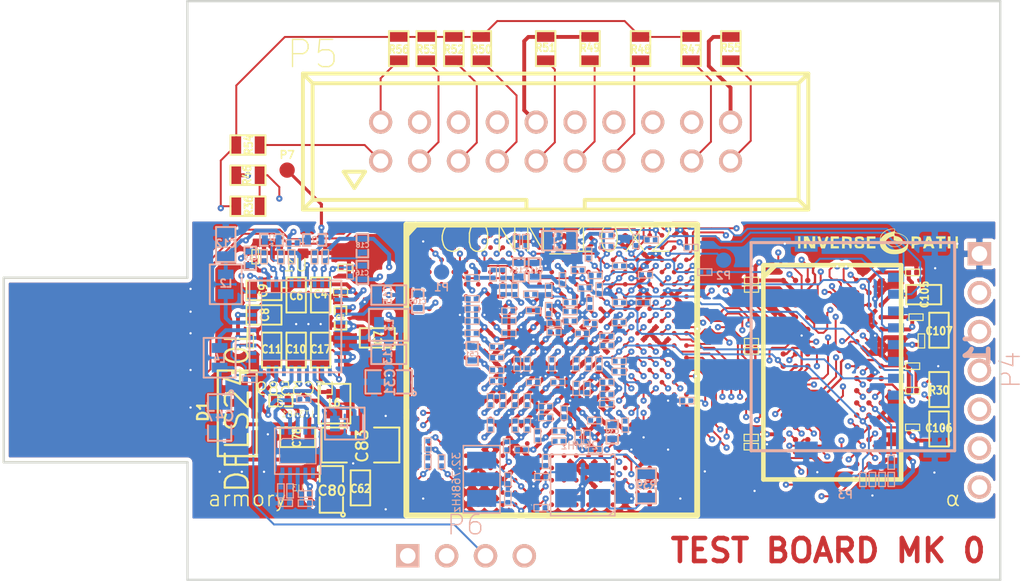
<source format=kicad_pcb>
(kicad_pcb (version 3) (host pcbnew "(2014-jan-25)-product")
  (title_block (title "USB armory test board") (date "20 Aug 2014") (rev ALPHA) (company "Inverse Path S.r.l.") (comment 1 "Copyright © 2014 Inverse Path S.r.l.") (comment 2 "License: GNU General Public License, version 2"))
  (layers (15 TOP signal) (6 GND_1 power hide) (5 SIGNAL_1 signal) (4 GND_POWER_1 power hide) (3 GND_POWER_2 power hide) (2 SIGNAL_2 signal) (1 GND_2 power hide) (0 BOTTOM signal) (18 B.Paste user) (19 F.Paste user) (20 B.SilkS user) (21 F.SilkS user) (22 B.Mask user) (23 F.Mask user) (28 Edge.Cuts user))
  (net 0 "")
  (net 1 GND)
  (net 2 /PMIC/WAKE)
  (net 3 /Interfaces/SD1_DATA2)
  (net 4 /Interfaces/SD1_DATA3)
  (net 5 /Interfaces/SD1_CMD)
  (net 6 /Interfaces/SD1_CLK)
  (net 7 /Interfaces/SD1_DATA0)
  (net 8 /Interfaces/SD1_DATA1)
  (net 9 /PMIC/PMIC_BUCK3_FB)
  (net 10 /PMIC/PMIC_BUCK1_FB)
  (net 11 /PMIC/PMIC_BUCK2_FB)
  (net 12 /PMIC/1V5SW)
  (net 13 /PMIC/1V5RUN_SS)
  (net 14 /PMIC/PMIC_SW3)
  (net 15 /PMIC/PMIC_SW1)
  (net 16 /PMIC/PMIC_SW2)
  (net 17 /PMIC/PMIC_LDO2_FB)
  (net 18 /PMIC/PMIC_LDO1_FB)
  (net 19 /PMIC/1V5VC)
  (net 20 /PMIC/1V5RT)
  (net 21 /PMIC/1V5FB)
  (net 22 /RAM/DRAM_A3)
  (net 23 /RAM/DRAM_A5)
  (net 24 /RAM/DRAM_A8)
  (net 25 /RAM/DRAM_A7)
  (net 26 /RAM/DRAM_D13)
  (net 27 /RAM/DRAM_D15)
  (net 28 /RAM/DRAM_SDQS1_B)
  (net 29 /RAM/DRAM_SDQS1)
  (net 30 /RAM/DRAM_D9)
  (net 31 /RAM/DRAM_D11)
  (net 32 /RAM/DRAM_SDCKE0)
  (net 33 /RAM/DRAM_D0)
  (net 34 /RAM/DRAM_DQM0)
  (net 35 /RAM/DRAM_SDQS0)
  (net 36 /RAM/DRAM_SDQS0_B)
  (net 37 /RAM/DRAM_D7)
  (net 38 /RAM/DRAM_D5)
  (net 39 /RAM/DRAM_D1)
  (net 40 /RAM/DRAM_D3)
  (net 41 /RAM/DRAM_DQM1)
  (net 42 /RAM/DRAM_D8)
  (net 43 /RAM/DRAM_D12)
  (net 44 /RAM/DRAM_D10)
  (net 45 /RAM/DRAM_D14)
  (net 46 /RAM/DRAM_CS0)
  (net 47 /RAM/DRAM_A4)
  (net 48 /RAM/DRAM_SDCLK_0)
  (net 49 /RAM/DRAM_SDCLK_0_B)
  (net 50 /RAM/DRAM_D6)
  (net 51 /RAM/DRAM_D4)
  (net 52 /RAM/DRAM_D2)
  (net 53 /RAM/DRAM_A1)
  (net 54 /RAM/DRAM_A6)
  (net 55 /RAM/DRAM_A9)
  (net 56 /RAM/DRAM_A2)
  (net 57 /RAM/DRAM_A0)
  (net 58 /RAM/DDR_VREF)
  (net 59 PMIC_LDO2_1V5)
  (net 60 PMIC_LDO1_STDBY)
  (net 61 PMIC_LDO3_2V8)
  (net 62 PMIC_SW4_3V3)
  (net 63 PMIC_SW3_2V5)
  (net 64 PMIC_SW1_VDDGP)
  (net 65 PMIC_SW2_VCC)
  (net 66 PMIC_DDR_1V5)
  (net 67 IMX53_LDO_1V8)
  (net 68 "/i.MX53 POWER/IMX53_NVCC_XTAL")
  (net 69 /USB/USB_D+)
  (net 70 /USB/USB_D-)
  (net 71 /RAM/DRAM_CALIBRATION)
  (net 72 /RAM/DDR_ZQ)
  (net 73 /RAM/DRAM_SDBA2)
  (net 74 /RAM/DRAM_RESET)
  (net 75 /RAM/DRAM_SDBA1)
  (net 76 /RAM/DRAM_SDBA0)
  (net 77 /RAM/DRAM_A10)
  (net 78 /RAM/DRAM_RAS)
  (net 79 /RAM/DRAM_SDODT0)
  (net 80 /RAM/DRAM_CAS)
  (net 81 /RAM/DRAM_WE)
  (net 82 /RAM/DRAM_A12)
  (net 83 /RAM/DRAM_A13)
  (net 84 /RAM/DRAM_A11)
  (net 85 "Net-(C77-Pad1)")
  (net 86 "Net-(C79-Pad1)")
  (net 87 "Net-(C84-Pad2)")
  (net 88 "Net-(C85-Pad2)")
  (net 89 "Net-(C88-Pad1)")
  (net 90 "Net-(R28-Pad1)")
  (net 91 "Net-(P4-Pad3)")
  (net 92 "Net-(P4-Pad4)")
  (net 93 "Net-(P4-Pad5)")
  (net 94 "Net-(P4-Pad6)")
  (net 95 "Net-(P4-Pad7)")
  (net 96 /PMIC/USB_VBUS)
  (net 97 /PMIC/PMIC_BUCK4_FB)
  (net 98 "Net-(C76-Pad1)")
  (net 99 "Net-(C92-Pad1)")
  (net 100 PMIC_LDO4_3V2)
  (net 101 "Net-(C111-Pad1)")
  (net 102 "Net-(C113-Pad1)")
  (net 103 "Net-(C114-Pad1)")
  (net 104 "Net-(C117-Pad1)")
  (net 105 /Interfaces/SD1_CLK_A)
  (net 106 "Net-(L1-Pad1)")
  (net 107 "Net-(L1-Pad2)")
  (net 108 "Net-(L7-Pad1)")
  (net 109 "Net-(L8-Pad1)")
  (net 110 "Net-(L9-Pad1)")
  (net 111 "/i.MX53 POWER/SVDDGP")
  (net 112 "/i.MX53 POWER/SVCC")
  (net 113 "/i.MX53 MISC/CKIH1")
  (net 114 "/i.MX53 MISC/CKIH2")
  (net 115 /Boot/BT_CFG1_6)
  (net 116 /Boot/BT_CFG2_5)
  (net 117 I2C1_SCL)
  (net 118 I2C1_SDA)
  (net 119 "Net-(R37-Pad2)")
  (net 120 "/i.MX53 MISC/MX53_XTAL")
  (net 121 "/i.MX53 MISC/MX53_EXTAL")
  (net 122 JTAG_nSRST)
  (net 123 "/Debug Interfaces/VTREF_JTAG")
  (net 124 "/Debug Interfaces/JTAG_PWR")
  (net 125 JTAG_nTRST)
  (net 126 JTAG_TDI)
  (net 127 JTAG_TMS)
  (net 128 JTAG_TCK)
  (net 129 "/Debug Interfaces/JTAG_RTCK")
  (net 130 JTAG_TDO)
  (net 131 "Net-(P5-Pad17)")
  (net 132 "Net-(P5-Pad19)")
  (net 133 JTAG_MOD)
  (net 134 UART1_RX)
  (net 135 UART1_TX)
  (net 136 IMX53_LDO_1V3)
  (net 137 TST_PMIC_PWR_ON)
  (net 138 /RAM/DRAM_A14)
  (net 139 "Net-(R57-Pad1)")
  (module smd:SM0201 (layer TOP) (at 163.475 99.15)
    (fp_text reference C104 hide)
    (fp_text value 0.1uF hide)
    (pad 1 smd rect (at -0.25 0) (size 0.3 0.3) (layers TOP F.Paste F.Mask) (net 66 PMIC_DDR_1V5))
    (pad 2 smd rect (at 0.25 0) (size 0.3 0.3) (layers TOP F.Paste F.Mask) (net 1 GND))
  )
  (module smd:SM0603 (layer TOP) (at 165.2 99.25 90)
    (fp_text reference C106 (at 0.05588 -0.01016 180) (layer F.SilkS) (effects (font (size 0.508 0.4572) (thickness 0.1143))))
    (fp_text value 10uF hide)
    (pad 1 smd rect (at -0.762 0 90) (size 0.635 1.143) (layers TOP F.Paste F.Mask) (net 66 PMIC_DDR_1V5))
    (pad 2 smd rect (at 0.762 0 90) (size 0.635 1.143) (layers TOP F.Paste F.Mask) (net 1 GND))
  )
  (module smd:SM0603 (layer TOP) (at 164.2 90.475)
    (fp_text reference C105 (at 0.05588 -0.01016 90) (layer F.SilkS) (effects (font (size 0.508 0.4572) (thickness 0.1143))))
    (fp_text value 10uF hide)
    (pad 1 smd rect (at -0.762 0) (size 0.635 1.143) (layers TOP F.Paste F.Mask) (net 66 PMIC_DDR_1V5))
    (pad 2 smd rect (at 0.762 0) (size 0.635 1.143) (layers TOP F.Paste F.Mask) (net 1 GND))
  )
  (module inversepath:LOGO_SMALL (layer TOP) (at 161.2 87)
    (fp_text reference "" hide)
    (fp_text value "" hide)
  )
  (module crystal24:CRYSTAL-24M-B (layer BOTTOM) (at 141.925 102.925 180)
    (fp_text reference X2 hide)
    (fp_text value 24MHz (at 0.2032 2.5908 180) (layer B.SilkS) (effects (font (size 0.5 0.5) (thickness 0.075)) (justify mirror)))
    (pad 4 smd rect (at -1.1 0.85 180) (size 1.4 1.2) (layers BOTTOM B.Paste B.Mask) (net 1 GND))
    (pad 1 smd rect (at -1.1 -0.85 180) (size 1.4 1.2) (layers BOTTOM B.Paste B.Mask) (net 120 "/i.MX53 MISC/MX53_XTAL"))
    (pad 3 smd rect (at 1.1 0.85 180) (size 1.4 1.2) (layers BOTTOM B.Paste B.Mask) (net 121 "/i.MX53 MISC/MX53_EXTAL"))
    (pad 2 smd rect (at 1.1 -0.85 180) (size 1.4 1.2) (layers BOTTOM B.Paste B.Mask) (net 1 GND))
  )
  (module smd:SM0201 (layer BOTTOM) (at 142.74 89.22 180)
    (fp_text reference R57 hide)
    (fp_text value 6.04k hide)
    (pad 1 smd rect (at -0.25 0 180) (size 0.3 0.3) (layers BOTTOM B.Paste B.Mask) (net 139 "Net-(R57-Pad1)"))
    (pad 2 smd rect (at 0.25 0 180) (size 0.3 0.3) (layers BOTTOM B.Paste B.Mask) (net 1 GND))
  )
  (module smd:TP (layer TOP) (at 122.61 82.34)
    (fp_text reference P7 (at 0 -1) (layer F.SilkS) (effects (font (size 0.5 0.5) (thickness 0.1))))
    (fp_text value TST hide)
    (pad 1 smd circle (at 0 0) (size 1 1) (layers TOP F.Paste F.Mask) (net 59 PMIC_LDO2_1V5) (clearance 0.2))
  )
  (module connectors:pinhead-1X4 (layer TOP) (at 134.26 107.52)
    (fp_text reference P6 (at 0 -2) (layer B.SilkS) (effects (font (size 1.27 1.27) (thickness 0.0889))))
    (fp_text value CONN_4 hide)
    (pad 1 thru_hole rect (at -3.77 0.02) (size 1.524 1.524) (drill 1.016) (layers *.Cu *.Paste *.SilkS *.Mask) (net 135 UART1_TX))
    (pad 2 thru_hole circle (at -1.23 0.02) (size 1.524 1.524) (drill 1.016) (layers *.Cu *.Paste *.SilkS *.Mask) (net 134 UART1_RX))
    (pad 3 thru_hole circle (at 1.31 0.02) (size 1.524 1.524) (drill 1.016) (layers *.Cu *.Paste *.SilkS *.Mask) (net 137 TST_PMIC_PWR_ON))
    (pad 4 thru_hole circle (at 3.85 0.02) (size 1.524 1.524) (drill 1.016) (layers *.Cu *.Paste *.SilkS *.Mask) (net 1 GND))
  )
  (module smd:SM0603 (layer TOP) (at 129.9 74.4 270)
    (fp_text reference R56 (at 0.05588 -0.01016 360) (layer F.SilkS) (effects (font (size 0.508 0.4572) (thickness 0.1143))))
    (fp_text value 0 hide)
    (pad 1 smd rect (at -0.762 0 270) (size 0.635 1.143) (layers TOP F.Paste F.Mask) (net 61 PMIC_LDO3_2V8))
    (pad 2 smd rect (at 0.762 0 270) (size 0.635 1.143) (layers TOP F.Paste F.Mask) (net 124 "/Debug Interfaces/JTAG_PWR"))
  )
  (module smd:SM0603 (layer TOP) (at 151.6 74.4 90)
    (fp_text reference R55 (at 0.05588 -0.01016 180) (layer F.SilkS) (effects (font (size 0.508 0.4572) (thickness 0.1143))))
    (fp_text value 10k hide)
    (pad 1 smd rect (at -0.762 0 90) (size 0.635 1.143) (layers TOP F.Paste F.Mask) (net 132 "Net-(P5-Pad19)"))
    (pad 2 smd rect (at 0.762 0 90) (size 0.635 1.143) (layers TOP F.Paste F.Mask) (net 1 GND))
  )
  (module smd:SM0603 (layer TOP) (at 120.05 80.7)
    (fp_text reference R54 (at 0.05588 -0.01016 90) (layer F.SilkS) (effects (font (size 0.508 0.4572) (thickness 0.1143))))
    (fp_text value 100 hide)
    (pad 1 smd rect (at -0.762 0) (size 0.635 1.143) (layers TOP F.Paste F.Mask) (net 61 PMIC_LDO3_2V8))
    (pad 2 smd rect (at 0.762 0) (size 0.635 1.143) (layers TOP F.Paste F.Mask) (net 123 "/Debug Interfaces/VTREF_JTAG"))
  )
  (module smd:SM0603 (layer TOP) (at 131.7 74.4 270)
    (fp_text reference R53 (at 0.05588 -0.01016 360) (layer F.SilkS) (effects (font (size 0.508 0.4572) (thickness 0.1143))))
    (fp_text value 10k hide)
    (pad 1 smd rect (at -0.762 0 270) (size 0.635 1.143) (layers TOP F.Paste F.Mask) (net 61 PMIC_LDO3_2V8))
    (pad 2 smd rect (at 0.762 0 270) (size 0.635 1.143) (layers TOP F.Paste F.Mask) (net 125 JTAG_nTRST))
  )
  (module smd:SM0603 (layer TOP) (at 133.5 74.4 270)
    (fp_text reference R52 (at 0.05588 -0.01016 360) (layer F.SilkS) (effects (font (size 0.508 0.4572) (thickness 0.1143))))
    (fp_text value 10k hide)
    (pad 1 smd rect (at -0.762 0 270) (size 0.635 1.143) (layers TOP F.Paste F.Mask) (net 61 PMIC_LDO3_2V8))
    (pad 2 smd rect (at 0.762 0 270) (size 0.635 1.143) (layers TOP F.Paste F.Mask) (net 126 JTAG_TDI))
  )
  (module smd:SM0603 (layer TOP) (at 139.5 74.4 90)
    (fp_text reference R51 (at 0.05588 -0.01016 180) (layer F.SilkS) (effects (font (size 0.508 0.4572) (thickness 0.1143))))
    (fp_text value 10k hide)
    (pad 1 smd rect (at -0.762 0 90) (size 0.635 1.143) (layers TOP F.Paste F.Mask) (net 128 JTAG_TCK))
    (pad 2 smd rect (at 0.762 0 90) (size 0.635 1.143) (layers TOP F.Paste F.Mask) (net 1 GND))
  )
  (module smd:SM0603 (layer TOP) (at 135.3 74.4 270)
    (fp_text reference R50 (at 0.05588 -0.01016 360) (layer F.SilkS) (effects (font (size 0.508 0.4572) (thickness 0.1143))))
    (fp_text value 10k hide)
    (pad 1 smd rect (at -0.762 0 270) (size 0.635 1.143) (layers TOP F.Paste F.Mask) (net 61 PMIC_LDO3_2V8))
    (pad 2 smd rect (at 0.762 0 270) (size 0.635 1.143) (layers TOP F.Paste F.Mask) (net 127 JTAG_TMS))
  )
  (module smd:SM0603 (layer TOP) (at 142.4 74.4 90)
    (fp_text reference R49 (at 0.05588 -0.01016 180) (layer F.SilkS) (effects (font (size 0.508 0.4572) (thickness 0.1143))))
    (fp_text value 10k hide)
    (pad 1 smd rect (at -0.762 0 90) (size 0.635 1.143) (layers TOP F.Paste F.Mask) (net 129 "/Debug Interfaces/JTAG_RTCK"))
    (pad 2 smd rect (at 0.762 0 90) (size 0.635 1.143) (layers TOP F.Paste F.Mask) (net 1 GND))
  )
  (module smd:SM0603 (layer TOP) (at 145.7 74.4 270)
    (fp_text reference R48 (at 0.05588 -0.01016 360) (layer F.SilkS) (effects (font (size 0.508 0.4572) (thickness 0.1143))))
    (fp_text value 10k hide)
    (pad 1 smd rect (at -0.762 0 270) (size 0.635 1.143) (layers TOP F.Paste F.Mask) (net 61 PMIC_LDO3_2V8))
    (pad 2 smd rect (at 0.762 0 270) (size 0.635 1.143) (layers TOP F.Paste F.Mask) (net 130 JTAG_TDO))
  )
  (module smd:SM0603 (layer TOP) (at 149 74.4 270)
    (fp_text reference R47 (at 0.05588 -0.01016 360) (layer F.SilkS) (effects (font (size 0.508 0.4572) (thickness 0.1143))))
    (fp_text value 10k hide)
    (pad 1 smd rect (at -0.762 0 270) (size 0.635 1.143) (layers TOP F.Paste F.Mask) (net 61 PMIC_LDO3_2V8))
    (pad 2 smd rect (at 0.762 0 270) (size 0.635 1.143) (layers TOP F.Paste F.Mask) (net 131 "Net-(P5-Pad17)"))
  )
  (module smd:SM0603 (layer TOP) (at 120.05 82.675 180)
    (fp_text reference R46 (at 0.05588 -0.01016 270) (layer F.SilkS) (effects (font (size 0.508 0.4572) (thickness 0.1143))))
    (fp_text value 4.7k hide)
    (pad 1 smd rect (at -0.762 0 180) (size 0.635 1.143) (layers TOP F.Paste F.Mask) (net 133 JTAG_MOD))
    (pad 2 smd rect (at 0.762 0 180) (size 0.635 1.143) (layers TOP F.Paste F.Mask) (net 1 GND))
  )
  (module smd:SM0603 (layer TOP) (at 120.05 84.7)
    (fp_text reference R36 (at 0.05588 -0.01016 90) (layer F.SilkS) (effects (font (size 0.508 0.4572) (thickness 0.1143))))
    (fp_text value 0 hide)
    (pad 1 smd rect (at -0.762 0) (size 0.635 1.143) (layers TOP F.Paste F.Mask) (net 61 PMIC_LDO3_2V8))
    (pad 2 smd rect (at 0.762 0) (size 0.635 1.143) (layers TOP F.Paste F.Mask) (net 133 JTAG_MOD))
  )
  (module connectors:VASCH10x2 (layer TOP) (at 140.15 80.475)
    (fp_text reference P5 (at -15.875 -5.715) (layer F.SilkS) (effects (font (size 1.778 1.778) (thickness 0.0889))))
    (fp_text value CONN_10X2 (at 0 6.35) (layer F.SilkS) (effects (font (size 1.778 1.778) (thickness 0.0889))))
    (pad 1 thru_hole circle (at -11.43 1.27) (size 1.50622 1.50622) (drill 0.99822) (layers *.Cu *.Paste *.SilkS *.Mask) (net 123 "/Debug Interfaces/VTREF_JTAG"))
    (pad 2 thru_hole circle (at -11.43 -1.27) (size 1.50622 1.50622) (drill 0.99822) (layers *.Cu *.Paste *.SilkS *.Mask) (net 124 "/Debug Interfaces/JTAG_PWR"))
    (pad 3 thru_hole circle (at -8.89 1.27) (size 1.50622 1.50622) (drill 0.99822) (layers *.Cu *.Paste *.SilkS *.Mask) (net 125 JTAG_nTRST))
    (pad 4 thru_hole circle (at -8.89 -1.27) (size 1.50622 1.50622) (drill 0.99822) (layers *.Cu *.Paste *.SilkS *.Mask) (net 1 GND))
    (pad 5 thru_hole circle (at -6.35 1.27) (size 1.50622 1.50622) (drill 0.99822) (layers *.Cu *.Paste *.SilkS *.Mask) (net 126 JTAG_TDI))
    (pad 6 thru_hole circle (at -6.35 -1.27) (size 1.50622 1.50622) (drill 0.99822) (layers *.Cu *.Paste *.SilkS *.Mask) (net 1 GND))
    (pad 7 thru_hole circle (at -3.81 1.27) (size 1.50622 1.50622) (drill 0.99822) (layers *.Cu *.Paste *.SilkS *.Mask) (net 127 JTAG_TMS))
    (pad 8 thru_hole circle (at -3.81 -1.27) (size 1.50622 1.50622) (drill 0.99822) (layers *.Cu *.Paste *.SilkS *.Mask) (net 1 GND))
    (pad 9 thru_hole circle (at -1.27 1.27) (size 1.50622 1.50622) (drill 0.99822) (layers *.Cu *.Paste *.SilkS *.Mask) (net 128 JTAG_TCK))
    (pad 10 thru_hole circle (at -1.27 -1.27) (size 1.50622 1.50622) (drill 0.99822) (layers *.Cu *.Paste *.SilkS *.Mask) (net 1 GND))
    (pad 11 thru_hole circle (at 1.27 1.27) (size 1.50622 1.50622) (drill 0.99822) (layers *.Cu *.Paste *.SilkS *.Mask) (net 129 "/Debug Interfaces/JTAG_RTCK"))
    (pad 12 thru_hole circle (at 1.27 -1.27) (size 1.50622 1.50622) (drill 0.99822) (layers *.Cu *.Paste *.SilkS *.Mask) (net 1 GND))
    (pad 13 thru_hole circle (at 3.81 1.27) (size 1.50622 1.50622) (drill 0.99822) (layers *.Cu *.Paste *.SilkS *.Mask) (net 130 JTAG_TDO))
    (pad 14 thru_hole circle (at 3.81 -1.27) (size 1.50622 1.50622) (drill 0.99822) (layers *.Cu *.Paste *.SilkS *.Mask) (net 1 GND))
    (pad 15 thru_hole circle (at 6.35 1.27) (size 1.50622 1.50622) (drill 0.99822) (layers *.Cu *.Paste *.SilkS *.Mask) (net 122 JTAG_nSRST))
    (pad 16 thru_hole circle (at 6.35 -1.27) (size 1.50622 1.50622) (drill 0.99822) (layers *.Cu *.Paste *.SilkS *.Mask) (net 1 GND))
    (pad 17 thru_hole circle (at 8.89 1.27) (size 1.50622 1.50622) (drill 0.99822) (layers *.Cu *.Paste *.SilkS *.Mask) (net 131 "Net-(P5-Pad17)"))
    (pad 18 thru_hole circle (at 8.89 -1.27) (size 1.50622 1.50622) (drill 0.99822) (layers *.Cu *.Paste *.SilkS *.Mask) (net 1 GND))
    (pad 19 thru_hole circle (at 11.43 1.27) (size 1.50622 1.50622) (drill 0.99822) (layers *.Cu *.Paste *.SilkS *.Mask) (net 132 "Net-(P5-Pad19)"))
    (pad 20 thru_hole circle (at 11.43 -1.27) (size 1.50622 1.50622) (drill 0.99822) (layers *.Cu *.Paste *.SilkS *.Mask) (net 1 GND))
  )
  (module crystal32:CRYSTAL-32k-B (layer BOTTOM) (at 135.32 102.54 270)
    (fp_text reference X1 hide)
    (fp_text value 32.768kHz (at 0.2 1.65 270) (layer B.SilkS) (effects (font (size 0.5 0.5) (thickness 0.075)) (justify mirror)))
    (pad 1 smd rect (at -1.25 0 270) (size 1.1 1.9) (layers BOTTOM B.Paste B.Mask) (net 88 "Net-(C85-Pad2)"))
    (pad 2 smd rect (at 1.25 0 270) (size 1.1 1.9) (layers BOTTOM B.Paste B.Mask) (net 87 "Net-(C84-Pad2)"))
  )
  (module dfls240l-7:dfls240l-7 (layer TOP) (at 119.35 97.975 90)
    (fp_text reference D1 (at -0.11 -2.24 90) (layer F.SilkS) (effects (font (size 0.7 0.7))))
    (fp_text value DFLS240L (at 0 0 90) (layer F.SilkS) (effects (font (size 1.5 1.5))))
    (pad 2 smd rect (at -1.18 -0.02 90) (size 2.2 1.4) (layers TOP F.Paste F.Mask) (net 12 /PMIC/1V5SW))
    (pad 1 smd rect (at 1.38 -0.02 90) (size 0.9 1.4) (layers TOP F.Paste F.Mask) (net 1 GND))
  )
  (module micro_sd:MICRO_SD_HINGE_AMP (layer BOTTOM) (at 152.925 93.875 270)
    (fp_text reference J1 (at 0 -14.8 270) (layer B.SilkS) (effects (font (thickness 0.3048)) (justify mirror)))
    (fp_text value MICRO_SD_HINGE hide)
    (pad 1 smd rect (at 3.16992 -9.46912 270) (size 0.59944 1.04902) (layers BOTTOM B.Paste B.Mask) (net 3 /Interfaces/SD1_DATA2))
    (pad 2 smd rect (at 2.0701 -9.46912 270) (size 0.59944 1.04902) (layers BOTTOM B.Paste B.Mask) (net 4 /Interfaces/SD1_DATA3))
    (pad 3 smd rect (at 0.97028 -9.46912 270) (size 0.59944 1.04902) (layers BOTTOM B.Paste B.Mask) (net 5 /Interfaces/SD1_CMD))
    (pad 4 smd rect (at -0.12954 -9.46912 270) (size 0.59944 1.04902) (layers BOTTOM B.Paste B.Mask) (net 62 PMIC_SW4_3V3))
    (pad 5 smd rect (at -1.22936 -9.46912 270) (size 0.59944 1.04902) (layers BOTTOM B.Paste B.Mask) (net 105 /Interfaces/SD1_CLK_A))
    (pad 6 smd rect (at -2.32918 -9.46912 270) (size 0.59944 1.04902) (layers BOTTOM B.Paste B.Mask) (net 1 GND))
    (pad 7 smd rect (at -3.429 -9.46912 270) (size 0.59944 1.04902) (layers BOTTOM B.Paste B.Mask) (net 7 /Interfaces/SD1_DATA0))
    (pad 8 smd rect (at -4.52882 -9.46912 270) (size 0.59944 1.04902) (layers BOTTOM B.Paste B.Mask) (net 8 /Interfaces/SD1_DATA1))
    (pad 12 smd rect (at 6.72592 -11.99896 270) (size 1.04902 1.50114) (layers BOTTOM B.Paste B.Mask) (net 1 GND))
    (pad 9 smd rect (at -6.72592 -11.99896 270) (size 1.04902 1.50114) (layers BOTTOM B.Paste B.Mask) (net 1 GND))
    (pad 11 smd rect (at 6.72592 -3.59918 270) (size 1.04902 1.50114) (layers BOTTOM B.Paste B.Mask) (net 1 GND))
    (pad 10 smd rect (at -6.72592 -3.59918 270) (size 1.04902 1.50114) (layers BOTTOM B.Paste B.Mask) (net 1 GND))
  )
  (module smd:SM0201 (layer BOTTOM) (at 149.9 89)
    (fp_text reference R45 hide)
    (fp_text value 22 hide)
    (pad 1 smd rect (at -0.25 0) (size 0.3 0.3) (layers BOTTOM B.Paste B.Mask) (net 6 /Interfaces/SD1_CLK))
    (pad 2 smd rect (at 0.25 0) (size 0.3 0.3) (layers BOTTOM B.Paste B.Mask) (net 105 /Interfaces/SD1_CLK_A))
  )
  (module smd:SM0201 (layer BOTTOM) (at 137.6 87 270)
    (fp_text reference R44 hide)
    (fp_text value 100 hide)
    (pad 1 smd rect (at -0.25 0 270) (size 0.3 0.3) (layers BOTTOM B.Paste B.Mask) (net 96 /PMIC/USB_VBUS))
    (pad 2 smd rect (at 0.25 0 270) (size 0.3 0.3) (layers BOTTOM B.Paste B.Mask) (net 104 "Net-(C117-Pad1)"))
  )
  (module smd:SM0201 (layer BOTTOM) (at 141.1 91.575)
    (fp_text reference R43 hide)
    (fp_text value 1 hide)
    (pad 1 smd rect (at -0.25 0) (size 0.3 0.3) (layers BOTTOM B.Paste B.Mask) (net 99 "Net-(C92-Pad1)"))
    (pad 2 smd rect (at 0.25 0) (size 0.3 0.3) (layers BOTTOM B.Paste B.Mask) (net 62 PMIC_SW4_3V3))
  )
  (module smd:SM0201 (layer BOTTOM) (at 142.4 91.05 270)
    (fp_text reference R42 hide)
    (fp_text value 1 hide)
    (pad 1 smd rect (at -0.25 0 270) (size 0.3 0.3) (layers BOTTOM B.Paste B.Mask) (net 98 "Net-(C76-Pad1)"))
    (pad 2 smd rect (at 0.25 0 270) (size 0.3 0.3) (layers BOTTOM B.Paste B.Mask) (net 62 PMIC_SW4_3V3))
  )
  (module smd:SM0201 (layer BOTTOM) (at 136.075 89.125 270)
    (fp_text reference R41 hide)
    (fp_text value 1 hide)
    (pad 1 smd rect (at -0.25 0 270) (size 0.3 0.3) (layers BOTTOM B.Paste B.Mask) (net 109 "Net-(L8-Pad1)"))
    (pad 2 smd rect (at 0.25 0 270) (size 0.3 0.3) (layers BOTTOM B.Paste B.Mask) (net 63 PMIC_SW3_2V5))
  )
  (module smd:SM0201 (layer BOTTOM) (at 134.7 89.375)
    (fp_text reference R40 hide)
    (fp_text value 1 hide)
    (pad 1 smd rect (at -0.25 0) (size 0.3 0.3) (layers BOTTOM B.Paste B.Mask) (net 108 "Net-(L7-Pad1)"))
    (pad 2 smd rect (at 0.25 0) (size 0.3 0.3) (layers BOTTOM B.Paste B.Mask) (net 63 PMIC_SW3_2V5))
  )
  (module smd:SM0603 (layer BOTTOM) (at 146.075 102.975 90)
    (fp_text reference R39 (at 0.05588 0.01016 360) (layer B.SilkS) (effects (font (size 0.508 0.4572) (thickness 0.1143)) (justify mirror)))
    (fp_text value 10M hide)
    (pad 1 smd rect (at -0.762 0 90) (size 0.635 1.143) (layers BOTTOM B.Paste B.Mask) (net 120 "/i.MX53 MISC/MX53_XTAL"))
    (pad 2 smd rect (at 0.762 0 90) (size 0.635 1.143) (layers BOTTOM B.Paste B.Mask) (net 121 "/i.MX53 MISC/MX53_EXTAL"))
  )
  (module smd:SM0201 (layer BOTTOM) (at 144.325 88.6)
    (fp_text reference R38 hide)
    (fp_text value 3.3k hide)
    (pad 1 smd rect (at -0.25 0) (size 0.3 0.3) (layers BOTTOM B.Paste B.Mask) (net 119 "Net-(R37-Pad2)"))
    (pad 2 smd rect (at 0.25 0) (size 0.3 0.3) (layers BOTTOM B.Paste B.Mask) (net 1 GND))
  )
  (module smd:SM0201 (layer BOTTOM) (at 138.2 87 270)
    (fp_text reference R37 hide)
    (fp_text value 3.3k hide)
    (pad 1 smd rect (at -0.25 0 270) (size 0.3 0.3) (layers BOTTOM B.Paste B.Mask) (net 96 /PMIC/USB_VBUS))
    (pad 2 smd rect (at 0.25 0 270) (size 0.3 0.3) (layers BOTTOM B.Paste B.Mask) (net 119 "Net-(R37-Pad2)"))
  )
  (module smd:SM0201 (layer BOTTOM) (at 143.5 87.32)
    (fp_text reference R35 hide)
    (fp_text value 10k hide)
    (pad 1 smd rect (at -0.25 0) (size 0.3 0.3) (layers BOTTOM B.Paste B.Mask) (net 67 IMX53_LDO_1V8))
    (pad 2 smd rect (at 0.25 0) (size 0.3 0.3) (layers BOTTOM B.Paste B.Mask) (net 101 "Net-(C111-Pad1)"))
  )
  (module smd:SM0201 (layer BOTTOM) (at 131.8 101.4 90)
    (fp_text reference R34 hide)
    (fp_text value 4.7k hide)
    (pad 1 smd rect (at -0.25 0 90) (size 0.3 0.3) (layers BOTTOM B.Paste B.Mask) (net 118 I2C1_SDA))
    (pad 2 smd rect (at 0.25 0 90) (size 0.3 0.3) (layers BOTTOM B.Paste B.Mask) (net 62 PMIC_SW4_3V3))
  )
  (module smd:SM0201 (layer BOTTOM) (at 131.8 100.3 270)
    (fp_text reference R33 hide)
    (fp_text value 4.7k hide)
    (pad 1 smd rect (at -0.25 0 270) (size 0.3 0.3) (layers BOTTOM B.Paste B.Mask) (net 117 I2C1_SCL))
    (pad 2 smd rect (at 0.25 0 270) (size 0.3 0.3) (layers BOTTOM B.Paste B.Mask) (net 62 PMIC_SW4_3V3))
  )
  (module smd:SM0201 (layer BOTTOM) (at 136.95 100.35 90)
    (fp_text reference R32 hide)
    (fp_text value 4.7k hide)
    (pad 1 smd rect (at -0.25 0 90) (size 0.3 0.3) (layers BOTTOM B.Paste B.Mask) (net 116 /Boot/BT_CFG2_5))
    (pad 2 smd rect (at 0.25 0 90) (size 0.3 0.3) (layers BOTTOM B.Paste B.Mask) (net 62 PMIC_SW4_3V3))
  )
  (module smd:SM0201 (layer BOTTOM) (at 142.2 99.8 270)
    (fp_text reference L9 hide)
    (fp_text value 120ohm hide)
    (pad 1 smd rect (at -0.25 0 270) (size 0.3 0.3) (layers BOTTOM B.Paste B.Mask) (net 110 "Net-(L9-Pad1)"))
    (pad 2 smd rect (at 0.25 0 270) (size 0.3 0.3) (layers BOTTOM B.Paste B.Mask) (net 61 PMIC_LDO3_2V8))
  )
  (module smd:SM0201 (layer BOTTOM) (at 136.7 89.125 270)
    (fp_text reference L8 hide)
    (fp_text value 120ohm hide)
    (pad 1 smd rect (at -0.25 0 270) (size 0.3 0.3) (layers BOTTOM B.Paste B.Mask) (net 109 "Net-(L8-Pad1)"))
    (pad 2 smd rect (at 0.25 0 270) (size 0.3 0.3) (layers BOTTOM B.Paste B.Mask) (net 103 "Net-(C114-Pad1)"))
  )
  (module smd:SM0201 (layer BOTTOM) (at 140.6 89.5 270)
    (fp_text reference L7 hide)
    (fp_text value 120ohm hide)
    (pad 1 smd rect (at -0.25 0 270) (size 0.3 0.3) (layers BOTTOM B.Paste B.Mask) (net 108 "Net-(L7-Pad1)"))
    (pad 2 smd rect (at 0.25 0 270) (size 0.3 0.3) (layers BOTTOM B.Paste B.Mask) (net 102 "Net-(C113-Pad1)"))
  )
  (module smd:SM0603PS (layer TOP) (at 125.7 97.6 90)
    (fp_text reference L6 (at 0.05588 -0.01016 180) (layer F.SilkS) (effects (font (size 0.508 0.4572) (thickness 0.1143))))
    (fp_text value 3.3uH hide)
    (pad 1 smd rect (at -0.64 0 90) (size 0.64 1.02) (layers TOP F.Paste F.Mask) (net 12 /PMIC/1V5SW))
    (pad 2 smd rect (at 0.64 0 90) (size 0.64 1.02) (layers TOP F.Paste F.Mask) (net 66 PMIC_DDR_1V5))
  )
  (module smd:SM0201 (layer BOTTOM) (at 140.375 100.05)
    (fp_text reference L5 hide)
    (fp_text value 120ohm hide)
    (pad 1 smd rect (at -0.25 0) (size 0.3 0.3) (layers BOTTOM B.Paste B.Mask) (net 68 "/i.MX53 POWER/IMX53_NVCC_XTAL"))
    (pad 2 smd rect (at 0.25 0) (size 0.3 0.3) (layers BOTTOM B.Paste B.Mask) (net 63 PMIC_SW3_2V5))
  )
  (module smd:SM0603PS (layer BOTTOM) (at 118.2 94.6 270)
    (fp_text reference L4 (at 0.05588 0.01016 540) (layer B.SilkS) (effects (font (size 0.508 0.4572) (thickness 0.1143)) (justify mirror)))
    (fp_text value 2.2uH hide)
    (pad 1 smd rect (at -0.64 0 270) (size 0.64 1.02) (layers BOTTOM B.Paste B.Mask) (net 16 /PMIC/PMIC_SW2))
    (pad 2 smd rect (at 0.64 0 270) (size 0.64 1.02) (layers BOTTOM B.Paste B.Mask) (net 65 PMIC_SW2_VCC))
  )
  (module smd:SM0603PS (layer BOTTOM) (at 129.25 92.45)
    (fp_text reference L3 (at 0.05588 0.01016 270) (layer B.SilkS) (effects (font (size 0.508 0.4572) (thickness 0.1143)) (justify mirror)))
    (fp_text value 1.0uH hide)
    (pad 1 smd rect (at -0.64 0) (size 0.64 1.02) (layers BOTTOM B.Paste B.Mask) (net 15 /PMIC/PMIC_SW1))
    (pad 2 smd rect (at 0.64 0) (size 0.64 1.02) (layers BOTTOM B.Paste B.Mask) (net 64 PMIC_SW1_VDDGP))
  )
  (module smd:SM0603PS (layer BOTTOM) (at 118.6 89.8 90)
    (fp_text reference L2 (at 0.05588 0.01016 360) (layer B.SilkS) (effects (font (size 0.508 0.4572) (thickness 0.1143)) (justify mirror)))
    (fp_text value 2.2uH hide)
    (pad 1 smd rect (at -0.64 0 90) (size 0.64 1.02) (layers BOTTOM B.Paste B.Mask) (net 14 /PMIC/PMIC_SW3))
    (pad 2 smd rect (at 0.64 0 90) (size 0.64 1.02) (layers BOTTOM B.Paste B.Mask) (net 63 PMIC_SW3_2V5))
  )
  (module smd:SM0603PS (layer BOTTOM) (at 126.375 98.9 180)
    (fp_text reference L1 (at 0.05588 0.01016 450) (layer B.SilkS) (effects (font (size 0.508 0.4572) (thickness 0.1143)) (justify mirror)))
    (fp_text value 2.7uH hide)
    (pad 1 smd rect (at -0.64 0 180) (size 0.64 1.02) (layers BOTTOM B.Paste B.Mask) (net 106 "Net-(L1-Pad1)"))
    (pad 2 smd rect (at 0.64 0 180) (size 0.64 1.02) (layers BOTTOM B.Paste B.Mask) (net 107 "Net-(L1-Pad2)"))
  )
  (module smd:SM0201 (layer BOTTOM) (at 142.75 100.6)
    (fp_text reference C119 hide)
    (fp_text value 0.01uF hide)
    (pad 1 smd rect (at -0.25 0) (size 0.3 0.3) (layers BOTTOM B.Paste B.Mask) (net 61 PMIC_LDO3_2V8))
    (pad 2 smd rect (at 0.25 0) (size 0.3 0.3) (layers BOTTOM B.Paste B.Mask) (net 1 GND))
  )
  (module smd:SM0201 (layer BOTTOM) (at 141.625 99.8 90)
    (fp_text reference C118 hide)
    (fp_text value 0.1uF hide)
    (pad 1 smd rect (at -0.25 0 90) (size 0.3 0.3) (layers BOTTOM B.Paste B.Mask) (net 61 PMIC_LDO3_2V8))
    (pad 2 smd rect (at 0.25 0 90) (size 0.3 0.3) (layers BOTTOM B.Paste B.Mask) (net 1 GND))
  )
  (module smd:SM0201 (layer BOTTOM) (at 141.625 88.875 180)
    (fp_text reference C117 hide)
    (fp_text value 1uF hide)
    (pad 1 smd rect (at -0.25 0 180) (size 0.3 0.3) (layers BOTTOM B.Paste B.Mask) (net 104 "Net-(C117-Pad1)"))
    (pad 2 smd rect (at 0.25 0 180) (size 0.3 0.3) (layers BOTTOM B.Paste B.Mask) (net 1 GND))
  )
  (module smd:SM0201 (layer BOTTOM) (at 139.7 90.2 270)
    (fp_text reference C116 hide)
    (fp_text value 0.1uF hide)
    (pad 1 smd rect (at -0.25 0 270) (size 0.3 0.3) (layers BOTTOM B.Paste B.Mask) (net 103 "Net-(C114-Pad1)"))
    (pad 2 smd rect (at 0.25 0 270) (size 0.3 0.3) (layers BOTTOM B.Paste B.Mask) (net 1 GND))
  )
  (module smd:SM0201 (layer BOTTOM) (at 141.1 91 180)
    (fp_text reference C115 hide)
    (fp_text value 0.1uF hide)
    (pad 1 smd rect (at -0.25 0 180) (size 0.3 0.3) (layers BOTTOM B.Paste B.Mask) (net 102 "Net-(C113-Pad1)"))
    (pad 2 smd rect (at 0.25 0 180) (size 0.3 0.3) (layers BOTTOM B.Paste B.Mask) (net 1 GND))
  )
  (module smd:SM0402 (layer BOTTOM) (at 137.75 88.85 90)
    (fp_text reference C114 (at -0.03048 -0.01524 180) (layer B.SilkS) (effects (font (size 0.3048 0.3048) (thickness 0.0762)) (justify mirror)))
    (fp_text value 2.2uF hide)
    (pad 1 smd rect (at -0.44958 0 90) (size 0.39878 0.59944) (layers BOTTOM B.Paste B.Mask) (net 103 "Net-(C114-Pad1)"))
    (pad 2 smd rect (at 0.44958 0 90) (size 0.39878 0.59944) (layers BOTTOM B.Paste B.Mask) (net 1 GND))
  )
  (module smd:SM0402 (layer BOTTOM) (at 138.775 88.85 90)
    (fp_text reference C113 (at -0.03048 -0.01524 180) (layer B.SilkS) (effects (font (size 0.3048 0.3048) (thickness 0.0762)) (justify mirror)))
    (fp_text value 2.2uF hide)
    (pad 1 smd rect (at -0.44958 0 90) (size 0.39878 0.59944) (layers BOTTOM B.Paste B.Mask) (net 102 "Net-(C113-Pad1)"))
    (pad 2 smd rect (at 0.44958 0 90) (size 0.39878 0.59944) (layers BOTTOM B.Paste B.Mask) (net 1 GND))
  )
  (module smd:SM0201 (layer BOTTOM) (at 146.4 86.9 180)
    (fp_text reference C112 hide)
    (fp_text value 0.1uF hide)
    (pad 1 smd rect (at -0.25 0 180) (size 0.3 0.3) (layers BOTTOM B.Paste B.Mask) (net 122 JTAG_nSRST))
    (pad 2 smd rect (at 0.25 0 180) (size 0.3 0.3) (layers BOTTOM B.Paste B.Mask) (net 1 GND))
  )
  (module smd:SM0201 (layer BOTTOM) (at 145.4 87 90)
    (fp_text reference C111 hide)
    (fp_text value 0.1uF hide)
    (pad 1 smd rect (at -0.25 0 90) (size 0.3 0.3) (layers BOTTOM B.Paste B.Mask) (net 101 "Net-(C111-Pad1)"))
    (pad 2 smd rect (at 0.25 0 90) (size 0.3 0.3) (layers BOTTOM B.Paste B.Mask) (net 1 GND))
  )
  (module smd:SM0201 (layer TOP) (at 120.525 88 90)
    (fp_text reference C110 hide)
    (fp_text value 0.1uF hide)
    (pad 1 smd rect (at -0.25 0 90) (size 0.3 0.3) (layers TOP F.Paste F.Mask) (net 62 PMIC_SW4_3V3))
    (pad 2 smd rect (at 0.25 0 90) (size 0.3 0.3) (layers TOP F.Paste F.Mask) (net 1 GND))
  )
  (module smd:SM0402 (layer BOTTOM) (at 131.15 90.9 90)
    (fp_text reference C109 (at -0.03048 -0.01524 180) (layer B.SilkS) (effects (font (size 0.3048 0.3048) (thickness 0.0762)) (justify mirror)))
    (fp_text value 2.2uF hide)
    (pad 1 smd rect (at -0.44958 0 90) (size 0.39878 0.59944) (layers BOTTOM B.Paste B.Mask) (net 100 PMIC_LDO4_3V2))
    (pad 2 smd rect (at 0.44958 0 90) (size 0.39878 0.59944) (layers BOTTOM B.Paste B.Mask) (net 1 GND))
  )
  (module smd:SM0201 (layer BOTTOM) (at 146.025 89.175 180)
    (fp_text reference R31 hide)
    (fp_text value 10k hide)
    (pad 1 smd rect (at -0.25 0 180) (size 0.3 0.3) (layers BOTTOM B.Paste B.Mask) (net 5 /Interfaces/SD1_CMD))
    (pad 2 smd rect (at 0.25 0 180) (size 0.3 0.3) (layers BOTTOM B.Paste B.Mask) (net 62 PMIC_SW4_3V3))
  )
  (module smd:SM0201 (layer TOP) (at 164.05 93.5 270)
    (fp_text reference C108 hide)
    (fp_text value 0.1uF hide)
    (pad 1 smd rect (at -0.25 0 270) (size 0.3 0.3) (layers TOP F.Paste F.Mask) (net 1 GND))
    (pad 2 smd rect (at 0.25 0 270) (size 0.3 0.3) (layers TOP F.Paste F.Mask) (net 62 PMIC_SW4_3V3))
  )
  (module smd:SM0603 (layer TOP) (at 165.2 92.8 270)
    (fp_text reference C107 (at 0.05588 -0.01016 360) (layer F.SilkS) (effects (font (size 0.508 0.4572) (thickness 0.1143))))
    (fp_text value 10uF hide)
    (pad 1 smd rect (at -0.762 0 270) (size 0.635 1.143) (layers TOP F.Paste F.Mask) (net 1 GND))
    (pad 2 smd rect (at 0.762 0 270) (size 0.635 1.143) (layers TOP F.Paste F.Mask) (net 62 PMIC_SW4_3V3))
  )
  (module connectors:pinhead-1X7 (layer TOP) (at 167.86 95.39 270)
    (fp_text reference P4 (at 0 -2 270) (layer B.SilkS) (effects (font (size 1.27 1.27) (thickness 0.0889))))
    (fp_text value CONN_7 hide)
    (pad 1 thru_hole rect (at -7.58 0.02 270) (size 1.524 1.524) (drill 1.016) (layers *.Cu *.Paste *.SilkS *.Mask) (net 1 GND))
    (pad 2 thru_hole circle (at -5.04 0.02 270) (size 1.524 1.524) (drill 1.016) (layers *.Cu *.Paste *.SilkS *.Mask) (net 96 /PMIC/USB_VBUS))
    (pad 3 thru_hole circle (at -2.5 0.02 270) (size 1.524 1.524) (drill 1.016) (layers *.Cu *.Paste *.SilkS *.Mask) (net 91 "Net-(P4-Pad3)"))
    (pad 4 thru_hole circle (at 0.04 0.02 270) (size 1.524 1.524) (drill 1.016) (layers *.Cu *.Paste *.SilkS *.Mask) (net 92 "Net-(P4-Pad4)"))
    (pad 5 thru_hole circle (at 2.58 0.02 270) (size 1.524 1.524) (drill 1.016) (layers *.Cu *.Paste *.SilkS *.Mask) (net 93 "Net-(P4-Pad5)"))
    (pad 6 thru_hole circle (at 5.12 0.02 270) (size 1.524 1.524) (drill 1.016) (layers *.Cu *.Paste *.SilkS *.Mask) (net 94 "Net-(P4-Pad6)"))
    (pad 7 thru_hole circle (at 7.66 0.02 270) (size 1.524 1.524) (drill 1.016) (layers *.Cu *.Paste *.SilkS *.Mask) (net 95 "Net-(P4-Pad7)"))
  )
  (module ram:MT41J256M16HA (layer TOP) (at 153.725 102.55)
    (fp_text reference U4 hide)
    (fp_text value MT41J256M16HA hide)
    (pad A1 smd circle (at 1.3 -13) (size 0.35 0.35) (layers TOP F.Paste F.Mask) (net 66 PMIC_DDR_1V5))
    (pad A2 smd circle (at 2.1 -13) (size 0.35 0.35) (layers TOP F.Paste F.Mask) (net 26 /RAM/DRAM_D13))
    (pad A3 smd circle (at 2.9 -13) (size 0.35 0.35) (layers TOP F.Paste F.Mask) (net 27 /RAM/DRAM_D15))
    (pad A7 smd circle (at 6.1 -13) (size 0.35 0.35) (layers TOP F.Paste F.Mask) (net 43 /RAM/DRAM_D12))
    (pad A8 smd circle (at 6.9 -13) (size 0.35 0.35) (layers TOP F.Paste F.Mask) (net 66 PMIC_DDR_1V5))
    (pad A9 smd circle (at 7.7 -13) (size 0.35 0.35) (layers TOP F.Paste F.Mask) (net 1 GND))
    (pad B1 smd circle (at 1.3 -12.2) (size 0.35 0.35) (layers TOP F.Paste F.Mask) (net 1 GND))
    (pad B2 smd circle (at 2.1 -12.2) (size 0.35 0.35) (layers TOP F.Paste F.Mask) (net 66 PMIC_DDR_1V5))
    (pad B3 smd circle (at 2.9 -12.2) (size 0.35 0.35) (layers TOP F.Paste F.Mask) (net 1 GND))
    (pad B7 smd circle (at 6.1 -12.2) (size 0.35 0.35) (layers TOP F.Paste F.Mask) (net 28 /RAM/DRAM_SDQS1_B))
    (pad B8 smd circle (at 6.9 -12.2) (size 0.35 0.35) (layers TOP F.Paste F.Mask) (net 45 /RAM/DRAM_D14))
    (pad B9 smd circle (at 7.7 -12.2) (size 0.35 0.35) (layers TOP F.Paste F.Mask) (net 1 GND))
    (pad C1 smd circle (at 1.3 -11.4) (size 0.35 0.35) (layers TOP F.Paste F.Mask) (net 66 PMIC_DDR_1V5))
    (pad C2 smd circle (at 2.1 -11.4) (size 0.35 0.35) (layers TOP F.Paste F.Mask) (net 31 /RAM/DRAM_D11))
    (pad C3 smd circle (at 2.9 -11.4) (size 0.35 0.35) (layers TOP F.Paste F.Mask) (net 30 /RAM/DRAM_D9))
    (pad C7 smd circle (at 6.1 -11.4) (size 0.35 0.35) (layers TOP F.Paste F.Mask) (net 29 /RAM/DRAM_SDQS1))
    (pad C8 smd circle (at 6.9 -11.4) (size 0.35 0.35) (layers TOP F.Paste F.Mask) (net 44 /RAM/DRAM_D10))
    (pad C9 smd circle (at 7.7 -11.4) (size 0.35 0.35) (layers TOP F.Paste F.Mask) (net 66 PMIC_DDR_1V5))
    (pad D1 smd circle (at 1.3 -10.6) (size 0.35 0.35) (layers TOP F.Paste F.Mask) (net 1 GND))
    (pad D2 smd circle (at 2.1 -10.6) (size 0.35 0.35) (layers TOP F.Paste F.Mask) (net 66 PMIC_DDR_1V5))
    (pad D3 smd circle (at 2.9 -10.6) (size 0.35 0.35) (layers TOP F.Paste F.Mask) (net 41 /RAM/DRAM_DQM1))
    (pad D7 smd circle (at 6.1 -10.6) (size 0.35 0.35) (layers TOP F.Paste F.Mask) (net 42 /RAM/DRAM_D8))
    (pad D8 smd circle (at 6.9 -10.6) (size 0.35 0.35) (layers TOP F.Paste F.Mask) (net 1 GND))
    (pad D9 smd circle (at 7.7 -10.6) (size 0.35 0.35) (layers TOP F.Paste F.Mask) (net 66 PMIC_DDR_1V5))
    (pad E1 smd circle (at 1.3 -9.8) (size 0.35 0.35) (layers TOP F.Paste F.Mask) (net 1 GND))
    (pad E2 smd circle (at 2.1 -9.8) (size 0.35 0.35) (layers TOP F.Paste F.Mask) (net 1 GND))
    (pad E3 smd circle (at 2.9 -9.8) (size 0.35 0.35) (layers TOP F.Paste F.Mask) (net 33 /RAM/DRAM_D0))
    (pad E7 smd circle (at 6.1 -9.8) (size 0.35 0.35) (layers TOP F.Paste F.Mask) (net 34 /RAM/DRAM_DQM0))
    (pad E8 smd circle (at 6.9 -9.8) (size 0.35 0.35) (layers TOP F.Paste F.Mask) (net 1 GND))
    (pad E9 smd circle (at 7.7 -9.8) (size 0.35 0.35) (layers TOP F.Paste F.Mask) (net 66 PMIC_DDR_1V5))
    (pad F1 smd circle (at 1.3 -9) (size 0.35 0.35) (layers TOP F.Paste F.Mask) (net 66 PMIC_DDR_1V5))
    (pad F2 smd circle (at 2.1 -9) (size 0.35 0.35) (layers TOP F.Paste F.Mask) (net 52 /RAM/DRAM_D2))
    (pad F3 smd circle (at 2.9 -9) (size 0.35 0.35) (layers TOP F.Paste F.Mask) (net 35 /RAM/DRAM_SDQS0))
    (pad F7 smd circle (at 6.1 -9) (size 0.35 0.35) (layers TOP F.Paste F.Mask) (net 39 /RAM/DRAM_D1))
    (pad F8 smd circle (at 6.9 -9) (size 0.35 0.35) (layers TOP F.Paste F.Mask) (net 40 /RAM/DRAM_D3))
    (pad F9 smd circle (at 7.7 -9) (size 0.35 0.35) (layers TOP F.Paste F.Mask) (net 1 GND))
    (pad G1 smd circle (at 1.3 -8.2) (size 0.35 0.35) (layers TOP F.Paste F.Mask) (net 1 GND))
    (pad G2 smd circle (at 2.1 -8.2) (size 0.35 0.35) (layers TOP F.Paste F.Mask) (net 50 /RAM/DRAM_D6))
    (pad G3 smd circle (at 2.9 -8.2) (size 0.35 0.35) (layers TOP F.Paste F.Mask) (net 36 /RAM/DRAM_SDQS0_B))
    (pad G7 smd circle (at 6.1 -8.2) (size 0.35 0.35) (layers TOP F.Paste F.Mask) (net 66 PMIC_DDR_1V5))
    (pad G8 smd circle (at 6.9 -8.2) (size 0.35 0.35) (layers TOP F.Paste F.Mask) (net 1 GND))
    (pad G9 smd circle (at 7.7 -8.2) (size 0.35 0.35) (layers TOP F.Paste F.Mask) (net 1 GND))
    (pad H1 smd circle (at 1.3 -7.4) (size 0.35 0.35) (layers TOP F.Paste F.Mask) (net 58 /RAM/DDR_VREF))
    (pad H2 smd circle (at 2.1 -7.4) (size 0.35 0.35) (layers TOP F.Paste F.Mask) (net 66 PMIC_DDR_1V5))
    (pad H3 smd circle (at 2.9 -7.4) (size 0.35 0.35) (layers TOP F.Paste F.Mask) (net 51 /RAM/DRAM_D4))
    (pad H7 smd circle (at 6.1 -7.4) (size 0.35 0.35) (layers TOP F.Paste F.Mask) (net 37 /RAM/DRAM_D7))
    (pad H8 smd circle (at 6.9 -7.4) (size 0.35 0.35) (layers TOP F.Paste F.Mask) (net 38 /RAM/DRAM_D5))
    (pad H9 smd circle (at 7.7 -7.4) (size 0.35 0.35) (layers TOP F.Paste F.Mask) (net 66 PMIC_DDR_1V5))
    (pad J1 smd circle (at 1.3 -6.6) (size 0.35 0.35) (layers TOP F.Paste F.Mask))
    (pad J2 smd circle (at 2.1 -6.6) (size 0.35 0.35) (layers TOP F.Paste F.Mask) (net 1 GND))
    (pad J3 smd circle (at 2.9 -6.6) (size 0.35 0.35) (layers TOP F.Paste F.Mask) (net 78 /RAM/DRAM_RAS))
    (pad J7 smd circle (at 6.1 -6.6) (size 0.35 0.35) (layers TOP F.Paste F.Mask) (net 48 /RAM/DRAM_SDCLK_0))
    (pad J8 smd circle (at 6.9 -6.6) (size 0.35 0.35) (layers TOP F.Paste F.Mask) (net 1 GND))
    (pad J9 smd circle (at 7.7 -6.6) (size 0.35 0.35) (layers TOP F.Paste F.Mask))
    (pad K1 smd circle (at 1.3 -5.8) (size 0.35 0.35) (layers TOP F.Paste F.Mask) (net 79 /RAM/DRAM_SDODT0))
    (pad K2 smd circle (at 2.1 -5.8) (size 0.35 0.35) (layers TOP F.Paste F.Mask) (net 66 PMIC_DDR_1V5))
    (pad K3 smd circle (at 2.9 -5.8) (size 0.35 0.35) (layers TOP F.Paste F.Mask) (net 80 /RAM/DRAM_CAS))
    (pad K7 smd circle (at 6.1 -5.8) (size 0.35 0.35) (layers TOP F.Paste F.Mask) (net 49 /RAM/DRAM_SDCLK_0_B))
    (pad K8 smd circle (at 6.9 -5.8) (size 0.35 0.35) (layers TOP F.Paste F.Mask) (net 66 PMIC_DDR_1V5))
    (pad K9 smd circle (at 7.7 -5.8) (size 0.35 0.35) (layers TOP F.Paste F.Mask) (net 32 /RAM/DRAM_SDCKE0))
    (pad L1 smd circle (at 1.3 -5) (size 0.35 0.35) (layers TOP F.Paste F.Mask))
    (pad L2 smd circle (at 2.1 -5) (size 0.35 0.35) (layers TOP F.Paste F.Mask) (net 46 /RAM/DRAM_CS0))
    (pad L3 smd circle (at 2.9 -5) (size 0.35 0.35) (layers TOP F.Paste F.Mask) (net 81 /RAM/DRAM_WE))
    (pad L7 smd circle (at 6.1 -5) (size 0.35 0.35) (layers TOP F.Paste F.Mask) (net 77 /RAM/DRAM_A10))
    (pad L8 smd circle (at 6.9 -5) (size 0.35 0.35) (layers TOP F.Paste F.Mask) (net 72 /RAM/DDR_ZQ))
    (pad L9 smd circle (at 7.7 -5) (size 0.35 0.35) (layers TOP F.Paste F.Mask))
    (pad M1 smd circle (at 1.3 -4.2) (size 0.35 0.35) (layers TOP F.Paste F.Mask))
    (pad M2 smd circle (at 2.1 -4.2) (size 0.35 0.35) (layers TOP F.Paste F.Mask) (net 76 /RAM/DRAM_SDBA0))
    (pad M3 smd circle (at 2.9 -4.2) (size 0.35 0.35) (layers TOP F.Paste F.Mask) (net 73 /RAM/DRAM_SDBA2))
    (pad M7 smd circle (at 6.1 -4.2) (size 0.35 0.35) (layers TOP F.Paste F.Mask))
    (pad M8 smd circle (at 6.9 -4.2) (size 0.35 0.35) (layers TOP F.Paste F.Mask) (net 58 /RAM/DDR_VREF))
    (pad M9 smd circle (at 7.7 -4.2) (size 0.35 0.35) (layers TOP F.Paste F.Mask) (net 1 GND))
    (pad N1 smd circle (at 1.3 -3.4) (size 0.35 0.35) (layers TOP F.Paste F.Mask) (net 66 PMIC_DDR_1V5))
    (pad N2 smd circle (at 2.1 -3.4) (size 0.35 0.35) (layers TOP F.Paste F.Mask) (net 22 /RAM/DRAM_A3))
    (pad N3 smd circle (at 2.9 -3.4) (size 0.35 0.35) (layers TOP F.Paste F.Mask) (net 57 /RAM/DRAM_A0))
    (pad N7 smd circle (at 6.1 -3.4) (size 0.35 0.35) (layers TOP F.Paste F.Mask) (net 82 /RAM/DRAM_A12))
    (pad N8 smd circle (at 6.9 -3.4) (size 0.35 0.35) (layers TOP F.Paste F.Mask) (net 75 /RAM/DRAM_SDBA1))
    (pad N9 smd circle (at 7.7 -3.4) (size 0.35 0.35) (layers TOP F.Paste F.Mask) (net 66 PMIC_DDR_1V5))
    (pad P1 smd circle (at 1.3 -2.6) (size 0.35 0.35) (layers TOP F.Paste F.Mask) (net 1 GND))
    (pad P2 smd circle (at 2.1 -2.6) (size 0.35 0.35) (layers TOP F.Paste F.Mask) (net 23 /RAM/DRAM_A5))
    (pad P3 smd circle (at 2.9 -2.6) (size 0.35 0.35) (layers TOP F.Paste F.Mask) (net 56 /RAM/DRAM_A2))
    (pad P7 smd circle (at 6.1 -2.6) (size 0.35 0.35) (layers TOP F.Paste F.Mask) (net 53 /RAM/DRAM_A1))
    (pad P8 smd circle (at 6.9 -2.6) (size 0.35 0.35) (layers TOP F.Paste F.Mask) (net 47 /RAM/DRAM_A4))
    (pad P9 smd circle (at 7.7 -2.6) (size 0.35 0.35) (layers TOP F.Paste F.Mask) (net 1 GND))
    (pad R1 smd circle (at 1.3 -1.8) (size 0.35 0.35) (layers TOP F.Paste F.Mask) (net 66 PMIC_DDR_1V5))
    (pad R2 smd circle (at 2.1 -1.8) (size 0.35 0.35) (layers TOP F.Paste F.Mask) (net 25 /RAM/DRAM_A7))
    (pad R3 smd circle (at 2.9 -1.8) (size 0.35 0.35) (layers TOP F.Paste F.Mask) (net 55 /RAM/DRAM_A9))
    (pad R7 smd circle (at 6.1 -1.8) (size 0.35 0.35) (layers TOP F.Paste F.Mask) (net 84 /RAM/DRAM_A11))
    (pad R8 smd circle (at 6.9 -1.8) (size 0.35 0.35) (layers TOP F.Paste F.Mask) (net 54 /RAM/DRAM_A6))
    (pad R9 smd circle (at 7.7 -1.8) (size 0.35 0.35) (layers TOP F.Paste F.Mask) (net 66 PMIC_DDR_1V5))
    (pad T1 smd circle (at 1.3 -1) (size 0.35 0.35) (layers TOP F.Paste F.Mask) (net 1 GND))
    (pad T2 smd circle (at 2.1 -1) (size 0.35 0.35) (layers TOP F.Paste F.Mask) (net 74 /RAM/DRAM_RESET))
    (pad T3 smd circle (at 2.9 -1) (size 0.35 0.35) (layers TOP F.Paste F.Mask) (net 83 /RAM/DRAM_A13))
    (pad T7 smd circle (at 6.1 -1) (size 0.35 0.35) (layers TOP F.Paste F.Mask) (net 138 /RAM/DRAM_A14))
    (pad T8 smd circle (at 6.9 -1) (size 0.35 0.35) (layers TOP F.Paste F.Mask) (net 24 /RAM/DRAM_A8))
    (pad T9 smd circle (at 7.7 -1) (size 0.35 0.35) (layers TOP F.Paste F.Mask) (net 1 GND))
  )
  (module lt3481:lt3481-DFN10 (layer BOTTOM) (at 123.3 100.7)
    (fp_text reference U3 (at 0 2.41) (layer F.SilkS) (effects (font (size 0.4 0.4) (thickness 0.044)) (justify mirror)))
    (fp_text value LT3481 (at 0 -2.42) (layer F.SilkS) (effects (font (size 0.4 0.4) (thickness 0.044)) (justify mirror)))
    (pad 1 smd rect (at -1 -1.425) (size 0.25 0.7) (layers BOTTOM B.Paste B.Mask) (net 96 /PMIC/USB_VBUS))
    (pad 2 smd rect (at -0.5 -1.425) (size 0.25 0.7) (layers BOTTOM B.Paste B.Mask) (net 86 "Net-(C79-Pad1)"))
    (pad 5 smd rect (at 1 -1.425) (size 0.25 0.7) (layers BOTTOM B.Paste B.Mask) (net 13 /PMIC/1V5RUN_SS))
    (pad 4 smd rect (at 0.5 -1.425) (size 0.25 0.7) (layers BOTTOM B.Paste B.Mask) (net 96 /PMIC/USB_VBUS))
    (pad 3 smd rect (at 0 -1.425) (size 0.25 0.7) (layers BOTTOM B.Paste B.Mask) (net 12 /PMIC/1V5SW))
    (pad 10 smd rect (at -1 1.425) (size 0.25 0.7) (layers BOTTOM B.Paste B.Mask) (net 20 /PMIC/1V5RT))
    (pad 9 smd rect (at -0.5 1.425) (size 0.25 0.7) (layers BOTTOM B.Paste B.Mask) (net 19 /PMIC/1V5VC))
    (pad 6 smd rect (at 1 1.425) (size 0.25 0.7) (layers BOTTOM B.Paste B.Mask))
    (pad 7 smd rect (at 0.5 1.425) (size 0.25 0.7) (layers BOTTOM B.Paste B.Mask) (net 66 PMIC_DDR_1V5))
    (pad 8 smd rect (at 0 1.425) (size 0.25 0.7) (layers BOTTOM B.Paste B.Mask) (net 21 /PMIC/1V5FB))
    (pad 11 smd rect (at 0 0) (size 2.28 1.55) (layers BOTTOM B.Paste B.Mask) (net 1 GND))
  )
  (module mx53:MX53 (layer TOP) (at 130.4 104.9)
    (fp_text reference U2 hide)
    (fp_text value MX53 hide)
    (pad AA12 smd circle (at 9.5 -2.3) (size 0.3048 0.3048) (layers TOP F.Paste F.Mask))
    (pad AA13 smd circle (at 10.3 -2.3) (size 0.3048 0.3048) (layers TOP F.Paste F.Mask))
    (pad AA15 smd circle (at 11.9 -2.3) (size 0.3048 0.3048) (layers TOP F.Paste F.Mask) (net 1 GND))
    (pad AA14 smd circle (at 11.1 -2.3) (size 0.3048 0.3048) (layers TOP F.Paste F.Mask))
    (pad AA18 smd circle (at 14.3 -2.3) (size 0.3048 0.3048) (layers TOP F.Paste F.Mask) (net 94 "Net-(P4-Pad6)"))
    (pad AA19 smd circle (at 15.1 -2.3) (size 0.3048 0.3048) (layers TOP F.Paste F.Mask))
    (pad AA17 smd circle (at 13.5 -2.3) (size 0.3048 0.3048) (layers TOP F.Paste F.Mask))
    (pad AA16 smd circle (at 12.7 -2.3) (size 0.3048 0.3048) (layers TOP F.Paste F.Mask))
    (pad AA20 smd circle (at 15.9 -2.3) (size 0.3048 0.3048) (layers TOP F.Paste F.Mask) (net 1 GND))
    (pad AA21 smd circle (at 16.7 -2.3) (size 0.3048 0.3048) (layers TOP F.Paste F.Mask) (net 1 GND))
    (pad AA23 smd circle (at 18.3 -2.3) (size 0.3048 0.3048) (layers TOP F.Paste F.Mask))
    (pad AA22 smd circle (at 17.5 -2.3) (size 0.3048 0.3048) (layers TOP F.Paste F.Mask))
    (pad AA10 smd circle (at 7.9 -2.3) (size 0.3048 0.3048) (layers TOP F.Paste F.Mask))
    (pad AA11 smd circle (at 8.7 -2.3) (size 0.3048 0.3048) (layers TOP F.Paste F.Mask) (net 1 GND))
    (pad AA9 smd circle (at 7.1 -2.3) (size 0.3048 0.3048) (layers TOP F.Paste F.Mask))
    (pad AA8 smd circle (at 6.3 -2.3) (size 0.3048 0.3048) (layers TOP F.Paste F.Mask) (net 1 GND))
    (pad AA4 smd circle (at 3.1 -2.3) (size 0.3048 0.3048) (layers TOP F.Paste F.Mask) (net 115 /Boot/BT_CFG1_6))
    (pad AA5 smd circle (at 3.9 -2.3) (size 0.3048 0.3048) (layers TOP F.Paste F.Mask) (net 1 GND))
    (pad AA7 smd circle (at 5.5 -2.3) (size 0.3048 0.3048) (layers TOP F.Paste F.Mask) (net 1 GND))
    (pad AA6 smd circle (at 4.7 -2.3) (size 0.3048 0.3048) (layers TOP F.Paste F.Mask) (net 1 GND))
    (pad AA2 smd circle (at 1.5 -2.3) (size 0.3048 0.3048) (layers TOP F.Paste F.Mask))
    (pad AA3 smd circle (at 2.3 -2.3) (size 0.3048 0.3048) (layers TOP F.Paste F.Mask) (net 1 GND))
    (pad AA1 smd circle (at 0.7 -2.3) (size 0.3048 0.3048) (layers TOP F.Paste F.Mask) (net 118 I2C1_SDA))
    (pad Y1 smd circle (at 0.7 -3.1) (size 0.3048 0.3048) (layers TOP F.Paste F.Mask))
    (pad Y3 smd circle (at 2.3 -3.1) (size 0.3048 0.3048) (layers TOP F.Paste F.Mask))
    (pad Y2 smd circle (at 1.5 -3.1) (size 0.3048 0.3048) (layers TOP F.Paste F.Mask))
    (pad Y6 smd circle (at 4.7 -3.1) (size 0.3048 0.3048) (layers TOP F.Paste F.Mask) (net 1 GND))
    (pad Y7 smd circle (at 5.5 -3.1) (size 0.3048 0.3048) (layers TOP F.Paste F.Mask))
    (pad Y5 smd circle (at 3.9 -3.1) (size 0.3048 0.3048) (layers TOP F.Paste F.Mask))
    (pad Y4 smd circle (at 3.1 -3.1) (size 0.3048 0.3048) (layers TOP F.Paste F.Mask))
    (pad Y8 smd circle (at 6.3 -3.1) (size 0.3048 0.3048) (layers TOP F.Paste F.Mask) (net 116 /Boot/BT_CFG2_5))
    (pad Y9 smd circle (at 7.1 -3.1) (size 0.3048 0.3048) (layers TOP F.Paste F.Mask) (net 1 GND))
    (pad Y11 smd circle (at 8.7 -3.1) (size 0.3048 0.3048) (layers TOP F.Paste F.Mask))
    (pad Y10 smd circle (at 7.9 -3.1) (size 0.3048 0.3048) (layers TOP F.Paste F.Mask))
    (pad Y22 smd circle (at 17.5 -3.1) (size 0.3048 0.3048) (layers TOP F.Paste F.Mask))
    (pad Y23 smd circle (at 18.3 -3.1) (size 0.3048 0.3048) (layers TOP F.Paste F.Mask))
    (pad Y21 smd circle (at 16.7 -3.1) (size 0.3048 0.3048) (layers TOP F.Paste F.Mask))
    (pad Y20 smd circle (at 15.9 -3.1) (size 0.3048 0.3048) (layers TOP F.Paste F.Mask))
    (pad Y16 smd circle (at 12.7 -3.1) (size 0.3048 0.3048) (layers TOP F.Paste F.Mask))
    (pad Y17 smd circle (at 13.5 -3.1) (size 0.3048 0.3048) (layers TOP F.Paste F.Mask))
    (pad Y19 smd circle (at 15.1 -3.1) (size 0.3048 0.3048) (layers TOP F.Paste F.Mask) (net 1 GND))
    (pad Y18 smd circle (at 14.3 -3.1) (size 0.3048 0.3048) (layers TOP F.Paste F.Mask))
    (pad Y14 smd circle (at 11.1 -3.1) (size 0.3048 0.3048) (layers TOP F.Paste F.Mask) (net 1 GND))
    (pad Y15 smd circle (at 11.9 -3.1) (size 0.3048 0.3048) (layers TOP F.Paste F.Mask) (net 1 GND))
    (pad Y13 smd circle (at 10.3 -3.1) (size 0.3048 0.3048) (layers TOP F.Paste F.Mask))
    (pad Y12 smd circle (at 9.5 -3.1) (size 0.3048 0.3048) (layers TOP F.Paste F.Mask))
    (pad AB12 smd circle (at 9.5 -1.5) (size 0.3048 0.3048) (layers TOP F.Paste F.Mask))
    (pad AB13 smd circle (at 10.3 -1.5) (size 0.3048 0.3048) (layers TOP F.Paste F.Mask))
    (pad AB15 smd circle (at 11.9 -1.5) (size 0.3048 0.3048) (layers TOP F.Paste F.Mask))
    (pad AB14 smd circle (at 11.1 -1.5) (size 0.3048 0.3048) (layers TOP F.Paste F.Mask))
    (pad AB18 smd circle (at 14.3 -1.5) (size 0.3048 0.3048) (layers TOP F.Paste F.Mask) (net 1 GND))
    (pad AB19 smd circle (at 15.1 -1.5) (size 0.3048 0.3048) (layers TOP F.Paste F.Mask))
    (pad AB17 smd circle (at 13.5 -1.5) (size 0.3048 0.3048) (layers TOP F.Paste F.Mask))
    (pad AB16 smd circle (at 12.7 -1.5) (size 0.3048 0.3048) (layers TOP F.Paste F.Mask))
    (pad AB20 smd circle (at 15.9 -1.5) (size 0.3048 0.3048) (layers TOP F.Paste F.Mask))
    (pad AB21 smd circle (at 16.7 -1.5) (size 0.3048 0.3048) (layers TOP F.Paste F.Mask))
    (pad AB23 smd circle (at 18.3 -1.5) (size 0.3048 0.3048) (layers TOP F.Paste F.Mask) (net 1 GND))
    (pad AB22 smd circle (at 17.5 -1.5) (size 0.3048 0.3048) (layers TOP F.Paste F.Mask) (net 1 GND))
    (pad AB10 smd circle (at 7.9 -1.5) (size 0.3048 0.3048) (layers TOP F.Paste F.Mask) (net 88 "Net-(C85-Pad2)"))
    (pad AB11 smd circle (at 8.7 -1.5) (size 0.3048 0.3048) (layers TOP F.Paste F.Mask) (net 121 "/i.MX53 MISC/MX53_EXTAL"))
    (pad AB9 smd circle (at 7.1 -1.5) (size 0.3048 0.3048) (layers TOP F.Paste F.Mask))
    (pad AB8 smd circle (at 6.3 -1.5) (size 0.3048 0.3048) (layers TOP F.Paste F.Mask))
    (pad AB4 smd circle (at 3.1 -1.5) (size 0.3048 0.3048) (layers TOP F.Paste F.Mask))
    (pad AB5 smd circle (at 3.9 -1.5) (size 0.3048 0.3048) (layers TOP F.Paste F.Mask) (net 1 GND))
    (pad AB7 smd circle (at 5.5 -1.5) (size 0.3048 0.3048) (layers TOP F.Paste F.Mask) (net 1 GND))
    (pad AB6 smd circle (at 4.7 -1.5) (size 0.3048 0.3048) (layers TOP F.Paste F.Mask) (net 1 GND))
    (pad AB2 smd circle (at 1.5 -1.5) (size 0.3048 0.3048) (layers TOP F.Paste F.Mask) (net 1 GND))
    (pad AB3 smd circle (at 2.3 -1.5) (size 0.3048 0.3048) (layers TOP F.Paste F.Mask) (net 1 GND))
    (pad AB1 smd circle (at 0.7 -1.5) (size 0.3048 0.3048) (layers TOP F.Paste F.Mask) (net 1 GND))
    (pad AC1 smd circle (at 0.7 -0.7) (size 0.3048 0.3048) (layers TOP F.Paste F.Mask) (net 1 GND))
    (pad AC3 smd circle (at 2.3 -0.7) (size 0.3048 0.3048) (layers TOP F.Paste F.Mask) (net 1 GND))
    (pad AC2 smd circle (at 1.5 -0.7) (size 0.3048 0.3048) (layers TOP F.Paste F.Mask) (net 1 GND))
    (pad AC6 smd circle (at 4.7 -0.7) (size 0.3048 0.3048) (layers TOP F.Paste F.Mask))
    (pad AC7 smd circle (at 5.5 -0.7) (size 0.3048 0.3048) (layers TOP F.Paste F.Mask))
    (pad AC5 smd circle (at 3.9 -0.7) (size 0.3048 0.3048) (layers TOP F.Paste F.Mask) (net 1 GND))
    (pad AC4 smd circle (at 3.1 -0.7) (size 0.3048 0.3048) (layers TOP F.Paste F.Mask) (net 1 GND))
    (pad AC8 smd circle (at 6.3 -0.7) (size 0.3048 0.3048) (layers TOP F.Paste F.Mask))
    (pad AC9 smd circle (at 7.1 -0.7) (size 0.3048 0.3048) (layers TOP F.Paste F.Mask))
    (pad AC11 smd circle (at 8.7 -0.7) (size 0.3048 0.3048) (layers TOP F.Paste F.Mask) (net 120 "/i.MX53 MISC/MX53_XTAL"))
    (pad AC10 smd circle (at 7.9 -0.7) (size 0.3048 0.3048) (layers TOP F.Paste F.Mask) (net 87 "Net-(C84-Pad2)"))
    (pad AC22 smd circle (at 17.5 -0.7) (size 0.3048 0.3048) (layers TOP F.Paste F.Mask) (net 1 GND))
    (pad AC23 smd circle (at 18.3 -0.7) (size 0.3048 0.3048) (layers TOP F.Paste F.Mask) (net 1 GND))
    (pad AC21 smd circle (at 16.7 -0.7) (size 0.3048 0.3048) (layers TOP F.Paste F.Mask))
    (pad AC20 smd circle (at 15.9 -0.7) (size 0.3048 0.3048) (layers TOP F.Paste F.Mask))
    (pad AC16 smd circle (at 12.7 -0.7) (size 0.3048 0.3048) (layers TOP F.Paste F.Mask))
    (pad AC17 smd circle (at 13.5 -0.7) (size 0.3048 0.3048) (layers TOP F.Paste F.Mask))
    (pad AC19 smd circle (at 15.1 -0.7) (size 0.3048 0.3048) (layers TOP F.Paste F.Mask))
    (pad AC18 smd circle (at 14.3 -0.7) (size 0.3048 0.3048) (layers TOP F.Paste F.Mask) (net 1 GND))
    (pad AC14 smd circle (at 11.1 -0.7) (size 0.3048 0.3048) (layers TOP F.Paste F.Mask))
    (pad AC15 smd circle (at 11.9 -0.7) (size 0.3048 0.3048) (layers TOP F.Paste F.Mask))
    (pad AC13 smd circle (at 10.3 -0.7) (size 0.3048 0.3048) (layers TOP F.Paste F.Mask))
    (pad AC12 smd circle (at 9.5 -0.7) (size 0.3048 0.3048) (layers TOP F.Paste F.Mask))
    (pad W12 smd circle (at 9.5 -3.9) (size 0.3048 0.3048) (layers TOP F.Paste F.Mask))
    (pad W13 smd circle (at 10.3 -3.9) (size 0.3048 0.3048) (layers TOP F.Paste F.Mask))
    (pad W15 smd circle (at 11.9 -3.9) (size 0.3048 0.3048) (layers TOP F.Paste F.Mask))
    (pad W14 smd circle (at 11.1 -3.9) (size 0.3048 0.3048) (layers TOP F.Paste F.Mask))
    (pad W18 smd circle (at 14.3 -3.9) (size 0.3048 0.3048) (layers TOP F.Paste F.Mask) (net 95 "Net-(P4-Pad7)"))
    (pad W19 smd circle (at 15.1 -3.9) (size 0.3048 0.3048) (layers TOP F.Paste F.Mask) (net 1 GND))
    (pad W17 smd circle (at 13.5 -3.9) (size 0.3048 0.3048) (layers TOP F.Paste F.Mask) (net 93 "Net-(P4-Pad5)"))
    (pad W16 smd circle (at 12.7 -3.9) (size 0.3048 0.3048) (layers TOP F.Paste F.Mask) (net 91 "Net-(P4-Pad3)"))
    (pad W20 smd circle (at 15.9 -3.9) (size 0.3048 0.3048) (layers TOP F.Paste F.Mask))
    (pad W21 smd circle (at 16.7 -3.9) (size 0.3048 0.3048) (layers TOP F.Paste F.Mask))
    (pad W23 smd circle (at 18.3 -3.9) (size 0.3048 0.3048) (layers TOP F.Paste F.Mask))
    (pad W22 smd circle (at 17.5 -3.9) (size 0.3048 0.3048) (layers TOP F.Paste F.Mask))
    (pad W10 smd circle (at 7.9 -3.9) (size 0.3048 0.3048) (layers TOP F.Paste F.Mask) (net 1 GND))
    (pad W11 smd circle (at 8.7 -3.9) (size 0.3048 0.3048) (layers TOP F.Paste F.Mask))
    (pad W9 smd circle (at 7.1 -3.9) (size 0.3048 0.3048) (layers TOP F.Paste F.Mask) (net 1 GND))
    (pad W8 smd circle (at 6.3 -3.9) (size 0.3048 0.3048) (layers TOP F.Paste F.Mask))
    (pad W4 smd circle (at 3.1 -3.9) (size 0.3048 0.3048) (layers TOP F.Paste F.Mask))
    (pad W5 smd circle (at 3.9 -3.9) (size 0.3048 0.3048) (layers TOP F.Paste F.Mask))
    (pad W7 smd circle (at 5.5 -3.9) (size 0.3048 0.3048) (layers TOP F.Paste F.Mask) (net 1 GND))
    (pad W6 smd circle (at 4.7 -3.9) (size 0.3048 0.3048) (layers TOP F.Paste F.Mask))
    (pad W2 smd circle (at 1.5 -3.9) (size 0.3048 0.3048) (layers TOP F.Paste F.Mask))
    (pad W3 smd circle (at 2.3 -3.9) (size 0.3048 0.3048) (layers TOP F.Paste F.Mask))
    (pad W1 smd circle (at 0.7 -3.9) (size 0.3048 0.3048) (layers TOP F.Paste F.Mask))
    (pad V1 smd circle (at 0.7 -4.7) (size 0.3048 0.3048) (layers TOP F.Paste F.Mask))
    (pad V3 smd circle (at 2.3 -4.7) (size 0.3048 0.3048) (layers TOP F.Paste F.Mask) (net 117 I2C1_SCL))
    (pad V2 smd circle (at 1.5 -4.7) (size 0.3048 0.3048) (layers TOP F.Paste F.Mask))
    (pad V6 smd circle (at 4.7 -4.7) (size 0.3048 0.3048) (layers TOP F.Paste F.Mask))
    (pad V7 smd circle (at 5.5 -4.7) (size 0.3048 0.3048) (layers TOP F.Paste F.Mask) (net 1 GND))
    (pad V5 smd circle (at 3.9 -4.7) (size 0.3048 0.3048) (layers TOP F.Paste F.Mask))
    (pad V4 smd circle (at 3.1 -4.7) (size 0.3048 0.3048) (layers TOP F.Paste F.Mask))
    (pad V8 smd circle (at 6.3 -4.7) (size 0.3048 0.3048) (layers TOP F.Paste F.Mask))
    (pad V9 smd circle (at 7.1 -4.7) (size 0.3048 0.3048) (layers TOP F.Paste F.Mask) (net 1 GND))
    (pad V11 smd circle (at 8.7 -4.7) (size 0.3048 0.3048) (layers TOP F.Paste F.Mask) (net 60 PMIC_LDO1_STDBY))
    (pad V10 smd circle (at 7.9 -4.7) (size 0.3048 0.3048) (layers TOP F.Paste F.Mask))
    (pad V22 smd circle (at 17.5 -4.7) (size 0.3048 0.3048) (layers TOP F.Paste F.Mask) (net 1 GND))
    (pad V23 smd circle (at 18.3 -4.7) (size 0.3048 0.3048) (layers TOP F.Paste F.Mask))
    (pad V21 smd circle (at 16.7 -4.7) (size 0.3048 0.3048) (layers TOP F.Paste F.Mask) (net 1 GND))
    (pad V20 smd circle (at 15.9 -4.7) (size 0.3048 0.3048) (layers TOP F.Paste F.Mask) (net 1 GND))
    (pad V16 smd circle (at 12.7 -4.7) (size 0.3048 0.3048) (layers TOP F.Paste F.Mask) (net 110 "Net-(L9-Pad1)"))
    (pad V17 smd circle (at 13.5 -4.7) (size 0.3048 0.3048) (layers TOP F.Paste F.Mask) (net 92 "Net-(P4-Pad4)"))
    (pad V19 smd circle (at 15.1 -4.7) (size 0.3048 0.3048) (layers TOP F.Paste F.Mask) (net 1 GND))
    (pad V18 smd circle (at 14.3 -4.7) (size 0.3048 0.3048) (layers TOP F.Paste F.Mask) (net 1 GND))
    (pad V14 smd circle (at 11.1 -4.7) (size 0.3048 0.3048) (layers TOP F.Paste F.Mask))
    (pad V15 smd circle (at 11.9 -4.7) (size 0.3048 0.3048) (layers TOP F.Paste F.Mask) (net 1 GND))
    (pad V13 smd circle (at 10.3 -4.7) (size 0.3048 0.3048) (layers TOP F.Paste F.Mask))
    (pad V12 smd circle (at 9.5 -4.7) (size 0.3048 0.3048) (layers TOP F.Paste F.Mask) (net 68 "/i.MX53 POWER/IMX53_NVCC_XTAL"))
    (pad T12 smd circle (at 9.5 -6.3) (size 0.3048 0.3048) (layers TOP F.Paste F.Mask) (net 62 PMIC_SW4_3V3))
    (pad T13 smd circle (at 10.3 -6.3) (size 0.3048 0.3048) (layers TOP F.Paste F.Mask) (net 65 PMIC_SW2_VCC))
    (pad T15 smd circle (at 11.9 -6.3) (size 0.3048 0.3048) (layers TOP F.Paste F.Mask) (net 65 PMIC_SW2_VCC))
    (pad T14 smd circle (at 11.1 -6.3) (size 0.3048 0.3048) (layers TOP F.Paste F.Mask) (net 1 GND))
    (pad T18 smd circle (at 14.3 -6.3) (size 0.3048 0.3048) (layers TOP F.Paste F.Mask) (net 66 PMIC_DDR_1V5))
    (pad T19 smd circle (at 15.1 -6.3) (size 0.3048 0.3048) (layers TOP F.Paste F.Mask))
    (pad T17 smd circle (at 13.5 -6.3) (size 0.3048 0.3048) (layers TOP F.Paste F.Mask) (net 65 PMIC_SW2_VCC))
    (pad T16 smd circle (at 12.7 -6.3) (size 0.3048 0.3048) (layers TOP F.Paste F.Mask) (net 1 GND))
    (pad T20 smd circle (at 15.9 -6.3) (size 0.3048 0.3048) (layers TOP F.Paste F.Mask))
    (pad T21 smd circle (at 16.7 -6.3) (size 0.3048 0.3048) (layers TOP F.Paste F.Mask))
    (pad T23 smd circle (at 18.3 -6.3) (size 0.3048 0.3048) (layers TOP F.Paste F.Mask))
    (pad T22 smd circle (at 17.5 -6.3) (size 0.3048 0.3048) (layers TOP F.Paste F.Mask))
    (pad T10 smd circle (at 7.9 -6.3) (size 0.3048 0.3048) (layers TOP F.Paste F.Mask) (net 1 GND))
    (pad T11 smd circle (at 8.7 -6.3) (size 0.3048 0.3048) (layers TOP F.Paste F.Mask) (net 65 PMIC_SW2_VCC))
    (pad T9 smd circle (at 7.1 -6.3) (size 0.3048 0.3048) (layers TOP F.Paste F.Mask) (net 65 PMIC_SW2_VCC))
    (pad T8 smd circle (at 6.3 -6.3) (size 0.3048 0.3048) (layers TOP F.Paste F.Mask) (net 1 GND))
    (pad T4 smd circle (at 3.1 -6.3) (size 0.3048 0.3048) (layers TOP F.Paste F.Mask))
    (pad T5 smd circle (at 3.9 -6.3) (size 0.3048 0.3048) (layers TOP F.Paste F.Mask))
    (pad T7 smd circle (at 5.5 -6.3) (size 0.3048 0.3048) (layers TOP F.Paste F.Mask) (net 65 PMIC_SW2_VCC))
    (pad T6 smd circle (at 4.7 -6.3) (size 0.3048 0.3048) (layers TOP F.Paste F.Mask))
    (pad T2 smd circle (at 1.5 -6.3) (size 0.3048 0.3048) (layers TOP F.Paste F.Mask) (net 134 UART1_RX))
    (pad T3 smd circle (at 2.3 -6.3) (size 0.3048 0.3048) (layers TOP F.Paste F.Mask))
    (pad T1 smd circle (at 0.7 -6.3) (size 0.3048 0.3048) (layers TOP F.Paste F.Mask))
    (pad U1 smd circle (at 0.7 -5.5) (size 0.3048 0.3048) (layers TOP F.Paste F.Mask))
    (pad U3 smd circle (at 2.3 -5.5) (size 0.3048 0.3048) (layers TOP F.Paste F.Mask))
    (pad U2 smd circle (at 1.5 -5.5) (size 0.3048 0.3048) (layers TOP F.Paste F.Mask))
    (pad U6 smd circle (at 4.7 -5.5) (size 0.3048 0.3048) (layers TOP F.Paste F.Mask))
    (pad U7 smd circle (at 5.5 -5.5) (size 0.3048 0.3048) (layers TOP F.Paste F.Mask) (net 62 PMIC_SW4_3V3))
    (pad U5 smd circle (at 3.9 -5.5) (size 0.3048 0.3048) (layers TOP F.Paste F.Mask))
    (pad U4 smd circle (at 3.1 -5.5) (size 0.3048 0.3048) (layers TOP F.Paste F.Mask))
    (pad U8 smd circle (at 6.3 -5.5) (size 0.3048 0.3048) (layers TOP F.Paste F.Mask) (net 65 PMIC_SW2_VCC))
    (pad U9 smd circle (at 7.1 -5.5) (size 0.3048 0.3048) (layers TOP F.Paste F.Mask) (net 62 PMIC_SW4_3V3))
    (pad U11 smd circle (at 8.7 -5.5) (size 0.3048 0.3048) (layers TOP F.Paste F.Mask))
    (pad U10 smd circle (at 7.9 -5.5) (size 0.3048 0.3048) (layers TOP F.Paste F.Mask) (net 62 PMIC_SW4_3V3))
    (pad U22 smd circle (at 17.5 -5.5) (size 0.3048 0.3048) (layers TOP F.Paste F.Mask))
    (pad U23 smd circle (at 18.3 -5.5) (size 0.3048 0.3048) (layers TOP F.Paste F.Mask))
    (pad U21 smd circle (at 16.7 -5.5) (size 0.3048 0.3048) (layers TOP F.Paste F.Mask))
    (pad U20 smd circle (at 15.9 -5.5) (size 0.3048 0.3048) (layers TOP F.Paste F.Mask))
    (pad U16 smd circle (at 12.7 -5.5) (size 0.3048 0.3048) (layers TOP F.Paste F.Mask) (net 110 "Net-(L9-Pad1)"))
    (pad U17 smd circle (at 13.5 -5.5) (size 0.3048 0.3048) (layers TOP F.Paste F.Mask) (net 110 "Net-(L9-Pad1)"))
    (pad U19 smd circle (at 15.1 -5.5) (size 0.3048 0.3048) (layers TOP F.Paste F.Mask) (net 1 GND))
    (pad U18 smd circle (at 14.3 -5.5) (size 0.3048 0.3048) (layers TOP F.Paste F.Mask) (net 65 PMIC_SW2_VCC))
    (pad U14 smd circle (at 11.1 -5.5) (size 0.3048 0.3048) (layers TOP F.Paste F.Mask) (net 89 "Net-(C88-Pad1)"))
    (pad U15 smd circle (at 11.9 -5.5) (size 0.3048 0.3048) (layers TOP F.Paste F.Mask) (net 1 GND))
    (pad U13 smd circle (at 10.3 -5.5) (size 0.3048 0.3048) (layers TOP F.Paste F.Mask) (net 63 PMIC_SW3_2V5))
    (pad U12 smd circle (at 9.5 -5.5) (size 0.3048 0.3048) (layers TOP F.Paste F.Mask) (net 136 IMX53_LDO_1V3))
    (pad N12 smd circle (at 9.5 -8.7) (size 0.3048 0.3048) (layers TOP F.Paste F.Mask) (net 65 PMIC_SW2_VCC))
    (pad N13 smd circle (at 10.3 -8.7) (size 0.3048 0.3048) (layers TOP F.Paste F.Mask) (net 1 GND))
    (pad N15 smd circle (at 11.9 -8.7) (size 0.3048 0.3048) (layers TOP F.Paste F.Mask) (net 1 GND))
    (pad N14 smd circle (at 11.1 -8.7) (size 0.3048 0.3048) (layers TOP F.Paste F.Mask) (net 65 PMIC_SW2_VCC))
    (pad N18 smd circle (at 14.3 -8.7) (size 0.3048 0.3048) (layers TOP F.Paste F.Mask) (net 138 /RAM/DRAM_A14))
    (pad N19 smd circle (at 15.1 -8.7) (size 0.3048 0.3048) (layers TOP F.Paste F.Mask) (net 73 /RAM/DRAM_SDBA2))
    (pad N17 smd circle (at 13.5 -8.7) (size 0.3048 0.3048) (layers TOP F.Paste F.Mask) (net 66 PMIC_DDR_1V5))
    (pad N16 smd circle (at 12.7 -8.7) (size 0.3048 0.3048) (layers TOP F.Paste F.Mask) (net 65 PMIC_SW2_VCC))
    (pad N20 smd circle (at 15.9 -8.7) (size 0.3048 0.3048) (layers TOP F.Paste F.Mask) (net 22 /RAM/DRAM_A3))
    (pad N21 smd circle (at 16.7 -8.7) (size 0.3048 0.3048) (layers TOP F.Paste F.Mask) (net 23 /RAM/DRAM_A5))
    (pad N23 smd circle (at 18.3 -8.7) (size 0.3048 0.3048) (layers TOP F.Paste F.Mask) (net 24 /RAM/DRAM_A8))
    (pad N22 smd circle (at 17.5 -8.7) (size 0.3048 0.3048) (layers TOP F.Paste F.Mask) (net 25 /RAM/DRAM_A7))
    (pad N10 smd circle (at 7.9 -8.7) (size 0.3048 0.3048) (layers TOP F.Paste F.Mask) (net 65 PMIC_SW2_VCC))
    (pad N11 smd circle (at 8.7 -8.7) (size 0.3048 0.3048) (layers TOP F.Paste F.Mask) (net 1 GND))
    (pad N9 smd circle (at 7.1 -8.7) (size 0.3048 0.3048) (layers TOP F.Paste F.Mask) (net 1 GND))
    (pad N8 smd circle (at 6.3 -8.7) (size 0.3048 0.3048) (layers TOP F.Paste F.Mask) (net 65 PMIC_SW2_VCC))
    (pad N4 smd circle (at 3.1 -8.7) (size 0.3048 0.3048) (layers TOP F.Paste F.Mask))
    (pad N5 smd circle (at 3.9 -8.7) (size 0.3048 0.3048) (layers TOP F.Paste F.Mask))
    (pad N7 smd circle (at 5.5 -8.7) (size 0.3048 0.3048) (layers TOP F.Paste F.Mask) (net 62 PMIC_SW4_3V3))
    (pad N6 smd circle (at 4.7 -8.7) (size 0.3048 0.3048) (layers TOP F.Paste F.Mask))
    (pad N2 smd circle (at 1.5 -8.7) (size 0.3048 0.3048) (layers TOP F.Paste F.Mask))
    (pad N3 smd circle (at 2.3 -8.7) (size 0.3048 0.3048) (layers TOP F.Paste F.Mask))
    (pad N1 smd circle (at 0.7 -8.7) (size 0.3048 0.3048) (layers TOP F.Paste F.Mask))
    (pad P12 smd circle (at 9.5 -7.9) (size 0.3048 0.3048) (layers TOP F.Paste F.Mask) (net 1 GND))
    (pad P13 smd circle (at 10.3 -7.9) (size 0.3048 0.3048) (layers TOP F.Paste F.Mask) (net 65 PMIC_SW2_VCC))
    (pad P15 smd circle (at 11.9 -7.9) (size 0.3048 0.3048) (layers TOP F.Paste F.Mask) (net 65 PMIC_SW2_VCC))
    (pad P14 smd circle (at 11.1 -7.9) (size 0.3048 0.3048) (layers TOP F.Paste F.Mask) (net 1 GND))
    (pad P18 smd circle (at 14.3 -7.9) (size 0.3048 0.3048) (layers TOP F.Paste F.Mask) (net 74 /RAM/DRAM_RESET))
    (pad P19 smd circle (at 15.1 -7.9) (size 0.3048 0.3048) (layers TOP F.Paste F.Mask))
    (pad P17 smd circle (at 13.5 -7.9) (size 0.3048 0.3048) (layers TOP F.Paste F.Mask) (net 66 PMIC_DDR_1V5))
    (pad P16 smd circle (at 12.7 -7.9) (size 0.3048 0.3048) (layers TOP F.Paste F.Mask) (net 1 GND))
    (pad P20 smd circle (at 15.9 -7.9) (size 0.3048 0.3048) (layers TOP F.Paste F.Mask) (net 75 /RAM/DRAM_SDBA1))
    (pad P21 smd circle (at 16.7 -7.9) (size 0.3048 0.3048) (layers TOP F.Paste F.Mask) (net 1 GND))
    (pad P23 smd circle (at 18.3 -7.9) (size 0.3048 0.3048) (layers TOP F.Paste F.Mask))
    (pad P22 smd circle (at 17.5 -7.9) (size 0.3048 0.3048) (layers TOP F.Paste F.Mask))
    (pad P10 smd circle (at 7.9 -7.9) (size 0.3048 0.3048) (layers TOP F.Paste F.Mask) (net 1 GND))
    (pad P11 smd circle (at 8.7 -7.9) (size 0.3048 0.3048) (layers TOP F.Paste F.Mask) (net 65 PMIC_SW2_VCC))
    (pad P9 smd circle (at 7.1 -7.9) (size 0.3048 0.3048) (layers TOP F.Paste F.Mask) (net 65 PMIC_SW2_VCC))
    (pad P8 smd circle (at 6.3 -7.9) (size 0.3048 0.3048) (layers TOP F.Paste F.Mask) (net 1 GND))
    (pad P4 smd circle (at 3.1 -7.9) (size 0.3048 0.3048) (layers TOP F.Paste F.Mask))
    (pad P5 smd circle (at 3.9 -7.9) (size 0.3048 0.3048) (layers TOP F.Paste F.Mask))
    (pad P7 smd circle (at 5.5 -7.9) (size 0.3048 0.3048) (layers TOP F.Paste F.Mask) (net 1 GND))
    (pad P6 smd circle (at 4.7 -7.9) (size 0.3048 0.3048) (layers TOP F.Paste F.Mask))
    (pad P2 smd circle (at 1.5 -7.9) (size 0.3048 0.3048) (layers TOP F.Paste F.Mask))
    (pad P3 smd circle (at 2.3 -7.9) (size 0.3048 0.3048) (layers TOP F.Paste F.Mask))
    (pad P1 smd circle (at 0.7 -7.9) (size 0.3048 0.3048) (layers TOP F.Paste F.Mask))
    (pad R1 smd circle (at 0.7 -7.1) (size 0.3048 0.3048) (layers TOP F.Paste F.Mask))
    (pad R3 smd circle (at 2.3 -7.1) (size 0.3048 0.3048) (layers TOP F.Paste F.Mask))
    (pad R2 smd circle (at 1.5 -7.1) (size 0.3048 0.3048) (layers TOP F.Paste F.Mask))
    (pad R6 smd circle (at 4.7 -7.1) (size 0.3048 0.3048) (layers TOP F.Paste F.Mask))
    (pad R7 smd circle (at 5.5 -7.1) (size 0.3048 0.3048) (layers TOP F.Paste F.Mask) (net 62 PMIC_SW4_3V3))
    (pad R5 smd circle (at 3.9 -7.1) (size 0.3048 0.3048) (layers TOP F.Paste F.Mask) (net 135 UART1_TX))
    (pad R4 smd circle (at 3.1 -7.1) (size 0.3048 0.3048) (layers TOP F.Paste F.Mask))
    (pad R8 smd circle (at 6.3 -7.1) (size 0.3048 0.3048) (layers TOP F.Paste F.Mask) (net 65 PMIC_SW2_VCC))
    (pad R9 smd circle (at 7.1 -7.1) (size 0.3048 0.3048) (layers TOP F.Paste F.Mask) (net 1 GND))
    (pad R11 smd circle (at 8.7 -7.1) (size 0.3048 0.3048) (layers TOP F.Paste F.Mask) (net 1 GND))
    (pad R10 smd circle (at 7.9 -7.1) (size 0.3048 0.3048) (layers TOP F.Paste F.Mask) (net 65 PMIC_SW2_VCC))
    (pad R22 smd circle (at 17.5 -7.1) (size 0.3048 0.3048) (layers TOP F.Paste F.Mask))
    (pad R23 smd circle (at 18.3 -7.1) (size 0.3048 0.3048) (layers TOP F.Paste F.Mask))
    (pad R21 smd circle (at 16.7 -7.1) (size 0.3048 0.3048) (layers TOP F.Paste F.Mask))
    (pad R20 smd circle (at 15.9 -7.1) (size 0.3048 0.3048) (layers TOP F.Paste F.Mask) (net 1 GND))
    (pad R16 smd circle (at 12.7 -7.1) (size 0.3048 0.3048) (layers TOP F.Paste F.Mask) (net 65 PMIC_SW2_VCC))
    (pad R17 smd circle (at 13.5 -7.1) (size 0.3048 0.3048) (layers TOP F.Paste F.Mask) (net 1 GND))
    (pad R19 smd circle (at 15.1 -7.1) (size 0.3048 0.3048) (layers TOP F.Paste F.Mask) (net 76 /RAM/DRAM_SDBA0))
    (pad R18 smd circle (at 14.3 -7.1) (size 0.3048 0.3048) (layers TOP F.Paste F.Mask))
    (pad R14 smd circle (at 11.1 -7.1) (size 0.3048 0.3048) (layers TOP F.Paste F.Mask) (net 65 PMIC_SW2_VCC))
    (pad R15 smd circle (at 11.9 -7.1) (size 0.3048 0.3048) (layers TOP F.Paste F.Mask) (net 1 GND))
    (pad R13 smd circle (at 10.3 -7.1) (size 0.3048 0.3048) (layers TOP F.Paste F.Mask) (net 1 GND))
    (pad R12 smd circle (at 9.5 -7.1) (size 0.3048 0.3048) (layers TOP F.Paste F.Mask) (net 65 PMIC_SW2_VCC))
    (pad B12 smd circle (at 9.5 -17.5) (size 0.3048 0.3048) (layers TOP F.Paste F.Mask))
    (pad B13 smd circle (at 10.3 -17.5) (size 0.3048 0.3048) (layers TOP F.Paste F.Mask) (net 1 GND))
    (pad B15 smd circle (at 11.9 -17.5) (size 0.3048 0.3048) (layers TOP F.Paste F.Mask) (net 1 GND))
    (pad B14 smd circle (at 11.1 -17.5) (size 0.3048 0.3048) (layers TOP F.Paste F.Mask))
    (pad B18 smd circle (at 14.3 -17.5) (size 0.3048 0.3048) (layers TOP F.Paste F.Mask) (net 1 GND))
    (pad B19 smd circle (at 15.1 -17.5) (size 0.3048 0.3048) (layers TOP F.Paste F.Mask) (net 69 /USB/USB_D+))
    (pad B17 smd circle (at 13.5 -17.5) (size 0.3048 0.3048) (layers TOP F.Paste F.Mask))
    (pad B16 smd circle (at 12.7 -17.5) (size 0.3048 0.3048) (layers TOP F.Paste F.Mask) (net 139 "Net-(R57-Pad1)"))
    (pad B20 smd circle (at 15.9 -17.5) (size 0.3048 0.3048) (layers TOP F.Paste F.Mask))
    (pad B21 smd circle (at 16.7 -17.5) (size 0.3048 0.3048) (layers TOP F.Paste F.Mask) (net 113 "/i.MX53 MISC/CKIH1"))
    (pad B23 smd circle (at 18.3 -17.5) (size 0.3048 0.3048) (layers TOP F.Paste F.Mask) (net 1 GND))
    (pad B22 smd circle (at 17.5 -17.5) (size 0.3048 0.3048) (layers TOP F.Paste F.Mask) (net 112 "/i.MX53 POWER/SVCC"))
    (pad B10 smd circle (at 7.9 -17.5) (size 0.3048 0.3048) (layers TOP F.Paste F.Mask))
    (pad B11 smd circle (at 8.7 -17.5) (size 0.3048 0.3048) (layers TOP F.Paste F.Mask) (net 1 GND))
    (pad B9 smd circle (at 7.1 -17.5) (size 0.3048 0.3048) (layers TOP F.Paste F.Mask) (net 1 GND))
    (pad B8 smd circle (at 6.3 -17.5) (size 0.3048 0.3048) (layers TOP F.Paste F.Mask) (net 126 JTAG_TDI))
    (pad B4 smd circle (at 3.1 -17.5) (size 0.3048 0.3048) (layers TOP F.Paste F.Mask))
    (pad B5 smd circle (at 3.9 -17.5) (size 0.3048 0.3048) (layers TOP F.Paste F.Mask))
    (pad B7 smd circle (at 5.5 -17.5) (size 0.3048 0.3048) (layers TOP F.Paste F.Mask))
    (pad B6 smd circle (at 4.7 -17.5) (size 0.3048 0.3048) (layers TOP F.Paste F.Mask))
    (pad B2 smd circle (at 1.5 -17.5) (size 0.3048 0.3048) (layers TOP F.Paste F.Mask) (net 111 "/i.MX53 POWER/SVDDGP"))
    (pad B3 smd circle (at 2.3 -17.5) (size 0.3048 0.3048) (layers TOP F.Paste F.Mask))
    (pad B1 smd circle (at 0.7 -17.5) (size 0.3048 0.3048) (layers TOP F.Paste F.Mask) (net 1 GND))
    (pad A1 smd circle (at 0.7 -18.3) (size 0.3048 0.3048) (layers TOP F.Paste F.Mask) (net 1 GND))
    (pad A3 smd circle (at 2.3 -18.3) (size 0.3048 0.3048) (layers TOP F.Paste F.Mask))
    (pad A2 smd circle (at 1.5 -18.3) (size 0.3048 0.3048) (layers TOP F.Paste F.Mask) (net 1 GND))
    (pad A6 smd circle (at 4.7 -18.3) (size 0.3048 0.3048) (layers TOP F.Paste F.Mask))
    (pad A7 smd circle (at 5.5 -18.3) (size 0.3048 0.3048) (layers TOP F.Paste F.Mask) (net 130 JTAG_TDO))
    (pad A5 smd circle (at 3.9 -18.3) (size 0.3048 0.3048) (layers TOP F.Paste F.Mask))
    (pad A4 smd circle (at 3.1 -18.3) (size 0.3048 0.3048) (layers TOP F.Paste F.Mask))
    (pad A8 smd circle (at 6.3 -18.3) (size 0.3048 0.3048) (layers TOP F.Paste F.Mask) (net 127 JTAG_TMS))
    (pad A9 smd circle (at 7.1 -18.3) (size 0.3048 0.3048) (layers TOP F.Paste F.Mask) (net 1 GND))
    (pad A11 smd circle (at 8.7 -18.3) (size 0.3048 0.3048) (layers TOP F.Paste F.Mask) (net 1 GND))
    (pad A10 smd circle (at 7.9 -18.3) (size 0.3048 0.3048) (layers TOP F.Paste F.Mask))
    (pad A22 smd circle (at 17.5 -18.3) (size 0.3048 0.3048) (layers TOP F.Paste F.Mask) (net 1 GND))
    (pad A23 smd circle (at 18.3 -18.3) (size 0.3048 0.3048) (layers TOP F.Paste F.Mask) (net 1 GND))
    (pad A21 smd circle (at 16.7 -18.3) (size 0.3048 0.3048) (layers TOP F.Paste F.Mask) (net 122 JTAG_nSRST))
    (pad A20 smd circle (at 15.9 -18.3) (size 0.3048 0.3048) (layers TOP F.Paste F.Mask) (net 7 /Interfaces/SD1_DATA0))
    (pad A16 smd circle (at 12.7 -18.3) (size 0.3048 0.3048) (layers TOP F.Paste F.Mask))
    (pad A17 smd circle (at 13.5 -18.3) (size 0.3048 0.3048) (layers TOP F.Paste F.Mask))
    (pad A19 smd circle (at 15.1 -18.3) (size 0.3048 0.3048) (layers TOP F.Paste F.Mask) (net 70 /USB/USB_D-))
    (pad A18 smd circle (at 14.3 -18.3) (size 0.3048 0.3048) (layers TOP F.Paste F.Mask) (net 1 GND))
    (pad A14 smd circle (at 11.1 -18.3) (size 0.3048 0.3048) (layers TOP F.Paste F.Mask))
    (pad A15 smd circle (at 11.9 -18.3) (size 0.3048 0.3048) (layers TOP F.Paste F.Mask) (net 1 GND))
    (pad A13 smd circle (at 10.3 -18.3) (size 0.3048 0.3048) (layers TOP F.Paste F.Mask) (net 1 GND))
    (pad A12 smd circle (at 9.5 -18.3) (size 0.3048 0.3048) (layers TOP F.Paste F.Mask))
    (pad C12 smd circle (at 9.5 -16.7) (size 0.3048 0.3048) (layers TOP F.Paste F.Mask) (net 1 GND))
    (pad C13 smd circle (at 10.3 -16.7) (size 0.3048 0.3048) (layers TOP F.Paste F.Mask))
    (pad C15 smd circle (at 11.9 -16.7) (size 0.3048 0.3048) (layers TOP F.Paste F.Mask))
    (pad C14 smd circle (at 11.1 -16.7) (size 0.3048 0.3048) (layers TOP F.Paste F.Mask))
    (pad C18 smd circle (at 14.3 -16.7) (size 0.3048 0.3048) (layers TOP F.Paste F.Mask))
    (pad C19 smd circle (at 15.1 -16.7) (size 0.3048 0.3048) (layers TOP F.Paste F.Mask) (net 101 "Net-(C111-Pad1)"))
    (pad C17 smd circle (at 13.5 -16.7) (size 0.3048 0.3048) (layers TOP F.Paste F.Mask) (net 8 /Interfaces/SD1_DATA1))
    (pad C16 smd circle (at 12.7 -16.7) (size 0.3048 0.3048) (layers TOP F.Paste F.Mask) (net 119 "Net-(R37-Pad2)"))
    (pad C20 smd circle (at 15.9 -16.7) (size 0.3048 0.3048) (layers TOP F.Paste F.Mask) (net 1 GND))
    (pad C21 smd circle (at 16.7 -16.7) (size 0.3048 0.3048) (layers TOP F.Paste F.Mask) (net 1 GND))
    (pad C23 smd circle (at 18.3 -16.7) (size 0.3048 0.3048) (layers TOP F.Paste F.Mask) (net 26 /RAM/DRAM_D13))
    (pad C22 smd circle (at 17.5 -16.7) (size 0.3048 0.3048) (layers TOP F.Paste F.Mask) (net 27 /RAM/DRAM_D15))
    (pad C10 smd circle (at 7.9 -16.7) (size 0.3048 0.3048) (layers TOP F.Paste F.Mask))
    (pad C11 smd circle (at 8.7 -16.7) (size 0.3048 0.3048) (layers TOP F.Paste F.Mask))
    (pad C9 smd circle (at 7.1 -16.7) (size 0.3048 0.3048) (layers TOP F.Paste F.Mask) (net 133 JTAG_MOD))
    (pad C8 smd circle (at 6.3 -16.7) (size 0.3048 0.3048) (layers TOP F.Paste F.Mask))
    (pad C4 smd circle (at 3.1 -16.7) (size 0.3048 0.3048) (layers TOP F.Paste F.Mask))
    (pad C5 smd circle (at 3.9 -16.7) (size 0.3048 0.3048) (layers TOP F.Paste F.Mask))
    (pad C7 smd circle (at 5.5 -16.7) (size 0.3048 0.3048) (layers TOP F.Paste F.Mask))
    (pad C6 smd circle (at 4.7 -16.7) (size 0.3048 0.3048) (layers TOP F.Paste F.Mask))
    (pad C2 smd circle (at 1.5 -16.7) (size 0.3048 0.3048) (layers TOP F.Paste F.Mask))
    (pad C3 smd circle (at 2.3 -16.7) (size 0.3048 0.3048) (layers TOP F.Paste F.Mask))
    (pad C1 smd circle (at 0.7 -16.7) (size 0.3048 0.3048) (layers TOP F.Paste F.Mask))
    (pad D1 smd circle (at 0.7 -15.9) (size 0.3048 0.3048) (layers TOP F.Paste F.Mask))
    (pad D3 smd circle (at 2.3 -15.9) (size 0.3048 0.3048) (layers TOP F.Paste F.Mask))
    (pad D2 smd circle (at 1.5 -15.9) (size 0.3048 0.3048) (layers TOP F.Paste F.Mask))
    (pad D6 smd circle (at 4.7 -15.9) (size 0.3048 0.3048) (layers TOP F.Paste F.Mask))
    (pad D7 smd circle (at 5.5 -15.9) (size 0.3048 0.3048) (layers TOP F.Paste F.Mask))
    (pad D5 smd circle (at 3.9 -15.9) (size 0.3048 0.3048) (layers TOP F.Paste F.Mask))
    (pad D4 smd circle (at 3.1 -15.9) (size 0.3048 0.3048) (layers TOP F.Paste F.Mask))
    (pad D8 smd circle (at 6.3 -15.9) (size 0.3048 0.3048) (layers TOP F.Paste F.Mask))
    (pad D9 smd circle (at 7.1 -15.9) (size 0.3048 0.3048) (layers TOP F.Paste F.Mask) (net 128 JTAG_TCK))
    (pad D11 smd circle (at 8.7 -15.9) (size 0.3048 0.3048) (layers TOP F.Paste F.Mask))
    (pad D10 smd circle (at 7.9 -15.9) (size 0.3048 0.3048) (layers TOP F.Paste F.Mask))
    (pad D22 smd circle (at 17.5 -15.9) (size 0.3048 0.3048) (layers TOP F.Paste F.Mask) (net 28 /RAM/DRAM_SDQS1_B))
    (pad D23 smd circle (at 18.3 -15.9) (size 0.3048 0.3048) (layers TOP F.Paste F.Mask) (net 29 /RAM/DRAM_SDQS1))
    (pad D21 smd circle (at 16.7 -15.9) (size 0.3048 0.3048) (layers TOP F.Paste F.Mask) (net 30 /RAM/DRAM_D9))
    (pad D20 smd circle (at 15.9 -15.9) (size 0.3048 0.3048) (layers TOP F.Paste F.Mask) (net 31 /RAM/DRAM_D11))
    (pad D16 smd circle (at 12.7 -15.9) (size 0.3048 0.3048) (layers TOP F.Paste F.Mask) (net 90 "Net-(R28-Pad1)"))
    (pad D17 smd circle (at 13.5 -15.9) (size 0.3048 0.3048) (layers TOP F.Paste F.Mask))
    (pad D19 smd circle (at 15.1 -15.9) (size 0.3048 0.3048) (layers TOP F.Paste F.Mask) (net 1 GND))
    (pad D18 smd circle (at 14.3 -15.9) (size 0.3048 0.3048) (layers TOP F.Paste F.Mask) (net 114 "/i.MX53 MISC/CKIH2"))
    (pad D14 smd circle (at 11.1 -15.9) (size 0.3048 0.3048) (layers TOP F.Paste F.Mask))
    (pad D15 smd circle (at 11.9 -15.9) (size 0.3048 0.3048) (layers TOP F.Paste F.Mask))
    (pad D13 smd circle (at 10.3 -15.9) (size 0.3048 0.3048) (layers TOP F.Paste F.Mask))
    (pad D12 smd circle (at 9.5 -15.9) (size 0.3048 0.3048) (layers TOP F.Paste F.Mask))
    (pad H12 smd circle (at 9.5 -12.7) (size 0.3048 0.3048) (layers TOP F.Paste F.Mask) (net 1 GND))
    (pad H13 smd circle (at 10.3 -12.7) (size 0.3048 0.3048) (layers TOP F.Paste F.Mask) (net 65 PMIC_SW2_VCC))
    (pad H15 smd circle (at 11.9 -12.7) (size 0.3048 0.3048) (layers TOP F.Paste F.Mask) (net 62 PMIC_SW4_3V3))
    (pad H14 smd circle (at 11.1 -12.7) (size 0.3048 0.3048) (layers TOP F.Paste F.Mask) (net 62 PMIC_SW4_3V3))
    (pad H18 smd circle (at 14.3 -12.7) (size 0.3048 0.3048) (layers TOP F.Paste F.Mask) (net 66 PMIC_DDR_1V5))
    (pad H19 smd circle (at 15.1 -12.7) (size 0.3048 0.3048) (layers TOP F.Paste F.Mask) (net 32 /RAM/DRAM_SDCKE0))
    (pad H17 smd circle (at 13.5 -12.7) (size 0.3048 0.3048) (layers TOP F.Paste F.Mask) (net 136 IMX53_LDO_1V3))
    (pad H16 smd circle (at 12.7 -12.7) (size 0.3048 0.3048) (layers TOP F.Paste F.Mask) (net 67 IMX53_LDO_1V8))
    (pad H20 smd circle (at 15.9 -12.7) (size 0.3048 0.3048) (layers TOP F.Paste F.Mask) (net 33 /RAM/DRAM_D0))
    (pad H21 smd circle (at 16.7 -12.7) (size 0.3048 0.3048) (layers TOP F.Paste F.Mask) (net 34 /RAM/DRAM_DQM0))
    (pad H23 smd circle (at 18.3 -12.7) (size 0.3048 0.3048) (layers TOP F.Paste F.Mask) (net 35 /RAM/DRAM_SDQS0))
    (pad H22 smd circle (at 17.5 -12.7) (size 0.3048 0.3048) (layers TOP F.Paste F.Mask) (net 36 /RAM/DRAM_SDQS0_B))
    (pad H10 smd circle (at 7.9 -12.7) (size 0.3048 0.3048) (layers TOP F.Paste F.Mask) (net 1 GND))
    (pad H11 smd circle (at 8.7 -12.7) (size 0.3048 0.3048) (layers TOP F.Paste F.Mask) (net 64 PMIC_SW1_VDDGP))
    (pad H9 smd circle (at 7.1 -12.7) (size 0.3048 0.3048) (layers TOP F.Paste F.Mask) (net 64 PMIC_SW1_VDDGP))
    (pad H8 smd circle (at 6.3 -12.7) (size 0.3048 0.3048) (layers TOP F.Paste F.Mask) (net 1 GND))
    (pad H4 smd circle (at 3.1 -12.7) (size 0.3048 0.3048) (layers TOP F.Paste F.Mask))
    (pad H5 smd circle (at 3.9 -12.7) (size 0.3048 0.3048) (layers TOP F.Paste F.Mask))
    (pad H7 smd circle (at 5.5 -12.7) (size 0.3048 0.3048) (layers TOP F.Paste F.Mask) (net 64 PMIC_SW1_VDDGP))
    (pad H6 smd circle (at 4.7 -12.7) (size 0.3048 0.3048) (layers TOP F.Paste F.Mask))
    (pad H2 smd circle (at 1.5 -12.7) (size 0.3048 0.3048) (layers TOP F.Paste F.Mask))
    (pad H3 smd circle (at 2.3 -12.7) (size 0.3048 0.3048) (layers TOP F.Paste F.Mask))
    (pad H1 smd circle (at 0.7 -12.7) (size 0.3048 0.3048) (layers TOP F.Paste F.Mask))
    (pad G1 smd circle (at 0.7 -13.5) (size 0.3048 0.3048) (layers TOP F.Paste F.Mask))
    (pad G3 smd circle (at 2.3 -13.5) (size 0.3048 0.3048) (layers TOP F.Paste F.Mask))
    (pad G2 smd circle (at 1.5 -13.5) (size 0.3048 0.3048) (layers TOP F.Paste F.Mask))
    (pad G6 smd circle (at 4.7 -13.5) (size 0.3048 0.3048) (layers TOP F.Paste F.Mask))
    (pad G7 smd circle (at 5.5 -13.5) (size 0.3048 0.3048) (layers TOP F.Paste F.Mask) (net 1 GND))
    (pad G5 smd circle (at 3.9 -13.5) (size 0.3048 0.3048) (layers TOP F.Paste F.Mask))
    (pad G4 smd circle (at 3.1 -13.5) (size 0.3048 0.3048) (layers TOP F.Paste F.Mask))
    (pad G8 smd circle (at 6.3 -13.5) (size 0.3048 0.3048) (layers TOP F.Paste F.Mask) (net 64 PMIC_SW1_VDDGP))
    (pad G9 smd circle (at 7.1 -13.5) (size 0.3048 0.3048) (layers TOP F.Paste F.Mask) (net 61 PMIC_LDO3_2V8))
    (pad G11 smd circle (at 8.7 -13.5) (size 0.3048 0.3048) (layers TOP F.Paste F.Mask) (net 64 PMIC_SW1_VDDGP))
    (pad G10 smd circle (at 7.9 -13.5) (size 0.3048 0.3048) (layers TOP F.Paste F.Mask) (net 64 PMIC_SW1_VDDGP))
    (pad G22 smd circle (at 17.5 -13.5) (size 0.3048 0.3048) (layers TOP F.Paste F.Mask) (net 37 /RAM/DRAM_D7))
    (pad G23 smd circle (at 18.3 -13.5) (size 0.3048 0.3048) (layers TOP F.Paste F.Mask) (net 38 /RAM/DRAM_D5))
    (pad G21 smd circle (at 16.7 -13.5) (size 0.3048 0.3048) (layers TOP F.Paste F.Mask) (net 39 /RAM/DRAM_D1))
    (pad G20 smd circle (at 15.9 -13.5) (size 0.3048 0.3048) (layers TOP F.Paste F.Mask) (net 40 /RAM/DRAM_D3))
    (pad G16 smd circle (at 12.7 -13.5) (size 0.3048 0.3048) (layers TOP F.Paste F.Mask) (net 67 IMX53_LDO_1V8))
    (pad G17 smd circle (at 13.5 -13.5) (size 0.3048 0.3048) (layers TOP F.Paste F.Mask) (net 67 IMX53_LDO_1V8))
    (pad G19 smd circle (at 15.1 -13.5) (size 0.3048 0.3048) (layers TOP F.Paste F.Mask) (net 1 GND))
    (pad G18 smd circle (at 14.3 -13.5) (size 0.3048 0.3048) (layers TOP F.Paste F.Mask) (net 63 PMIC_SW3_2V5))
    (pad G14 smd circle (at 11.1 -13.5) (size 0.3048 0.3048) (layers TOP F.Paste F.Mask) (net 98 "Net-(C76-Pad1)"))
    (pad G15 smd circle (at 11.9 -13.5) (size 0.3048 0.3048) (layers TOP F.Paste F.Mask) (net 100 PMIC_LDO4_3V2))
    (pad G13 smd circle (at 10.3 -13.5) (size 0.3048 0.3048) (layers TOP F.Paste F.Mask) (net 99 "Net-(C92-Pad1)"))
    (pad G12 smd circle (at 9.5 -13.5) (size 0.3048 0.3048) (layers TOP F.Paste F.Mask) (net 136 IMX53_LDO_1V3))
    (pad E12 smd circle (at 9.5 -15.1) (size 0.3048 0.3048) (layers TOP F.Paste F.Mask))
    (pad E13 smd circle (at 10.3 -15.1) (size 0.3048 0.3048) (layers TOP F.Paste F.Mask))
    (pad E15 smd circle (at 11.9 -15.1) (size 0.3048 0.3048) (layers TOP F.Paste F.Mask) (net 104 "Net-(C117-Pad1)"))
    (pad E14 smd circle (at 11.1 -15.1) (size 0.3048 0.3048) (layers TOP F.Paste F.Mask))
    (pad E18 smd circle (at 14.3 -15.1) (size 0.3048 0.3048) (layers TOP F.Paste F.Mask) (net 1 GND))
    (pad E19 smd circle (at 15.1 -15.1) (size 0.3048 0.3048) (layers TOP F.Paste F.Mask) (net 1 GND))
    (pad E17 smd circle (at 13.5 -15.1) (size 0.3048 0.3048) (layers TOP F.Paste F.Mask) (net 1 GND))
    (pad E16 smd circle (at 12.7 -15.1) (size 0.3048 0.3048) (layers TOP F.Paste F.Mask) (net 6 /Interfaces/SD1_CLK))
    (pad E20 smd circle (at 15.9 -15.1) (size 0.3048 0.3048) (layers TOP F.Paste F.Mask) (net 41 /RAM/DRAM_DQM1))
    (pad E21 smd circle (at 16.7 -15.1) (size 0.3048 0.3048) (layers TOP F.Paste F.Mask) (net 42 /RAM/DRAM_D8))
    (pad E23 smd circle (at 18.3 -15.1) (size 0.3048 0.3048) (layers TOP F.Paste F.Mask) (net 43 /RAM/DRAM_D12))
    (pad E22 smd circle (at 17.5 -15.1) (size 0.3048 0.3048) (layers TOP F.Paste F.Mask) (net 44 /RAM/DRAM_D10))
    (pad E10 smd circle (at 7.9 -15.1) (size 0.3048 0.3048) (layers TOP F.Paste F.Mask))
    (pad E11 smd circle (at 8.7 -15.1) (size 0.3048 0.3048) (layers TOP F.Paste F.Mask))
    (pad E9 smd circle (at 7.1 -15.1) (size 0.3048 0.3048) (layers TOP F.Paste F.Mask) (net 125 JTAG_nTRST))
    (pad E8 smd circle (at 6.3 -15.1) (size 0.3048 0.3048) (layers TOP F.Paste F.Mask))
    (pad E4 smd circle (at 3.1 -15.1) (size 0.3048 0.3048) (layers TOP F.Paste F.Mask))
    (pad E5 smd circle (at 3.9 -15.1) (size 0.3048 0.3048) (layers TOP F.Paste F.Mask))
    (pad E7 smd circle (at 5.5 -15.1) (size 0.3048 0.3048) (layers TOP F.Paste F.Mask))
    (pad E6 smd circle (at 4.7 -15.1) (size 0.3048 0.3048) (layers TOP F.Paste F.Mask))
    (pad E2 smd circle (at 1.5 -15.1) (size 0.3048 0.3048) (layers TOP F.Paste F.Mask))
    (pad E3 smd circle (at 2.3 -15.1) (size 0.3048 0.3048) (layers TOP F.Paste F.Mask))
    (pad E1 smd circle (at 0.7 -15.1) (size 0.3048 0.3048) (layers TOP F.Paste F.Mask))
    (pad F1 smd circle (at 0.7 -14.3) (size 0.3048 0.3048) (layers TOP F.Paste F.Mask))
    (pad F3 smd circle (at 2.3 -14.3) (size 0.3048 0.3048) (layers TOP F.Paste F.Mask))
    (pad F2 smd circle (at 1.5 -14.3) (size 0.3048 0.3048) (layers TOP F.Paste F.Mask))
    (pad F6 smd circle (at 4.7 -14.3) (size 0.3048 0.3048) (layers TOP F.Paste F.Mask))
    (pad F7 smd circle (at 5.5 -14.3) (size 0.3048 0.3048) (layers TOP F.Paste F.Mask) (net 62 PMIC_SW4_3V3))
    (pad F5 smd circle (at 3.9 -14.3) (size 0.3048 0.3048) (layers TOP F.Paste F.Mask))
    (pad F4 smd circle (at 3.1 -14.3) (size 0.3048 0.3048) (layers TOP F.Paste F.Mask))
    (pad F8 smd circle (at 6.3 -14.3) (size 0.3048 0.3048) (layers TOP F.Paste F.Mask) (net 62 PMIC_SW4_3V3))
    (pad F9 smd circle (at 7.1 -14.3) (size 0.3048 0.3048) (layers TOP F.Paste F.Mask) (net 136 IMX53_LDO_1V3))
    (pad F11 smd circle (at 8.7 -14.3) (size 0.3048 0.3048) (layers TOP F.Paste F.Mask) (net 62 PMIC_SW4_3V3))
    (pad F10 smd circle (at 7.9 -14.3) (size 0.3048 0.3048) (layers TOP F.Paste F.Mask))
    (pad F22 smd circle (at 17.5 -14.3) (size 0.3048 0.3048) (layers TOP F.Paste F.Mask) (net 1 GND))
    (pad F23 smd circle (at 18.3 -14.3) (size 0.3048 0.3048) (layers TOP F.Paste F.Mask) (net 45 /RAM/DRAM_D14))
    (pad F21 smd circle (at 16.7 -14.3) (size 0.3048 0.3048) (layers TOP F.Paste F.Mask) (net 1 GND))
    (pad F20 smd circle (at 15.9 -14.3) (size 0.3048 0.3048) (layers TOP F.Paste F.Mask) (net 1 GND))
    (pad F16 smd circle (at 12.7 -14.3) (size 0.3048 0.3048) (layers TOP F.Paste F.Mask) (net 4 /Interfaces/SD1_DATA3))
    (pad F17 smd circle (at 13.5 -14.3) (size 0.3048 0.3048) (layers TOP F.Paste F.Mask) (net 3 /Interfaces/SD1_DATA2))
    (pad F19 smd circle (at 15.1 -14.3) (size 0.3048 0.3048) (layers TOP F.Paste F.Mask) (net 1 GND))
    (pad F18 smd circle (at 14.3 -14.3) (size 0.3048 0.3048) (layers TOP F.Paste F.Mask) (net 5 /Interfaces/SD1_CMD))
    (pad F14 smd circle (at 11.1 -14.3) (size 0.3048 0.3048) (layers TOP F.Paste F.Mask) (net 102 "Net-(C113-Pad1)"))
    (pad F15 smd circle (at 11.9 -14.3) (size 0.3048 0.3048) (layers TOP F.Paste F.Mask))
    (pad F13 smd circle (at 10.3 -14.3) (size 0.3048 0.3048) (layers TOP F.Paste F.Mask) (net 103 "Net-(C114-Pad1)"))
    (pad F12 smd circle (at 9.5 -14.3) (size 0.3048 0.3048) (layers TOP F.Paste F.Mask))
    (pad K12 smd circle (at 9.5 -11.1) (size 0.3048 0.3048) (layers TOP F.Paste F.Mask) (net 1 GND))
    (pad K13 smd circle (at 10.3 -11.1) (size 0.3048 0.3048) (layers TOP F.Paste F.Mask) (net 65 PMIC_SW2_VCC))
    (pad K15 smd circle (at 11.9 -11.1) (size 0.3048 0.3048) (layers TOP F.Paste F.Mask) (net 65 PMIC_SW2_VCC))
    (pad K14 smd circle (at 11.1 -11.1) (size 0.3048 0.3048) (layers TOP F.Paste F.Mask) (net 1 GND))
    (pad K18 smd circle (at 14.3 -11.1) (size 0.3048 0.3048) (layers TOP F.Paste F.Mask) (net 46 /RAM/DRAM_CS0))
    (pad K19 smd circle (at 15.1 -11.1) (size 0.3048 0.3048) (layers TOP F.Paste F.Mask) (net 77 /RAM/DRAM_A10))
    (pad K17 smd circle (at 13.5 -11.1) (size 0.3048 0.3048) (layers TOP F.Paste F.Mask) (net 66 PMIC_DDR_1V5))
    (pad K16 smd circle (at 12.7 -11.1) (size 0.3048 0.3048) (layers TOP F.Paste F.Mask) (net 1 GND))
    (pad K20 smd circle (at 15.9 -11.1) (size 0.3048 0.3048) (layers TOP F.Paste F.Mask) (net 47 /RAM/DRAM_A4))
    (pad K21 smd circle (at 16.7 -11.1) (size 0.3048 0.3048) (layers TOP F.Paste F.Mask) (net 1 GND))
    (pad K23 smd circle (at 18.3 -11.1) (size 0.3048 0.3048) (layers TOP F.Paste F.Mask) (net 48 /RAM/DRAM_SDCLK_0))
    (pad K22 smd circle (at 17.5 -11.1) (size 0.3048 0.3048) (layers TOP F.Paste F.Mask) (net 49 /RAM/DRAM_SDCLK_0_B))
    (pad K10 smd circle (at 7.9 -11.1) (size 0.3048 0.3048) (layers TOP F.Paste F.Mask) (net 1 GND))
    (pad K11 smd circle (at 8.7 -11.1) (size 0.3048 0.3048) (layers TOP F.Paste F.Mask) (net 64 PMIC_SW1_VDDGP))
    (pad K9 smd circle (at 7.1 -11.1) (size 0.3048 0.3048) (layers TOP F.Paste F.Mask) (net 64 PMIC_SW1_VDDGP))
    (pad K8 smd circle (at 6.3 -11.1) (size 0.3048 0.3048) (layers TOP F.Paste F.Mask) (net 1 GND))
    (pad K4 smd circle (at 3.1 -11.1) (size 0.3048 0.3048) (layers TOP F.Paste F.Mask))
    (pad K5 smd circle (at 3.9 -11.1) (size 0.3048 0.3048) (layers TOP F.Paste F.Mask))
    (pad K7 smd circle (at 5.5 -11.1) (size 0.3048 0.3048) (layers TOP F.Paste F.Mask) (net 64 PMIC_SW1_VDDGP))
    (pad K6 smd circle (at 4.7 -11.1) (size 0.3048 0.3048) (layers TOP F.Paste F.Mask))
    (pad K2 smd circle (at 1.5 -11.1) (size 0.3048 0.3048) (layers TOP F.Paste F.Mask))
    (pad K3 smd circle (at 2.3 -11.1) (size 0.3048 0.3048) (layers TOP F.Paste F.Mask))
    (pad K1 smd circle (at 0.7 -11.1) (size 0.3048 0.3048) (layers TOP F.Paste F.Mask))
    (pad J1 smd circle (at 0.7 -11.9) (size 0.3048 0.3048) (layers TOP F.Paste F.Mask))
    (pad J3 smd circle (at 2.3 -11.9) (size 0.3048 0.3048) (layers TOP F.Paste F.Mask))
    (pad J2 smd circle (at 1.5 -11.9) (size 0.3048 0.3048) (layers TOP F.Paste F.Mask))
    (pad J6 smd circle (at 4.7 -11.9) (size 0.3048 0.3048) (layers TOP F.Paste F.Mask) (net 61 PMIC_LDO3_2V8))
    (pad J7 smd circle (at 5.5 -11.9) (size 0.3048 0.3048) (layers TOP F.Paste F.Mask) (net 61 PMIC_LDO3_2V8))
    (pad J5 smd circle (at 3.9 -11.9) (size 0.3048 0.3048) (layers TOP F.Paste F.Mask))
    (pad J4 smd circle (at 3.1 -11.9) (size 0.3048 0.3048) (layers TOP F.Paste F.Mask))
    (pad J8 smd circle (at 6.3 -11.9) (size 0.3048 0.3048) (layers TOP F.Paste F.Mask) (net 64 PMIC_SW1_VDDGP))
    (pad J9 smd circle (at 7.1 -11.9) (size 0.3048 0.3048) (layers TOP F.Paste F.Mask) (net 1 GND))
    (pad J11 smd circle (at 8.7 -11.9) (size 0.3048 0.3048) (layers TOP F.Paste F.Mask) (net 1 GND))
    (pad J10 smd circle (at 7.9 -11.9) (size 0.3048 0.3048) (layers TOP F.Paste F.Mask) (net 64 PMIC_SW1_VDDGP))
    (pad J22 smd circle (at 17.5 -11.9) (size 0.3048 0.3048) (layers TOP F.Paste F.Mask) (net 50 /RAM/DRAM_D6))
    (pad J23 smd circle (at 18.3 -11.9) (size 0.3048 0.3048) (layers TOP F.Paste F.Mask) (net 51 /RAM/DRAM_D4))
    (pad J21 smd circle (at 16.7 -11.9) (size 0.3048 0.3048) (layers TOP F.Paste F.Mask) (net 52 /RAM/DRAM_D2))
    (pad J20 smd circle (at 15.9 -11.9) (size 0.3048 0.3048) (layers TOP F.Paste F.Mask) (net 1 GND))
    (pad J16 smd circle (at 12.7 -11.9) (size 0.3048 0.3048) (layers TOP F.Paste F.Mask) (net 65 PMIC_SW2_VCC))
    (pad J17 smd circle (at 13.5 -11.9) (size 0.3048 0.3048) (layers TOP F.Paste F.Mask) (net 1 GND))
    (pad J19 smd circle (at 15.1 -11.9) (size 0.3048 0.3048) (layers TOP F.Paste F.Mask) (net 78 /RAM/DRAM_RAS))
    (pad J18 smd circle (at 14.3 -11.9) (size 0.3048 0.3048) (layers TOP F.Paste F.Mask) (net 79 /RAM/DRAM_SDODT0))
    (pad J14 smd circle (at 11.1 -11.9) (size 0.3048 0.3048) (layers TOP F.Paste F.Mask) (net 65 PMIC_SW2_VCC))
    (pad J15 smd circle (at 11.9 -11.9) (size 0.3048 0.3048) (layers TOP F.Paste F.Mask) (net 1 GND))
    (pad J13 smd circle (at 10.3 -11.9) (size 0.3048 0.3048) (layers TOP F.Paste F.Mask) (net 1 GND))
    (pad J12 smd circle (at 9.5 -11.9) (size 0.3048 0.3048) (layers TOP F.Paste F.Mask) (net 64 PMIC_SW1_VDDGP))
    (pad L12 smd circle (at 9.5 -10.3) (size 0.3048 0.3048) (layers TOP F.Paste F.Mask) (net 64 PMIC_SW1_VDDGP))
    (pad L13 smd circle (at 10.3 -10.3) (size 0.3048 0.3048) (layers TOP F.Paste F.Mask) (net 1 GND))
    (pad L15 smd circle (at 11.9 -10.3) (size 0.3048 0.3048) (layers TOP F.Paste F.Mask) (net 1 GND))
    (pad L14 smd circle (at 11.1 -10.3) (size 0.3048 0.3048) (layers TOP F.Paste F.Mask) (net 65 PMIC_SW2_VCC))
    (pad L18 smd circle (at 14.3 -10.3) (size 0.3048 0.3048) (layers TOP F.Paste F.Mask) (net 80 /RAM/DRAM_CAS))
    (pad L19 smd circle (at 15.1 -10.3) (size 0.3048 0.3048) (layers TOP F.Paste F.Mask) (net 81 /RAM/DRAM_WE))
    (pad L17 smd circle (at 13.5 -10.3) (size 0.3048 0.3048) (layers TOP F.Paste F.Mask) (net 58 /RAM/DDR_VREF))
    (pad L16 smd circle (at 12.7 -10.3) (size 0.3048 0.3048) (layers TOP F.Paste F.Mask) (net 65 PMIC_SW2_VCC))
    (pad L20 smd circle (at 15.9 -10.3) (size 0.3048 0.3048) (layers TOP F.Paste F.Mask) (net 82 /RAM/DRAM_A12))
    (pad L21 smd circle (at 16.7 -10.3) (size 0.3048 0.3048) (layers TOP F.Paste F.Mask) (net 53 /RAM/DRAM_A1))
    (pad L23 smd circle (at 18.3 -10.3) (size 0.3048 0.3048) (layers TOP F.Paste F.Mask) (net 83 /RAM/DRAM_A13))
    (pad L22 smd circle (at 17.5 -10.3) (size 0.3048 0.3048) (layers TOP F.Paste F.Mask) (net 84 /RAM/DRAM_A11))
    (pad L10 smd circle (at 7.9 -10.3) (size 0.3048 0.3048) (layers TOP F.Paste F.Mask) (net 64 PMIC_SW1_VDDGP))
    (pad L11 smd circle (at 8.7 -10.3) (size 0.3048 0.3048) (layers TOP F.Paste F.Mask) (net 1 GND))
    (pad L9 smd circle (at 7.1 -10.3) (size 0.3048 0.3048) (layers TOP F.Paste F.Mask) (net 1 GND))
    (pad L8 smd circle (at 6.3 -10.3) (size 0.3048 0.3048) (layers TOP F.Paste F.Mask) (net 64 PMIC_SW1_VDDGP))
    (pad L4 smd circle (at 3.1 -10.3) (size 0.3048 0.3048) (layers TOP F.Paste F.Mask))
    (pad L5 smd circle (at 3.9 -10.3) (size 0.3048 0.3048) (layers TOP F.Paste F.Mask))
    (pad L7 smd circle (at 5.5 -10.3) (size 0.3048 0.3048) (layers TOP F.Paste F.Mask) (net 1 GND))
    (pad L6 smd circle (at 4.7 -10.3) (size 0.3048 0.3048) (layers TOP F.Paste F.Mask))
    (pad L2 smd circle (at 1.5 -10.3) (size 0.3048 0.3048) (layers TOP F.Paste F.Mask))
    (pad L3 smd circle (at 2.3 -10.3) (size 0.3048 0.3048) (layers TOP F.Paste F.Mask))
    (pad L1 smd circle (at 0.7 -10.3) (size 0.3048 0.3048) (layers TOP F.Paste F.Mask))
    (pad M1 smd circle (at 0.7 -9.5) (size 0.3048 0.3048) (layers TOP F.Paste F.Mask))
    (pad M3 smd circle (at 2.3 -9.5) (size 0.3048 0.3048) (layers TOP F.Paste F.Mask))
    (pad M2 smd circle (at 1.5 -9.5) (size 0.3048 0.3048) (layers TOP F.Paste F.Mask))
    (pad M6 smd circle (at 4.7 -9.5) (size 0.3048 0.3048) (layers TOP F.Paste F.Mask))
    (pad M7 smd circle (at 5.5 -9.5) (size 0.3048 0.3048) (layers TOP F.Paste F.Mask) (net 136 IMX53_LDO_1V3))
    (pad M5 smd circle (at 3.9 -9.5) (size 0.3048 0.3048) (layers TOP F.Paste F.Mask))
    (pad M4 smd circle (at 3.1 -9.5) (size 0.3048 0.3048) (layers TOP F.Paste F.Mask))
    (pad M8 smd circle (at 6.3 -9.5) (size 0.3048 0.3048) (layers TOP F.Paste F.Mask) (net 1 GND))
    (pad M9 smd circle (at 7.1 -9.5) (size 0.3048 0.3048) (layers TOP F.Paste F.Mask) (net 65 PMIC_SW2_VCC))
    (pad M11 smd circle (at 8.7 -9.5) (size 0.3048 0.3048) (layers TOP F.Paste F.Mask) (net 65 PMIC_SW2_VCC))
    (pad M10 smd circle (at 7.9 -9.5) (size 0.3048 0.3048) (layers TOP F.Paste F.Mask) (net 1 GND))
    (pad M22 smd circle (at 17.5 -9.5) (size 0.3048 0.3048) (layers TOP F.Paste F.Mask) (net 54 /RAM/DRAM_A6))
    (pad M23 smd circle (at 18.3 -9.5) (size 0.3048 0.3048) (layers TOP F.Paste F.Mask) (net 71 /RAM/DRAM_CALIBRATION))
    (pad M21 smd circle (at 16.7 -9.5) (size 0.3048 0.3048) (layers TOP F.Paste F.Mask) (net 55 /RAM/DRAM_A9))
    (pad M20 smd circle (at 15.9 -9.5) (size 0.3048 0.3048) (layers TOP F.Paste F.Mask) (net 56 /RAM/DRAM_A2))
    (pad M16 smd circle (at 12.7 -9.5) (size 0.3048 0.3048) (layers TOP F.Paste F.Mask) (net 1 GND))
    (pad M17 smd circle (at 13.5 -9.5) (size 0.3048 0.3048) (layers TOP F.Paste F.Mask) (net 136 IMX53_LDO_1V3))
    (pad M19 smd circle (at 15.1 -9.5) (size 0.3048 0.3048) (layers TOP F.Paste F.Mask) (net 57 /RAM/DRAM_A0))
    (pad M18 smd circle (at 14.3 -9.5) (size 0.3048 0.3048) (layers TOP F.Paste F.Mask))
    (pad M14 smd circle (at 11.1 -9.5) (size 0.3048 0.3048) (layers TOP F.Paste F.Mask) (net 1 GND))
    (pad M15 smd circle (at 11.9 -9.5) (size 0.3048 0.3048) (layers TOP F.Paste F.Mask) (net 65 PMIC_SW2_VCC))
    (pad M13 smd circle (at 10.3 -9.5) (size 0.3048 0.3048) (layers TOP F.Paste F.Mask) (net 65 PMIC_SW2_VCC))
    (pad M12 smd circle (at 9.5 -9.5) (size 0.3048 0.3048) (layers TOP F.Paste F.Mask) (net 1 GND))
  )
  (module ltc3589:ltc3589-QFN40 (layer BOTTOM) (at 123.15 92.55 180)
    (fp_text reference U1 (at 0 4 180) (layer F.SilkS) (effects (font (size 0.8128 0.8128) (thickness 0.0889)) (justify mirror)))
    (fp_text value LTC3589 (at 0 -4.07 180) (layer F.SilkS) (effects (font (size 0.8128 0.8128) (thickness 0.0889)) (justify mirror)))
    (pad 1 smd rect (at -2.9 2.25 180) (size 0.7 0.25) (layers BOTTOM B.Paste B.Mask) (net 96 /PMIC/USB_VBUS))
    (pad 2 smd rect (at -2.9 1.75 180) (size 0.7 0.25) (layers BOTTOM B.Paste B.Mask) (net 59 PMIC_LDO2_1V5))
    (pad 3 smd rect (at -2.9 1.25 180) (size 0.7 0.25) (layers BOTTOM B.Paste B.Mask) (net 61 PMIC_LDO3_2V8))
    (pad 4 smd rect (at -2.9 0.75 180) (size 0.7 0.25) (layers BOTTOM B.Paste B.Mask) (net 100 PMIC_LDO4_3V2))
    (pad 5 smd rect (at -2.9 0.25 180) (size 0.7 0.25) (layers BOTTOM B.Paste B.Mask) (net 96 /PMIC/USB_VBUS))
    (pad 6 smd rect (at -2.9 -0.25 180) (size 0.7 0.25) (layers BOTTOM B.Paste B.Mask) (net 96 /PMIC/USB_VBUS))
    (pad 7 smd rect (at -2.9 -0.75 180) (size 0.7 0.25) (layers BOTTOM B.Paste B.Mask) (net 15 /PMIC/PMIC_SW1))
    (pad 8 smd rect (at -2.9 -1.25 180) (size 0.7 0.25) (layers BOTTOM B.Paste B.Mask))
    (pad 9 smd rect (at -2.9 -1.75 180) (size 0.7 0.25) (layers BOTTOM B.Paste B.Mask) (net 67 IMX53_LDO_1V8))
    (pad 10 smd rect (at -2.9 -2.25 180) (size 0.7 0.25) (layers BOTTOM B.Paste B.Mask) (net 67 IMX53_LDO_1V8))
    (pad 21 smd rect (at 2.9 -2.25 180) (size 0.7 0.25) (layers BOTTOM B.Paste B.Mask))
    (pad 22 smd rect (at 2.9 -1.75 180) (size 0.7 0.25) (layers BOTTOM B.Paste B.Mask))
    (pad 23 smd rect (at 2.9 -1.25 180) (size 0.7 0.25) (layers BOTTOM B.Paste B.Mask) (net 2 /PMIC/WAKE))
    (pad 24 smd rect (at 2.9 -0.75 180) (size 0.7 0.25) (layers BOTTOM B.Paste B.Mask) (net 96 /PMIC/USB_VBUS))
    (pad 25 smd rect (at 2.9 -0.25 180) (size 0.7 0.25) (layers BOTTOM B.Paste B.Mask) (net 16 /PMIC/PMIC_SW2))
    (pad 26 smd rect (at 2.9 0.25 180) (size 0.7 0.25) (layers BOTTOM B.Paste B.Mask) (net 14 /PMIC/PMIC_SW3))
    (pad 27 smd rect (at 2.9 0.75 180) (size 0.7 0.25) (layers BOTTOM B.Paste B.Mask) (net 96 /PMIC/USB_VBUS))
    (pad 28 smd rect (at 2.9 1.25 180) (size 0.7 0.25) (layers BOTTOM B.Paste B.Mask) (net 1 GND))
    (pad 29 smd rect (at 2.9 1.75 180) (size 0.7 0.25) (layers BOTTOM B.Paste B.Mask))
    (pad 32 smd rect (at 1.75 2.9 180) (size 0.25 0.7) (layers BOTTOM B.Paste B.Mask) (net 62 PMIC_SW4_3V3))
    (pad 33 smd rect (at 1.25 2.9 180) (size 0.25 0.7) (layers BOTTOM B.Paste B.Mask) (net 11 /PMIC/PMIC_BUCK2_FB))
    (pad 34 smd rect (at 0.75 2.9 180) (size 0.25 0.7) (layers BOTTOM B.Paste B.Mask) (net 9 /PMIC/PMIC_BUCK3_FB))
    (pad 35 smd rect (at 0.25 2.9 180) (size 0.25 0.7) (layers BOTTOM B.Paste B.Mask) (net 18 /PMIC/PMIC_LDO1_FB))
    (pad 36 smd rect (at -0.25 2.9 180) (size 0.25 0.7) (layers BOTTOM B.Paste B.Mask) (net 60 PMIC_LDO1_STDBY))
    (pad 37 smd rect (at -0.75 2.9 180) (size 0.25 0.7) (layers BOTTOM B.Paste B.Mask) (net 96 /PMIC/USB_VBUS))
    (pad 38 smd rect (at -1.25 2.9 180) (size 0.25 0.7) (layers BOTTOM B.Paste B.Mask) (net 17 /PMIC/PMIC_LDO2_FB))
    (pad 39 smd rect (at -1.75 2.9 180) (size 0.25 0.7) (layers BOTTOM B.Paste B.Mask) (net 10 /PMIC/PMIC_BUCK1_FB))
    (pad 40 smd rect (at -2.25 2.9 180) (size 0.25 0.7) (layers BOTTOM B.Paste B.Mask) (net 97 /PMIC/PMIC_BUCK4_FB))
    (pad 31 smd rect (at 2.25 2.9 180) (size 0.25 0.7) (layers BOTTOM B.Paste B.Mask) (net 118 I2C1_SDA))
    (pad 20 smd rect (at 2.25 -2.9 180) (size 0.25 0.7) (layers BOTTOM B.Paste B.Mask) (net 137 TST_PMIC_PWR_ON))
    (pad 11 smd rect (at -2.25 -2.9 180) (size 0.25 0.7) (layers BOTTOM B.Paste B.Mask) (net 2 /PMIC/WAKE))
    (pad 12 smd rect (at -1.75 -2.9 180) (size 0.25 0.7) (layers BOTTOM B.Paste B.Mask) (net 106 "Net-(L1-Pad1)"))
    (pad 13 smd rect (at -1.25 -2.9 180) (size 0.25 0.7) (layers BOTTOM B.Paste B.Mask) (net 65 PMIC_SW2_VCC))
    (pad 14 smd rect (at -0.75 -2.9 180) (size 0.25 0.7) (layers BOTTOM B.Paste B.Mask) (net 66 PMIC_DDR_1V5))
    (pad 15 smd rect (at -0.25 -2.9 180) (size 0.25 0.7) (layers BOTTOM B.Paste B.Mask) (net 96 /PMIC/USB_VBUS))
    (pad 16 smd rect (at 0.25 -2.9 180) (size 0.25 0.7) (layers BOTTOM B.Paste B.Mask) (net 62 PMIC_SW4_3V3))
    (pad 17 smd rect (at 0.75 -2.9 180) (size 0.25 0.7) (layers BOTTOM B.Paste B.Mask))
    (pad 18 smd rect (at 1.25 -2.9 180) (size 0.25 0.7) (layers BOTTOM B.Paste B.Mask) (net 67 IMX53_LDO_1V8))
    (pad 19 smd rect (at 1.75 -2.9 180) (size 0.25 0.7) (layers BOTTOM B.Paste B.Mask) (net 107 "Net-(L1-Pad2)"))
    (pad 30 smd rect (at 2.9 2.25 180) (size 0.7 0.25) (layers BOTTOM B.Paste B.Mask) (net 117 I2C1_SCL))
    (pad 41 smd rect (at 0 0 180) (size 4.42 4.42) (layers BOTTOM B.Paste B.Mask) (net 1 GND))
  )
  (module smd:SM0201 (layer BOTTOM) (at 162.075 101.425 90)
    (fp_text reference R29 hide)
    (fp_text value 240 hide)
    (pad 1 smd rect (at -0.25 0 90) (size 0.3 0.3) (layers BOTTOM B.Paste B.Mask) (net 1 GND))
    (pad 2 smd rect (at 0.25 0 90) (size 0.3 0.3) (layers BOTTOM B.Paste B.Mask) (net 72 /RAM/DDR_ZQ))
  )
  (module smd:SM0201 (layer BOTTOM) (at 142.3 87.825 90)
    (fp_text reference R28 hide)
    (fp_text value 6.04k hide)
    (pad 1 smd rect (at -0.25 0 90) (size 0.3 0.3) (layers BOTTOM B.Paste B.Mask) (net 90 "Net-(R28-Pad1)"))
    (pad 2 smd rect (at 0.25 0 90) (size 0.3 0.3) (layers BOTTOM B.Paste B.Mask) (net 1 GND))
  )
  (module smd:SM0201 (layer BOTTOM) (at 148.725 97.4)
    (fp_text reference R27 hide)
    (fp_text value 240 hide)
    (pad 1 smd rect (at -0.25 0) (size 0.3 0.3) (layers BOTTOM B.Paste B.Mask) (net 1 GND))
    (pad 2 smd rect (at 0.25 0) (size 0.3 0.3) (layers BOTTOM B.Paste B.Mask) (net 71 /RAM/DRAM_CALIBRATION))
  )
  (module smd:SM0201 (layer BOTTOM) (at 161.48 102.55 90)
    (fp_text reference R24 hide)
    (fp_text value 470 hide)
    (pad 1 smd rect (at -0.25 0 90) (size 0.3 0.3) (layers BOTTOM B.Paste B.Mask) (net 1 GND))
    (pad 2 smd rect (at 0.25 0 90) (size 0.3 0.3) (layers BOTTOM B.Paste B.Mask) (net 58 /RAM/DDR_VREF))
  )
  (module smd:SM0201 (layer BOTTOM) (at 143 90.15 270)
    (fp_text reference R22 hide)
    (fp_text value 49.9 hide)
    (pad 1 smd rect (at -0.25 0 270) (size 0.3 0.3) (layers BOTTOM B.Paste B.Mask) (net 114 "/i.MX53 MISC/CKIH2"))
    (pad 2 smd rect (at 0.25 0 270) (size 0.3 0.3) (layers BOTTOM B.Paste B.Mask) (net 1 GND))
  )
  (module smd:SM0201 (layer BOTTOM) (at 149 87.4)
    (fp_text reference R21 hide)
    (fp_text value 49.9 hide)
    (pad 1 smd rect (at -0.25 0) (size 0.3 0.3) (layers BOTTOM B.Paste B.Mask) (net 113 "/i.MX53 MISC/CKIH1"))
    (pad 2 smd rect (at 0.25 0) (size 0.3 0.3) (layers BOTTOM B.Paste B.Mask) (net 1 GND))
  )
  (module smd:SM0201 (layer BOTTOM) (at 123.7 97.3 180)
    (fp_text reference R20 hide)
    (fp_text value 4.53k hide)
    (pad 1 smd rect (at -0.25 0 180) (size 0.3 0.3) (layers BOTTOM B.Paste B.Mask) (net 13 /PMIC/1V5RUN_SS))
    (pad 2 smd rect (at 0.25 0 180) (size 0.3 0.3) (layers BOTTOM B.Paste B.Mask) (net 67 IMX53_LDO_1V8))
  )
  (module smd:SM0201 (layer BOTTOM) (at 123.8 103.5)
    (fp_text reference R19 hide)
    (fp_text value 3.9k hide)
    (pad 1 smd rect (at -0.25 0) (size 0.3 0.3) (layers BOTTOM B.Paste B.Mask) (net 21 /PMIC/1V5FB))
    (pad 2 smd rect (at 0.25 0) (size 0.3 0.3) (layers BOTTOM B.Paste B.Mask) (net 66 PMIC_DDR_1V5))
  )
  (module smd:SM0201 (layer BOTTOM) (at 123.8 104.1 180)
    (fp_text reference R18 hide)
    (fp_text value 21k hide)
    (pad 1 smd rect (at -0.25 0 180) (size 0.3 0.3) (layers BOTTOM B.Paste B.Mask) (net 1 GND))
    (pad 2 smd rect (at 0.25 0 180) (size 0.3 0.3) (layers BOTTOM B.Paste B.Mask) (net 21 /PMIC/1V5FB))
  )
  (module smd:SM0201 (layer BOTTOM) (at 122.2 103.3 90)
    (fp_text reference R17 hide)
    (fp_text value 100k hide)
    (pad 1 smd rect (at -0.25 0 90) (size 0.3 0.3) (layers BOTTOM B.Paste B.Mask) (net 1 GND))
    (pad 2 smd rect (at 0.25 0 90) (size 0.3 0.3) (layers BOTTOM B.Paste B.Mask) (net 20 /PMIC/1V5RT))
  )
  (module smd:SM0201 (layer BOTTOM) (at 122.8 103.3 90)
    (fp_text reference R16 hide)
    (fp_text value 15.4k hide)
    (pad 1 smd rect (at -0.25 0 90) (size 0.3 0.3) (layers BOTTOM B.Paste B.Mask) (net 85 "Net-(C77-Pad1)"))
    (pad 2 smd rect (at 0.25 0 90) (size 0.3 0.3) (layers BOTTOM B.Paste B.Mask) (net 19 /PMIC/1V5VC))
  )
  (module smd:SM0201 (layer BOTTOM) (at 162.08 102.55 270)
    (fp_text reference R15 hide)
    (fp_text value 470 hide)
    (pad 1 smd rect (at -0.25 0 270) (size 0.3 0.3) (layers BOTTOM B.Paste B.Mask) (net 58 /RAM/DDR_VREF))
    (pad 2 smd rect (at 0.25 0 270) (size 0.3 0.3) (layers BOTTOM B.Paste B.Mask) (net 66 PMIC_DDR_1V5))
  )
  (module smd:SM0201 (layer BOTTOM) (at 140.375 99.4)
    (fp_text reference R14 hide)
    (fp_text value 49.9 hide)
    (pad 1 smd rect (at -0.25 0) (size 0.3 0.3) (layers BOTTOM B.Paste B.Mask) (net 89 "Net-(C88-Pad1)"))
    (pad 2 smd rect (at 0.25 0) (size 0.3 0.3) (layers BOTTOM B.Paste B.Mask) (net 63 PMIC_SW3_2V5))
  )
  (module smd:SM0201 (layer TOP) (at 120.2 93.5 90)
    (fp_text reference R13 hide)
    (fp_text value 47k hide)
    (pad 1 smd rect (at -0.25 0 90) (size 0.3 0.3) (layers TOP F.Paste F.Mask) (net 2 /PMIC/WAKE))
    (pad 2 smd rect (at 0.25 0 90) (size 0.3 0.3) (layers TOP F.Paste F.Mask) (net 96 /PMIC/USB_VBUS))
  )
  (module smd:SM0201 (layer TOP) (at 121.1 88 270)
    (fp_text reference R12 hide)
    (fp_text value 191k hide)
    (pad 1 smd rect (at -0.25 0 270) (size 0.3 0.3) (layers TOP F.Paste F.Mask) (net 1 GND))
    (pad 2 smd rect (at 0.25 0 270) (size 0.3 0.3) (layers TOP F.Paste F.Mask) (net 11 /PMIC/PMIC_BUCK2_FB))
  )
  (module smd:SM0201 (layer BOTTOM) (at 121.1 88 90)
    (fp_text reference R11 hide)
    (fp_text value 180k hide)
    (pad 1 smd rect (at -0.25 0 90) (size 0.3 0.3) (layers BOTTOM B.Paste B.Mask) (net 11 /PMIC/PMIC_BUCK2_FB))
    (pad 2 smd rect (at 0.25 0 90) (size 0.3 0.3) (layers BOTTOM B.Paste B.Mask) (net 65 PMIC_SW2_VCC))
  )
  (module smd:SM0201 (layer TOP) (at 125.1 88 90)
    (fp_text reference R10 hide)
    (fp_text value 158k hide)
    (pad 1 smd rect (at -0.25 0 90) (size 0.3 0.3) (layers TOP F.Paste F.Mask) (net 10 /PMIC/PMIC_BUCK1_FB))
    (pad 2 smd rect (at 0.25 0 90) (size 0.3 0.3) (layers TOP F.Paste F.Mask) (net 1 GND))
  )
  (module smd:SM0201 (layer BOTTOM) (at 125.1 88 90)
    (fp_text reference R9 hide)
    (fp_text value 100k hide)
    (pad 1 smd rect (at -0.25 0 90) (size 0.3 0.3) (layers BOTTOM B.Paste B.Mask) (net 10 /PMIC/PMIC_BUCK1_FB))
    (pad 2 smd rect (at 0.25 0 90) (size 0.3 0.3) (layers BOTTOM B.Paste B.Mask) (net 64 PMIC_SW1_VDDGP))
  )
  (module smd:SM0201 (layer TOP) (at 126.4 88.7)
    (fp_text reference R8 hide)
    (fp_text value 158k hide)
    (pad 1 smd rect (at -0.25 0) (size 0.3 0.3) (layers TOP F.Paste F.Mask) (net 97 /PMIC/PMIC_BUCK4_FB))
    (pad 2 smd rect (at 0.25 0) (size 0.3 0.3) (layers TOP F.Paste F.Mask) (net 1 GND))
  )
  (module smd:SM0201 (layer BOTTOM) (at 126.725 89 270)
    (fp_text reference R7 hide)
    (fp_text value 511k hide)
    (pad 1 smd rect (at -0.25 0 270) (size 0.3 0.3) (layers BOTTOM B.Paste B.Mask) (net 97 /PMIC/PMIC_BUCK4_FB))
    (pad 2 smd rect (at 0.25 0 270) (size 0.3 0.3) (layers BOTTOM B.Paste B.Mask) (net 62 PMIC_SW4_3V3))
  )
  (module smd:SM0201 (layer TOP) (at 122.2 88 270)
    (fp_text reference R6 hide)
    (fp_text value 100k hide)
    (pad 1 smd rect (at -0.25 0 270) (size 0.3 0.3) (layers TOP F.Paste F.Mask) (net 1 GND))
    (pad 2 smd rect (at 0.25 0 270) (size 0.3 0.3) (layers TOP F.Paste F.Mask) (net 9 /PMIC/PMIC_BUCK3_FB))
  )
  (module smd:SM0201 (layer BOTTOM) (at 122.2 88 90)
    (fp_text reference R5 hide)
    (fp_text value 270k hide)
    (pad 1 smd rect (at -0.25 0 90) (size 0.3 0.3) (layers BOTTOM B.Paste B.Mask) (net 9 /PMIC/PMIC_BUCK3_FB))
    (pad 2 smd rect (at 0.25 0 90) (size 0.3 0.3) (layers BOTTOM B.Paste B.Mask) (net 63 PMIC_SW3_2V5))
  )
  (module smd:SM0201 (layer TOP) (at 122.9 88 90)
    (fp_text reference R4 hide)
    (fp_text value 158k hide)
    (pad 1 smd rect (at -0.25 0 90) (size 0.3 0.3) (layers TOP F.Paste F.Mask) (net 18 /PMIC/PMIC_LDO1_FB))
    (pad 2 smd rect (at 0.25 0 90) (size 0.3 0.3) (layers TOP F.Paste F.Mask) (net 1 GND))
  )
  (module smd:SM0201 (layer BOTTOM) (at 122.9 88 90)
    (fp_text reference R3 hide)
    (fp_text value 100k hide)
    (pad 1 smd rect (at -0.25 0 90) (size 0.3 0.3) (layers BOTTOM B.Paste B.Mask) (net 18 /PMIC/PMIC_LDO1_FB))
    (pad 2 smd rect (at 0.25 0 90) (size 0.3 0.3) (layers BOTTOM B.Paste B.Mask) (net 60 PMIC_LDO1_STDBY))
  )
  (module smd:SM0201 (layer TOP) (at 124.4 88 270)
    (fp_text reference R2 hide)
    (fp_text value 158k hide)
    (pad 1 smd rect (at -0.25 0 270) (size 0.3 0.3) (layers TOP F.Paste F.Mask) (net 1 GND))
    (pad 2 smd rect (at 0.25 0 270) (size 0.3 0.3) (layers TOP F.Paste F.Mask) (net 17 /PMIC/PMIC_LDO2_FB))
  )
  (module smd:SM0201 (layer BOTTOM) (at 124.4 88 90)
    (fp_text reference R1 hide)
    (fp_text value 191k hide)
    (pad 1 smd rect (at -0.25 0 90) (size 0.3 0.3) (layers BOTTOM B.Paste B.Mask) (net 17 /PMIC/PMIC_LDO2_FB))
    (pad 2 smd rect (at 0.25 0 90) (size 0.3 0.3) (layers BOTTOM B.Paste B.Mask) (net 59 PMIC_LDO2_1V5))
  )
  (module smd:TP (layer BOTTOM) (at 159.08 102.55)
    (fp_text reference P3 (at 0 1) (layer B.SilkS) (effects (font (size 0.5 0.5) (thickness 0.1)) (justify mirror)))
    (fp_text value TST hide)
    (pad 1 smd circle (at 0 0) (size 1 1) (layers BOTTOM B.Paste B.Mask) (net 58 /RAM/DDR_VREF) (clearance 0.2))
  )
  (module smd:TP (layer BOTTOM) (at 151.125 88.225)
    (fp_text reference P2 (at 0 1) (layer B.SilkS) (effects (font (size 0.5 0.5) (thickness 0.1)) (justify mirror)))
    (fp_text value TST hide)
    (pad 1 smd circle (at 0 0) (size 1 1) (layers BOTTOM B.Paste B.Mask) (net 112 "/i.MX53 POWER/SVCC") (clearance 0.2))
  )
  (module smd:TP (layer BOTTOM) (at 132.7 89)
    (fp_text reference P1 (at 0 1) (layer B.SilkS) (effects (font (size 0.5 0.5) (thickness 0.1)) (justify mirror)))
    (fp_text value TST hide)
    (pad 1 smd circle (at 0 0) (size 1 1) (layers BOTTOM B.Paste B.Mask) (net 111 "/i.MX53 POWER/SVDDGP") (clearance 0.2))
  )
  (module smd:SM0201 (layer TOP) (at 152.95 94.15 180)
    (fp_text reference C103 hide)
    (fp_text value 0.01uF hide)
    (pad 1 smd rect (at -0.25 0 180) (size 0.3 0.3) (layers TOP F.Paste F.Mask) (net 66 PMIC_DDR_1V5))
    (pad 2 smd rect (at 0.25 0 180) (size 0.3 0.3) (layers TOP F.Paste F.Mask) (net 1 GND))
  )
  (module smd:SM0201 (layer TOP) (at 163.475 96.75)
    (fp_text reference C102 hide)
    (fp_text value 0.1uF hide)
    (pad 1 smd rect (at -0.25 0) (size 0.3 0.3) (layers TOP F.Paste F.Mask) (net 66 PMIC_DDR_1V5))
    (pad 2 smd rect (at 0.25 0) (size 0.3 0.3) (layers TOP F.Paste F.Mask) (net 1 GND))
  )
  (module smd:SM0201 (layer TOP) (at 152.95 93.55 180)
    (fp_text reference C101 hide)
    (fp_text value 0.1uF hide)
    (pad 1 smd rect (at -0.25 0 180) (size 0.3 0.3) (layers TOP F.Paste F.Mask) (net 66 PMIC_DDR_1V5))
    (pad 2 smd rect (at 0.25 0 180) (size 0.3 0.3) (layers TOP F.Paste F.Mask) (net 1 GND))
  )
  (module smd:SM0201 (layer TOP) (at 163.475 95.15)
    (fp_text reference C100 hide)
    (fp_text value 0.1uF hide)
    (pad 1 smd rect (at -0.25 0) (size 0.3 0.3) (layers TOP F.Paste F.Mask) (net 66 PMIC_DDR_1V5))
    (pad 2 smd rect (at 0.25 0) (size 0.3 0.3) (layers TOP F.Paste F.Mask) (net 1 GND))
  )
  (module smd:SM0201 (layer TOP) (at 152.93 100.41)
    (fp_text reference C99 hide)
    (fp_text value 0.01uF hide)
    (pad 1 smd rect (at -0.25 0) (size 0.3 0.3) (layers TOP F.Paste F.Mask) (net 66 PMIC_DDR_1V5))
    (pad 2 smd rect (at 0.25 0) (size 0.3 0.3) (layers TOP F.Paste F.Mask) (net 1 GND))
  )
  (module smd:SM0201 (layer TOP) (at 163.7 91.95)
    (fp_text reference C98 hide)
    (fp_text value 0.1uF hide)
    (pad 1 smd rect (at -0.25 0) (size 0.3 0.3) (layers TOP F.Paste F.Mask) (net 66 PMIC_DDR_1V5))
    (pad 2 smd rect (at 0.25 0) (size 0.3 0.3) (layers TOP F.Paste F.Mask) (net 1 GND))
  )
  (module smd:SM0201 (layer TOP) (at 152.95 90.1 180)
    (fp_text reference C97 hide)
    (fp_text value 0.1uF hide)
    (pad 1 smd rect (at -0.25 0 180) (size 0.3 0.3) (layers TOP F.Paste F.Mask) (net 66 PMIC_DDR_1V5))
    (pad 2 smd rect (at 0.25 0 180) (size 0.3 0.3) (layers TOP F.Paste F.Mask) (net 1 GND))
  )
  (module smd:SM0201 (layer TOP) (at 163.475 89.025)
    (fp_text reference C96 hide)
    (fp_text value 0.1uF hide)
    (pad 1 smd rect (at -0.25 0) (size 0.3 0.3) (layers TOP F.Paste F.Mask) (net 66 PMIC_DDR_1V5))
    (pad 2 smd rect (at 0.25 0) (size 0.3 0.3) (layers TOP F.Paste F.Mask) (net 1 GND))
  )
  (module smd:SM0201 (layer TOP) (at 152.93 99.82)
    (fp_text reference C95 hide)
    (fp_text value 0.01uF hide)
    (pad 1 smd rect (at -0.25 0) (size 0.3 0.3) (layers TOP F.Paste F.Mask) (net 66 PMIC_DDR_1V5))
    (pad 2 smd rect (at 0.25 0) (size 0.3 0.3) (layers TOP F.Paste F.Mask) (net 1 GND))
  )
  (module smd:SM0201 (layer TOP) (at 152.95 89.55 180)
    (fp_text reference C94 hide)
    (fp_text value 0.1uF hide)
    (pad 1 smd rect (at -0.25 0 180) (size 0.3 0.3) (layers TOP F.Paste F.Mask) (net 66 PMIC_DDR_1V5))
    (pad 2 smd rect (at 0.25 0 180) (size 0.3 0.3) (layers TOP F.Paste F.Mask) (net 1 GND))
  )
  (module smd:SM0201 (layer BOTTOM) (at 160.85 102.55 270)
    (fp_text reference C93 hide)
    (fp_text value 0.1uF hide)
    (pad 1 smd rect (at -0.25 0 270) (size 0.3 0.3) (layers BOTTOM B.Paste B.Mask) (net 58 /RAM/DDR_VREF))
    (pad 2 smd rect (at 0.25 0 270) (size 0.3 0.3) (layers BOTTOM B.Paste B.Mask) (net 1 GND))
  )
  (module smd:SM0201 (layer BOTTOM) (at 139.7 91.45 270)
    (fp_text reference C92 hide)
    (fp_text value 0.1uF hide)
    (pad 1 smd rect (at -0.25 0 270) (size 0.3 0.3) (layers BOTTOM B.Paste B.Mask) (net 99 "Net-(C92-Pad1)"))
    (pad 2 smd rect (at 0.25 0 270) (size 0.3 0.3) (layers BOTTOM B.Paste B.Mask) (net 1 GND))
  )
  (module smd:SM0201 (layer BOTTOM) (at 160.23 102.55 270)
    (fp_text reference C91 hide)
    (fp_text value 0.1uF hide)
    (pad 1 smd rect (at -0.25 0 270) (size 0.3 0.3) (layers BOTTOM B.Paste B.Mask) (net 58 /RAM/DDR_VREF))
    (pad 2 smd rect (at 0.25 0 270) (size 0.3 0.3) (layers BOTTOM B.Paste B.Mask) (net 1 GND))
  )
  (module smd:SM0201 (layer BOTTOM) (at 142.975 95 90)
    (fp_text reference C90 hide)
    (fp_text value 0.1uF hide)
    (pad 1 smd rect (at -0.25 0 90) (size 0.3 0.3) (layers BOTTOM B.Paste B.Mask) (net 66 PMIC_DDR_1V5))
    (pad 2 smd rect (at 0.25 0 90) (size 0.3 0.3) (layers BOTTOM B.Paste B.Mask) (net 58 /RAM/DDR_VREF))
  )
  (module smd:SM0201 (layer BOTTOM) (at 144.3 94.825)
    (fp_text reference C89 hide)
    (fp_text value 0.1uF hide)
    (pad 1 smd rect (at -0.25 0) (size 0.3 0.3) (layers BOTTOM B.Paste B.Mask) (net 58 /RAM/DDR_VREF))
    (pad 2 smd rect (at 0.25 0) (size 0.3 0.3) (layers BOTTOM B.Paste B.Mask) (net 1 GND))
  )
  (module smd:SM0201 (layer BOTTOM) (at 140.7 98.2 90)
    (fp_text reference C88 hide)
    (fp_text value 0.01uF hide)
    (pad 1 smd rect (at -0.25 0 90) (size 0.3 0.3) (layers BOTTOM B.Paste B.Mask) (net 89 "Net-(C88-Pad1)"))
    (pad 2 smd rect (at 0.25 0 90) (size 0.3 0.3) (layers BOTTOM B.Paste B.Mask) (net 1 GND))
  )
  (module smd:SM0201 (layer BOTTOM) (at 139.25 102.375 180)
    (fp_text reference C87 hide)
    (fp_text value 18pF hide)
    (pad 1 smd rect (at -0.25 0 180) (size 0.3 0.3) (layers BOTTOM B.Paste B.Mask) (net 121 "/i.MX53 MISC/MX53_EXTAL"))
    (pad 2 smd rect (at 0.25 0 180) (size 0.3 0.3) (layers BOTTOM B.Paste B.Mask) (net 1 GND))
  )
  (module smd:SM0201 (layer BOTTOM) (at 139.2 104.4 180)
    (fp_text reference C86 hide)
    (fp_text value 18pF hide)
    (pad 1 smd rect (at -0.25 0 180) (size 0.3 0.3) (layers BOTTOM B.Paste B.Mask) (net 120 "/i.MX53 MISC/MX53_XTAL"))
    (pad 2 smd rect (at 0.25 0 180) (size 0.3 0.3) (layers BOTTOM B.Paste B.Mask) (net 1 GND))
  )
  (module smd:SM0201 (layer BOTTOM) (at 137.03 102.55 90)
    (fp_text reference C85 hide)
    (fp_text value 12pF hide)
    (pad 1 smd rect (at -0.25 0 90) (size 0.3 0.3) (layers BOTTOM B.Paste B.Mask) (net 1 GND))
    (pad 2 smd rect (at 0.25 0 90) (size 0.3 0.3) (layers BOTTOM B.Paste B.Mask) (net 88 "Net-(C85-Pad2)"))
  )
  (module smd:SM0201 (layer BOTTOM) (at 137.03 103.79 270)
    (fp_text reference C84 hide)
    (fp_text value 12pF hide)
    (pad 1 smd rect (at -0.25 0 270) (size 0.3 0.3) (layers BOTTOM B.Paste B.Mask) (net 1 GND))
    (pad 2 smd rect (at 0.25 0 270) (size 0.3 0.3) (layers BOTTOM B.Paste B.Mask) (net 87 "Net-(C84-Pad2)"))
  )
  (module smd:SM1206 (layer TOP) (at 127.4 100.3)
    (fp_text reference C83 (at 0.1143 0.05588 270) (layer F.SilkS) (effects (font (size 0.762 0.762) (thickness 0.127))))
    (fp_text value 0.56uF hide)
    (pad 1 smd rect (at -1.651 0) (size 1.524 2.032) (layers TOP F.Paste F.Mask) (net 13 /PMIC/1V5RUN_SS))
    (pad 2 smd rect (at 1.651 0) (size 1.524 2.032) (layers TOP F.Paste F.Mask) (net 1 GND))
  )
  (module smd:SM0201 (layer BOTTOM) (at 139.5 101.375 270)
    (fp_text reference C82 hide)
    (fp_text value 0.1uF hide)
    (pad 1 smd rect (at -0.25 0 270) (size 0.3 0.3) (layers BOTTOM B.Paste B.Mask) (net 68 "/i.MX53 POWER/IMX53_NVCC_XTAL"))
    (pad 2 smd rect (at 0.25 0 270) (size 0.3 0.3) (layers BOTTOM B.Paste B.Mask) (net 1 GND))
  )
  (module smd:SM0201 (layer BOTTOM) (at 137.925 100.6 180)
    (fp_text reference C81 hide)
    (fp_text value 0.1uF hide)
    (pad 1 smd rect (at -0.25 0 180) (size 0.3 0.3) (layers BOTTOM B.Paste B.Mask) (net 60 PMIC_LDO1_STDBY))
    (pad 2 smd rect (at 0.25 0 180) (size 0.3 0.3) (layers BOTTOM B.Paste B.Mask) (net 1 GND))
  )
  (module smd:SM0805 (layer TOP) (at 125.5 103.2 90)
    (fp_text reference C80 (at -0.08128 0.03302 360) (layer F.SilkS) (effects (font (size 0.635 0.635) (thickness 0.127))))
    (fp_text value 47uF hide)
    (pad 1 smd rect (at -0.9525 0 90) (size 0.889 1.397) (layers TOP F.Paste F.Mask) (net 66 PMIC_DDR_1V5))
    (pad 2 smd rect (at 0.9525 0 90) (size 0.889 1.397) (layers TOP F.Paste F.Mask) (net 1 GND))
  )
  (module smd:SM0402 (layer TOP) (at 122.2 97.4)
    (fp_text reference C79 (at -0.03048 0.01524 270) (layer F.SilkS) (effects (font (size 0.3048 0.3048) (thickness 0.0762))))
    (fp_text value 0.47uF hide)
    (pad 1 smd rect (at -0.44958 0) (size 0.39878 0.59944) (layers TOP F.Paste F.Mask) (net 86 "Net-(C79-Pad1)"))
    (pad 2 smd rect (at 0.44958 0) (size 0.39878 0.59944) (layers TOP F.Paste F.Mask) (net 12 /PMIC/1V5SW))
  )
  (module smd:SM0603 (layer TOP) (at 123.3 99.8 180)
    (fp_text reference C78 (at 0.05588 -0.01016 270) (layer F.SilkS) (effects (font (size 0.508 0.4572) (thickness 0.1143))))
    (fp_text value 10uF hide)
    (pad 1 smd rect (at -0.762 0 180) (size 0.635 1.143) (layers TOP F.Paste F.Mask) (net 96 /PMIC/USB_VBUS))
    (pad 2 smd rect (at 0.762 0 180) (size 0.635 1.143) (layers TOP F.Paste F.Mask) (net 1 GND))
  )
  (module smd:SM0201 (layer BOTTOM) (at 122.5 104.1 180)
    (fp_text reference C77 hide)
    (fp_text value 330pF hide)
    (pad 1 smd rect (at -0.25 0 180) (size 0.3 0.3) (layers BOTTOM B.Paste B.Mask) (net 85 "Net-(C77-Pad1)"))
    (pad 2 smd rect (at 0.25 0 180) (size 0.3 0.3) (layers BOTTOM B.Paste B.Mask) (net 1 GND))
  )
  (module smd:SM0201 (layer BOTTOM) (at 142.07 90.03)
    (fp_text reference C76 hide)
    (fp_text value 0.1uF hide)
    (pad 1 smd rect (at -0.25 0) (size 0.3 0.3) (layers BOTTOM B.Paste B.Mask) (net 98 "Net-(C76-Pad1)"))
    (pad 2 smd rect (at 0.25 0) (size 0.3 0.3) (layers BOTTOM B.Paste B.Mask) (net 1 GND))
  )
  (module smd:SM0201 (layer BOTTOM) (at 134.7 91.4 180)
    (fp_text reference C75 hide)
    (fp_text value 0.1uF hide)
    (pad 1 smd rect (at -0.25 0 180) (size 0.3 0.3) (layers BOTTOM B.Paste B.Mask) (net 61 PMIC_LDO3_2V8))
    (pad 2 smd rect (at 0.25 0 180) (size 0.3 0.3) (layers BOTTOM B.Paste B.Mask) (net 1 GND))
  )
  (module smd:SM0201 (layer BOTTOM) (at 134.7 92.2 180)
    (fp_text reference C74 hide)
    (fp_text value 0.1uF hide)
    (pad 1 smd rect (at -0.25 0 180) (size 0.3 0.3) (layers BOTTOM B.Paste B.Mask) (net 61 PMIC_LDO3_2V8))
    (pad 2 smd rect (at 0.25 0 180) (size 0.3 0.3) (layers BOTTOM B.Paste B.Mask) (net 1 GND))
  )
  (module smd:SM0603 (layer BOTTOM) (at 140.4 86.95 180)
    (fp_text reference C73 (at 0.05588 0.01016 450) (layer B.SilkS) (effects (font (size 0.508 0.4572) (thickness 0.1143)) (justify mirror)))
    (fp_text value 22uF hide)
    (pad 1 smd rect (at -0.762 0 180) (size 0.635 1.143) (layers BOTTOM B.Paste B.Mask) (net 67 IMX53_LDO_1V8))
    (pad 2 smd rect (at 0.762 0 180) (size 0.635 1.143) (layers BOTTOM B.Paste B.Mask) (net 1 GND))
  )
  (module smd:SM0201 (layer BOTTOM) (at 142.425 92.35)
    (fp_text reference C72 hide)
    (fp_text value 0.1uF hide)
    (pad 1 smd rect (at -0.25 0) (size 0.3 0.3) (layers BOTTOM B.Paste B.Mask) (net 62 PMIC_SW4_3V3))
    (pad 2 smd rect (at 0.25 0) (size 0.3 0.3) (layers BOTTOM B.Paste B.Mask) (net 1 GND))
  )
  (module smd:SM0201 (layer BOTTOM) (at 134.7 90.75 180)
    (fp_text reference C71 hide)
    (fp_text value 0.1uF hide)
    (pad 1 smd rect (at -0.25 0 180) (size 0.3 0.3) (layers BOTTOM B.Paste B.Mask) (net 62 PMIC_SW4_3V3))
    (pad 2 smd rect (at 0.25 0 180) (size 0.3 0.3) (layers BOTTOM B.Paste B.Mask) (net 1 GND))
  )
  (module smd:SM0201 (layer BOTTOM) (at 138.525 90.45)
    (fp_text reference C70 hide)
    (fp_text value 0.1uF hide)
    (pad 1 smd rect (at -0.25 0) (size 0.3 0.3) (layers BOTTOM B.Paste B.Mask) (net 62 PMIC_SW4_3V3))
    (pad 2 smd rect (at 0.25 0) (size 0.3 0.3) (layers BOTTOM B.Paste B.Mask) (net 1 GND))
  )
  (module smd:SM0201 (layer BOTTOM) (at 135.9 97.4 90)
    (fp_text reference C69 hide)
    (fp_text value 0.1uF hide)
    (pad 1 smd rect (at -0.25 0 90) (size 0.3 0.3) (layers BOTTOM B.Paste B.Mask) (net 62 PMIC_SW4_3V3))
    (pad 2 smd rect (at 0.25 0 90) (size 0.3 0.3) (layers BOTTOM B.Paste B.Mask) (net 1 GND))
  )
  (module smd:SM0201 (layer BOTTOM) (at 136.3 96.1)
    (fp_text reference C68 hide)
    (fp_text value 0.1uF hide)
    (pad 1 smd rect (at -0.25 0) (size 0.3 0.3) (layers BOTTOM B.Paste B.Mask) (net 62 PMIC_SW4_3V3))
    (pad 2 smd rect (at 0.25 0) (size 0.3 0.3) (layers BOTTOM B.Paste B.Mask) (net 1 GND))
  )
  (module smd:SM0201 (layer BOTTOM) (at 141.1 92.2 180)
    (fp_text reference C67 hide)
    (fp_text value 0.1uF hide)
    (pad 1 smd rect (at -0.25 0 180) (size 0.3 0.3) (layers BOTTOM B.Paste B.Mask) (net 62 PMIC_SW4_3V3))
    (pad 2 smd rect (at 0.25 0 180) (size 0.3 0.3) (layers BOTTOM B.Paste B.Mask) (net 1 GND))
  )
  (module smd:SM0201 (layer BOTTOM) (at 135.9 99 90)
    (fp_text reference C66 hide)
    (fp_text value 0.1uF hide)
    (pad 1 smd rect (at -0.25 0 90) (size 0.3 0.3) (layers BOTTOM B.Paste B.Mask) (net 62 PMIC_SW4_3V3))
    (pad 2 smd rect (at 0.25 0 90) (size 0.3 0.3) (layers BOTTOM B.Paste B.Mask) (net 1 GND))
  )
  (module smd:SM0201 (layer BOTTOM) (at 138.3 99 90)
    (fp_text reference C65 hide)
    (fp_text value 0.1uF hide)
    (pad 1 smd rect (at -0.25 0 90) (size 0.3 0.3) (layers BOTTOM B.Paste B.Mask) (net 62 PMIC_SW4_3V3))
    (pad 2 smd rect (at 0.25 0 90) (size 0.3 0.3) (layers BOTTOM B.Paste B.Mask) (net 1 GND))
  )
  (module smd:SM0201 (layer BOTTOM) (at 137.5 99 90)
    (fp_text reference C64 hide)
    (fp_text value 0.1uF hide)
    (pad 1 smd rect (at -0.25 0 90) (size 0.3 0.3) (layers BOTTOM B.Paste B.Mask) (net 62 PMIC_SW4_3V3))
    (pad 2 smd rect (at 0.25 0 90) (size 0.3 0.3) (layers BOTTOM B.Paste B.Mask) (net 1 GND))
  )
  (module smd:SM0201 (layer BOTTOM) (at 139.5 98.5 180)
    (fp_text reference C63 hide)
    (fp_text value 0.1uF hide)
    (pad 1 smd rect (at -0.25 0 180) (size 0.3 0.3) (layers BOTTOM B.Paste B.Mask) (net 62 PMIC_SW4_3V3))
    (pad 2 smd rect (at 0.25 0 180) (size 0.3 0.3) (layers BOTTOM B.Paste B.Mask) (net 1 GND))
  )
  (module smd:SM0603 (layer TOP) (at 127.4 103.1 270)
    (fp_text reference C62 (at 0.05588 -0.01016 360) (layer F.SilkS) (effects (font (size 0.508 0.4572) (thickness 0.1143))))
    (fp_text value 22uF hide)
    (pad 1 smd rect (at -0.762 0 270) (size 0.635 1.143) (layers TOP F.Paste F.Mask) (net 66 PMIC_DDR_1V5))
    (pad 2 smd rect (at 0.762 0 270) (size 0.635 1.143) (layers TOP F.Paste F.Mask) (net 1 GND))
  )
  (module smd:SM0201 (layer BOTTOM) (at 144.7 99 270)
    (fp_text reference C61 hide)
    (fp_text value 0.1uF hide)
    (pad 1 smd rect (at -0.25 0 270) (size 0.3 0.3) (layers BOTTOM B.Paste B.Mask) (net 66 PMIC_DDR_1V5))
    (pad 2 smd rect (at 0.25 0 270) (size 0.3 0.3) (layers BOTTOM B.Paste B.Mask) (net 1 GND))
  )
  (module smd:SM0201 (layer BOTTOM) (at 143.5 97 180)
    (fp_text reference C60 hide)
    (fp_text value 0.1uF hide)
    (pad 1 smd rect (at -0.25 0 180) (size 0.3 0.3) (layers BOTTOM B.Paste B.Mask) (net 66 PMIC_DDR_1V5))
    (pad 2 smd rect (at 0.25 0 180) (size 0.3 0.3) (layers BOTTOM B.Paste B.Mask) (net 1 GND))
  )
  (module smd:SM0201 (layer BOTTOM) (at 143.5 96.2 180)
    (fp_text reference C59 hide)
    (fp_text value 0.1uF hide)
    (pad 1 smd rect (at -0.25 0 180) (size 0.3 0.3) (layers BOTTOM B.Paste B.Mask) (net 66 PMIC_DDR_1V5))
    (pad 2 smd rect (at 0.25 0 180) (size 0.3 0.3) (layers BOTTOM B.Paste B.Mask) (net 1 GND))
  )
  (module smd:SM0201 (layer BOTTOM) (at 143.5 93.8 180)
    (fp_text reference C58 hide)
    (fp_text value 0.1uF hide)
    (pad 1 smd rect (at -0.25 0 180) (size 0.3 0.3) (layers BOTTOM B.Paste B.Mask) (net 66 PMIC_DDR_1V5))
    (pad 2 smd rect (at 0.25 0 180) (size 0.3 0.3) (layers BOTTOM B.Paste B.Mask) (net 1 GND))
  )
  (module smd:SM0201 (layer BOTTOM) (at 144.3 92.3 180)
    (fp_text reference C57 hide)
    (fp_text value 0.1uF hide)
    (pad 1 smd rect (at -0.25 0 180) (size 0.3 0.3) (layers BOTTOM B.Paste B.Mask) (net 66 PMIC_DDR_1V5))
    (pad 2 smd rect (at 0.25 0 180) (size 0.3 0.3) (layers BOTTOM B.Paste B.Mask) (net 1 GND))
  )
  (module smd:SM0201 (layer BOTTOM) (at 145.875 91)
    (fp_text reference C56 hide)
    (fp_text value 0.22uF hide)
    (pad 1 smd rect (at -0.25 0) (size 0.3 0.3) (layers BOTTOM B.Paste B.Mask) (net 63 PMIC_SW3_2V5))
    (pad 2 smd rect (at 0.25 0) (size 0.3 0.3) (layers BOTTOM B.Paste B.Mask) (net 1 GND))
  )
  (module smd:SM0201 (layer BOTTOM) (at 144.325 91 180)
    (fp_text reference C55 hide)
    (fp_text value 0.1uF hide)
    (pad 1 smd rect (at -0.25 0 180) (size 0.3 0.3) (layers BOTTOM B.Paste B.Mask) (net 63 PMIC_SW3_2V5))
    (pad 2 smd rect (at 0.25 0 180) (size 0.3 0.3) (layers BOTTOM B.Paste B.Mask) (net 1 GND))
  )
  (module smd:SM0201 (layer BOTTOM) (at 137.5 90.2 90)
    (fp_text reference C54 hide)
    (fp_text value 0.22uF hide)
    (pad 1 smd rect (at -0.25 0 90) (size 0.3 0.3) (layers BOTTOM B.Paste B.Mask) (net 136 IMX53_LDO_1V3))
    (pad 2 smd rect (at 0.25 0 90) (size 0.3 0.3) (layers BOTTOM B.Paste B.Mask) (net 1 GND))
  )
  (module smd:SM0201 (layer BOTTOM) (at 136.7 90.2 90)
    (fp_text reference C53 hide)
    (fp_text value 0.22uF hide)
    (pad 1 smd rect (at -0.25 0 90) (size 0.3 0.3) (layers BOTTOM B.Paste B.Mask) (net 136 IMX53_LDO_1V3))
    (pad 2 smd rect (at 0.25 0 90) (size 0.3 0.3) (layers BOTTOM B.Paste B.Mask) (net 1 GND))
  )
  (module smd:SM0201 (layer BOTTOM) (at 140.05 92.35 180)
    (fp_text reference C52 hide)
    (fp_text value 0.22uF hide)
    (pad 1 smd rect (at -0.25 0 180) (size 0.3 0.3) (layers BOTTOM B.Paste B.Mask) (net 136 IMX53_LDO_1V3))
    (pad 2 smd rect (at 0.25 0 180) (size 0.3 0.3) (layers BOTTOM B.Paste B.Mask) (net 1 GND))
  )
  (module smd:SM0402 (layer BOTTOM) (at 134.7 94.325 90)
    (fp_text reference C51 (at -0.03048 -0.01524 180) (layer B.SilkS) (effects (font (size 0.3048 0.3048) (thickness 0.0762)) (justify mirror)))
    (fp_text value 10uF hide)
    (pad 1 smd rect (at -0.44958 0 90) (size 0.39878 0.59944) (layers BOTTOM B.Paste B.Mask) (net 136 IMX53_LDO_1V3))
    (pad 2 smd rect (at 0.44958 0 90) (size 0.39878 0.59944) (layers BOTTOM B.Paste B.Mask) (net 1 GND))
  )
  (module smd:SM0201 (layer BOTTOM) (at 138.97 99.7 90)
    (fp_text reference C50 hide)
    (fp_text value 0.22uF hide)
    (pad 1 smd rect (at -0.25 0 90) (size 0.3 0.3) (layers BOTTOM B.Paste B.Mask) (net 136 IMX53_LDO_1V3))
    (pad 2 smd rect (at 0.25 0 90) (size 0.3 0.3) (layers BOTTOM B.Paste B.Mask) (net 1 GND))
  )
  (module smd:SM0201 (layer BOTTOM) (at 144.3 95.5)
    (fp_text reference C49 hide)
    (fp_text value 0.22uF hide)
    (pad 1 smd rect (at -0.25 0) (size 0.3 0.3) (layers BOTTOM B.Paste B.Mask) (net 136 IMX53_LDO_1V3))
    (pad 2 smd rect (at 0.25 0) (size 0.3 0.3) (layers BOTTOM B.Paste B.Mask) (net 1 GND))
  )
  (module smd:SM0201 (layer BOTTOM) (at 136.3 95.4)
    (fp_text reference C48 hide)
    (fp_text value 0.22uF hide)
    (pad 1 smd rect (at -0.25 0) (size 0.3 0.3) (layers BOTTOM B.Paste B.Mask) (net 136 IMX53_LDO_1V3))
    (pad 2 smd rect (at 0.25 0) (size 0.3 0.3) (layers BOTTOM B.Paste B.Mask) (net 1 GND))
  )
  (module smd:SM0805 (layer BOTTOM) (at 118.2 98.5 270)
    (fp_text reference C47 (at -0.08128 -0.03302 360) (layer B.SilkS) (effects (font (size 0.635 0.635) (thickness 0.127)) (justify mirror)))
    (fp_text value 47uF hide)
    (pad 1 smd rect (at -0.9525 0 270) (size 0.889 1.397) (layers BOTTOM B.Paste B.Mask) (net 65 PMIC_SW2_VCC))
    (pad 2 smd rect (at 0.9525 0 270) (size 0.889 1.397) (layers BOTTOM B.Paste B.Mask) (net 1 GND))
  )
  (module smd:SM0201 (layer BOTTOM) (at 137.5 97.4 270)
    (fp_text reference C46 hide)
    (fp_text value 0.22uF hide)
    (pad 1 smd rect (at -0.25 0 270) (size 0.3 0.3) (layers BOTTOM B.Paste B.Mask) (net 65 PMIC_SW2_VCC))
    (pad 2 smd rect (at 0.25 0 270) (size 0.3 0.3) (layers BOTTOM B.Paste B.Mask) (net 1 GND))
  )
  (module smd:SM0201 (layer BOTTOM) (at 143.5 97.6 180)
    (fp_text reference C45 hide)
    (fp_text value 0.22uF hide)
    (pad 1 smd rect (at -0.25 0 180) (size 0.3 0.3) (layers BOTTOM B.Paste B.Mask) (net 65 PMIC_SW2_VCC))
    (pad 2 smd rect (at 0.25 0 180) (size 0.3 0.3) (layers BOTTOM B.Paste B.Mask) (net 1 GND))
  )
  (module smd:SM0201 (layer BOTTOM) (at 142.7 98.7)
    (fp_text reference C44 hide)
    (fp_text value 0.22uF hide)
    (pad 1 smd rect (at -0.25 0) (size 0.3 0.3) (layers BOTTOM B.Paste B.Mask) (net 65 PMIC_SW2_VCC))
    (pad 2 smd rect (at 0.25 0) (size 0.3 0.3) (layers BOTTOM B.Paste B.Mask) (net 1 GND))
  )
  (module smd:SM0201 (layer BOTTOM) (at 138.3 97.4 90)
    (fp_text reference C43 hide)
    (fp_text value 0.22uF hide)
    (pad 1 smd rect (at -0.25 0 90) (size 0.3 0.3) (layers BOTTOM B.Paste B.Mask) (net 65 PMIC_SW2_VCC))
    (pad 2 smd rect (at 0.25 0 90) (size 0.3 0.3) (layers BOTTOM B.Paste B.Mask) (net 1 GND))
  )
  (module smd:SM0201 (layer BOTTOM) (at 139.5 97.8 180)
    (fp_text reference C42 hide)
    (fp_text value 0.22uF hide)
    (pad 1 smd rect (at -0.25 0 180) (size 0.3 0.3) (layers BOTTOM B.Paste B.Mask) (net 65 PMIC_SW2_VCC))
    (pad 2 smd rect (at 0.25 0 180) (size 0.3 0.3) (layers BOTTOM B.Paste B.Mask) (net 1 GND))
  )
  (module smd:SM0201 (layer BOTTOM) (at 142.2 96.6 270)
    (fp_text reference C41 hide)
    (fp_text value 0.22uF hide)
    (pad 1 smd rect (at -0.25 0 270) (size 0.3 0.3) (layers BOTTOM B.Paste B.Mask) (net 65 PMIC_SW2_VCC))
    (pad 2 smd rect (at 0.25 0 270) (size 0.3 0.3) (layers BOTTOM B.Paste B.Mask) (net 1 GND))
  )
  (module smd:SM0201 (layer BOTTOM) (at 140.3 96.2)
    (fp_text reference C40 hide)
    (fp_text value 0.22uF hide)
    (pad 1 smd rect (at -0.25 0) (size 0.3 0.3) (layers BOTTOM B.Paste B.Mask) (net 65 PMIC_SW2_VCC))
    (pad 2 smd rect (at 0.25 0) (size 0.3 0.3) (layers BOTTOM B.Paste B.Mask) (net 1 GND))
  )
  (module smd:SM0402 (layer BOTTOM) (at 143.85 99.45 270)
    (fp_text reference C39 (at -0.03048 -0.01524 360) (layer B.SilkS) (effects (font (size 0.3048 0.3048) (thickness 0.0762)) (justify mirror)))
    (fp_text value 10uF hide)
    (pad 1 smd rect (at -0.44958 0 270) (size 0.39878 0.59944) (layers BOTTOM B.Paste B.Mask) (net 65 PMIC_SW2_VCC))
    (pad 2 smd rect (at 0.44958 0 270) (size 0.39878 0.59944) (layers BOTTOM B.Paste B.Mask) (net 1 GND))
  )
  (module smd:SM0201 (layer BOTTOM) (at 141.5 96.6 270)
    (fp_text reference C38 hide)
    (fp_text value 0.22uF hide)
    (pad 1 smd rect (at -0.25 0 270) (size 0.3 0.3) (layers BOTTOM B.Paste B.Mask) (net 65 PMIC_SW2_VCC))
    (pad 2 smd rect (at 0.25 0 270) (size 0.3 0.3) (layers BOTTOM B.Paste B.Mask) (net 1 GND))
  )
  (module smd:SM0201 (layer BOTTOM) (at 138.7 96.2)
    (fp_text reference C37 hide)
    (fp_text value 0.22uF hide)
    (pad 1 smd rect (at -0.25 0) (size 0.3 0.3) (layers BOTTOM B.Paste B.Mask) (net 65 PMIC_SW2_VCC))
    (pad 2 smd rect (at 0.25 0) (size 0.3 0.3) (layers BOTTOM B.Paste B.Mask) (net 1 GND))
  )
  (module smd:SM0201 (layer BOTTOM) (at 136.7 97.4 90)
    (fp_text reference C36 hide)
    (fp_text value 0.22uF hide)
    (pad 1 smd rect (at -0.25 0 90) (size 0.3 0.3) (layers BOTTOM B.Paste B.Mask) (net 65 PMIC_SW2_VCC))
    (pad 2 smd rect (at 0.25 0 90) (size 0.3 0.3) (layers BOTTOM B.Paste B.Mask) (net 1 GND))
  )
  (module smd:SM0201 (layer BOTTOM) (at 142.3 95 90)
    (fp_text reference C35 hide)
    (fp_text value 0.22uF hide)
    (pad 1 smd rect (at -0.25 0 90) (size 0.3 0.3) (layers BOTTOM B.Paste B.Mask) (net 65 PMIC_SW2_VCC))
    (pad 2 smd rect (at 0.25 0 90) (size 0.3 0.3) (layers BOTTOM B.Paste B.Mask) (net 1 GND))
  )
  (module smd:SM0201 (layer BOTTOM) (at 141.5 95 270)
    (fp_text reference C34 hide)
    (fp_text value 0.22uF hide)
    (pad 1 smd rect (at -0.25 0 270) (size 0.3 0.3) (layers BOTTOM B.Paste B.Mask) (net 65 PMIC_SW2_VCC))
    (pad 2 smd rect (at 0.25 0 270) (size 0.3 0.3) (layers BOTTOM B.Paste B.Mask) (net 1 GND))
  )
  (module smd:SM0201 (layer BOTTOM) (at 143.5 93.2)
    (fp_text reference C33 hide)
    (fp_text value 0.22uF hide)
    (pad 1 smd rect (at -0.25 0) (size 0.3 0.3) (layers BOTTOM B.Paste B.Mask) (net 65 PMIC_SW2_VCC))
    (pad 2 smd rect (at 0.25 0) (size 0.3 0.3) (layers BOTTOM B.Paste B.Mask) (net 1 GND))
  )
  (module smd:SM0201 (layer BOTTOM) (at 141.9 93)
    (fp_text reference C32 hide)
    (fp_text value 0.22uF hide)
    (pad 1 smd rect (at -0.25 0) (size 0.3 0.3) (layers BOTTOM B.Paste B.Mask) (net 65 PMIC_SW2_VCC))
    (pad 2 smd rect (at 0.25 0) (size 0.3 0.3) (layers BOTTOM B.Paste B.Mask) (net 1 GND))
  )
  (module smd:SM0805 (layer BOTTOM) (at 129.25 96.175 180)
    (fp_text reference C31 (at -0.08128 -0.03302 270) (layer B.SilkS) (effects (font (size 0.635 0.635) (thickness 0.127)) (justify mirror)))
    (fp_text value 47uF hide)
    (pad 1 smd rect (at -0.9525 0 180) (size 0.889 1.397) (layers BOTTOM B.Paste B.Mask) (net 64 PMIC_SW1_VDDGP))
    (pad 2 smd rect (at 0.9525 0 180) (size 0.889 1.397) (layers BOTTOM B.Paste B.Mask) (net 1 GND))
  )
  (module smd:SM0201 (layer BOTTOM) (at 134.7 93 180)
    (fp_text reference C30 hide)
    (fp_text value 0.22uF hide)
    (pad 1 smd rect (at -0.25 0 180) (size 0.3 0.3) (layers BOTTOM B.Paste B.Mask) (net 64 PMIC_SW1_VDDGP))
    (pad 2 smd rect (at 0.25 0 180) (size 0.3 0.3) (layers BOTTOM B.Paste B.Mask) (net 1 GND))
  )
  (module smd:SM0201 (layer BOTTOM) (at 139.9 95 270)
    (fp_text reference C29 hide)
    (fp_text value 0.22uF hide)
    (pad 1 smd rect (at -0.25 0 270) (size 0.3 0.3) (layers BOTTOM B.Paste B.Mask) (net 64 PMIC_SW1_VDDGP))
    (pad 2 smd rect (at 0.25 0 270) (size 0.3 0.3) (layers BOTTOM B.Paste B.Mask) (net 1 GND))
  )
  (module smd:SM0201 (layer BOTTOM) (at 138.3 95 270)
    (fp_text reference C28 hide)
    (fp_text value 0.22uF hide)
    (pad 1 smd rect (at -0.25 0 270) (size 0.3 0.3) (layers BOTTOM B.Paste B.Mask) (net 64 PMIC_SW1_VDDGP))
    (pad 2 smd rect (at 0.25 0 270) (size 0.3 0.3) (layers BOTTOM B.Paste B.Mask) (net 1 GND))
  )
  (module smd:SM0201 (layer BOTTOM) (at 136.3 94.6 180)
    (fp_text reference C27 hide)
    (fp_text value 0.22uF hide)
    (pad 1 smd rect (at -0.25 0 180) (size 0.3 0.3) (layers BOTTOM B.Paste B.Mask) (net 64 PMIC_SW1_VDDGP))
    (pad 2 smd rect (at 0.25 0 180) (size 0.3 0.3) (layers BOTTOM B.Paste B.Mask) (net 1 GND))
  )
  (module smd:SM0201 (layer BOTTOM) (at 136.3 93.9)
    (fp_text reference C26 hide)
    (fp_text value 0.22uF hide)
    (pad 1 smd rect (at -0.25 0) (size 0.3 0.3) (layers BOTTOM B.Paste B.Mask) (net 64 PMIC_SW1_VDDGP))
    (pad 2 smd rect (at 0.25 0) (size 0.3 0.3) (layers BOTTOM B.Paste B.Mask) (net 1 GND))
  )
  (module smd:SM0201 (layer BOTTOM) (at 140.05 92.9)
    (fp_text reference C25 hide)
    (fp_text value 0.22uF hide)
    (pad 1 smd rect (at -0.25 0) (size 0.3 0.3) (layers BOTTOM B.Paste B.Mask) (net 64 PMIC_SW1_VDDGP))
    (pad 2 smd rect (at 0.25 0) (size 0.3 0.3) (layers BOTTOM B.Paste B.Mask) (net 1 GND))
  )
  (module smd:SM0201 (layer BOTTOM) (at 137.65 95 270)
    (fp_text reference C24 hide)
    (fp_text value 0.22uF hide)
    (pad 1 smd rect (at -0.25 0 270) (size 0.3 0.3) (layers BOTTOM B.Paste B.Mask) (net 64 PMIC_SW1_VDDGP))
    (pad 2 smd rect (at 0.25 0 270) (size 0.3 0.3) (layers BOTTOM B.Paste B.Mask) (net 1 GND))
  )
  (module smd:SM0201 (layer BOTTOM) (at 137.1 92.2 180)
    (fp_text reference C23 hide)
    (fp_text value 0.22uF hide)
    (pad 1 smd rect (at -0.25 0 180) (size 0.3 0.3) (layers BOTTOM B.Paste B.Mask) (net 64 PMIC_SW1_VDDGP))
    (pad 2 smd rect (at 0.25 0 180) (size 0.3 0.3) (layers BOTTOM B.Paste B.Mask) (net 1 GND))
  )
  (module smd:SM0201 (layer BOTTOM) (at 137.1 93)
    (fp_text reference C22 hide)
    (fp_text value 0.22uF hide)
    (pad 1 smd rect (at -0.25 0) (size 0.3 0.3) (layers BOTTOM B.Paste B.Mask) (net 64 PMIC_SW1_VDDGP))
    (pad 2 smd rect (at 0.25 0) (size 0.3 0.3) (layers BOTTOM B.Paste B.Mask) (net 1 GND))
  )
  (module smd:SM0201 (layer BOTTOM) (at 138.7 91.5)
    (fp_text reference C21 hide)
    (fp_text value 0.22uF hide)
    (pad 1 smd rect (at -0.25 0) (size 0.3 0.3) (layers BOTTOM B.Paste B.Mask) (net 64 PMIC_SW1_VDDGP))
    (pad 2 smd rect (at 0.25 0) (size 0.3 0.3) (layers BOTTOM B.Paste B.Mask) (net 1 GND))
  )
  (module smd:SM0201 (layer BOTTOM) (at 137.1 91.55 180)
    (fp_text reference C20 hide)
    (fp_text value 0.22uF hide)
    (pad 1 smd rect (at -0.25 0 180) (size 0.3 0.3) (layers BOTTOM B.Paste B.Mask) (net 64 PMIC_SW1_VDDGP))
    (pad 2 smd rect (at 0.25 0 180) (size 0.3 0.3) (layers BOTTOM B.Paste B.Mask) (net 1 GND))
  )
  (module smd:SM0402 (layer BOTTOM) (at 120.2 88.1 270)
    (fp_text reference C19 (at -0.03048 -0.01524 360) (layer B.SilkS) (effects (font (size 0.3048 0.3048) (thickness 0.0762)) (justify mirror)))
    (fp_text value 10pF hide)
    (pad 1 smd rect (at -0.44958 0 270) (size 0.39878 0.59944) (layers BOTTOM B.Paste B.Mask) (net 65 PMIC_SW2_VCC))
    (pad 2 smd rect (at 0.44958 0 270) (size 0.39878 0.59944) (layers BOTTOM B.Paste B.Mask) (net 11 /PMIC/PMIC_BUCK2_FB))
  )
  (module smd:SM0402 (layer BOTTOM) (at 127.525 87.275 270)
    (fp_text reference C18 (at -0.03048 -0.01524 360) (layer B.SilkS) (effects (font (size 0.3048 0.3048) (thickness 0.0762)) (justify mirror)))
    (fp_text value 10pF hide)
    (pad 1 smd rect (at -0.44958 0 270) (size 0.39878 0.59944) (layers BOTTOM B.Paste B.Mask) (net 64 PMIC_SW1_VDDGP))
    (pad 2 smd rect (at 0.44958 0 270) (size 0.39878 0.59944) (layers BOTTOM B.Paste B.Mask) (net 10 /PMIC/PMIC_BUCK1_FB))
  )
  (module smd:SM0603 (layer TOP) (at 124.8 94.1 90)
    (fp_text reference C17 (at 0.05588 -0.01016 180) (layer F.SilkS) (effects (font (size 0.508 0.4572) (thickness 0.1143))))
    (fp_text value 22uF hide)
    (pad 1 smd rect (at -0.762 0 90) (size 0.635 1.143) (layers TOP F.Paste F.Mask) (net 65 PMIC_SW2_VCC))
    (pad 2 smd rect (at 0.762 0 90) (size 0.635 1.143) (layers TOP F.Paste F.Mask) (net 1 GND))
  )
  (module smd:SM0402 (layer BOTTOM) (at 127.525 89.025 90)
    (fp_text reference C16 (at -0.03048 -0.01524 180) (layer B.SilkS) (effects (font (size 0.3048 0.3048) (thickness 0.0762)) (justify mirror)))
    (fp_text value 10pF hide)
    (pad 1 smd rect (at -0.44958 0 90) (size 0.39878 0.59944) (layers BOTTOM B.Paste B.Mask) (net 62 PMIC_SW4_3V3))
    (pad 2 smd rect (at 0.44958 0 90) (size 0.39878 0.59944) (layers BOTTOM B.Paste B.Mask) (net 97 /PMIC/PMIC_BUCK4_FB))
  )
  (module smd:SM0603 (layer BOTTOM) (at 129.25 90.5 180)
    (fp_text reference C15 (at 0.05588 0.01016 450) (layer B.SilkS) (effects (font (size 0.508 0.4572) (thickness 0.1143)) (justify mirror)))
    (fp_text value 22uF hide)
    (pad 1 smd rect (at -0.762 0 180) (size 0.635 1.143) (layers BOTTOM B.Paste B.Mask) (net 64 PMIC_SW1_VDDGP))
    (pad 2 smd rect (at 0.762 0 180) (size 0.635 1.143) (layers BOTTOM B.Paste B.Mask) (net 1 GND))
  )
  (module smd:SM0402 (layer BOTTOM) (at 121.6 86.9 180)
    (fp_text reference C14 (at -0.03048 -0.01524 270) (layer B.SilkS) (effects (font (size 0.3048 0.3048) (thickness 0.0762)) (justify mirror)))
    (fp_text value 10pF hide)
    (pad 1 smd rect (at -0.44958 0 180) (size 0.39878 0.59944) (layers BOTTOM B.Paste B.Mask) (net 63 PMIC_SW3_2V5))
    (pad 2 smd rect (at 0.44958 0 180) (size 0.39878 0.59944) (layers BOTTOM B.Paste B.Mask) (net 9 /PMIC/PMIC_BUCK3_FB))
  )
  (module smd:SM0603 (layer BOTTOM) (at 129.25 94.375 180)
    (fp_text reference C13 (at 0.05588 0.01016 450) (layer B.SilkS) (effects (font (size 0.508 0.4572) (thickness 0.1143)) (justify mirror)))
    (fp_text value 22uF hide)
    (pad 1 smd rect (at -0.762 0 180) (size 0.635 1.143) (layers BOTTOM B.Paste B.Mask) (net 64 PMIC_SW1_VDDGP))
    (pad 2 smd rect (at 0.762 0 180) (size 0.635 1.143) (layers BOTTOM B.Paste B.Mask) (net 1 GND))
  )
  (module smd:SM0603 (layer BOTTOM) (at 118.6 87.2 90)
    (fp_text reference C12 (at 0.05588 0.01016 360) (layer B.SilkS) (effects (font (size 0.508 0.4572) (thickness 0.1143)) (justify mirror)))
    (fp_text value 22uF hide)
    (pad 1 smd rect (at -0.762 0 90) (size 0.635 1.143) (layers BOTTOM B.Paste B.Mask) (net 63 PMIC_SW3_2V5))
    (pad 2 smd rect (at 0.762 0 90) (size 0.635 1.143) (layers BOTTOM B.Paste B.Mask) (net 1 GND))
  )
  (module smd:SM0603 (layer TOP) (at 121.6 94.1 90)
    (fp_text reference C11 (at 0.05588 -0.01016 180) (layer F.SilkS) (effects (font (size 0.508 0.4572) (thickness 0.1143))))
    (fp_text value 22uF hide)
    (pad 1 smd rect (at -0.762 0 90) (size 0.635 1.143) (layers TOP F.Paste F.Mask) (net 62 PMIC_SW4_3V3))
    (pad 2 smd rect (at 0.762 0 90) (size 0.635 1.143) (layers TOP F.Paste F.Mask) (net 1 GND))
  )
  (module smd:SM0603 (layer TOP) (at 123.2 94.1 90)
    (fp_text reference C10 (at 0.05588 -0.01016 180) (layer F.SilkS) (effects (font (size 0.508 0.4572) (thickness 0.1143))))
    (fp_text value 10uF hide)
    (pad 1 smd rect (at -0.762 0 90) (size 0.635 1.143) (layers TOP F.Paste F.Mask) (net 96 /PMIC/USB_VBUS))
    (pad 2 smd rect (at 0.762 0 90) (size 0.635 1.143) (layers TOP F.Paste F.Mask) (net 1 GND))
  )
  (module smd:SM0603 (layer TOP) (at 121.1 90.2 180)
    (fp_text reference C9 (at 0.05588 -0.01016 270) (layer F.SilkS) (effects (font (size 0.508 0.4572) (thickness 0.1143))))
    (fp_text value 10uF hide)
    (pad 1 smd rect (at -0.762 0 180) (size 0.635 1.143) (layers TOP F.Paste F.Mask) (net 96 /PMIC/USB_VBUS))
    (pad 2 smd rect (at 0.762 0 180) (size 0.635 1.143) (layers TOP F.Paste F.Mask) (net 1 GND))
  )
  (module smd:SM0603 (layer TOP) (at 121.1 91.8)
    (fp_text reference C8 (at 0.05588 -0.01016 90) (layer F.SilkS) (effects (font (size 0.508 0.4572) (thickness 0.1143))))
    (fp_text value 10uF hide)
    (pad 1 smd rect (at -0.762 0) (size 0.635 1.143) (layers TOP F.Paste F.Mask) (net 96 /PMIC/USB_VBUS))
    (pad 2 smd rect (at 0.762 0) (size 0.635 1.143) (layers TOP F.Paste F.Mask) (net 1 GND))
  )
  (module smd:SM0603 (layer TOP) (at 128.5 93.3)
    (fp_text reference C7 (at 0.05588 -0.01016 90) (layer F.SilkS) (effects (font (size 0.508 0.4572) (thickness 0.1143))))
    (fp_text value 10uF hide)
    (pad 1 smd rect (at -0.762 0) (size 0.635 1.143) (layers TOP F.Paste F.Mask) (net 96 /PMIC/USB_VBUS))
    (pad 2 smd rect (at 0.762 0) (size 0.635 1.143) (layers TOP F.Paste F.Mask) (net 1 GND))
  )
  (module smd:SM0603 (layer TOP) (at 123.2 90.5 270)
    (fp_text reference C6 (at 0.05588 -0.01016 360) (layer F.SilkS) (effects (font (size 0.508 0.4572) (thickness 0.1143))))
    (fp_text value 10uF hide)
    (pad 1 smd rect (at -0.762 0 270) (size 0.635 1.143) (layers TOP F.Paste F.Mask) (net 96 /PMIC/USB_VBUS))
    (pad 2 smd rect (at 0.762 0 270) (size 0.635 1.143) (layers TOP F.Paste F.Mask) (net 1 GND))
  )
  (module smd:SM0402 (layer TOP) (at 126.1 92 270)
    (fp_text reference C5 (at -0.03048 0.01524 540) (layer F.SilkS) (effects (font (size 0.3048 0.3048) (thickness 0.0762))))
    (fp_text value 2.2uF hide)
    (pad 1 smd rect (at -0.44958 0 270) (size 0.39878 0.59944) (layers TOP F.Paste F.Mask) (net 61 PMIC_LDO3_2V8))
    (pad 2 smd rect (at 0.44958 0 270) (size 0.39878 0.59944) (layers TOP F.Paste F.Mask) (net 1 GND))
  )
  (module smd:SM0603 (layer TOP) (at 124.8 90.5 90)
    (fp_text reference C4 (at 0.05588 -0.01016 180) (layer F.SilkS) (effects (font (size 0.508 0.4572) (thickness 0.1143))))
    (fp_text value 10uF hide)
    (pad 1 smd rect (at -0.762 0 90) (size 0.635 1.143) (layers TOP F.Paste F.Mask) (net 1 GND))
    (pad 2 smd rect (at 0.762 0 90) (size 0.635 1.143) (layers TOP F.Paste F.Mask) (net 96 /PMIC/USB_VBUS))
  )
  (module smd:SM0201 (layer TOP) (at 126.1 90.3 180)
    (fp_text reference C3 hide)
    (fp_text value 1uF hide)
    (pad 1 smd rect (at -0.25 0 180) (size 0.3 0.3) (layers TOP F.Paste F.Mask) (net 96 /PMIC/USB_VBUS))
    (pad 2 smd rect (at 0.25 0 180) (size 0.3 0.3) (layers TOP F.Paste F.Mask) (net 1 GND))
  )
  (module smd:SM0201 (layer BOTTOM) (at 123 87.1)
    (fp_text reference C2 hide)
    (fp_text value 1uF hide)
    (pad 1 smd rect (at -0.25 0) (size 0.3 0.3) (layers BOTTOM B.Paste B.Mask) (net 60 PMIC_LDO1_STDBY))
    (pad 2 smd rect (at 0.25 0) (size 0.3 0.3) (layers BOTTOM B.Paste B.Mask) (net 1 GND))
  )
  (module smd:SM0402 (layer BOTTOM) (at 124.4 86.9 180)
    (fp_text reference C1 (at -0.03048 -0.01524 270) (layer B.SilkS) (effects (font (size 0.3048 0.3048) (thickness 0.0762)) (justify mirror)))
    (fp_text value 2.2uF hide)
    (pad 1 smd rect (at -0.44958 0 180) (size 0.39878 0.59944) (layers BOTTOM B.Paste B.Mask) (net 59 PMIC_LDO2_1V5))
    (pad 2 smd rect (at 0.44958 0 180) (size 0.39878 0.59944) (layers BOTTOM B.Paste B.Mask) (net 1 GND))
  )
  (module connectors:usb-PCB (layer TOP) (at 104.1 95.4 270)
    (fp_text reference J2 hide)
    (fp_text value USB_A_PLUG hide)
    (pad 1 connect rect (at 3.81 -4.9 270) (size 1.27 8) (layers TOP F.Mask) (net 96 /PMIC/USB_VBUS))
    (pad 4 connect rect (at -3.81 -4.9 270) (size 1.27 8) (layers TOP F.Mask) (net 1 GND))
    (pad 3 connect rect (at -1.08 -4.9 270) (size 1.27 7) (layers TOP F.Mask) (net 69 /USB/USB_D+))
    (pad 2 connect rect (at 1.08 -4.9 270) (size 1.27 7) (layers TOP F.Mask) (net 70 /USB/USB_D-))
  )
  (module smd:SM0201 (layer BOTTOM) (at 120.15 96 180)
    (fp_text reference R23 hide)
    (fp_text value 4.7k hide)
    (pad 1 smd rect (at -0.25 0 180) (size 0.3 0.3) (layers BOTTOM B.Paste B.Mask) (net 137 TST_PMIC_PWR_ON))
    (pad 2 smd rect (at 0.25 0 180) (size 0.3 0.3) (layers BOTTOM B.Paste B.Mask) (net 96 /PMIC/USB_VBUS))
  )
  (module smd:SM0201 (layer BOTTOM) (at 132.7 101.4 90)
    (fp_text reference R25 hide)
    (fp_text value 4.7k hide)
    (pad 1 smd rect (at -0.25 0 90) (size 0.3 0.3) (layers BOTTOM B.Paste B.Mask) (net 115 /Boot/BT_CFG1_6))
    (pad 2 smd rect (at 0.25 0 90) (size 0.3 0.3) (layers BOTTOM B.Paste B.Mask) (net 62 PMIC_SW4_3V3))
  )
  (module smd:SM0201 (layer BOTTOM) (at 143.5 86.6)
    (fp_text reference R26 hide)
    (fp_text value 10k hide)
    (pad 1 smd rect (at -0.25 0) (size 0.3 0.3) (layers BOTTOM B.Paste B.Mask) (net 67 IMX53_LDO_1V8))
    (pad 2 smd rect (at 0.25 0) (size 0.3 0.3) (layers BOTTOM B.Paste B.Mask) (net 122 JTAG_nSRST))
  )
  (module smd:SM0603 (layer TOP) (at 165.2 96.675 270)
    (fp_text reference R30 (at 0.05588 -0.01016 360) (layer F.SilkS) (effects (font (size 0.508 0.4572) (thickness 0.1143))))
    (fp_text value 100 hide)
    (pad 1 smd rect (at -0.762 0 270) (size 0.635 1.143) (layers TOP F.Paste F.Mask) (net 48 /RAM/DRAM_SDCLK_0))
    (pad 2 smd rect (at 0.762 0 270) (size 0.635 1.143) (layers TOP F.Paste F.Mask) (net 49 /RAM/DRAM_SDCLK_0_B))
  )
  (gr_text "TEST BOARD MK 0" (at 168.4 107.2) (layer TOP) (effects (font (size 1.5 1.5) (thickness 0.3)) (justify right)))
  (gr_text α (at 166.1 103.8) (layer F.SilkS) (effects (font (size 1 1) (thickness 0.1))))
  (gr_line (start 116.1 109.11) (end 116.1 101.43) (angle 90) (layer Edge.Cuts) (width 0.15))
  (gr_line (start 169.2 71.3) (end 169.2 109.11) (angle 90) (layer Edge.Cuts) (width 0.15))
  (gr_line (start 116.09 71.3) (end 116.09 89.37) (angle 90) (layer Edge.Cuts) (width 0.15))
  (gr_line (start 169.2 71.3) (end 116.09 71.3) (angle 90) (layer Edge.Cuts) (width 0.15))
  (gr_line (start 116.1 109.11) (end 169.2 109.11) (angle 90) (layer Edge.Cuts) (width 0.15))
  (gr_line (start 116.09 89.37) (end 104.1 89.37) (angle 90) (layer Edge.Cuts) (width 0.15))
  (gr_line (start 104.1 101.43) (end 116.1 101.43) (angle 90) (layer Edge.Cuts) (width 0.15))
  (gr_text armory (at 120 103.8) (layer F.SilkS) (effects (font (size 1 1) (thickness 0.1))))
  (gr_line (start 104.1 89.37) (end 104.1 101.43) (angle 90) (layer Edge.Cuts) (width 0.15))
  (segment (start 136.85 92.2) (end 136.55 92.2) (width 0.254) (layer BOTTOM) (net 1))
  (via (at 135.5 91.8) (size 0.4064) (layers TOP BOTTOM) (net 1))
  (segment (start 136.15 91.8) (end 135.5 91.8) (width 0.254) (layer BOTTOM) (net 1))
  (segment (start 136.55 92.2) (end 136.15 91.8) (width 0.254) (layer BOTTOM) (net 1))
  (segment (start 134.7 93.87542) (end 134.45 93.62542) (width 0.254) (layer BOTTOM) (net 1))
  (segment (start 134.45 93.62542) (end 134.45 93) (width 0.254) (layer BOTTOM) (net 1))
  (segment (start 134.45 93) (end 134.45 92.2) (width 0.254) (layer BOTTOM) (net 1))
  (segment (start 134.45 92.2) (end 134.3 92.2) (width 0.254) (layer BOTTOM) (net 1))
  (segment (start 134.3 92.2) (end 133.9 91.8) (width 0.254) (layer BOTTOM) (net 1))
  (segment (start 140.3 92.9) (end 140.7 92.9) (width 0.254) (layer BOTTOM) (net 1))
  (segment (start 140.85 92.75) (end 140.85 92.2) (width 0.254) (layer BOTTOM) (net 1))
  (segment (start 140.7 92.9) (end 140.85 92.75) (width 0.254) (layer BOTTOM) (net 1))
  (segment (start 143.25 97) (end 143.25 96.2) (width 0.254) (layer BOTTOM) (net 1))
  (segment (start 138.3 95.25) (end 138.3 95.4) (width 0.254) (layer BOTTOM) (net 1))
  (segment (start 138.3 95.4) (end 137.9 95.8) (width 0.254) (layer BOTTOM) (net 1))
  (segment (start 137.65 95.25) (end 137.65 95.55) (width 0.254) (layer BOTTOM) (net 1))
  (via (at 137.9 95.8) (size 0.4064) (drill 0.15) (layers TOP BOTTOM) (net 1))
  (segment (start 137.65 95.55) (end 137.9 95.8) (width 0.254) (layer BOTTOM) (net 1))
  (segment (start 137.65 95.25) (end 138.3 95.25) (width 0.254) (layer BOTTOM) (net 1))
  (segment (start 134.45 91.4) (end 134.3 91.4) (width 0.254) (layer BOTTOM) (net 1))
  (segment (start 134.3 91.4) (end 133.9 91.8) (width 0.254) (layer BOTTOM) (net 1))
  (via (at 133.9 91.8) (size 0.4064) (layers TOP BOTTOM) (net 1))
  (segment (start 134.45 91.4) (end 134.45 90.75) (width 0.254) (layer BOTTOM) (net 1))
  (segment (start 136.85 92.2) (end 136.85 91.55) (width 0.254) (layer BOTTOM) (net 1))
  (segment (start 136.85 91.55) (end 136.2 90.9) (width 0.254) (layer BOTTOM) (net 1))
  (segment (start 136.2 90.9) (end 136.2 90.1) (width 0.254) (layer BOTTOM) (net 1))
  (segment (start 136.2 90.1) (end 136.35 89.95) (width 0.254) (layer BOTTOM) (net 1))
  (segment (start 136.35 89.95) (end 136.7 89.95) (width 0.254) (layer BOTTOM) (net 1))
  (via (at 165.5 99.2) (size 0.4064) (drill 0.15) (layers TOP BOTTOM) (net 1))
  (segment (start 129.051 100.3) (end 129.051 104.499) (width 0.254) (layer TOP) (net 1))
  (via (at 129.05 104.5) (size 0.4064) (layers TOP BOTTOM) (net 1))
  (segment (start 129.051 104.499) (end 129.05 104.5) (width 0.254) (layer TOP) (net 1))
  (segment (start 129.051 100.3) (end 129.051 98.401) (width 0.254) (layer TOP) (net 1))
  (via (at 129.05 98.4) (size 0.4064) (layers TOP BOTTOM) (net 1))
  (segment (start 129.051 98.401) (end 129.05 98.4) (width 0.254) (layer TOP) (net 1))
  (segment (start 156.52418 100.60092) (end 157.25 101.32674) (width 0.254) (layer BOTTOM) (net 1))
  (via (at 157.25 102.075) (size 0.4064) (drill 0.15) (layers TOP BOTTOM) (net 1))
  (segment (start 157.25 101.32674) (end 157.25 102.075) (width 0.254) (layer BOTTOM) (net 1))
  (segment (start 164.92396 100.60092) (end 165.5 100.02488) (width 0.254) (layer BOTTOM) (net 1))
  (segment (start 165.5 100.02488) (end 165.5 99.2) (width 0.254) (layer BOTTOM) (net 1))
  (segment (start 164.92396 87.14908) (end 166.39908 87.14908) (width 0.254) (layer BOTTOM) (net 1))
  (via (at 166.4 87.15) (size 0.4064) (drill 0.15) (layers TOP BOTTOM) (net 1))
  (segment (start 166.39908 87.14908) (end 166.4 87.15) (width 0.254) (layer BOTTOM) (net 1))
  (segment (start 123.3 100.7) (end 126.125 100.7) (width 0.254) (layer BOTTOM) (net 1))
  (via (at 126.925 101.5) (size 0.4064) (drill 0.15) (layers TOP BOTTOM) (net 1))
  (segment (start 126.125 100.7) (end 126.925 101.5) (width 0.254) (layer BOTTOM) (net 1))
  (segment (start 153.18 99.82) (end 153.53 99.82) (width 0.254) (layer TOP) (net 1))
  (via (at 153.96 100.25) (size 0.4064) (drill 0.15) (layers TOP BOTTOM) (net 1))
  (segment (start 154.725 100.25) (end 155.025 99.95) (width 0.254) (layer TOP) (net 1))
  (segment (start 153.96 100.25) (end 154.725 100.25) (width 0.254) (layer TOP) (net 1))
  (segment (start 153.53 99.82) (end 153.96 100.25) (width 0.254) (layer TOP) (net 1))
  (via (at 161.025 90.75) (size 0.4064) (drill 0.15) (layers TOP BOTTOM) (net 1))
  (segment (start 161.425 90.35) (end 161.025 90.75) (width 0.254) (layer TOP) (net 1))
  (segment (start 160.625 91.95) (end 160.625 92.75) (width 0.254) (layer TOP) (net 1))
  (segment (start 160.625 94.35) (end 161.425 94.35) (width 0.254) (layer TOP) (net 1))
  (segment (start 161.425 93.55) (end 161.425 94.35) (width 0.254) (layer TOP) (net 1))
  (segment (start 161.425 93.55) (end 161.025 93.15) (width 0.254) (layer TOP) (net 1))
  (via (at 161.025 93.15) (size 0.4064) (drill 0.15) (layers TOP BOTTOM) (net 1))
  (segment (start 161.025 93.15) (end 160.625 92.75) (width 0.254) (layer TOP) (net 1))
  (segment (start 161.425 89.55) (end 161.425 90.35) (width 0.254) (layer TOP) (net 1))
  (segment (start 153.18 99.82) (end 153.18 100.41) (width 0.254) (layer TOP) (net 1))
  (segment (start 152.7 93.55) (end 152.7 93.33) (width 0.254) (layer TOP) (net 1))
  (segment (start 153.28 92.75) (end 155.025 92.75) (width 0.254) (layer TOP) (net 1))
  (segment (start 152.7 93.33) (end 153.28 92.75) (width 0.254) (layer TOP) (net 1))
  (segment (start 155.62 93.96) (end 156.08 93.96) (width 0.1524) (layer TOP) (net 1))
  (segment (start 156.08 93.96) (end 156.225 93.815) (width 0.1524) (layer TOP) (net 1))
  (segment (start 155.025 94.35) (end 155.23 94.35) (width 0.1524) (layer TOP) (net 1))
  (segment (start 155.23 94.35) (end 155.62 93.96) (width 0.1524) (layer TOP) (net 1))
  (segment (start 156.225 95.297826) (end 156.225 93.815) (width 0.1524) (layer TOP) (net 1))
  (segment (start 155.825 95.95) (end 155.825 95.697826) (width 0.1524) (layer TOP) (net 1))
  (segment (start 155.825 95.697826) (end 156.225 95.297826) (width 0.1524) (layer TOP) (net 1))
  (segment (start 155.025 90.35) (end 153.82 90.35) (width 0.254) (layer TOP) (net 1))
  (segment (start 153.82 90.35) (end 153.6225 90.5475) (width 0.254) (layer TOP) (net 1))
  (segment (start 152.7 90.1) (end 152.7 90.34) (width 0.254) (layer TOP) (net 1))
  (segment (start 153.585 90.51) (end 153.6225 90.5475) (width 0.254) (layer TOP) (net 1))
  (segment (start 153.6225 90.5475) (end 155.025 91.95) (width 0.254) (layer TOP) (net 1))
  (segment (start 152.87 90.51) (end 153.585 90.51) (width 0.254) (layer TOP) (net 1))
  (segment (start 152.7 90.34) (end 152.87 90.51) (width 0.254) (layer TOP) (net 1))
  (segment (start 156.625 90.35) (end 156.625 90.145) (width 0.1524) (layer TOP) (net 1))
  (segment (start 155.12592 87.14908) (end 156.52418 87.14908) (width 0.254) (layer BOTTOM) (net 1))
  (via (at 155.125 87.15) (size 0.4064) (drill 0.15) (layers TOP BOTTOM) (net 1))
  (segment (start 155.12592 87.14908) (end 155.125 87.15) (width 0.254) (layer BOTTOM) (net 1))
  (segment (start 156.26 87.15) (end 155.125 87.15) (width 0.1524) (layer TOP) (net 1))
  (segment (start 156.97 87.86) (end 156.26 87.15) (width 0.1524) (layer TOP) (net 1))
  (segment (start 156.97 89.05) (end 156.97 87.86) (width 0.1524) (layer TOP) (net 1))
  (segment (start 157.1 89.18) (end 156.97 89.05) (width 0.1524) (layer TOP) (net 1))
  (segment (start 157.1 89.67) (end 157.1 89.18) (width 0.1524) (layer TOP) (net 1))
  (segment (start 156.625 90.145) (end 157.1 89.67) (width 0.1524) (layer TOP) (net 1))
  (segment (start 152.7 90.1) (end 152.7 89.55) (width 0.254) (layer TOP) (net 1))
  (segment (start 124 92.4) (end 124.8 92.4) (width 0.254) (layer TOP) (net 1))
  (segment (start 123.2 92.4) (end 124 92.4) (width 0.254) (layer TOP) (net 1))
  (segment (start 124 92.4) (end 123.85 92.55) (width 0.254) (layer BOTTOM) (net 1))
  (via (at 124 92.4) (size 0.4064) (drill 0.15) (layers TOP BOTTOM) (net 1))
  (segment (start 124.8 92.4) (end 124.8 91.262) (width 0.254) (layer TOP) (net 1))
  (segment (start 123.2 92.4) (end 123.2 91.262) (width 0.254) (layer TOP) (net 1))
  (segment (start 123.2 91.262) (end 124.8 91.262) (width 0.254) (layer TOP) (net 1))
  (segment (start 124.8 91.262) (end 124.888 91.262) (width 0.254) (layer TOP) (net 1))
  (segment (start 124.888 91.262) (end 125.85 90.3) (width 0.254) (layer TOP) (net 1))
  (segment (start 137.03 102.8) (end 137.03 103.54) (width 0.254) (layer BOTTOM) (net 1))
  (segment (start 138.7 103) (end 138.7 104.15) (width 0.254) (layer BOTTOM) (net 1))
  (segment (start 138.7 104.15) (end 138.95 104.4) (width 0.254) (layer BOTTOM) (net 1))
  (segment (start 139 102.375) (end 139 102.7) (width 0.254) (layer BOTTOM) (net 1))
  (via (at 138.7 103) (size 0.4064) (drill 0.15) (layers TOP BOTTOM) (net 1))
  (segment (start 138.7 103) (end 139.1 102.6) (width 0.254) (layer TOP) (net 1))
  (segment (start 139 102.7) (end 138.7 103) (width 0.254) (layer BOTTOM) (net 1))
  (segment (start 136.7 97) (end 136.3 96.6) (width 0.254) (layer TOP) (net 1))
  (via (at 136.3 96.6) (size 0.4064) (drill 0.15) (layers TOP BOTTOM) (net 1))
  (segment (start 136.3 96.6) (end 135.9 97) (width 0.254) (layer TOP) (net 1))
  (segment (start 136.55 95.4) (end 136.55 96.1) (width 0.254) (layer BOTTOM) (net 1))
  (segment (start 135.9 94.6) (end 136.7 93.8) (width 0.254) (layer TOP) (net 1))
  (segment (start 136.7 95.4) (end 135.9 94.6) (width 0.254) (layer TOP) (net 1))
  (segment (start 136.7 92.2) (end 135.9 91.4) (width 0.254) (layer TOP) (net 1))
  (segment (start 143.025 102.075) (end 142.825 102.075) (width 0.254) (layer BOTTOM) (net 1))
  (segment (start 142.825 102.075) (end 141.9 103) (width 0.254) (layer BOTTOM) (net 1))
  (segment (start 140.825 103.775) (end 141.125 103.775) (width 0.254) (layer BOTTOM) (net 1))
  (segment (start 141.125 103.775) (end 141.9 103) (width 0.254) (layer BOTTOM) (net 1))
  (via (at 141.9 103) (size 0.4064) (drill 0.15) (layers TOP BOTTOM) (net 1))
  (segment (start 143 100.6) (end 143.025 100.625) (width 0.254) (layer BOTTOM) (net 1))
  (segment (start 142.32 90.03) (end 142.49 89.86) (width 0.254) (layer BOTTOM) (net 1))
  (segment (start 142.49 89.86) (end 142.49 89.22) (width 0.254) (layer BOTTOM) (net 1))
  (segment (start 119.288 82.675) (end 120.045 82.675) (width 0.254) (layer TOP) (net 1))
  (via (at 120.05 82.68) (size 0.4064) (drill 0.15) (layers TOP BOTTOM) (net 1))
  (segment (start 120.045 82.675) (end 120.05 82.68) (width 0.254) (layer TOP) (net 1))
  (segment (start 151.6 73.638) (end 150.452 73.638) (width 0.254) (layer TOP) (net 1))
  (segment (start 151.58 76.96) (end 151.58 79.205) (width 0.254) (layer TOP) (net 1))
  (segment (start 150.16 75.54) (end 151.58 76.96) (width 0.254) (layer TOP) (net 1))
  (segment (start 150.16 73.93) (end 150.16 75.54) (width 0.254) (layer TOP) (net 1))
  (segment (start 150.452 73.638) (end 150.16 73.93) (width 0.254) (layer TOP) (net 1))
  (segment (start 139.5 73.638) (end 142.4 73.638) (width 0.254) (layer TOP) (net 1))
  (segment (start 139.5 73.638) (end 138.372 73.638) (width 0.254) (layer TOP) (net 1))
  (segment (start 138.1 78.425) (end 138.88 79.205) (width 0.254) (layer TOP) (net 1))
  (segment (start 138.1 73.91) (end 138.1 78.425) (width 0.254) (layer TOP) (net 1))
  (segment (start 138.372 73.638) (end 138.1 73.91) (width 0.254) (layer TOP) (net 1))
  (segment (start 138.775 90.45) (end 138.95 90.45) (width 0.254) (layer BOTTOM) (net 1))
  (segment (start 138.95 90.45) (end 139.225 90.725) (width 0.254) (layer BOTTOM) (net 1))
  (segment (start 137.5 89.95) (end 136.7 89.95) (width 0.254) (layer BOTTOM) (net 1))
  (segment (start 139.9 88.2) (end 139.5 88.6) (width 0.254) (layer TOP) (net 1))
  (via (at 139.5 88.6) (size 0.4064) (drill 0.15) (layers TOP BOTTOM) (net 1))
  (segment (start 134.7 93.87542) (end 135.10042 93.87542) (width 0.254) (layer BOTTOM) (net 1))
  (segment (start 135.825 94.6) (end 136.05 94.6) (width 0.254) (layer BOTTOM) (net 1))
  (segment (start 135.10042 93.87542) (end 135.825 94.6) (width 0.254) (layer BOTTOM) (net 1))
  (segment (start 136.55 93.9) (end 136.675 93.9) (width 0.254) (layer BOTTOM) (net 1))
  (segment (start 136.675 93.9) (end 137 93.575) (width 0.254) (layer BOTTOM) (net 1))
  (segment (start 137 93.575) (end 137.2 93.575) (width 0.254) (layer BOTTOM) (net 1))
  (segment (start 137.2 93.575) (end 137.35 93.425) (width 0.254) (layer BOTTOM) (net 1))
  (segment (start 137.35 93.425) (end 137.35 93) (width 0.254) (layer BOTTOM) (net 1))
  (via (at 148.3 86.25) (size 0.4064) (drill 0.15) (layers TOP BOTTOM) (net 1))
  (segment (start 148.35 86.25) (end 148.3 86.25) (width 0.254) (layer TOP) (net 1))
  (segment (start 148.7 86.6) (end 148.35 86.25) (width 0.254) (layer TOP) (net 1))
  (segment (start 148.25 86.25) (end 148.3 86.25) (width 0.254) (layer TOP) (net 1))
  (segment (start 148.25 86.25) (end 147.9 86.6) (width 0.254) (layer TOP) (net 1))
  (segment (start 128.488 90.5) (end 128.125 90.5) (width 0.254) (layer BOTTOM) (net 1))
  (via (at 127.675 90.95) (size 0.4064) (drill 0.15) (layers TOP BOTTOM) (net 1))
  (segment (start 128.125 90.5) (end 127.675 90.95) (width 0.254) (layer BOTTOM) (net 1))
  (segment (start 143 90.4) (end 143.3 90.4) (width 0.254) (layer BOTTOM) (net 1))
  (segment (start 143.5 90.2) (end 143.9 89.8) (width 0.2032) (layer TOP) (net 1))
  (via (at 143.5 90.2) (size 0.4064) (drill 0.15) (layers TOP BOTTOM) (net 1))
  (segment (start 143.3 90.4) (end 143.5 90.2) (width 0.254) (layer BOTTOM) (net 1))
  (via (at 146.7 87.8) (size 0.4064) (drill 0.15) (layers TOP BOTTOM) (net 1))
  (segment (start 147.1 88.2) (end 146.7 87.8) (width 0.254) (layer TOP) (net 1))
  (segment (start 146.7 87.8) (end 146.3 88.2) (width 0.254) (layer TOP) (net 1))
  (segment (start 144.575 88.6) (end 145.1 88.6) (width 0.254) (layer BOTTOM) (net 1))
  (via (at 145.1 88.6) (size 0.4064) (drill 0.15) (layers TOP BOTTOM) (net 1))
  (segment (start 144.3 87) (end 144.55 86.75) (width 0.254) (layer BOTTOM) (net 1))
  (via (at 144.3 87) (size 0.4064) (drill 0.15) (layers TOP BOTTOM) (net 1))
  (segment (start 144.7 86.6) (end 144.3 87) (width 0.254) (layer TOP) (net 1))
  (segment (start 144.55 86.75) (end 145.4 86.75) (width 0.254) (layer BOTTOM) (net 1))
  (segment (start 145.4 86.75) (end 146 86.75) (width 0.254) (layer BOTTOM) (net 1))
  (segment (start 146 86.75) (end 146.15 86.9) (width 0.254) (layer BOTTOM) (net 1))
  (via (at 145.9 90.2) (size 0.4064) (drill 0.15) (layers TOP BOTTOM) (net 1))
  (segment (start 144.05 92.1) (end 144.35 91.8) (width 0.254) (layer BOTTOM) (net 1))
  (via (at 144.35 91.8) (size 0.4064) (drill 0.15) (layers TOP BOTTOM) (net 1))
  (segment (start 144.05 92.1) (end 144.05 92.3) (width 0.254) (layer BOTTOM) (net 1))
  (segment (start 144.55 94.825) (end 144.55 95.5) (width 0.254) (layer BOTTOM) (net 1))
  (segment (start 148.475 97.4) (end 147.5 97.4) (width 0.254) (layer BOTTOM) (net 1))
  (via (at 147.5 97.4) (size 0.4064) (drill 0.15) (layers TOP BOTTOM) (net 1))
  (segment (start 147.5 97.4) (end 147.1 97) (width 0.254) (layer TOP) (net 1))
  (segment (start 146.3 93) (end 147.1 93.8) (width 0.254) (layer TOP) (net 1))
  (segment (start 147.9 86.6) (end 147.85 86.6) (width 0.1524) (layer TOP) (net 1))
  (segment (start 123.2 93.338) (end 123.2 92.4) (width 0.254) (layer TOP) (net 1))
  (segment (start 123.2 92.4) (end 123.15 92.45) (width 0.254) (layer BOTTOM) (net 1))
  (via (at 123.2 92.4) (size 0.4064) (drill 0.15) (layers TOP BOTTOM) (net 1))
  (segment (start 123.15 92.45) (end 123.15 92.55) (width 0.254) (layer BOTTOM) (net 1))
  (segment (start 123.2 93.338) (end 123.2 93.2) (width 0.254) (layer TOP) (net 1))
  (segment (start 123.85 92.55) (end 123.15 92.55) (width 0.254) (layer BOTTOM) (net 1))
  (segment (start 124.8 93.338) (end 124.8 92.4) (width 0.254) (layer TOP) (net 1))
  (segment (start 124.8 92.4) (end 124.65 92.55) (width 0.254) (layer BOTTOM) (net 1))
  (via (at 124.8 92.4) (size 0.4064) (drill 0.15) (layers TOP BOTTOM) (net 1))
  (segment (start 124.65 92.55) (end 123.15 92.55) (width 0.254) (layer BOTTOM) (net 1))
  (segment (start 122.538 99.8) (end 121.55 99.8) (width 0.254) (layer TOP) (net 1))
  (via (at 121.35 99.6) (size 0.4064) (drill 0.15) (layers TOP BOTTOM) (net 1))
  (segment (start 121.55 99.8) (end 121.35 99.6) (width 0.254) (layer TOP) (net 1))
  (segment (start 145.1 100.6) (end 144.39958 99.89958) (width 0.254) (layer BOTTOM) (net 1))
  (via (at 145.1 100.6) (size 0.4064) (drill 0.15) (layers TOP BOTTOM) (net 1))
  (segment (start 144.39958 99.89958) (end 143.85 99.89958) (width 0.254) (layer BOTTOM) (net 1))
  (segment (start 143.75 93.2) (end 144.05 92.9) (width 0.254) (layer BOTTOM) (net 1))
  (segment (start 144.05 92.9) (end 144.05 92.3) (width 0.254) (layer BOTTOM) (net 1))
  (segment (start 121.1 87.75) (end 122.2 87.75) (width 0.254) (layer TOP) (net 1))
  (segment (start 122.2 87.75) (end 122.9 87.75) (width 0.254) (layer TOP) (net 1))
  (segment (start 124.4 87.75) (end 125.1 87.75) (width 0.254) (layer TOP) (net 1))
  (segment (start 123.25 87.1) (end 123.45 86.9) (width 0.254) (layer BOTTOM) (net 1))
  (segment (start 123.45 86.9) (end 123.95042 86.9) (width 0.254) (layer BOTTOM) (net 1))
  (segment (start 142.3 86.6) (end 142.7 87) (width 0.254) (layer TOP) (net 1))
  (via (at 142.7 87) (size 0.4064) (drill 0.15) (layers TOP BOTTOM) (net 1))
  (segment (start 142.7 87) (end 142.3 87.4) (width 0.254) (layer TOP) (net 1))
  (segment (start 137.1 98.2) (end 137.5 97.8) (width 0.254) (layer BOTTOM) (net 1))
  (via (at 137.1 98.2) (size 0.4064) (drill 0.15) (layers TOP BOTTOM) (net 1))
  (segment (start 137.5 97.8) (end 137.5 97.65) (width 0.254) (layer BOTTOM) (net 1))
  (segment (start 139.1 86.6) (end 138.7 87) (width 0.254) (layer TOP) (net 1))
  (segment (start 138.7 87) (end 139.1 87.4) (width 0.254) (layer TOP) (net 1))
  (segment (start 140.7 97.8) (end 141.1 97.4) (width 0.254) (layer TOP) (net 1))
  (segment (start 141.1 97.4) (end 141.5 97) (width 0.254) (layer TOP) (net 1))
  (segment (start 145.5 101) (end 145.1 100.6) (width 0.254) (layer TOP) (net 1))
  (segment (start 145.1 100.6) (end 144.7 100.2) (width 0.254) (layer TOP) (net 1))
  (segment (start 145.5 100.2) (end 145.1 100.6) (width 0.254) (layer TOP) (net 1))
  (segment (start 145.5 100.2) (end 145.9 99.8) (width 0.254) (layer TOP) (net 1))
  (segment (start 145.5 99.4) (end 145.9 99.8) (width 0.254) (layer TOP) (net 1))
  (segment (start 145.9 99.8) (end 146.3 100.2) (width 0.254) (layer TOP) (net 1))
  (via (at 147.5 100.6) (size 0.4064) (drill 0.15) (layers TOP BOTTOM) (net 1))
  (segment (start 147.9 100.2) (end 147.5 100.6) (width 0.254) (layer TOP) (net 1))
  (segment (start 147.5 100.6) (end 147.1 100.2) (width 0.254) (layer TOP) (net 1))
  (segment (start 131.1 103.4) (end 131.5 103.8) (width 0.254) (layer TOP) (net 1))
  (via (at 131.5 103.8) (size 0.4064) (drill 0.15) (layers TOP BOTTOM) (net 1))
  (segment (start 131.9 104.2) (end 131.5 103.8) (width 0.254) (layer TOP) (net 1))
  (segment (start 131.5 103.8) (end 131.9 103.4) (width 0.254) (layer TOP) (net 1))
  (segment (start 131.1 104.2) (end 131.5 103.8) (width 0.254) (layer TOP) (net 1))
  (segment (start 144.7 103.4) (end 145.1 103.8) (width 0.254) (layer TOP) (net 1))
  (via (at 145.1 103.8) (size 0.4064) (drill 0.15) (layers TOP BOTTOM) (net 1))
  (segment (start 145.1 103.8) (end 144.7 104.2) (width 0.254) (layer TOP) (net 1))
  (segment (start 147.1 102.6) (end 146.7 103) (width 0.254) (layer TOP) (net 1))
  (segment (start 146.7 103) (end 146.3 102.6) (width 0.254) (layer TOP) (net 1))
  (via (at 146.7 103) (size 0.4064) (drill 0.15) (layers TOP BOTTOM) (net 1))
  (segment (start 148.7 103.4) (end 148.3 103.8) (width 0.254) (layer TOP) (net 1))
  (via (at 148.3 103.8) (size 0.4064) (drill 0.15) (layers TOP BOTTOM) (net 1))
  (segment (start 147.9 103.4) (end 148.3 103.8) (width 0.254) (layer TOP) (net 1))
  (segment (start 148.3 103.8) (end 147.9 104.2) (width 0.254) (layer TOP) (net 1))
  (segment (start 148.7 104.2) (end 148.3 103.8) (width 0.254) (layer TOP) (net 1))
  (segment (start 137.1 95) (end 136.7 95.4) (width 0.254) (layer TOP) (net 1))
  (via (at 137.1 95) (size 0.4064) (drill 0.15) (layers TOP BOTTOM) (net 1))
  (segment (start 137.5 94.6) (end 137.1 95) (width 0.254) (layer TOP) (net 1))
  (segment (start 131.5 87) (end 131.1 86.6) (width 0.254) (layer TOP) (net 1))
  (segment (start 131.9 86.6) (end 131.5 87) (width 0.254) (layer TOP) (net 1))
  (via (at 131.5 87) (size 0.4064) (drill 0.15) (layers TOP BOTTOM) (net 1))
  (segment (start 131.1 87.4) (end 131.5 87) (width 0.254) (layer TOP) (net 1))
  (via (at 145.9 88.6) (size 0.4064) (drill 0.15) (layers TOP BOTTOM) (net 1))
  (segment (start 145.9 88.6) (end 146.3 88.2) (width 0.254) (layer TOP) (net 1))
  (segment (start 145.5 89) (end 145.9 88.6) (width 0.254) (layer TOP) (net 1))
  (segment (start 137.9 92.6) (end 137.5 93) (width 0.254) (layer TOP) (net 1))
  (via (at 137.9 92.6) (size 0.4064) (drill 0.15) (layers TOP BOTTOM) (net 1))
  (segment (start 138.3 92.2) (end 137.9 92.6) (width 0.254) (layer TOP) (net 1))
  (segment (start 138.7 93.4) (end 139.1 93) (width 0.254) (layer TOP) (net 1))
  (via (at 138.7 93.4) (size 0.4064) (drill 0.15) (layers TOP BOTTOM) (net 1))
  (segment (start 138.3 93.8) (end 138.7 93.4) (width 0.254) (layer TOP) (net 1))
  (segment (start 139.5 94.2) (end 139.1 94.6) (width 0.254) (layer TOP) (net 1))
  (via (at 139.5 94.2) (size 0.4064) (drill 0.15) (layers TOP BOTTOM) (net 1))
  (segment (start 139.9 93.8) (end 139.5 94.2) (width 0.254) (layer TOP) (net 1))
  (segment (start 141.1 94.2) (end 140.7 94.6) (width 0.254) (layer TOP) (net 1))
  (via (at 141.1 94.2) (size 0.4064) (drill 0.15) (layers TOP BOTTOM) (net 1))
  (segment (start 141.5 93.8) (end 141.1 94.2) (width 0.254) (layer TOP) (net 1))
  (segment (start 142.7 94.2) (end 142.3 94.6) (width 0.254) (layer TOP) (net 1))
  (segment (start 143.1 93.8) (end 142.7 94.2) (width 0.254) (layer TOP) (net 1))
  (segment (start 137.9 95.8) (end 137.5 96.2) (width 0.254) (layer TOP) (net 1))
  (segment (start 138.3 95.4) (end 137.9 95.8) (width 0.254) (layer TOP) (net 1))
  (segment (start 139.5 95.8) (end 139.1 96.2) (width 0.254) (layer TOP) (net 1))
  (via (at 139.5 95.8) (size 0.4064) (drill 0.15) (layers TOP BOTTOM) (net 1))
  (segment (start 139.9 95.4) (end 139.5 95.8) (width 0.254) (layer TOP) (net 1))
  (segment (start 141.1 95.8) (end 140.7 96.2) (width 0.254) (layer TOP) (net 1))
  (via (at 141.1 95.8) (size 0.4064) (drill 0.15) (layers TOP BOTTOM) (net 1))
  (segment (start 141.5 95.4) (end 141.1 95.8) (width 0.254) (layer TOP) (net 1))
  (segment (start 142.7 95.8) (end 142.3 96.2) (width 0.254) (layer TOP) (net 1))
  (segment (start 143.1 95.4) (end 142.7 95.8) (width 0.254) (layer TOP) (net 1))
  (segment (start 137.1 98.2) (end 136.7 98.6) (width 0.254) (layer TOP) (net 1))
  (segment (start 137.5 97.8) (end 137.1 98.2) (width 0.254) (layer TOP) (net 1))
  (segment (start 142.7 98.2) (end 142.3 97.8) (width 0.254) (layer TOP) (net 1))
  (via (at 142.7 98.2) (size 0.4064) (drill 0.15) (layers TOP BOTTOM) (net 1))
  (segment (start 143.1 98.6) (end 142.7 98.2) (width 0.254) (layer TOP) (net 1))
  (segment (start 111.1 91.59) (end 111.1 90.4) (width 0.254) (layer TOP) (net 1))
  (via (at 116.3 90.1) (size 0.4064) (drill 0.15) (layers TOP BOTTOM) (net 1))
  (segment (start 111.4 90.1) (end 116.3 90.1) (width 0.254) (layer TOP) (net 1))
  (segment (start 111.1 90.4) (end 111.4 90.1) (width 0.254) (layer TOP) (net 1))
  (segment (start 148.7 87.4) (end 148.7 86.6) (width 0.2032) (layer TOP) (net 1))
  (segment (start 147.5 90.2) (end 147.1 90.6) (width 0.254) (layer TOP) (net 1))
  (via (at 147.5 90.2) (size 0.4064) (drill 0.15) (layers TOP BOTTOM) (net 1))
  (segment (start 147.9 90.6) (end 147.5 90.2) (width 0.254) (layer TOP) (net 1))
  (segment (start 145.9 90.2) (end 145.5 90.6) (width 0.254) (layer TOP) (net 1))
  (segment (start 146.3 90.6) (end 145.9 90.2) (width 0.254) (layer TOP) (net 1))
  (segment (start 145.5 89.8) (end 145.9 90.2) (width 0.254) (layer TOP) (net 1))
  (segment (start 152.7 93.55) (end 152.7 94.15) (width 0.254) (layer TOP) (net 1))
  (segment (start 144.7 89.8) (end 145.5 89.8) (width 0.127) (layer TOP) (net 1))
  (segment (start 143.9 89.8) (end 144.7 89.8) (width 0.127) (layer TOP) (net 1))
  (segment (start 145.5 89) (end 145.5 89.8) (width 0.127) (layer TOP) (net 1))
  (segment (start 140.7 86.6) (end 140.3 87) (width 0.254) (layer TOP) (net 1))
  (via (at 140.3 87) (size 0.4064) (drill 0.15) (layers TOP BOTTOM) (net 1))
  (segment (start 139.688 87) (end 140.3 87) (width 0.254) (layer BOTTOM) (net 1))
  (segment (start 139.638 86.95) (end 139.688 87) (width 0.254) (layer BOTTOM) (net 1))
  (segment (start 140.7 87.4) (end 140.3 87) (width 0.254) (layer TOP) (net 1))
  (segment (start 139.7 92.25) (end 139.8 92.35) (width 0.254) (layer BOTTOM) (net 1))
  (segment (start 139.7 91.7) (end 139.7 92.25) (width 0.254) (layer BOTTOM) (net 1))
  (segment (start 139.5 90.45) (end 139.7 90.45) (width 0.254) (layer BOTTOM) (net 1))
  (segment (start 139.2 90.75) (end 139.225 90.725) (width 0.254) (layer BOTTOM) (net 1))
  (segment (start 139.225 90.725) (end 139.5 90.45) (width 0.254) (layer BOTTOM) (net 1))
  (segment (start 139.2 91.175) (end 139.2 90.75) (width 0.254) (layer BOTTOM) (net 1))
  (segment (start 138.95 91.425) (end 139.2 91.175) (width 0.254) (layer BOTTOM) (net 1))
  (segment (start 138.95 91.5) (end 138.95 91.425) (width 0.254) (layer BOTTOM) (net 1))
  (segment (start 140.7 90.6) (end 140.85 90.75) (width 0.127) (layer BOTTOM) (net 1))
  (segment (start 140.85 90.75) (end 140.85 91) (width 0.127) (layer BOTTOM) (net 1))
  (segment (start 139.85 90.6) (end 140.7 90.6) (width 0.127) (layer BOTTOM) (net 1))
  (segment (start 139.7 90.45) (end 139.85 90.6) (width 0.127) (layer BOTTOM) (net 1))
  (segment (start 141.625 98.6) (end 141.375 98.35) (width 0.254) (layer BOTTOM) (net 1))
  (segment (start 141.375 98.35) (end 141.375 97.675) (width 0.254) (layer BOTTOM) (net 1))
  (segment (start 141.375 97.675) (end 141.1 97.4) (width 0.254) (layer BOTTOM) (net 1))
  (via (at 141.1 97.4) (size 0.4064) (drill 0.15) (layers TOP BOTTOM) (net 1))
  (segment (start 141.625 99.55) (end 141.625 98.6) (width 0.254) (layer BOTTOM) (net 1))
  (segment (start 120.525 87.75) (end 121.1 87.75) (width 0.254) (layer TOP) (net 1))
  (segment (start 143.25 97) (end 143.25 97.6) (width 0.254) (layer BOTTOM) (net 1))
  (segment (start 146.3 97.8) (end 147.1 97) (width 0.254) (layer TOP) (net 1))
  (segment (start 160.85 102.8) (end 161.48 102.8) (width 0.254) (layer BOTTOM) (net 1))
  (segment (start 160.23 102.8) (end 160.85 102.8) (width 0.254) (layer BOTTOM) (net 1))
  (segment (start 143 100.22) (end 143.32042 99.89958) (width 0.254) (layer BOTTOM) (net 1))
  (segment (start 143.32042 99.89958) (end 143.85 99.89958) (width 0.254) (layer BOTTOM) (net 1))
  (segment (start 143 100.6) (end 143 100.22) (width 0.254) (layer BOTTOM) (net 1))
  (segment (start 138.97 98.78) (end 139.25 98.5) (width 0.254) (layer BOTTOM) (net 1))
  (segment (start 138.97 99.45) (end 138.97 98.78) (width 0.254) (layer BOTTOM) (net 1))
  (segment (start 147.1 94.6) (end 147.5 94.2) (width 0.127) (layer BOTTOM) (net 1))
  (segment (start 147.5 94.2) (end 147.1 93.8) (width 0.254) (layer TOP) (net 1))
  (via (at 147.5 94.2) (size 0.4064) (drill 0.15) (layers TOP BOTTOM) (net 1))
  (segment (start 142.85 95.8) (end 143.25 96.2) (width 0.254) (layer BOTTOM) (net 1))
  (segment (start 142.7 95.8) (end 142.85 95.8) (width 0.254) (layer BOTTOM) (net 1))
  (via (at 142.7 95.8) (size 0.4064) (drill 0.15) (layers TOP BOTTOM) (net 1))
  (segment (start 142.36 93) (end 142.675 92.685) (width 0.254) (layer BOTTOM) (net 1))
  (segment (start 142.675 92.685) (end 142.675 92.35) (width 0.254) (layer BOTTOM) (net 1))
  (segment (start 142.15 93) (end 142.36 93) (width 0.254) (layer BOTTOM) (net 1))
  (segment (start 143.6 90.2) (end 144.075 90.675) (width 0.254) (layer BOTTOM) (net 1))
  (segment (start 144.075 90.675) (end 144.075 91) (width 0.254) (layer BOTTOM) (net 1))
  (segment (start 143.5 90.2) (end 143.6 90.2) (width 0.254) (layer BOTTOM) (net 1))
  (segment (start 150.08 91.4) (end 150.65 91.97) (width 0.127) (layer BOTTOM) (net 1))
  (segment (start 150.65 91.97) (end 153.67 91.97) (width 0.127) (layer BOTTOM) (net 1))
  (segment (start 153.67 91.97) (end 155.14 93.44) (width 0.127) (layer BOTTOM) (net 1))
  (segment (start 155.14 93.44) (end 156.19 93.44) (width 0.127) (layer BOTTOM) (net 1))
  (segment (start 156.19 93.44) (end 156.8 94.05) (width 0.127) (layer BOTTOM) (net 1))
  (segment (start 156.8 94.05) (end 159.43 94.05) (width 0.127) (layer BOTTOM) (net 1))
  (segment (start 159.43 94.05) (end 160.93 95.55) (width 0.127) (layer BOTTOM) (net 1))
  (segment (start 160.93 95.55) (end 161.025 95.55) (width 0.127) (layer BOTTOM) (net 1))
  (via (at 161.025 95.55) (size 0.4064) (drill 0.15) (layers TOP BOTTOM) (net 1))
  (segment (start 161.025 95.55) (end 160.625 95.95) (width 0.254) (layer TOP) (net 1))
  (segment (start 142.64 90.35) (end 142.32 90.03) (width 0.254) (layer BOTTOM) (net 1))
  (segment (start 142.95 90.35) (end 142.64 90.35) (width 0.254) (layer BOTTOM) (net 1))
  (segment (start 143 90.4) (end 142.95 90.35) (width 0.254) (layer BOTTOM) (net 1))
  (segment (start 143.1 93.8) (end 143.25 93.8) (width 0.254) (layer BOTTOM) (net 1))
  (via (at 142.7 94.2) (size 0.4064) (drill 0.15) (layers TOP BOTTOM) (net 1))
  (segment (start 142.7 94.2) (end 143.1 93.8) (width 0.254) (layer BOTTOM) (net 1))
  (segment (start 142.3 94.6) (end 142.7 94.2) (width 0.254) (layer BOTTOM) (net 1))
  (segment (start 142.3 94.75) (end 142.3 94.6) (width 0.254) (layer BOTTOM) (net 1))
  (segment (start 144.55 94.825) (end 144.775 94.6) (width 0.127) (layer BOTTOM) (net 1))
  (segment (start 144.775 94.6) (end 147.1 94.6) (width 0.127) (layer BOTTOM) (net 1))
  (segment (start 146.525 91.4) (end 150.08 91.4) (width 0.127) (layer BOTTOM) (net 1))
  (segment (start 146.125 91) (end 146.525 91.4) (width 0.127) (layer BOTTOM) (net 1))
  (segment (start 121.9 91.3) (end 123.15 92.55) (width 0.254) (layer BOTTOM) (net 1))
  (segment (start 120.25 91.3) (end 121.9 91.3) (width 0.254) (layer BOTTOM) (net 1))
  (segment (start 146.75 97.4) (end 147.5 97.4) (width 0.127) (layer BOTTOM) (net 1))
  (segment (start 145.55 96.2) (end 146.75 97.4) (width 0.127) (layer BOTTOM) (net 1))
  (segment (start 144.81 96.2) (end 145.55 96.2) (width 0.127) (layer BOTTOM) (net 1))
  (segment (start 144.55 95.94) (end 144.81 96.2) (width 0.127) (layer BOTTOM) (net 1))
  (segment (start 144.55 95.5) (end 144.55 95.94) (width 0.127) (layer BOTTOM) (net 1))
  (segment (start 142.3 102.6) (end 141.9 103) (width 0.254) (layer TOP) (net 1))
  (via (at 138.7 87) (size 0.4064) (drill 0.15) (layers TOP BOTTOM) (net 1))
  (segment (start 137.5 86.6) (end 137.9 87) (width 0.2032) (layer TOP) (net 1))
  (segment (start 137.9 87) (end 138.7 87) (width 0.2032) (layer TOP) (net 1))
  (segment (start 137.5 87.4) (end 137.9 87) (width 0.2032) (layer TOP) (net 1))
  (segment (start 155.025 92.75) (end 155.825 92.75) (width 0.254) (layer TOP) (net 1))
  (segment (start 156.225 93.15) (end 156.225 93.815) (width 0.1524) (layer TOP) (net 1))
  (via (at 156.225 93.15) (size 0.4064) (drill 0.15) (layers TOP BOTTOM) (net 1))
  (segment (start 155.825 92.75) (end 156.225 93.15) (width 0.254) (layer TOP) (net 1))
  (via (at 116.3 97.85) (size 0.4064) (drill 0.15) (layers TOP BOTTOM) (net 1))
  (segment (start 117.4 97.85) (end 116.3 97.85) (width 0.254) (layer TOP) (net 1))
  (segment (start 118.655 96.595) (end 117.4 97.85) (width 0.254) (layer TOP) (net 1))
  (segment (start 119.33 96.595) (end 118.655 96.595) (width 0.254) (layer TOP) (net 1))
  (via (at 116.3 95.4) (size 0.4064) (drill 0.15) (layers TOP BOTTOM) (net 1))
  (segment (start 111.1 92.7) (end 111.4 93) (width 0.254) (layer TOP) (net 1))
  (segment (start 111.4 93) (end 116.3 93) (width 0.254) (layer TOP) (net 1))
  (via (at 116.3 93) (size 0.4064) (drill 0.15) (layers TOP BOTTOM) (net 1))
  (segment (start 111.1 92.7) (end 111.1 91.59) (width 0.254) (layer TOP) (net 1))
  (segment (start 121.6 103.55) (end 121.1 103.05) (width 0.254) (layer BOTTOM) (net 1))
  (segment (start 121.1 103.05) (end 121.1 102.05) (width 0.254) (layer BOTTOM) (net 1))
  (via (at 121.1 102.05) (size 0.4064) (drill 0.15) (layers TOP BOTTOM) (net 1))
  (segment (start 122.2 103.55) (end 121.6 103.55) (width 0.254) (layer BOTTOM) (net 1))
  (via (at 119.65 102.05) (size 0.4064) (drill 0.15) (layers TOP BOTTOM) (net 1))
  (segment (start 118.2 102.05) (end 118.2 99.4525) (width 0.254) (layer BOTTOM) (net 1))
  (via (at 118.2 102.05) (size 0.4064) (drill 0.15) (layers TOP BOTTOM) (net 1))
  (segment (start 119.65 102.05) (end 118.2 102.05) (width 0.254) (layer BOTTOM) (net 1))
  (via (at 165.15 95.15) (size 0.4064) (drill 0.15) (layers TOP BOTTOM) (net 1))
  (segment (start 163.725 95.15) (end 165.15 95.15) (width 0.254) (layer TOP) (net 1))
  (segment (start 163.4 103.6) (end 160.85 103.6) (width 0.254) (layer BOTTOM) (net 1))
  (via (at 160.85 103.6) (size 0.4064) (drill 0.15) (layers TOP BOTTOM) (net 1))
  (segment (start 164.92396 100.60092) (end 164.92396 102.07604) (width 0.254) (layer BOTTOM) (net 1))
  (via (at 164.9 102.1) (size 0.4064) (drill 0.15) (layers TOP BOTTOM) (net 1))
  (segment (start 164.92396 102.07604) (end 164.9 102.1) (width 0.254) (layer BOTTOM) (net 1))
  (segment (start 164.9 102.1) (end 163.4 103.6) (width 0.254) (layer BOTTOM) (net 1))
  (segment (start 151.875 102.025) (end 153.15 103.3) (width 0.254) (layer TOP) (net 1))
  (via (at 153.15 103.3) (size 0.4064) (drill 0.15) (layers TOP BOTTOM) (net 1))
  (segment (start 148.7 103.4) (end 149.9 102.2) (width 0.254) (layer TOP) (net 1))
  (via (at 149.9 102.025) (size 0.4064) (drill 0.15) (layers TOP BOTTOM) (net 1))
  (segment (start 149.9 102.2) (end 149.9 102.025) (width 0.254) (layer TOP) (net 1))
  (segment (start 149.9 102.025) (end 151.875 102.025) (width 0.254) (layer TOP) (net 1))
  (via (at 116.3 91.59) (size 0.4064) (drill 0.15) (layers TOP BOTTOM) (net 1))
  (segment (start 109 91.59) (end 116.3 91.59) (width 0.254) (layer TOP) (net 1))
  (segment (start 129.262 93.3) (end 129.262 95.758) (width 0.254) (layer TOP) (net 1))
  (segment (start 129.262 95.758) (end 129.26 95.76) (width 0.254) (layer TOP) (net 1))
  (via (at 129.26 95.76) (size 0.4064) (layers TOP BOTTOM) (net 1))
  (segment (start 144.55 95.5) (end 144.7 95.65) (width 0.127) (layer BOTTOM) (net 1))
  (segment (start 144.7 96.96) (end 145.5 97.76) (width 0.127) (layer BOTTOM) (net 1))
  (segment (start 145.5 97.76) (end 145.5 99.4) (width 0.127) (layer BOTTOM) (net 1))
  (segment (start 145.5 99.4) (end 145.9 99.8) (width 0.127) (layer BOTTOM) (net 1))
  (via (at 145.9 99.8) (size 0.4064) (drill 0.15) (layers TOP BOTTOM) (net 1))
  (segment (start 144.7 95.65) (end 144.7 96.96) (width 0.127) (layer BOTTOM) (net 1))
  (via (at 164.95 88.75) (size 0.4064) (drill 0.15) (layers TOP BOTTOM) (net 1))
  (segment (start 164.962 88.762) (end 164.95 88.75) (width 0.254) (layer TOP) (net 1))
  (segment (start 164.962 90.475) (end 164.962 88.762) (width 0.254) (layer TOP) (net 1))
  (segment (start 119.5 93.8) (end 119.4 93.9) (width 0.127) (layer BOTTOM) (net 2))
  (segment (start 120.25 93.8) (end 119.5 93.8) (width 0.127) (layer BOTTOM) (net 2))
  (segment (start 119.4 93.9) (end 119.55 93.75) (width 0.127) (layer TOP) (net 2))
  (via (at 119.4 93.9) (size 0.4064) (drill 0.15) (layers TOP BOTTOM) (net 2))
  (segment (start 119.55 93.75) (end 120.2 93.75) (width 0.127) (layer TOP) (net 2))
  (segment (start 125.4 95.45) (end 125.45 95.45) (width 0.127) (layer BOTTOM) (net 2))
  (segment (start 125.6 94.1) (end 121 94.1) (width 0.127) (layer TOP) (net 2))
  (segment (start 121 94.1) (end 120.65 93.75) (width 0.127) (layer TOP) (net 2))
  (segment (start 120.65 93.75) (end 120.2 93.75) (width 0.127) (layer TOP) (net 2))
  (segment (start 126 96) (end 126 94.5) (width 0.127) (layer TOP) (net 2))
  (segment (start 125.45 95.45) (end 126 96) (width 0.127) (layer BOTTOM) (net 2))
  (via (at 126 96) (size 0.4064) (drill 0.15) (layers TOP BOTTOM) (net 2))
  (segment (start 126 94.5) (end 125.7 94.2) (width 0.127) (layer TOP) (net 2))
  (segment (start 125.7 94.2) (end 125.6 94.1) (width 0.127) (layer TOP) (net 2))
  (segment (start 155.9 91.6) (end 157 92.7) (width 0.127) (layer BOTTOM) (net 3))
  (segment (start 149.2 90.6) (end 149.7 91.1) (width 0.127) (layer BOTTOM) (net 3))
  (segment (start 149.7 91.1) (end 150.9 91.1) (width 0.127) (layer BOTTOM) (net 3))
  (segment (start 150.9 91.1) (end 151.4 91.6) (width 0.127) (layer BOTTOM) (net 3))
  (segment (start 151.4 91.6) (end 155.9 91.6) (width 0.127) (layer BOTTOM) (net 3))
  (segment (start 160.625 94.375) (end 161.65 95.4) (width 0.127) (layer BOTTOM) (net 3))
  (segment (start 162.39412 97.04492) (end 163.25508 97.04492) (width 0.127) (layer BOTTOM) (net 3))
  (segment (start 161.65 95.4) (end 163.1 95.4) (width 0.127) (layer BOTTOM) (net 3))
  (segment (start 163.1 95.4) (end 163.45 95.75) (width 0.127) (layer BOTTOM) (net 3))
  (segment (start 163.45 95.75) (end 163.45 96.85) (width 0.127) (layer BOTTOM) (net 3))
  (segment (start 163.45 96.85) (end 163.25508 97.04492) (width 0.127) (layer BOTTOM) (net 3))
  (segment (start 158.95 92.7) (end 157 92.7) (width 0.127) (layer BOTTOM) (net 3))
  (segment (start 148 90.6) (end 144.7 90.6) (width 0.127) (layer BOTTOM) (net 3))
  (segment (start 144.3 90.2) (end 144.7 90.6) (width 0.127) (layer BOTTOM) (net 3))
  (via (at 144.3 90.2) (size 0.4064) (drill 0.15) (layers TOP BOTTOM) (net 3))
  (segment (start 144.3 90.2) (end 143.9 90.6) (width 0.127) (layer TOP) (net 3))
  (segment (start 160.625 94.375) (end 158.95 92.7) (width 0.127) (layer BOTTOM) (net 3))
  (segment (start 148 90.6) (end 149.2 90.6) (width 0.127) (layer BOTTOM) (net 3))
  (segment (start 162.39412 95.9451) (end 162.39922 95.94) (width 0.127) (layer BOTTOM) (net 4))
  (segment (start 149.85 94.05) (end 155.65 94.05) (width 0.127) (layer BOTTOM) (net 4))
  (segment (start 155.65 94.05) (end 156.3 94.7) (width 0.127) (layer BOTTOM) (net 4))
  (segment (start 156.3 94.7) (end 157.7 94.7) (width 0.127) (layer BOTTOM) (net 4))
  (segment (start 157.7 94.7) (end 158.9451 95.9451) (width 0.127) (layer BOTTOM) (net 4))
  (segment (start 158.9451 95.9451) (end 162.39412 95.9451) (width 0.127) (layer BOTTOM) (net 4))
  (segment (start 148.84 93.04) (end 149 93.2) (width 0.127) (layer BOTTOM) (net 4))
  (segment (start 143.9 91.4) (end 145.27 91.4) (width 0.127) (layer BOTTOM) (net 4))
  (segment (start 143.1 90.6) (end 143.5 91) (width 0.127) (layer TOP) (net 4))
  (via (at 143.5 91) (size 0.4064) (drill 0.15) (layers TOP BOTTOM) (net 4))
  (segment (start 143.5 91) (end 143.9 91.4) (width 0.127) (layer BOTTOM) (net 4))
  (segment (start 145.77 93.04) (end 148.07 93.04) (width 0.127) (layer BOTTOM) (net 4))
  (segment (start 145.5 92.77) (end 145.77 93.04) (width 0.127) (layer BOTTOM) (net 4))
  (segment (start 145.5 91.63) (end 145.5 92.77) (width 0.127) (layer BOTTOM) (net 4))
  (segment (start 145.27 91.4) (end 145.5 91.63) (width 0.127) (layer BOTTOM) (net 4))
  (segment (start 148.07 93.04) (end 148.84 93.04) (width 0.127) (layer BOTTOM) (net 4))
  (segment (start 149 93.2) (end 149.85 94.05) (width 0.127) (layer BOTTOM) (net 4))
  (segment (start 157.36 89.8) (end 157.64 89.52) (width 0.127) (layer BOTTOM) (net 5))
  (segment (start 160.93 91.7) (end 160.93 92.37) (width 0.127) (layer BOTTOM) (net 5))
  (segment (start 160.93 92.37) (end 161.49 92.93) (width 0.127) (layer BOTTOM) (net 5))
  (segment (start 161.49 92.93) (end 161.49 94.56) (width 0.127) (layer BOTTOM) (net 5))
  (segment (start 161.49 94.56) (end 161.77528 94.84528) (width 0.127) (layer BOTTOM) (net 5))
  (segment (start 162.39412 94.84528) (end 161.77528 94.84528) (width 0.127) (layer BOTTOM) (net 5))
  (segment (start 147.225 89.8) (end 149.1 89.8) (width 0.127) (layer BOTTOM) (net 5))
  (segment (start 146.6 89.175) (end 146.275 89.175) (width 0.127) (layer BOTTOM) (net 5))
  (segment (start 146.6 89.175) (end 147.225 89.8) (width 0.127) (layer BOTTOM) (net 5))
  (segment (start 149.1 89.8) (end 157.36 89.8) (width 0.127) (layer BOTTOM) (net 5))
  (segment (start 160.62 91.39) (end 160.93 91.7) (width 0.127) (layer BOTTOM) (net 5))
  (segment (start 160.62 89.62) (end 160.62 91.39) (width 0.127) (layer BOTTOM) (net 5))
  (segment (start 160.45 89.45) (end 160.62 89.62) (width 0.127) (layer BOTTOM) (net 5))
  (segment (start 160.06 89.45) (end 160.45 89.45) (width 0.127) (layer BOTTOM) (net 5))
  (segment (start 159.84 89.67) (end 160.06 89.45) (width 0.127) (layer BOTTOM) (net 5))
  (segment (start 158.99 89.67) (end 159.84 89.67) (width 0.127) (layer BOTTOM) (net 5))
  (segment (start 158.84 89.52) (end 158.99 89.67) (width 0.127) (layer BOTTOM) (net 5))
  (segment (start 157.64 89.52) (end 158.84 89.52) (width 0.127) (layer BOTTOM) (net 5))
  (segment (start 162.39412 94.84528) (end 162.46884 94.92) (width 0.127) (layer BOTTOM) (net 5))
  (segment (start 162.34528 94.84528) (end 162.39412 94.84528) (width 0.127) (layer BOTTOM) (net 5))
  (segment (start 145.55 89.75) (end 146.1 89.75) (width 0.127) (layer BOTTOM) (net 5))
  (segment (start 146.1 89.75) (end 146.275 89.575) (width 0.127) (layer BOTTOM) (net 5))
  (segment (start 146.275 89.575) (end 146.275 89.175) (width 0.127) (layer BOTTOM) (net 5))
  (via (at 145.1 90.2) (size 0.4064) (drill 0.15) (layers TOP BOTTOM) (net 5))
  (segment (start 144.7 90.6) (end 145.1 90.2) (width 0.127) (layer TOP) (net 5))
  (segment (start 145.1 90.2) (end 145.55 89.75) (width 0.127) (layer BOTTOM) (net 5))
  (segment (start 145.675 88.2) (end 146.8 88.2) (width 0.127) (layer BOTTOM) (net 6))
  (segment (start 145.3 89) (end 145.5 88.8) (width 0.127) (layer BOTTOM) (net 6))
  (segment (start 145.5 88.8) (end 145.5 88.375) (width 0.127) (layer BOTTOM) (net 6))
  (segment (start 145.5 88.375) (end 145.675 88.2) (width 0.127) (layer BOTTOM) (net 6))
  (segment (start 143.525 89.4) (end 143.925 89) (width 0.127) (layer BOTTOM) (net 6))
  (segment (start 143.5 89.4) (end 143.525 89.4) (width 0.127) (layer TOP) (net 6))
  (via (at 143.525 89.4) (size 0.4064) (drill 0.15) (layers TOP BOTTOM) (net 6))
  (segment (start 143.1 89.8) (end 143.5 89.4) (width 0.127) (layer TOP) (net 6))
  (segment (start 143.925 89) (end 145.3 89) (width 0.127) (layer BOTTOM) (net 6))
  (segment (start 148.1 89) (end 149.65 89) (width 0.127) (layer BOTTOM) (net 6))
  (segment (start 147.9 88.8) (end 148.1 89) (width 0.127) (layer BOTTOM) (net 6))
  (segment (start 147.9 88.4) (end 147.9 88.8) (width 0.127) (layer BOTTOM) (net 6))
  (segment (start 147.7 88.2) (end 147.9 88.4) (width 0.127) (layer BOTTOM) (net 6))
  (segment (start 146.8 88.2) (end 147.7 88.2) (width 0.127) (layer BOTTOM) (net 6))
  (segment (start 146.3 86.05) (end 146.5 85.85) (width 0.127) (layer TOP) (net 7))
  (segment (start 146.5 85.85) (end 146.875 85.85) (width 0.127) (layer TOP) (net 7))
  (segment (start 146.875 85.85) (end 147.225 86.2) (width 0.127) (layer TOP) (net 7))
  (segment (start 147.225 86.2) (end 147.5 86.2) (width 0.127) (layer TOP) (net 7))
  (via (at 147.5 86.2) (size 0.4064) (drill 0.15) (layers TOP BOTTOM) (net 7))
  (segment (start 147.5 86.2) (end 147.85 85.85) (width 0.127) (layer BOTTOM) (net 7))
  (segment (start 147.85 85.85) (end 148.55 85.85) (width 0.127) (layer BOTTOM) (net 7))
  (segment (start 148.55 85.85) (end 148.875 86.175) (width 0.127) (layer BOTTOM) (net 7))
  (segment (start 148.875 86.175) (end 151.425 86.175) (width 0.127) (layer BOTTOM) (net 7))
  (segment (start 151.425 86.175) (end 151.85 86.6) (width 0.127) (layer BOTTOM) (net 7))
  (segment (start 151.85 86.6) (end 152.26 86.6) (width 0.127) (layer BOTTOM) (net 7))
  (segment (start 152.26 86.6) (end 152.685 86.175) (width 0.127) (layer BOTTOM) (net 7))
  (segment (start 152.685 86.175) (end 161.8 86.175) (width 0.127) (layer BOTTOM) (net 7))
  (segment (start 161.8 86.175) (end 163.975 88.35) (width 0.127) (layer BOTTOM) (net 7))
  (segment (start 163.975 88.35) (end 163.975 89.875) (width 0.127) (layer BOTTOM) (net 7))
  (segment (start 163.975 89.875) (end 163.404 90.446) (width 0.127) (layer BOTTOM) (net 7))
  (segment (start 163.404 90.446) (end 162.39412 90.446) (width 0.127) (layer BOTTOM) (net 7))
  (segment (start 146.3 86.6) (end 146.3 86.05) (width 0.127) (layer TOP) (net 7))
  (segment (start 162.39412 89.34618) (end 162.88 88.8603) (width 0.127) (layer BOTTOM) (net 8))
  (segment (start 150.97 87.02) (end 152.29 87.02) (width 0.127) (layer BOTTOM) (net 8))
  (segment (start 152.29 87.02) (end 152.880998 86.429002) (width 0.127) (layer BOTTOM) (net 8))
  (segment (start 152.880998 86.429002) (end 161.649002 86.429002) (width 0.127) (layer BOTTOM) (net 8))
  (segment (start 161.649002 86.429002) (end 162.88 87.66) (width 0.127) (layer BOTTOM) (net 8))
  (segment (start 162.88 87.66) (end 162.88 88.8603) (width 0.127) (layer BOTTOM) (net 8))
  (segment (start 147.1 87.175) (end 147.625 86.65) (width 0.127) (layer BOTTOM) (net 8))
  (segment (start 144.3 87.8) (end 144.7 88.2) (width 0.127) (layer BOTTOM) (net 8))
  (via (at 144.3 87.8) (size 0.4064) (drill 0.15) (layers TOP BOTTOM) (net 8))
  (segment (start 144.3 87.8) (end 143.9 88.2) (width 0.127) (layer TOP) (net 8))
  (segment (start 146.9 87.375) (end 147.1 87.175) (width 0.127) (layer BOTTOM) (net 8))
  (segment (start 146.1 87.375) (end 146.9 87.375) (width 0.127) (layer BOTTOM) (net 8))
  (segment (start 145.275 88.2) (end 146.1 87.375) (width 0.127) (layer BOTTOM) (net 8))
  (segment (start 144.7 88.2) (end 145.275 88.2) (width 0.127) (layer BOTTOM) (net 8))
  (segment (start 147.625 86.65) (end 150.6 86.65) (width 0.127) (layer BOTTOM) (net 8))
  (segment (start 150.6 86.65) (end 150.97 87.02) (width 0.127) (layer BOTTOM) (net 8))
  (segment (start 121.75 88.25) (end 121.6 88.1) (width 0.127) (layer BOTTOM) (net 9))
  (segment (start 122.2 88.25) (end 121.75 88.25) (width 0.127) (layer BOTTOM) (net 9))
  (segment (start 121.5 86.9) (end 121.15042 86.9) (width 0.127) (layer BOTTOM) (net 9))
  (segment (start 121.6 87) (end 121.5 86.9) (width 0.127) (layer BOTTOM) (net 9))
  (segment (start 121.6 88.1) (end 121.6 87) (width 0.127) (layer BOTTOM) (net 9))
  (segment (start 122.2 88.7) (end 122.2 88.25) (width 0.127) (layer BOTTOM) (net 9))
  (segment (start 122.4 89.65) (end 122.4 88.9) (width 0.127) (layer BOTTOM) (net 9))
  (segment (start 122.4 88.9) (end 122.3 88.8) (width 0.127) (layer BOTTOM) (net 9))
  (segment (start 122.3 88.8) (end 122.2 88.7) (width 0.127) (layer BOTTOM) (net 9))
  (segment (start 122.2 88.7) (end 122.2 88.25) (width 0.127) (layer TOP) (net 9))
  (via (at 122.3 88.8) (size 0.4064) (drill 0.15) (layers TOP BOTTOM) (net 9))
  (segment (start 122.3 88.8) (end 122.2 88.7) (width 0.127) (layer TOP) (net 9))
  (segment (start 127.14958 88.1) (end 127.525 87.72458) (width 0.127) (layer BOTTOM) (net 10))
  (segment (start 125.25 88.1) (end 127.14958 88.1) (width 0.127) (layer BOTTOM) (net 10))
  (segment (start 125.1 88.25) (end 125.25 88.1) (width 0.127) (layer BOTTOM) (net 10))
  (segment (start 125.1 88.7) (end 125.1 88.25) (width 0.127) (layer BOTTOM) (net 10))
  (segment (start 125 88.8) (end 125.1 88.7) (width 0.127) (layer BOTTOM) (net 10))
  (segment (start 124.9 89.65) (end 124.9 88.9) (width 0.127) (layer BOTTOM) (net 10))
  (segment (start 124.9 88.9) (end 125 88.8) (width 0.127) (layer BOTTOM) (net 10))
  (segment (start 125.1 88.7) (end 125.1 88.25) (width 0.127) (layer TOP) (net 10))
  (via (at 125 88.8) (size 0.4064) (drill 0.15) (layers TOP BOTTOM) (net 10))
  (segment (start 125 88.8) (end 125.1 88.7) (width 0.127) (layer TOP) (net 10))
  (segment (start 121.1 88.25) (end 121.15 88.25) (width 0.127) (layer BOTTOM) (net 11))
  (segment (start 121.15 88.25) (end 121.7 88.8) (width 0.127) (layer BOTTOM) (net 11))
  (segment (start 121.9 89.65) (end 121.9 89) (width 0.127) (layer BOTTOM) (net 11))
  (segment (start 121.7 88.8) (end 121.15 88.25) (width 0.127) (layer TOP) (net 11))
  (via (at 121.7 88.8) (size 0.4064) (drill 0.15) (layers TOP BOTTOM) (net 11))
  (segment (start 121.9 89) (end 121.7 88.8) (width 0.127) (layer BOTTOM) (net 11))
  (segment (start 121.15 88.25) (end 121.1 88.25) (width 0.127) (layer TOP) (net 11))
  (segment (start 120.80042 88.54958) (end 120.2 88.54958) (width 0.127) (layer BOTTOM) (net 11))
  (segment (start 121.1 88.25) (end 120.80042 88.54958) (width 0.127) (layer BOTTOM) (net 11))
  (segment (start 119.33 99.155) (end 119.535 98.95) (width 0.254) (layer TOP) (net 12))
  (segment (start 119.535 98.95) (end 123.075 98.95) (width 0.254) (layer TOP) (net 12))
  (segment (start 123.075 98.95) (end 123.3 98.725) (width 0.254) (layer TOP) (net 12))
  (segment (start 123.3 98.725) (end 123.3 98.4) (width 0.254) (layer TOP) (net 12))
  (segment (start 123.3 98.4) (end 123.3 99.275) (width 0.254) (layer BOTTOM) (net 12))
  (via (at 123.3 98.4) (size 0.4064) (drill 0.15) (layers TOP BOTTOM) (net 12))
  (segment (start 123.3 98.05042) (end 123.3 98.4) (width 0.254) (layer TOP) (net 12))
  (segment (start 122.64958 97.4) (end 123.3 98.05042) (width 0.254) (layer TOP) (net 12))
  (segment (start 122.64958 96.95042) (end 122.8 96.8) (width 0.254) (layer TOP) (net 12))
  (segment (start 122.8 96.8) (end 123.5 96.8) (width 0.254) (layer TOP) (net 12))
  (segment (start 123.5 96.8) (end 124.1 97.4) (width 0.254) (layer TOP) (net 12))
  (segment (start 124.1 97.4) (end 124.738 97.4) (width 0.254) (layer TOP) (net 12))
  (segment (start 124.738 97.4) (end 125.7 98.362) (width 0.254) (layer TOP) (net 12))
  (segment (start 122.64958 97.4) (end 122.64958 96.95042) (width 0.254) (layer TOP) (net 12))
  (segment (start 124.5 99.075) (end 124.5 98.4) (width 0.254) (layer BOTTOM) (net 13))
  (segment (start 124.3 99.275) (end 124.5 99.075) (width 0.254) (layer BOTTOM) (net 13))
  (segment (start 123.95 97.3) (end 124 97.3) (width 0.254) (layer BOTTOM) (net 13))
  (segment (start 124.5 97.8) (end 124.5 98.4) (width 0.254) (layer BOTTOM) (net 13))
  (segment (start 124 97.3) (end 124.5 97.8) (width 0.254) (layer BOTTOM) (net 13))
  (segment (start 124.5 99.051) (end 125.749 100.3) (width 0.127) (layer TOP) (net 13))
  (via (at 124.5 98.4) (size 0.4064) (drill 0.15) (layers TOP BOTTOM) (net 13))
  (segment (start 124.5 98.4) (end 124.5 99.051) (width 0.127) (layer TOP) (net 13))
  (segment (start 118.6 91.9) (end 118.6 92) (width 0.254) (layer BOTTOM) (net 14))
  (segment (start 118.6 90.562) (end 118.6 91.9) (width 0.254) (layer BOTTOM) (net 14))
  (segment (start 118.9 92.3) (end 120.25 92.3) (width 0.254) (layer BOTTOM) (net 14))
  (segment (start 118.6 92) (end 118.9 92.3) (width 0.254) (layer BOTTOM) (net 14))
  (segment (start 127.76 93.3) (end 128.61 92.45) (width 0.254) (layer BOTTOM) (net 15))
  (segment (start 126.05 93.3) (end 127.76 93.3) (width 0.254) (layer BOTTOM) (net 15))
  (segment (start 118.2 93.6475) (end 118.2 93.2) (width 0.254) (layer BOTTOM) (net 16))
  (segment (start 118.2 93.2) (end 118.6 92.8) (width 0.254) (layer BOTTOM) (net 16))
  (segment (start 118.6 92.8) (end 120.25 92.8) (width 0.254) (layer BOTTOM) (net 16))
  (segment (start 124.4 88.8) (end 124.4 89.65) (width 0.127) (layer BOTTOM) (net 17))
  (segment (start 124.4 88.25) (end 124.4 88.8) (width 0.127) (layer BOTTOM) (net 17))
  (via (at 124.4 88.8) (size 0.4064) (drill 0.15) (layers TOP BOTTOM) (net 17))
  (segment (start 124.4 88.8) (end 124.4 88.25) (width 0.127) (layer TOP) (net 17))
  (via (at 122.9 88.8) (size 0.4064) (drill 0.15) (layers TOP BOTTOM) (net 18))
  (segment (start 122.9 88.8) (end 122.9 88.25) (width 0.127) (layer TOP) (net 18))
  (segment (start 122.9 89.65) (end 122.9 88.8) (width 0.127) (layer BOTTOM) (net 18))
  (segment (start 122.9 88.8) (end 122.9 88.25) (width 0.127) (layer BOTTOM) (net 18))
  (segment (start 122.8 102.125) (end 122.8 103.05) (width 0.254) (layer BOTTOM) (net 19))
  (segment (start 122.2 102.225) (end 122.2 103.05) (width 0.254) (layer BOTTOM) (net 20))
  (segment (start 122.3 102.125) (end 122.2 102.225) (width 0.254) (layer BOTTOM) (net 20))
  (segment (start 123.3 103.25) (end 123.55 103.5) (width 0.254) (layer BOTTOM) (net 21))
  (segment (start 123.3 102.125) (end 123.3 103.25) (width 0.254) (layer BOTTOM) (net 21))
  (segment (start 123.55 104.1) (end 123.55 103.5) (width 0.254) (layer BOTTOM) (net 21))
  (segment (start 156.225 99.55) (end 155.825 99.15) (width 0.127) (layer TOP) (net 22))
  (segment (start 145.9 96.6) (end 145.9 97.4) (width 0.127) (layer TOP) (net 22))
  (via (at 145.9 97.4) (size 0.4064) (drill 0.15) (layers TOP BOTTOM) (net 22))
  (via (at 156.225 99.55) (size 0.4064) (drill 0.15) (layers TOP BOTTOM) (net 22))
  (segment (start 146.3 96.2) (end 145.9 96.6) (width 0.127) (layer TOP) (net 22))
  (via (at 147.5 96.6) (size 0.4064) (drill 0.15) (layers TOP BOTTOM) (net 23))
  (segment (start 147.1 96.2) (end 147.5 96.6) (width 0.127) (layer TOP) (net 23))
  (segment (start 155.425 99.55) (end 155.825 99.95) (width 0.127) (layer TOP) (net 23))
  (via (at 155.425 99.55) (size 0.4064) (drill 0.15) (layers TOP BOTTOM) (net 23))
  (segment (start 149.925 98.475) (end 149.925 99.475) (width 0.127) (layer TOP) (net 24))
  (segment (start 149.925 98.35) (end 149.925 98.475) (width 0.127) (layer TOP) (net 24))
  (segment (start 149.4 96.9) (end 149.4 97.825) (width 0.127) (layer TOP) (net 24))
  (segment (start 149.4 96.9) (end 148.7 96.2) (width 0.127) (layer TOP) (net 24))
  (segment (start 149.4 97.825) (end 149.925 98.35) (width 0.127) (layer TOP) (net 24))
  (via (at 150.38 99.93) (size 0.4064) (drill 0.15) (layers TOP BOTTOM) (net 24))
  (segment (start 149.925 99.475) (end 150.38 99.93) (width 0.127) (layer TOP) (net 24))
  (segment (start 160.625 101.55) (end 158.525 103.65) (width 0.127) (layer TOP) (net 24))
  (segment (start 158.525 103.65) (end 157.525 103.65) (width 0.127) (layer TOP) (net 24))
  (via (at 157.525 103.65) (size 0.4064) (drill 0.15) (layers TOP BOTTOM) (net 24))
  (via (at 157.9 101.05) (size 0.4064) (drill 0.15) (layers TOP BOTTOM) (net 25))
  (segment (start 147.9 96.2) (end 148.3 96.6) (width 0.127) (layer TOP) (net 25))
  (via (at 148.3 96.6) (size 0.4064) (drill 0.15) (layers TOP BOTTOM) (net 25))
  (segment (start 156.35 100.34) (end 157.19 100.34) (width 0.127) (layer TOP) (net 25))
  (segment (start 156.35 100.34) (end 155.94 100.75) (width 0.127) (layer TOP) (net 25))
  (segment (start 157.65 100.47) (end 157.65 100.8) (width 0.127) (layer TOP) (net 25))
  (segment (start 157.52 100.34) (end 157.65 100.47) (width 0.127) (layer TOP) (net 25))
  (segment (start 157.19 100.34) (end 157.52 100.34) (width 0.127) (layer TOP) (net 25))
  (segment (start 157.65 100.8) (end 157.9 101.05) (width 0.127) (layer TOP) (net 25))
  (segment (start 155.825 89.545) (end 155.825 89.55) (width 0.127) (layer TOP) (net 26))
  (segment (start 148.93 88.2) (end 148.7 88.2) (width 0.127) (layer TOP) (net 26))
  (segment (start 155.825 89.545) (end 155.43 89.15) (width 0.127) (layer TOP) (net 26))
  (via (at 155.43 89.15) (size 0.4064) (drill 0.15) (layers TOP BOTTOM) (net 26))
  (via (at 151.28 86.6) (size 0.4064) (drill 0.15) (layers TOP BOTTOM) (net 26))
  (segment (start 151.09 86.41) (end 151.28 86.6) (width 0.127) (layer TOP) (net 26))
  (segment (start 149.56 86.41) (end 151.09 86.41) (width 0.127) (layer TOP) (net 26))
  (segment (start 149.38 86.59) (end 149.56 86.41) (width 0.127) (layer TOP) (net 26))
  (segment (start 149.38 87.75) (end 149.38 86.59) (width 0.127) (layer TOP) (net 26))
  (segment (start 148.93 88.2) (end 149.38 87.75) (width 0.127) (layer TOP) (net 26))
  (via (at 156.22 88.2) (size 0.4064) (drill 0.15) (layers TOP BOTTOM) (net 27))
  (segment (start 156.22 88.2) (end 156.625 88.605) (width 0.127) (layer TOP) (net 27))
  (segment (start 156.625 89.55) (end 156.625 88.605) (width 0.127) (layer TOP) (net 27))
  (segment (start 148.3 87.8) (end 148.86 87.8) (width 0.127) (layer TOP) (net 27))
  (segment (start 147.9 88.2) (end 148.3 87.8) (width 0.127) (layer TOP) (net 27))
  (segment (start 149.4 86.14) (end 150.34 86.14) (width 0.127) (layer TOP) (net 27))
  (segment (start 149.12 86.42) (end 149.4 86.14) (width 0.127) (layer TOP) (net 27))
  (segment (start 149.12 87.54) (end 149.12 86.42) (width 0.127) (layer TOP) (net 27))
  (segment (start 148.86 87.8) (end 149.12 87.54) (width 0.127) (layer TOP) (net 27))
  (via (at 151.97 86.14) (size 0.4064) (drill 0.15) (layers TOP BOTTOM) (net 27))
  (segment (start 150.34 86.14) (end 151.97 86.14) (width 0.127) (layer TOP) (net 27))
  (segment (start 148.3 88.6) (end 147.9 89) (width 0.127) (layer TOP) (net 28))
  (via (at 148.3 88.6) (size 0.4064) (drill 0.15) (layers TOP BOTTOM) (net 28))
  (segment (start 159.825 90.35) (end 158.97 89.495) (width 0.127) (layer TOP) (net 28))
  (segment (start 158.97 88.8) (end 158.97 89.495) (width 0.127) (layer TOP) (net 28))
  (segment (start 159.13 88.64) (end 158.97 88.8) (width 0.127) (layer TOP) (net 28))
  (via (at 159.13 88.64) (size 0.4064) (drill 0.15) (layers TOP BOTTOM) (net 28))
  (segment (start 159.825 90.885) (end 159.49 90.55) (width 0.127) (layer TOP) (net 29))
  (segment (start 159.49 90.55) (end 159.1 90.55) (width 0.127) (layer TOP) (net 29))
  (segment (start 159.1 90.55) (end 158.79 90.24) (width 0.127) (layer TOP) (net 29))
  (segment (start 158.79 90.24) (end 158.79 89.92) (width 0.127) (layer TOP) (net 29))
  (via (at 149.1 88.6) (size 0.4064) (drill 0.15) (layers TOP BOTTOM) (net 29))
  (segment (start 149.1 88.6) (end 148.7 89) (width 0.127) (layer TOP) (net 29))
  (via (at 158.55 88.63) (size 0.4064) (drill 0.15) (layers TOP BOTTOM) (net 29))
  (segment (start 158.27 88.63) (end 158.55 88.63) (width 0.127) (layer TOP) (net 29))
  (segment (start 158.05 88.85) (end 158.27 88.63) (width 0.127) (layer TOP) (net 29))
  (segment (start 158.05 89.3) (end 158.05 88.85) (width 0.127) (layer TOP) (net 29))
  (segment (start 158.25 89.5) (end 158.05 89.3) (width 0.127) (layer TOP) (net 29))
  (segment (start 158.55 89.5) (end 158.25 89.5) (width 0.127) (layer TOP) (net 29))
  (segment (start 158.79 89.74) (end 158.55 89.5) (width 0.127) (layer TOP) (net 29))
  (segment (start 158.79 89.92) (end 158.79 89.74) (width 0.127) (layer TOP) (net 29))
  (segment (start 159.825 91.15) (end 159.825 90.885) (width 0.127) (layer TOP) (net 29))
  (segment (start 156.88 91.405) (end 157.295 91.405) (width 0.127) (layer TOP) (net 30))
  (segment (start 157.295 91.405) (end 157.51 91.19) (width 0.127) (layer TOP) (net 30))
  (segment (start 157.51 91.19) (end 157.51 90.859214) (width 0.127) (layer TOP) (net 30))
  (segment (start 157.51 90.859214) (end 157.275 90.624214) (width 0.127) (layer TOP) (net 30))
  (segment (start 157.275 90.624214) (end 157.275 89.885) (width 0.127) (layer TOP) (net 30))
  (via (at 147.5 88.6) (size 0.4064) (drill 0.15) (layers TOP BOTTOM) (net 30))
  (segment (start 147.5 88.6) (end 147.1 89) (width 0.127) (layer TOP) (net 30))
  (via (at 157.475 88.975) (size 0.4064) (drill 0.15) (layers TOP BOTTOM) (net 30))
  (segment (start 157.47 89.37) (end 157.475 88.975) (width 0.127) (layer TOP) (net 30))
  (segment (start 157.47 89.69) (end 157.47 89.37) (width 0.127) (layer TOP) (net 30))
  (segment (start 157.275 89.885) (end 157.47 89.69) (width 0.127) (layer TOP) (net 30))
  (segment (start 156.625 91.15) (end 156.88 91.405) (width 0.127) (layer TOP) (net 30))
  (segment (start 154.7 87.725) (end 154.7 88.23) (width 0.127) (layer TOP) (net 31))
  (segment (start 146.3 89) (end 146.7 88.6) (width 0.127) (layer TOP) (net 31))
  (via (at 146.7 88.6) (size 0.4064) (drill 0.15) (layers TOP BOTTOM) (net 31))
  (segment (start 156.225 90.75) (end 155.825 91.15) (width 0.127) (layer TOP) (net 31))
  (segment (start 156.225 89.25) (end 156.225 90.75) (width 0.127) (layer TOP) (net 31))
  (via (at 154.7 87.725) (size 0.4064) (drill 0.15) (layers TOP BOTTOM) (net 31))
  (segment (start 156.225 89.235) (end 156.225 89.25) (width 0.127) (layer TOP) (net 31))
  (segment (start 155.69 88.7) (end 156.225 89.235) (width 0.127) (layer TOP) (net 31))
  (segment (start 155.17 88.7) (end 155.69 88.7) (width 0.127) (layer TOP) (net 31))
  (segment (start 154.7 88.23) (end 155.17 88.7) (width 0.127) (layer TOP) (net 31))
  (via (at 161.025 97.15) (size 0.4064) (drill 0.15) (layers TOP BOTTOM) (net 32))
  (segment (start 161.425 96.75) (end 161.025 97.15) (width 0.127) (layer TOP) (net 32))
  (segment (start 145.9 91.8) (end 145.5 92.2) (width 0.127) (layer TOP) (net 32))
  (via (at 145.9 91.8) (size 0.4064) (drill 0.15) (layers TOP BOTTOM) (net 32))
  (segment (start 151.595 90.545) (end 151.685 90.545) (width 0.127) (layer TOP) (net 33))
  (segment (start 154.42 92.35) (end 154.79 92.35) (width 0.127) (layer TOP) (net 33))
  (via (at 151.26 90.21) (size 0.4064) (drill 0.15) (layers TOP BOTTOM) (net 33))
  (via (at 146.7 91.8) (size 0.4064) (drill 0.15) (layers TOP BOTTOM) (net 33))
  (segment (start 146.3 92.2) (end 146.7 91.8) (width 0.127) (layer TOP) (net 33))
  (segment (start 156.225 92.35) (end 154.79 92.35) (width 0.127) (layer TOP) (net 33))
  (segment (start 156.225 92.35) (end 156.625 92.75) (width 0.127) (layer TOP) (net 33))
  (segment (start 151.26 90.21) (end 151.595 90.545) (width 0.127) (layer TOP) (net 33))
  (segment (start 152.91 90.84) (end 154.42 92.35) (width 0.127) (layer TOP) (net 33))
  (segment (start 151.98 90.84) (end 152.91 90.84) (width 0.127) (layer TOP) (net 33))
  (segment (start 151.685 90.545) (end 151.98 90.84) (width 0.127) (layer TOP) (net 33))
  (segment (start 158.87 93.51) (end 159.065 93.51) (width 0.127) (layer TOP) (net 34))
  (via (at 158.87 93.51) (size 0.4064) (drill 0.15) (layers TOP BOTTOM) (net 34))
  (segment (start 159.825 92.75) (end 159.065 93.51) (width 0.127) (layer TOP) (net 34))
  (segment (start 147.5 91.8) (end 147.1 92.2) (width 0.127) (layer TOP) (net 34))
  (via (at 147.5 91.8) (size 0.4064) (drill 0.15) (layers TOP BOTTOM) (net 34))
  (via (at 149.79 92.31) (size 0.4064) (drill 0.15) (layers TOP BOTTOM) (net 35))
  (segment (start 149.79 92.31) (end 149.68 92.2) (width 0.127) (layer TOP) (net 35))
  (segment (start 149.68 92.2) (end 148.7 92.2) (width 0.127) (layer TOP) (net 35))
  (via (at 157.175 93.55) (size 0.4064) (drill 0.15) (layers TOP BOTTOM) (net 35))
  (segment (start 156.625 93.55) (end 157.175 93.55) (width 0.127) (layer TOP) (net 35))
  (via (at 157.225 95.15) (size 0.4064) (drill 0.15) (layers TOP BOTTOM) (net 36))
  (via (at 149.4 92.7) (size 0.4064) (drill 0.15) (layers TOP BOTTOM) (net 36))
  (segment (start 149.3 92.6) (end 149.4 92.7) (width 0.127) (layer TOP) (net 36))
  (segment (start 148.3 92.6) (end 149.3 92.6) (width 0.127) (layer TOP) (net 36))
  (segment (start 148.3 92.6) (end 147.9 92.2) (width 0.127) (layer TOP) (net 36))
  (segment (start 156.625 94.095) (end 156.8 93.92) (width 0.127) (layer TOP) (net 36))
  (segment (start 156.8 93.92) (end 156.99 93.92) (width 0.127) (layer TOP) (net 36))
  (segment (start 156.99 93.92) (end 157.225 94.155) (width 0.127) (layer TOP) (net 36))
  (segment (start 157.225 94.155) (end 157.225 95.15) (width 0.127) (layer TOP) (net 36))
  (segment (start 156.625 94.35) (end 156.625 94.095) (width 0.127) (layer TOP) (net 36))
  (segment (start 151.09 92.2) (end 151.26 92.03) (width 0.127) (layer TOP) (net 37))
  (segment (start 151.26 92.03) (end 151.26 91.83) (width 0.127) (layer TOP) (net 37))
  (segment (start 151.26 91.83) (end 151.38 91.71) (width 0.127) (layer TOP) (net 37))
  (segment (start 148.91 91.78) (end 149.84 91.78) (width 0.127) (layer TOP) (net 37))
  (segment (start 148.28 91.78) (end 148.91 91.78) (width 0.127) (layer TOP) (net 37))
  (via (at 152.35 92.8) (size 0.4064) (drill 0.15) (layers TOP BOTTOM) (net 37))
  (segment (start 159.25 95.15) (end 159.825 95.15) (width 0.127) (layer TOP) (net 37))
  (via (at 159.25 95.15) (size 0.4064) (drill 0.15) (layers TOP BOTTOM) (net 37))
  (segment (start 152.35 91.92) (end 152.35 92.8) (width 0.127) (layer TOP) (net 37))
  (segment (start 152.14 91.71) (end 152.35 91.92) (width 0.127) (layer TOP) (net 37))
  (segment (start 151.38 91.71) (end 152.14 91.71) (width 0.127) (layer TOP) (net 37))
  (segment (start 150.26 92.2) (end 150.97 92.2) (width 0.127) (layer TOP) (net 37))
  (segment (start 149.84 91.78) (end 150.26 92.2) (width 0.127) (layer TOP) (net 37))
  (segment (start 150.97 92.2) (end 151.09 92.2) (width 0.127) (layer TOP) (net 37))
  (segment (start 147.9 91.4) (end 148.28 91.78) (width 0.127) (layer TOP) (net 37))
  (segment (start 148.7 91.4) (end 149.819214 91.4) (width 0.127) (layer TOP) (net 38))
  (via (at 160.225 95.55) (size 0.4064) (drill 0.15) (layers TOP BOTTOM) (net 38))
  (segment (start 160.225 95.55) (end 160.625 95.15) (width 0.127) (layer TOP) (net 38))
  (via (at 152.75 92.425) (size 0.4064) (drill 0.15) (layers TOP BOTTOM) (net 38))
  (segment (start 152.75 91.96) (end 152.75 92.425) (width 0.127) (layer TOP) (net 38))
  (segment (start 152.15 91.36) (end 152.75 91.96) (width 0.127) (layer TOP) (net 38))
  (segment (start 151.2 91.36) (end 152.15 91.36) (width 0.127) (layer TOP) (net 38))
  (segment (start 150.99 91.57) (end 151.2 91.36) (width 0.127) (layer TOP) (net 38))
  (segment (start 150.99 91.67) (end 150.99 91.57) (width 0.127) (layer TOP) (net 38))
  (segment (start 150.824002 91.835998) (end 150.99 91.67) (width 0.127) (layer TOP) (net 38))
  (segment (start 150.255212 91.835998) (end 150.824002 91.835998) (width 0.127) (layer TOP) (net 38))
  (segment (start 149.819214 91.4) (end 150.255212 91.835998) (width 0.127) (layer TOP) (net 38))
  (segment (start 158.45 91.925) (end 158.45 94.01) (width 0.127) (layer TOP) (net 39))
  (via (at 158.45 91.925) (size 0.4064) (drill 0.15) (layers TOP BOTTOM) (net 39))
  (segment (start 159.42 93.55) (end 159.825 93.55) (width 0.127) (layer TOP) (net 39))
  (segment (start 159.33 93.64) (end 159.42 93.55) (width 0.127) (layer TOP) (net 39))
  (segment (start 159.33 94.04) (end 159.33 93.64) (width 0.127) (layer TOP) (net 39))
  (segment (start 159.14 94.23) (end 159.33 94.04) (width 0.127) (layer TOP) (net 39))
  (segment (start 158.67 94.23) (end 159.14 94.23) (width 0.127) (layer TOP) (net 39))
  (segment (start 158.45 94.01) (end 158.67 94.23) (width 0.127) (layer TOP) (net 39))
  (via (at 147.5 91) (size 0.4064) (drill 0.15) (layers TOP BOTTOM) (net 39))
  (segment (start 147.1 91.4) (end 147.5 91) (width 0.127) (layer TOP) (net 39))
  (via (at 146.7 91) (size 0.4064) (drill 0.15) (layers TOP BOTTOM) (net 40))
  (segment (start 146.7 91) (end 146.3 91.4) (width 0.127) (layer TOP) (net 40))
  (segment (start 160.625 93.55) (end 160.225 93.15) (width 0.127) (layer TOP) (net 40))
  (via (at 160.225 93.15) (size 0.4064) (drill 0.15) (layers TOP BOTTOM) (net 40))
  (segment (start 156.625 91.95) (end 157.05 92.375) (width 0.127) (layer TOP) (net 41))
  (via (at 158.1 91.47) (size 0.4064) (drill 0.15) (layers TOP BOTTOM) (net 41))
  (via (at 146.7 90.2) (size 0.4064) (drill 0.15) (layers TOP BOTTOM) (net 41))
  (segment (start 146.7 90.2) (end 146.3 89.8) (width 0.127) (layer TOP) (net 41))
  (segment (start 157.9 91.67) (end 158.1 91.47) (width 0.127) (layer TOP) (net 41))
  (segment (start 157.9 92.72) (end 157.9 91.67) (width 0.127) (layer TOP) (net 41))
  (segment (start 157.65 92.97) (end 157.9 92.72) (width 0.127) (layer TOP) (net 41))
  (segment (start 157.33 92.97) (end 157.65 92.97) (width 0.127) (layer TOP) (net 41))
  (segment (start 157.05 92.69) (end 157.33 92.97) (width 0.127) (layer TOP) (net 41))
  (segment (start 157.05 92.375) (end 157.05 92.69) (width 0.127) (layer TOP) (net 41))
  (segment (start 158.080786 90.3) (end 158.29 90.509214) (width 0.127) (layer TOP) (net 42))
  (segment (start 158.29 90.509214) (end 158.29 91.04) (width 0.127) (layer TOP) (net 42))
  (segment (start 158.29 91.04) (end 158.58 91.33) (width 0.127) (layer TOP) (net 42))
  (segment (start 158.58 91.33) (end 158.93 91.33) (width 0.127) (layer TOP) (net 42))
  (segment (start 158.93 91.33) (end 159.11 91.51) (width 0.127) (layer TOP) (net 42))
  (segment (start 159.11 91.51) (end 159.11 91.74) (width 0.127) (layer TOP) (net 42))
  (segment (start 159.11 91.74) (end 159.32 91.95) (width 0.127) (layer TOP) (net 42))
  (segment (start 159.32 91.95) (end 159.825 91.95) (width 0.127) (layer TOP) (net 42))
  (via (at 157.725 90.3) (size 0.4064) (drill 0.15) (layers TOP BOTTOM) (net 42))
  (segment (start 147.1 89.8) (end 147.5 89.4) (width 0.127) (layer TOP) (net 42))
  (via (at 147.5 89.4) (size 0.4064) (drill 0.15) (layers TOP BOTTOM) (net 42))
  (segment (start 157.725 90.3) (end 158.080786 90.3) (width 0.127) (layer TOP) (net 42))
  (segment (start 159.45 89.175) (end 159.825 89.55) (width 0.127) (layer TOP) (net 43))
  (via (at 159.425 89.175) (size 0.4064) (drill 0.15) (layers TOP BOTTOM) (net 43))
  (segment (start 148.7 89.8) (end 149.1 89.4) (width 0.127) (layer TOP) (net 43))
  (via (at 149.1 89.4) (size 0.4064) (drill 0.15) (layers TOP BOTTOM) (net 43))
  (segment (start 159.425 89.175) (end 159.45 89.175) (width 0.127) (layer TOP) (net 43))
  (segment (start 160.36 91.15) (end 159.99 91.52) (width 0.127) (layer TOP) (net 44))
  (segment (start 159.99 91.52) (end 159.66 91.52) (width 0.127) (layer TOP) (net 44))
  (segment (start 159.66 91.52) (end 158.21 90.07) (width 0.127) (layer TOP) (net 44))
  (segment (start 158.21 90.07) (end 158.21 89.92) (width 0.127) (layer TOP) (net 44))
  (via (at 148.3 89.4) (size 0.4064) (drill 0.15) (layers TOP BOTTOM) (net 44))
  (segment (start 148.3 89.4) (end 147.9 89.8) (width 0.127) (layer TOP) (net 44))
  (via (at 158.21 89.92) (size 0.4064) (drill 0.15) (layers TOP BOTTOM) (net 44))
  (segment (start 160.625 91.15) (end 160.36 91.15) (width 0.127) (layer TOP) (net 44))
  (segment (start 149.96 90.6) (end 150.35 90.21) (width 0.127) (layer TOP) (net 45))
  (via (at 150.35 90.21) (size 0.4064) (drill 0.15) (layers TOP BOTTOM) (net 45))
  (segment (start 160.225 89.95) (end 160.625 90.35) (width 0.127) (layer TOP) (net 45))
  (via (at 160.225 89.95) (size 0.4064) (drill 0.15) (layers TOP BOTTOM) (net 45))
  (segment (start 148.7 90.6) (end 149.96 90.6) (width 0.127) (layer TOP) (net 45))
  (segment (start 155.57 97.55) (end 155.17 97.15) (width 0.127) (layer TOP) (net 46))
  (segment (start 155.17 97.15) (end 154.82 97.15) (width 0.127) (layer TOP) (net 46))
  (segment (start 154.645 97.15) (end 153.525 98.27) (width 0.127) (layer TOP) (net 46))
  (segment (start 153.525 98.27) (end 153.525 98.445) (width 0.127) (layer TOP) (net 46))
  (segment (start 153.525 98.445) (end 153.3 98.67) (width 0.127) (layer TOP) (net 46))
  (via (at 153.3 98.67) (size 0.4064) (drill 0.15) (layers TOP BOTTOM) (net 46))
  (segment (start 154.82 97.15) (end 154.645 97.15) (width 0.127) (layer TOP) (net 46))
  (via (at 145.1 93.4) (size 0.4064) (drill 0.15) (layers TOP BOTTOM) (net 46))
  (segment (start 145.1 93.4) (end 144.7 93.8) (width 0.127) (layer TOP) (net 46))
  (segment (start 155.825 97.55) (end 155.57 97.55) (width 0.127) (layer TOP) (net 46))
  (via (at 161.025 99.55) (size 0.4064) (drill 0.15) (layers TOP BOTTOM) (net 47))
  (segment (start 161.025 99.55) (end 160.625 99.95) (width 0.127) (layer TOP) (net 47))
  (segment (start 146.3 93.8) (end 146.7 94.2) (width 0.127) (layer TOP) (net 47))
  (via (at 146.7 94.2) (size 0.4064) (drill 0.15) (layers TOP BOTTOM) (net 47))
  (segment (start 159.825 95.95) (end 160.225 96.35) (width 0.127) (layer TOP) (net 48))
  (via (at 160.225 96.35) (size 0.4064) (drill 0.15) (layers TOP BOTTOM) (net 48))
  (segment (start 151.625 95.075) (end 151.625 97.145) (width 0.127) (layer TOP) (net 48))
  (segment (start 150.5 93.95) (end 151.625 95.075) (width 0.127) (layer TOP) (net 48))
  (segment (start 149.275 93.8) (end 149.425 93.95) (width 0.127) (layer TOP) (net 48))
  (segment (start 149.425 93.95) (end 150.5 93.95) (width 0.127) (layer TOP) (net 48))
  (segment (start 148.7 93.8) (end 149.275 93.8) (width 0.127) (layer TOP) (net 48))
  (via (at 151.63 97.15) (size 0.4064) (drill 0.15) (layers TOP BOTTOM) (net 48))
  (segment (start 151.625 97.145) (end 151.63 97.15) (width 0.127) (layer TOP) (net 48))
  (segment (start 164.687 95.913) (end 165.2 95.913) (width 0.1524) (layer TOP) (net 48))
  (via (at 164.25 96.35) (size 0.4064) (drill 0.15) (layers TOP BOTTOM) (net 48))
  (segment (start 164.687 95.913) (end 164.25 96.35) (width 0.1524) (layer TOP) (net 48))
  (segment (start 159.825 96.75) (end 160.225 97.15) (width 0.127) (layer TOP) (net 49))
  (via (at 160.225 97.15) (size 0.4064) (drill 0.15) (layers TOP BOTTOM) (net 49))
  (segment (start 150.2 94.325) (end 151.05 95.175) (width 0.127) (layer TOP) (net 49))
  (segment (start 148.3 94.2) (end 149.25 94.2) (width 0.127) (layer TOP) (net 49))
  (segment (start 149.25 94.2) (end 149.375 94.325) (width 0.127) (layer TOP) (net 49))
  (segment (start 149.375 94.325) (end 150.2 94.325) (width 0.127) (layer TOP) (net 49))
  (via (at 151.05 97.15) (size 0.4064) (drill 0.15) (layers TOP BOTTOM) (net 49))
  (segment (start 147.9 93.8) (end 148.3 94.2) (width 0.127) (layer TOP) (net 49))
  (segment (start 151.05 95.175) (end 151.05 97.15) (width 0.127) (layer TOP) (net 49))
  (segment (start 164.687 97.437) (end 165.2 97.437) (width 0.1524) (layer TOP) (net 49))
  (via (at 164.25 97) (size 0.4064) (drill 0.15) (layers TOP BOTTOM) (net 49))
  (segment (start 164.687 97.437) (end 164.25 97) (width 0.1524) (layer TOP) (net 49))
  (segment (start 148.31 93.41) (end 148.984002 93.41) (width 0.127) (layer TOP) (net 50))
  (via (at 155.425 94.75) (size 0.4064) (drill 0.15) (layers TOP BOTTOM) (net 50))
  (via (at 151.51 93.61) (size 0.4064) (drill 0.15) (layers TOP BOTTOM) (net 50))
  (segment (start 148.31 93.41) (end 147.9 93) (width 0.127) (layer TOP) (net 50))
  (segment (start 151.17 93.27) (end 151.51 93.61) (width 0.127) (layer TOP) (net 50))
  (segment (start 150.68 93.27) (end 151.17 93.27) (width 0.127) (layer TOP) (net 50))
  (segment (start 150.254002 93.695998) (end 150.68 93.27) (width 0.127) (layer TOP) (net 50))
  (segment (start 149.6 93.695998) (end 150.254002 93.695998) (width 0.127) (layer TOP) (net 50))
  (segment (start 149.444002 93.54) (end 149.6 93.695998) (width 0.127) (layer TOP) (net 50))
  (segment (start 149.114002 93.54) (end 149.444002 93.54) (width 0.127) (layer TOP) (net 50))
  (segment (start 148.984002 93.41) (end 149.114002 93.54) (width 0.127) (layer TOP) (net 50))
  (segment (start 155.825 94.35) (end 155.425 94.75) (width 0.127) (layer TOP) (net 50))
  (segment (start 157.03 96.35) (end 156.47 96.35) (width 0.127) (layer TOP) (net 51))
  (segment (start 156.23 96.11) (end 156.47 96.35) (width 0.127) (layer TOP) (net 51))
  (via (at 157.03 96.35) (size 0.4064) (drill 0.15) (layers TOP BOTTOM) (net 51))
  (segment (start 152.2 94.8) (end 152.06 94.66) (width 0.127) (layer TOP) (net 51))
  (segment (start 151.211895 92.867107) (end 151.482893 92.867107) (width 0.127) (layer TOP) (net 51))
  (segment (start 149.125 93) (end 149.225 93.1) (width 0.127) (layer TOP) (net 51))
  (segment (start 149.225 93.1) (end 149.45 93.1) (width 0.127) (layer TOP) (net 51))
  (segment (start 149.45 93.1) (end 149.575 93.1) (width 0.127) (layer TOP) (net 51))
  (segment (start 149.575 93.1) (end 149.925 92.75) (width 0.127) (layer TOP) (net 51))
  (segment (start 149.925 92.75) (end 150.325 92.75) (width 0.127) (layer TOP) (net 51))
  (segment (start 150.325 92.75) (end 150.575 93) (width 0.127) (layer TOP) (net 51))
  (segment (start 150.575 93) (end 151.079002 93) (width 0.127) (layer TOP) (net 51))
  (segment (start 151.079002 93) (end 151.211895 92.867107) (width 0.127) (layer TOP) (net 51))
  (segment (start 149.125 93) (end 148.7 93) (width 0.127) (layer TOP) (net 51))
  (segment (start 152.06 93.444214) (end 152.06 94.66) (width 0.127) (layer TOP) (net 51))
  (segment (start 151.482893 92.867107) (end 152.06 93.444214) (width 0.127) (layer TOP) (net 51))
  (via (at 152.2 97.15) (size 0.4064) (drill 0.15) (layers TOP BOTTOM) (net 51))
  (segment (start 152.2 97.15) (end 152.2 94.8) (width 0.127) (layer TOP) (net 51))
  (segment (start 156.23 95.67) (end 156.23 96.11) (width 0.127) (layer TOP) (net 51))
  (segment (start 156.625 95.275) (end 156.23 95.67) (width 0.127) (layer TOP) (net 51))
  (segment (start 154.125 94.775) (end 154.125 94.125) (width 0.127) (layer TOP) (net 52))
  (via (at 147.5 92.6) (size 0.4064) (drill 0.15) (layers TOP BOTTOM) (net 52))
  (segment (start 147.5 92.6) (end 147.1 93) (width 0.127) (layer TOP) (net 52))
  (via (at 154.125 94.775) (size 0.4064) (drill 0.15) (layers TOP BOTTOM) (net 52))
  (segment (start 155.15 93.95) (end 155.55 93.55) (width 0.127) (layer TOP) (net 52))
  (segment (start 154.3 93.95) (end 155.15 93.95) (width 0.127) (layer TOP) (net 52))
  (segment (start 154.125 94.125) (end 154.3 93.95) (width 0.127) (layer TOP) (net 52))
  (segment (start 155.825 93.55) (end 155.55 93.55) (width 0.127) (layer TOP) (net 52))
  (segment (start 147.5 95) (end 147.1 94.6) (width 0.127) (layer TOP) (net 53))
  (via (at 147.5 95) (size 0.4064) (drill 0.15) (layers TOP BOTTOM) (net 53))
  (via (at 160.225 100.35) (size 0.4064) (drill 0.15) (layers TOP BOTTOM) (net 53))
  (segment (start 159.825 99.95) (end 160.225 100.35) (width 0.127) (layer TOP) (net 53))
  (via (at 161.03 101.15) (size 0.4064) (drill 0.15) (layers TOP BOTTOM) (net 54))
  (via (at 149.32 95.8) (size 0.4064) (drill 0.15) (layers TOP BOTTOM) (net 54))
  (segment (start 149.32 95.8) (end 148.3 95.8) (width 0.127) (layer TOP) (net 54))
  (segment (start 148.3 95.8) (end 147.9 95.4) (width 0.127) (layer TOP) (net 54))
  (segment (start 161.03 101.15) (end 161.025 101.15) (width 0.127) (layer TOP) (net 54))
  (segment (start 160.625 100.75) (end 161.025 101.15) (width 0.127) (layer TOP) (net 54))
  (segment (start 158.51 101.45) (end 158.83 101.13) (width 0.127) (layer TOP) (net 55))
  (segment (start 158.83 101.13) (end 158.83 100.7) (width 0.127) (layer TOP) (net 55))
  (segment (start 147.5 95.8) (end 147.1 95.4) (width 0.127) (layer TOP) (net 55))
  (via (at 147.5 95.8) (size 0.4064) (drill 0.15) (layers TOP BOTTOM) (net 55))
  (via (at 158.83 100) (size 0.4064) (drill 0.15) (layers TOP BOTTOM) (net 55))
  (segment (start 158.83 100) (end 158.83 100.7) (width 0.127) (layer TOP) (net 55))
  (segment (start 156.625 100.75) (end 156.89 100.75) (width 0.127) (layer TOP) (net 55))
  (segment (start 157.59 101.45) (end 156.89 100.75) (width 0.127) (layer TOP) (net 55))
  (segment (start 158.07 101.45) (end 157.59 101.45) (width 0.127) (layer TOP) (net 55))
  (segment (start 158.07 101.45) (end 158.51 101.45) (width 0.127) (layer TOP) (net 55))
  (segment (start 155.96 100.35) (end 156.36 99.95) (width 0.127) (layer TOP) (net 56))
  (segment (start 156.36 99.95) (end 156.625 99.95) (width 0.127) (layer TOP) (net 56))
  (via (at 155.425 100.35) (size 0.4064) (drill 0.15) (layers TOP BOTTOM) (net 56))
  (via (at 146.7 95.8) (size 0.4064) (drill 0.15) (layers TOP BOTTOM) (net 56))
  (segment (start 146.3 95.4) (end 146.7 95.8) (width 0.127) (layer TOP) (net 56))
  (segment (start 155.425 100.35) (end 155.96 100.35) (width 0.127) (layer TOP) (net 56))
  (segment (start 156.625 99.15) (end 157.025 99.55) (width 0.127) (layer TOP) (net 57))
  (via (at 157.025 99.55) (size 0.4064) (drill 0.15) (layers TOP BOTTOM) (net 57))
  (segment (start 145.5 95.4) (end 145.9 95.8) (width 0.127) (layer TOP) (net 57))
  (via (at 145.9 95.8) (size 0.4064) (drill 0.15) (layers TOP BOTTOM) (net 57))
  (segment (start 144.05 94.825) (end 143.9 94.675) (width 0.127) (layer BOTTOM) (net 58))
  (segment (start 143.9 94.675) (end 143.9 94.6) (width 0.127) (layer BOTTOM) (net 58))
  (segment (start 142.975 94.75) (end 143.125 94.6) (width 0.127) (layer BOTTOM) (net 58))
  (segment (start 143.125 94.6) (end 143.9 94.6) (width 0.127) (layer BOTTOM) (net 58))
  (segment (start 143.9 94.6) (end 144.3 94.2) (width 0.127) (layer BOTTOM) (net 58))
  (segment (start 144.3 94.2) (end 144.7 93.8) (width 0.127) (layer BOTTOM) (net 58))
  (segment (start 154.3 94.375) (end 154.675 94.75) (width 0.127) (layer BOTTOM) (net 58))
  (segment (start 148.475 94.375) (end 154.3 94.375) (width 0.127) (layer BOTTOM) (net 58))
  (segment (start 147.9 93.8) (end 148.475 94.375) (width 0.127) (layer BOTTOM) (net 58))
  (segment (start 144.7 93.8) (end 147.9 93.8) (width 0.127) (layer BOTTOM) (net 58))
  (segment (start 159.4 97.925) (end 156.625 95.15) (width 0.127) (layer BOTTOM) (net 58))
  (segment (start 156.625 95.15) (end 155.075 95.15) (width 0.127) (layer BOTTOM) (net 58))
  (segment (start 155.075 95.15) (end 154.675 94.75) (width 0.127) (layer BOTTOM) (net 58))
  (segment (start 159.4 97.925) (end 160.225 98.75) (width 0.127) (layer BOTTOM) (net 58))
  (segment (start 155.025 95.15) (end 154.675 94.8) (width 0.127) (layer TOP) (net 58))
  (segment (start 154.675 94.8) (end 154.675 94.75) (width 0.127) (layer TOP) (net 58))
  (via (at 154.675 94.75) (size 0.4064) (drill 0.15) (layers TOP BOTTOM) (net 58))
  (via (at 160.225 98.75) (size 0.4064) (drill 0.15) (layers TOP BOTTOM) (net 58))
  (segment (start 160.225 98.75) (end 160.625 98.35) (width 0.127) (layer TOP) (net 58))
  (via (at 144.3 94.2) (size 0.4064) (drill 0.15) (layers TOP BOTTOM) (net 58))
  (segment (start 144.3 94.2) (end 143.9 94.6) (width 0.127) (layer TOP) (net 58))
  (segment (start 161.48 102.3) (end 162.08 102.3) (width 0.127) (layer BOTTOM) (net 58))
  (segment (start 160.85 102.3) (end 161.48 102.3) (width 0.127) (layer BOTTOM) (net 58))
  (segment (start 160.23 102.3) (end 160.85 102.3) (width 0.127) (layer BOTTOM) (net 58))
  (segment (start 160.62 99.145) (end 160.62 100.86) (width 0.127) (layer BOTTOM) (net 58))
  (segment (start 160.62 100.86) (end 160.23 101.25) (width 0.127) (layer BOTTOM) (net 58))
  (segment (start 160.23 101.25) (end 160.23 102.3) (width 0.127) (layer BOTTOM) (net 58))
  (segment (start 160.225 98.75) (end 160.62 99.145) (width 0.127) (layer BOTTOM) (net 58))
  (segment (start 159.33 102.3) (end 160.23 102.3) (width 0.127) (layer BOTTOM) (net 58))
  (segment (start 159.08 102.55) (end 159.33 102.3) (width 0.127) (layer BOTTOM) (net 58))
  (segment (start 124.85 86.1) (end 124.85 84.58) (width 0.2032) (layer TOP) (net 59))
  (segment (start 124.85 84.58) (end 122.61 82.34) (width 0.2032) (layer TOP) (net 59))
  (segment (start 124.84958 86.9) (end 124.84958 86.10042) (width 0.254) (layer BOTTOM) (net 59))
  (via (at 124.85 86.1) (size 0.4064) (drill 0.15) (layers TOP BOTTOM) (net 59))
  (segment (start 124.84958 86.10042) (end 124.85 86.1) (width 0.254) (layer BOTTOM) (net 59))
  (segment (start 127 90.8) (end 127.6 90.2) (width 0.254) (layer BOTTOM) (net 59))
  (via (at 127.6 90.2) (size 0.4064) (drill 0.15) (layers TOP BOTTOM) (net 59))
  (segment (start 127 90.8) (end 126.05 90.8) (width 0.254) (layer BOTTOM) (net 59))
  (segment (start 124.84958 87.30042) (end 124.84958 86.9) (width 0.254) (layer BOTTOM) (net 59))
  (segment (start 124.4 87.75) (end 124.84958 87.30042) (width 0.254) (layer BOTTOM) (net 59))
  (segment (start 123.4 89.65) (end 123.4 87.9) (width 0.254) (layer BOTTOM) (net 60))
  (segment (start 123.25 87.75) (end 122.9 87.75) (width 0.254) (layer BOTTOM) (net 60))
  (segment (start 123.4 87.9) (end 123.25 87.75) (width 0.254) (layer BOTTOM) (net 60))
  (segment (start 122.75 87.1) (end 122.75 86.65) (width 0.254) (layer BOTTOM) (net 60))
  (via (at 123.025 86.375) (size 0.4064) (drill 0.15) (layers TOP BOTTOM) (net 60))
  (segment (start 122.75 86.65) (end 123.025 86.375) (width 0.254) (layer BOTTOM) (net 60))
  (segment (start 122.9 87.75) (end 122.75 87.6) (width 0.254) (layer BOTTOM) (net 60))
  (segment (start 122.75 87.6) (end 122.75 87.1) (width 0.254) (layer BOTTOM) (net 60))
  (segment (start 138.7 100.6) (end 139.1 100.2) (width 0.254) (layer TOP) (net 60))
  (via (at 138.7 100.6) (size 0.4064) (drill 0.15) (layers TOP BOTTOM) (net 60))
  (segment (start 138.175 100.6) (end 138.7 100.6) (width 0.254) (layer BOTTOM) (net 60))
  (segment (start 118.275 84.825) (end 118.275 81.713) (width 0.127) (layer TOP) (net 61))
  (segment (start 118.275 81.713) (end 119.288 80.7) (width 0.127) (layer TOP) (net 61))
  (segment (start 119.288 80.7) (end 119.288 76.812) (width 0.127) (layer TOP) (net 61))
  (segment (start 119.288 76.812) (end 122.462 73.638) (width 0.127) (layer TOP) (net 61))
  (segment (start 122.462 73.638) (end 129.9 73.638) (width 0.127) (layer TOP) (net 61))
  (segment (start 135.3 73.638) (end 136.338 72.6) (width 0.127) (layer TOP) (net 61))
  (segment (start 144.662 72.6) (end 145.7 73.638) (width 0.127) (layer TOP) (net 61))
  (segment (start 136.338 72.6) (end 144.662 72.6) (width 0.127) (layer TOP) (net 61))
  (segment (start 133.5 73.638) (end 135.3 73.638) (width 0.127) (layer TOP) (net 61))
  (segment (start 131.7 73.638) (end 133.5 73.638) (width 0.127) (layer TOP) (net 61))
  (segment (start 129.9 73.638) (end 131.7 73.638) (width 0.127) (layer TOP) (net 61))
  (segment (start 145.7 73.638) (end 149 73.638) (width 0.127) (layer TOP) (net 61))
  (segment (start 118.4 84.7) (end 119.288 84.7) (width 0.127) (layer TOP) (net 61))
  (segment (start 118.275 84.825) (end 118.4 84.7) (width 0.127) (layer TOP) (net 61))
  (via (at 118.275 84.825) (size 0.4064) (drill 0.15) (layers TOP BOTTOM) (net 61))
  (segment (start 141.9 100.625) (end 141.825 100.625) (width 0.254) (layer BOTTOM) (net 61))
  (segment (start 141.625 100.425) (end 141.625 100.05) (width 0.254) (layer BOTTOM) (net 61))
  (segment (start 141.825 100.625) (end 141.625 100.425) (width 0.254) (layer BOTTOM) (net 61))
  (segment (start 142.475 100.625) (end 141.9 100.625) (width 0.254) (layer BOTTOM) (net 61))
  (via (at 136.3 93.4) (size 0.4064) (drill 0.15) (layers TOP BOTTOM) (net 61))
  (via (at 141.9 100.625) (size 0.4064) (drill 0.15) (layers TOP BOTTOM) (net 61))
  (segment (start 142.475 100.625) (end 142.5 100.6) (width 0.254) (layer BOTTOM) (net 61))
  (segment (start 135.9 93) (end 136.3 93.4) (width 0.254) (layer TOP) (net 61))
  (segment (start 137.1 91.8) (end 137.5 91.4) (width 0.2032) (layer TOP) (net 61))
  (segment (start 136.3 93.4) (end 137.1 93.4) (width 0.2032) (layer TOP) (net 61))
  (segment (start 137.1 93.4) (end 137.1 91.8) (width 0.2032) (layer TOP) (net 61))
  (segment (start 134.95 92.2) (end 134.95 91.4) (width 0.254) (layer BOTTOM) (net 61))
  (segment (start 135.5 92.6) (end 135.1 92.2) (width 0.254) (layer BOTTOM) (net 61))
  (via (at 135.5 92.6) (size 0.4064) (drill 0.15) (layers TOP BOTTOM) (net 61))
  (segment (start 135.1 92.2) (end 134.95 92.2) (width 0.254) (layer BOTTOM) (net 61))
  (segment (start 135.5 92.6) (end 135.1 93) (width 0.254) (layer TOP) (net 61))
  (segment (start 135.9 93) (end 135.5 92.6) (width 0.254) (layer TOP) (net 61))
  (segment (start 126.64958 91.55042) (end 126.1 91.55042) (width 0.254) (layer TOP) (net 61))
  (via (at 126.9 91.3) (size 0.4064) (drill 0.15) (layers TOP BOTTOM) (net 61))
  (segment (start 126.05 91.3) (end 126.9 91.3) (width 0.254) (layer BOTTOM) (net 61))
  (segment (start 126.9 91.3) (end 126.64958 91.55042) (width 0.254) (layer TOP) (net 61))
  (segment (start 141.625 100.05) (end 142.2 100.05) (width 0.254) (layer BOTTOM) (net 61))
  (segment (start 134.95 90.75) (end 135.5 90.2) (width 0.254) (layer BOTTOM) (net 62))
  (segment (start 135.5 90.2) (end 135.9 90.6) (width 0.254) (layer TOP) (net 62))
  (via (at 135.5 90.2) (size 0.4064) (drill 0.15) (layers TOP BOTTOM) (net 62))
  (segment (start 131.8 101.15) (end 131.8 100.55) (width 0.254) (layer BOTTOM) (net 62))
  (segment (start 131.8 100.55) (end 132.25 100.55) (width 0.254) (layer BOTTOM) (net 62))
  (via (at 132.3 100.6) (size 0.4064) (layers TOP BOTTOM) (net 62))
  (segment (start 132.3 100.6) (end 132.7 101) (width 0.254) (layer BOTTOM) (net 62))
  (segment (start 132.25 100.55) (end 132.3 100.6) (width 0.254) (layer BOTTOM) (net 62))
  (segment (start 132.7 101.15) (end 132.7 101) (width 0.254) (layer BOTTOM) (net 62))
  (via (at 145.1 89.4) (size 0.4064) (drill 0.15) (layers TOP BOTTOM) (net 62))
  (segment (start 145.1 89.4) (end 145.55 89.4) (width 0.127) (layer BOTTOM) (net 62))
  (segment (start 145.55 89.4) (end 145.775 89.175) (width 0.127) (layer BOTTOM) (net 62))
  (segment (start 135.9 99.25) (end 135.9 99.4) (width 0.254) (layer BOTTOM) (net 62))
  (segment (start 135.9 99.4) (end 135.5 99.8) (width 0.254) (layer BOTTOM) (net 62))
  (via (at 135.5 99.8) (size 0.4064) (drill 0.15) (layers TOP BOTTOM) (net 62))
  (segment (start 135.9 99.4) (end 135.5 99.8) (width 0.254) (layer TOP) (net 62))
  (segment (start 165.712 93.75) (end 165.8 93.662) (width 0.254) (layer TOP) (net 62))
  (segment (start 136 96.1) (end 135.5 96.6) (width 0.254) (layer BOTTOM) (net 62))
  (segment (start 135.5 96.6) (end 135.9 96.2) (width 0.254) (layer TOP) (net 62))
  (via (at 135.5 96.6) (size 0.4064) (drill 0.15) (layers TOP BOTTOM) (net 62))
  (segment (start 136 96.1) (end 136.05 96.1) (width 0.254) (layer BOTTOM) (net 62))
  (segment (start 138.275 90.45) (end 138.275 90.725) (width 0.254) (layer BOTTOM) (net 62))
  (via (at 138.7 91) (size 0.4064) (drill 0.15) (layers TOP BOTTOM) (net 62))
  (segment (start 138.7 91) (end 139.1 90.6) (width 0.254) (layer TOP) (net 62))
  (segment (start 138.55 91) (end 138.7 91) (width 0.254) (layer BOTTOM) (net 62))
  (segment (start 138.275 90.725) (end 138.55 91) (width 0.254) (layer BOTTOM) (net 62))
  (segment (start 136.95 100.1) (end 137.6 100.1) (width 0.254) (layer BOTTOM) (net 62))
  (segment (start 137.6 100.1) (end 137.9 99.8) (width 0.254) (layer BOTTOM) (net 62))
  (segment (start 126.725 89.25) (end 126.94958 89.47458) (width 0.254) (layer BOTTOM) (net 62))
  (segment (start 126.94958 89.47458) (end 127.525 89.47458) (width 0.254) (layer BOTTOM) (net 62))
  (segment (start 127.525 89.47458) (end 128.50042 89.47458) (width 0.254) (layer BOTTOM) (net 62))
  (via (at 128.675 89.3) (size 0.4064) (drill 0.15) (layers TOP BOTTOM) (net 62))
  (segment (start 128.675 89.3) (end 128.67458 89.29958) (width 0.254) (layer BOTTOM) (net 62))
  (segment (start 128.50042 89.47458) (end 128.675 89.3) (width 0.254) (layer BOTTOM) (net 62))
  (via (at 141.9 91.8) (size 0.4064) (drill 0.15) (layers TOP BOTTOM) (net 62))
  (segment (start 141.35 92.2) (end 141.5 92.2) (width 0.254) (layer BOTTOM) (net 62))
  (segment (start 141.5 92.2) (end 141.9 91.8) (width 0.254) (layer BOTTOM) (net 62))
  (segment (start 135.9 97.8) (end 135.5 98.2) (width 0.254) (layer BOTTOM) (net 62))
  (via (at 135.5 98.2) (size 0.4064) (drill 0.15) (layers TOP BOTTOM) (net 62))
  (segment (start 135.5 98.2) (end 135.9 97.8) (width 0.254) (layer TOP) (net 62))
  (segment (start 135.9 97.8) (end 135.9 97.65) (width 0.254) (layer BOTTOM) (net 62))
  (segment (start 139.5 99) (end 139.75 98.75) (width 0.254) (layer BOTTOM) (net 62))
  (segment (start 139.75 98.75) (end 139.75 98.5) (width 0.254) (layer BOTTOM) (net 62))
  (via (at 139.5 99) (size 0.4064) (drill 0.15) (layers TOP BOTTOM) (net 62))
  (segment (start 139.9 98.6) (end 139.5 99) (width 0.254) (layer TOP) (net 62))
  (segment (start 137.9 99.8) (end 138.3 99.4) (width 0.254) (layer BOTTOM) (net 62))
  (segment (start 138.3 99.4) (end 138.3 99.25) (width 0.254) (layer BOTTOM) (net 62))
  (segment (start 137.9 99.8) (end 137.5 99.4) (width 0.254) (layer BOTTOM) (net 62))
  (via (at 137.9 99.8) (size 0.4064) (drill 0.15) (layers TOP BOTTOM) (net 62))
  (segment (start 137.5 99.4) (end 137.5 99.25) (width 0.254) (layer BOTTOM) (net 62))
  (segment (start 141.9 91.8) (end 142.3 92.2) (width 0.254) (layer TOP) (net 62))
  (segment (start 141.5 92.2) (end 141.9 91.8) (width 0.254) (layer TOP) (net 62))
  (segment (start 135.9 90.6) (end 136.7 90.6) (width 0.254) (layer TOP) (net 62))
  (segment (start 137.9 99.8) (end 137.5 99.4) (width 0.254) (layer TOP) (net 62))
  (segment (start 138.3 99.4) (end 137.9 99.8) (width 0.254) (layer TOP) (net 62))
  (segment (start 121.6 95.6) (end 122.3 96.3) (width 0.254) (layer TOP) (net 62))
  (via (at 122.3 96.3) (size 0.4064) (drill 0.15) (layers TOP BOTTOM) (net 62))
  (segment (start 122.3 96.3) (end 122.7 96.3) (width 0.254) (layer BOTTOM) (net 62))
  (segment (start 122.7 96.3) (end 122.9 96.1) (width 0.254) (layer BOTTOM) (net 62))
  (segment (start 122.9 96.1) (end 122.9 95.45) (width 0.254) (layer BOTTOM) (net 62))
  (segment (start 121.6 94.862) (end 121.6 95.6) (width 0.254) (layer TOP) (net 62))
  (segment (start 142.175 92.075) (end 142.175 92.35) (width 0.254) (layer BOTTOM) (net 62))
  (segment (start 141.9 91.8) (end 142.175 92.075) (width 0.254) (layer BOTTOM) (net 62))
  (segment (start 141.675 91.575) (end 141.9 91.8) (width 0.254) (layer BOTTOM) (net 62))
  (segment (start 141.35 91.575) (end 141.675 91.575) (width 0.254) (layer BOTTOM) (net 62))
  (segment (start 142.4 91.3) (end 141.9 91.8) (width 0.254) (layer BOTTOM) (net 62))
  (segment (start 120.75 88.9) (end 120.525 88.675) (width 0.254) (layer TOP) (net 62))
  (segment (start 120.525 88.675) (end 120.525 88.25) (width 0.254) (layer TOP) (net 62))
  (via (at 121.1 88.9) (size 0.4064) (drill 0.15) (layers TOP BOTTOM) (net 62))
  (segment (start 121.4 89.65) (end 121.4 89.2) (width 0.254) (layer BOTTOM) (net 62))
  (segment (start 121.4 89.2) (end 121.1 88.9) (width 0.254) (layer BOTTOM) (net 62))
  (segment (start 121.1 88.9) (end 120.75 88.9) (width 0.254) (layer TOP) (net 62))
  (segment (start 165.012 93.75) (end 165.2 93.562) (width 0.254) (layer TOP) (net 62))
  (segment (start 164.05 93.75) (end 165.012 93.75) (width 0.254) (layer TOP) (net 62))
  (segment (start 163.44546 93.74546) (end 163.45 93.75) (width 0.254) (layer BOTTOM) (net 62))
  (via (at 163.45 93.75) (size 0.4064) (drill 0.15) (layers TOP BOTTOM) (net 62))
  (segment (start 163.44546 93.74546) (end 162.39412 93.74546) (width 0.254) (layer BOTTOM) (net 62))
  (segment (start 164.05 93.75) (end 163.45 93.75) (width 0.254) (layer TOP) (net 62))
  (segment (start 122.04958 87.59958) (end 122.04958 86.9) (width 0.254) (layer BOTTOM) (net 63))
  (segment (start 122.2 87.75) (end 122.04958 87.59958) (width 0.254) (layer BOTTOM) (net 63))
  (segment (start 119.91 86.93) (end 120.55 86.29) (width 0.254) (layer BOTTOM) (net 63))
  (segment (start 120.55 86.29) (end 121.58 86.29) (width 0.254) (layer BOTTOM) (net 63))
  (segment (start 122.04958 86.44958) (end 122.04958 86.9) (width 0.254) (layer BOTTOM) (net 63))
  (segment (start 121.89 86.29) (end 122.04958 86.44958) (width 0.254) (layer BOTTOM) (net 63))
  (segment (start 121.58 86.29) (end 121.89 86.29) (width 0.254) (layer BOTTOM) (net 63))
  (segment (start 118.6 87.962) (end 119.632 86.93) (width 0.254) (layer BOTTOM) (net 63))
  (via (at 119.91 86.93) (size 0.4064) (drill 0.15) (layers TOP BOTTOM) (net 63))
  (segment (start 119.632 86.93) (end 119.91 86.93) (width 0.254) (layer BOTTOM) (net 63))
  (segment (start 134.95 89.375) (end 136.075 89.375) (width 0.254) (layer BOTTOM) (net 63))
  (segment (start 134.95 89.375) (end 134.95 88.85) (width 0.254) (layer BOTTOM) (net 63))
  (via (at 134.7 88.6) (size 0.4064) (drill 0.15) (layers TOP BOTTOM) (net 63))
  (segment (start 134.95 88.85) (end 134.7 88.6) (width 0.254) (layer BOTTOM) (net 63))
  (segment (start 118.6 89.038) (end 118.6 87.962) (width 0.254) (layer BOTTOM) (net 63))
  (segment (start 140.7 99.4) (end 141.1 99.8) (width 0.254) (layer TOP) (net 63))
  (via (at 141.1 99.8) (size 0.4064) (drill 0.15) (layers TOP BOTTOM) (net 63))
  (segment (start 140.85 100.05) (end 141.1 99.8) (width 0.254) (layer BOTTOM) (net 63))
  (segment (start 140.6 100.05) (end 140.85 100.05) (width 0.254) (layer BOTTOM) (net 63))
  (segment (start 140.7 99.4) (end 141.1 99.8) (width 0.254) (layer BOTTOM) (net 63))
  (segment (start 140.625 99.4) (end 140.7 99.4) (width 0.254) (layer BOTTOM) (net 63))
  (segment (start 145.1 91) (end 145.1 91.02) (width 0.254) (layer TOP) (net 63))
  (segment (start 144.7 91.4) (end 145.1 91) (width 0.254) (layer TOP) (net 63))
  (via (at 145.1 91) (size 0.4064) (drill 0.15) (layers TOP BOTTOM) (net 63))
  (segment (start 144.575 91) (end 145.1 91) (width 0.254) (layer BOTTOM) (net 63))
  (segment (start 145.1 91) (end 145.625 91) (width 0.254) (layer BOTTOM) (net 63))
  (segment (start 139.5 93.4) (end 139.8 93.1) (width 0.254) (layer BOTTOM) (net 64))
  (via (at 139.5 93.4) (size 0.4064) (drill 0.15) (layers TOP BOTTOM) (net 64))
  (segment (start 139.8 93.1) (end 139.8 92.9) (width 0.254) (layer BOTTOM) (net 64))
  (segment (start 137.65 94.75) (end 138.3 94.75) (width 0.254) (layer BOTTOM) (net 64))
  (segment (start 137.1 94.2) (end 137.45 94.2) (width 0.254) (layer BOTTOM) (net 64))
  (segment (start 137.65 94.4) (end 137.65 94.75) (width 0.254) (layer BOTTOM) (net 64))
  (segment (start 137.45 94.2) (end 137.65 94.4) (width 0.254) (layer BOTTOM) (net 64))
  (segment (start 137.35 91.55) (end 137.35 91.25) (width 0.254) (layer BOTTOM) (net 64))
  (segment (start 137.1 91) (end 136.7 91.4) (width 0.254) (layer TOP) (net 64))
  (via (at 137.1 91) (size 0.4064) (drill 0.15) (layers TOP BOTTOM) (net 64))
  (segment (start 137.35 91.25) (end 137.1 91) (width 0.254) (layer BOTTOM) (net 64))
  (segment (start 127.525 86.82542) (end 128.25042 86.82542) (width 0.254) (layer BOTTOM) (net 64))
  (via (at 129.275 88.675) (size 0.4064) (layers TOP BOTTOM) (net 64))
  (segment (start 129.275 87.85) (end 129.275 88.675) (width 0.254) (layer BOTTOM) (net 64))
  (segment (start 128.25042 86.82542) (end 129.275 87.85) (width 0.254) (layer BOTTOM) (net 64))
  (segment (start 125.1 87.75) (end 126.02458 86.82542) (width 0.254) (layer BOTTOM) (net 64))
  (segment (start 126.02458 86.82542) (end 127.525 86.82542) (width 0.254) (layer BOTTOM) (net 64))
  (segment (start 129.89 92.45) (end 129.89 92.44) (width 0.254) (layer BOTTOM) (net 64))
  (segment (start 129.89 92.44) (end 129.25 91.8) (width 0.254) (layer BOTTOM) (net 64))
  (segment (start 130.012 92.572) (end 130.012 94.375) (width 0.254) (layer BOTTOM) (net 64))
  (segment (start 138.3 91.4) (end 138.4 91.5) (width 0.254) (layer TOP) (net 64))
  (segment (start 138.4 91.5) (end 139 91.5) (width 0.254) (layer TOP) (net 64))
  (segment (start 139 91.5) (end 139.1 91.4) (width 0.254) (layer TOP) (net 64))
  (segment (start 137.35 92.2) (end 137.5 92.2) (width 0.254) (layer BOTTOM) (net 64))
  (segment (start 137.5 92.2) (end 137.9 91.8) (width 0.254) (layer BOTTOM) (net 64))
  (segment (start 138.45 91.5) (end 138.2 91.5) (width 0.254) (layer BOTTOM) (net 64))
  (via (at 137.9 91.8) (size 0.4064) (drill 0.15) (layers TOP BOTTOM) (net 64))
  (segment (start 138.2 91.5) (end 137.9 91.8) (width 0.254) (layer BOTTOM) (net 64))
  (segment (start 136.3 92.6) (end 136.7 93) (width 0.254) (layer BOTTOM) (net 64))
  (via (at 136.3 92.6) (size 0.4064) (drill 0.15) (layers TOP BOTTOM) (net 64))
  (segment (start 136.7 93) (end 136.85 93) (width 0.254) (layer BOTTOM) (net 64))
  (segment (start 135.5 93.4) (end 135.1 93) (width 0.254) (layer BOTTOM) (net 64))
  (segment (start 135.1 93) (end 134.95 93) (width 0.254) (layer BOTTOM) (net 64))
  (segment (start 136 93.9) (end 135.5 93.4) (width 0.254) (layer BOTTOM) (net 64))
  (via (at 135.5 93.4) (size 0.4064) (drill 0.15) (layers TOP BOTTOM) (net 64))
  (segment (start 135.5 93.4) (end 135.9 93.8) (width 0.254) (layer TOP) (net 64))
  (segment (start 136 93.9) (end 136.05 93.9) (width 0.254) (layer BOTTOM) (net 64))
  (segment (start 137.1 94.2) (end 136.7 94.6) (width 0.254) (layer BOTTOM) (net 64))
  (via (at 137.1 94.2) (size 0.4064) (drill 0.15) (layers TOP BOTTOM) (net 64))
  (segment (start 136.7 94.6) (end 136.55 94.6) (width 0.254) (layer BOTTOM) (net 64))
  (segment (start 138.7 94.2) (end 138.3 94.6) (width 0.254) (layer BOTTOM) (net 64))
  (via (at 138.7 94.2) (size 0.4064) (drill 0.15) (layers TOP BOTTOM) (net 64))
  (segment (start 138.3 94.6) (end 138.3 94.75) (width 0.254) (layer BOTTOM) (net 64))
  (segment (start 139.9 94.6) (end 140.3 94.2) (width 0.254) (layer BOTTOM) (net 64))
  (via (at 140.3 94.2) (size 0.4064) (drill 0.15) (layers TOP BOTTOM) (net 64))
  (segment (start 140.3 94.2) (end 139.9 94.6) (width 0.254) (layer TOP) (net 64))
  (segment (start 139.9 94.6) (end 139.9 94.75) (width 0.254) (layer BOTTOM) (net 64))
  (segment (start 136.3 92.6) (end 135.9 92.2) (width 0.254) (layer TOP) (net 64))
  (segment (start 136.7 93) (end 136.3 92.6) (width 0.254) (layer TOP) (net 64))
  (segment (start 139.1 92.2) (end 139.1 91.4) (width 0.254) (layer TOP) (net 64))
  (segment (start 137.9 91.8) (end 137.5 92.2) (width 0.254) (layer TOP) (net 64))
  (segment (start 138.3 91.4) (end 137.9 91.8) (width 0.254) (layer TOP) (net 64))
  (segment (start 138.7 92.6) (end 139.1 92.2) (width 0.254) (layer TOP) (net 64))
  (segment (start 138.3 93) (end 138.7 92.6) (width 0.254) (layer TOP) (net 64))
  (via (at 138.7 92.6) (size 0.4064) (drill 0.15) (layers TOP BOTTOM) (net 64))
  (segment (start 138.3 93) (end 137.5 93.8) (width 0.254) (layer TOP) (net 64))
  (segment (start 137.1 94.2) (end 137.5 93.8) (width 0.254) (layer TOP) (net 64))
  (segment (start 136.7 94.6) (end 137.1 94.2) (width 0.254) (layer TOP) (net 64))
  (segment (start 138.7 94.2) (end 138.3 94.6) (width 0.254) (layer TOP) (net 64))
  (segment (start 139.1 93.8) (end 138.7 94.2) (width 0.254) (layer TOP) (net 64))
  (segment (start 139.5 93.4) (end 139.9 93) (width 0.254) (layer TOP) (net 64))
  (segment (start 139.1 93.8) (end 139.5 93.4) (width 0.254) (layer TOP) (net 64))
  (segment (start 130.012 95.9845) (end 130.2025 96.175) (width 0.254) (layer BOTTOM) (net 64))
  (segment (start 130.012 94.375) (end 130.012 95.9845) (width 0.254) (layer BOTTOM) (net 64))
  (via (at 129.25 90.5) (size 0.4064) (drill 0.15) (layers TOP BOTTOM) (net 64))
  (segment (start 130.012 90.5) (end 129.25 90.5) (width 0.254) (layer BOTTOM) (net 64))
  (via (at 129.25 91.8) (size 0.4064) (drill 0.15) (layers TOP BOTTOM) (net 64))
  (segment (start 119.6 88.1) (end 120.04958 87.65042) (width 0.254) (layer BOTTOM) (net 65))
  (via (at 119.6 88.1) (size 0.4064) (drill 0.15) (layers TOP BOTTOM) (net 65))
  (segment (start 120.04958 87.65042) (end 121.00042 87.65042) (width 0.254) (layer BOTTOM) (net 65))
  (segment (start 121.00042 87.65042) (end 121.1 87.75) (width 0.254) (layer BOTTOM) (net 65))
  (segment (start 118.2 95.24) (end 119.04 95.24) (width 0.2032) (layer BOTTOM) (net 65))
  (via (at 119.4 95.6) (size 0.4064) (drill 0.15) (layers TOP BOTTOM) (net 65))
  (segment (start 119.04 95.24) (end 119.4 95.6) (width 0.2032) (layer BOTTOM) (net 65))
  (segment (start 137.5 97.15) (end 137.5 97) (width 0.254) (layer BOTTOM) (net 65))
  (segment (start 137.5 97) (end 137.9 96.6) (width 0.254) (layer BOTTOM) (net 65))
  (segment (start 141.1 93.4) (end 141.5 93) (width 0.254) (layer BOTTOM) (net 65))
  (via (at 141.1 93.4) (size 0.4064) (drill 0.15) (layers TOP BOTTOM) (net 65))
  (segment (start 141.5 93) (end 141.65 93) (width 0.254) (layer BOTTOM) (net 65))
  (segment (start 141.9 95.8) (end 142.3 95.4) (width 0.254) (layer BOTTOM) (net 65))
  (segment (start 142.3 95.4) (end 142.3 95.25) (width 0.254) (layer BOTTOM) (net 65))
  (segment (start 141.9 94.2) (end 141.5 94.6) (width 0.254) (layer BOTTOM) (net 65))
  (via (at 141.9 94.2) (size 0.4064) (drill 0.15) (layers TOP BOTTOM) (net 65))
  (segment (start 141.5 94.6) (end 141.5 94.75) (width 0.254) (layer BOTTOM) (net 65))
  (segment (start 141.9 95.8) (end 141.5 96.2) (width 0.254) (layer BOTTOM) (net 65))
  (via (at 141.9 95.8) (size 0.4064) (drill 0.15) (layers TOP BOTTOM) (net 65))
  (segment (start 141.5 96.2) (end 141.5 96.35) (width 0.254) (layer BOTTOM) (net 65))
  (segment (start 142.7 96.6) (end 142.45 96.35) (width 0.254) (layer BOTTOM) (net 65))
  (via (at 142.7 96.6) (size 0.4064) (drill 0.15) (layers TOP BOTTOM) (net 65))
  (segment (start 142.45 96.35) (end 142.2 96.35) (width 0.254) (layer BOTTOM) (net 65))
  (segment (start 139.5 96.6) (end 139.9 96.2) (width 0.254) (layer BOTTOM) (net 65))
  (via (at 139.5 96.6) (size 0.4064) (drill 0.15) (layers TOP BOTTOM) (net 65))
  (segment (start 139.9 96.2) (end 140.05 96.2) (width 0.254) (layer BOTTOM) (net 65))
  (segment (start 137.9 96.6) (end 138.3 96.2) (width 0.254) (layer BOTTOM) (net 65))
  (via (at 137.9 96.6) (size 0.4064) (drill 0.15) (layers TOP BOTTOM) (net 65))
  (segment (start 138.3 96.2) (end 138.45 96.2) (width 0.254) (layer BOTTOM) (net 65))
  (segment (start 137.9 98.2) (end 138.3 97.8) (width 0.254) (layer BOTTOM) (net 65))
  (via (at 137.9 98.2) (size 0.4064) (drill 0.15) (layers TOP BOTTOM) (net 65))
  (segment (start 138.3 97.8) (end 138.3 97.65) (width 0.254) (layer BOTTOM) (net 65))
  (segment (start 136.7 97.8) (end 136.3 98.2) (width 0.254) (layer BOTTOM) (net 65))
  (via (at 136.3 98.2) (size 0.4064) (drill 0.15) (layers TOP BOTTOM) (net 65))
  (segment (start 136.3 98.2) (end 136.7 97.8) (width 0.254) (layer TOP) (net 65))
  (segment (start 136.7 97.8) (end 136.7 97.65) (width 0.254) (layer BOTTOM) (net 65))
  (segment (start 140.3 97.4) (end 139.9 97.8) (width 0.254) (layer BOTTOM) (net 65))
  (via (at 140.3 97.4) (size 0.4064) (drill 0.15) (layers TOP BOTTOM) (net 65))
  (segment (start 139.9 97.8) (end 139.75 97.8) (width 0.254) (layer BOTTOM) (net 65))
  (segment (start 141.9 98.2) (end 142.4 98.7) (width 0.254) (layer BOTTOM) (net 65))
  (via (at 141.9 98.2) (size 0.4064) (drill 0.15) (layers TOP BOTTOM) (net 65))
  (segment (start 142.4 98.7) (end 142.45 98.7) (width 0.254) (layer BOTTOM) (net 65))
  (segment (start 141.1 93.4) (end 140.7 93.8) (width 0.254) (layer TOP) (net 65))
  (segment (start 141.5 93) (end 141.1 93.4) (width 0.254) (layer TOP) (net 65))
  (segment (start 141.5 93) (end 140.7 92.2) (width 0.254) (layer TOP) (net 65))
  (segment (start 142.7 93.4) (end 142.3 93.8) (width 0.254) (layer TOP) (net 65))
  (segment (start 143.1 93) (end 142.7 93.4) (width 0.254) (layer TOP) (net 65))
  (segment (start 141.9 94.2) (end 142.3 93.8) (width 0.254) (layer TOP) (net 65))
  (segment (start 141.5 94.6) (end 141.9 94.2) (width 0.254) (layer TOP) (net 65))
  (segment (start 141.5 94.6) (end 140.7 95.4) (width 0.254) (layer TOP) (net 65))
  (segment (start 143.1 94.6) (end 142.3 95.4) (width 0.254) (layer TOP) (net 65))
  (segment (start 141.9 95.8) (end 142.3 95.4) (width 0.254) (layer TOP) (net 65))
  (segment (start 141.5 96.2) (end 141.9 95.8) (width 0.254) (layer TOP) (net 65))
  (segment (start 142.7 96.6) (end 143.1 96.2) (width 0.254) (layer TOP) (net 65))
  (segment (start 142.3 97) (end 142.7 96.6) (width 0.254) (layer TOP) (net 65))
  (segment (start 143.5 98.2) (end 143.1 97.8) (width 0.254) (layer TOP) (net 65))
  (segment (start 143.9 98.6) (end 143.5 98.2) (width 0.254) (layer TOP) (net 65))
  (segment (start 143.9 98.6) (end 144.7 99.4) (width 0.254) (layer TOP) (net 65))
  (segment (start 139.9 97.8) (end 140.7 98.6) (width 0.254) (layer TOP) (net 65))
  (segment (start 139.1 98.6) (end 139.9 97.8) (width 0.254) (layer TOP) (net 65))
  (segment (start 140.3 97.4) (end 139.9 97.8) (width 0.254) (layer TOP) (net 65))
  (segment (start 140.7 97) (end 140.3 97.4) (width 0.254) (layer TOP) (net 65))
  (segment (start 141.9 98.2) (end 141.5 97.8) (width 0.254) (layer TOP) (net 65))
  (segment (start 142.3 98.6) (end 141.9 98.2) (width 0.254) (layer TOP) (net 65))
  (segment (start 139.5 96.6) (end 139.1 97) (width 0.254) (layer TOP) (net 65))
  (segment (start 139.9 96.2) (end 139.5 96.6) (width 0.254) (layer TOP) (net 65))
  (segment (start 138.3 96.2) (end 139.1 95.4) (width 0.254) (layer TOP) (net 65))
  (segment (start 137.9 96.6) (end 138.3 96.2) (width 0.254) (layer TOP) (net 65))
  (segment (start 137.5 97) (end 137.9 96.6) (width 0.254) (layer TOP) (net 65))
  (segment (start 137.5 97) (end 136.7 96.2) (width 0.254) (layer TOP) (net 65))
  (segment (start 136.7 97.8) (end 137.5 97) (width 0.254) (layer TOP) (net 65))
  (segment (start 136.7 96.2) (end 137.5 95.4) (width 0.254) (layer TOP) (net 65))
  (segment (start 135.9 98.6) (end 136.7 99.4) (width 0.254) (layer TOP) (net 65))
  (segment (start 136.7 99.4) (end 137.5 98.6) (width 0.254) (layer TOP) (net 65))
  (segment (start 137.9 98.2) (end 137.5 98.6) (width 0.254) (layer TOP) (net 65))
  (segment (start 138.3 97.8) (end 137.9 98.2) (width 0.254) (layer TOP) (net 65))
  (segment (start 121.1 87.75) (end 121.00042 87.65042) (width 0.254) (layer BOTTOM) (net 65))
  (via (at 124.7 96.3) (size 0.4064) (drill 0.15) (layers TOP BOTTOM) (net 65))
  (segment (start 124.4 95.45) (end 124.4 96) (width 0.254) (layer BOTTOM) (net 65))
  (segment (start 124.4 96) (end 124.7 96.3) (width 0.254) (layer BOTTOM) (net 65))
  (segment (start 124.8 96.2) (end 124.8 94.862) (width 0.254) (layer TOP) (net 65))
  (segment (start 124.7 96.3) (end 124.8 96.2) (width 0.254) (layer TOP) (net 65))
  (segment (start 118.2 97.5475) (end 118.2 95.5525) (width 0.254) (layer BOTTOM) (net 65))
  (segment (start 142.9 93.2) (end 143.25 93.2) (width 0.254) (layer BOTTOM) (net 65))
  (via (at 142.7 93.4) (size 0.4064) (drill 0.15) (layers TOP BOTTOM) (net 65))
  (segment (start 142.7 93.4) (end 142.9 93.2) (width 0.254) (layer BOTTOM) (net 65))
  (via (at 143.5 98.2) (size 0.4064) (drill 0.15) (layers TOP BOTTOM) (net 65))
  (segment (start 143.85 98.55) (end 143.85 99.00042) (width 0.254) (layer BOTTOM) (net 65))
  (segment (start 143.5 98.2) (end 143.85 98.55) (width 0.254) (layer BOTTOM) (net 65))
  (segment (start 143.75 97.95) (end 143.75 97.6) (width 0.254) (layer BOTTOM) (net 65))
  (segment (start 143.5 98.2) (end 143.75 97.95) (width 0.254) (layer BOTTOM) (net 65))
  (segment (start 153.2 89.55) (end 153.2 88.625) (width 0.254) (layer TOP) (net 66))
  (segment (start 153.2 88.625) (end 153.45 88.375) (width 0.254) (layer TOP) (net 66))
  (via (at 153.45 88.375) (size 0.4064) (layers TOP BOTTOM) (net 66))
  (segment (start 161.425 91.95) (end 163.45 91.95) (width 0.254) (layer TOP) (net 66))
  (segment (start 163.45 91.95) (end 163.45 90.487) (width 0.254) (layer TOP) (net 66))
  (segment (start 163.45 90.487) (end 163.438 90.475) (width 0.254) (layer TOP) (net 66))
  (segment (start 163.45 91.95) (end 163.45 92.575) (width 0.254) (layer TOP) (net 66))
  (segment (start 163.275 92.75) (end 163.45 92.575) (width 0.254) (layer TOP) (net 66))
  (via (at 163.45 92.575) (size 0.4064) (drill 0.15) (layers TOP BOTTOM) (net 66))
  (segment (start 163.275 92.75) (end 161.425 92.75) (width 0.254) (layer TOP) (net 66))
  (segment (start 163.225 89.025) (end 163.225 89.475) (width 0.254) (layer TOP) (net 66))
  (segment (start 163.438 89.688) (end 163.438 90.475) (width 0.254) (layer TOP) (net 66))
  (segment (start 163.225 89.475) (end 163.438 89.688) (width 0.254) (layer TOP) (net 66))
  (segment (start 161.425 91.15) (end 162.1 90.475) (width 0.254) (layer TOP) (net 66))
  (segment (start 162.1 90.475) (end 163.438 90.475) (width 0.254) (layer TOP) (net 66))
  (segment (start 160.625 89.55) (end 161.15 89.025) (width 0.254) (layer TOP) (net 66))
  (segment (start 161.15 89.025) (end 163.225 89.025) (width 0.254) (layer TOP) (net 66))
  (segment (start 152.68 99.82) (end 152.68 99.537502) (width 0.254) (layer TOP) (net 66))
  (segment (start 154.575 99.6) (end 153.96 99.6) (width 0.254) (layer TOP) (net 66))
  (via (at 153.96 99.6) (size 0.4064) (drill 0.15) (layers TOP BOTTOM) (net 66))
  (segment (start 154.575 99.6) (end 155.025 99.15) (width 0.254) (layer TOP) (net 66))
  (segment (start 153.747502 99.387502) (end 153.96 99.6) (width 0.254) (layer TOP) (net 66))
  (segment (start 152.83 99.387502) (end 153.747502 99.387502) (width 0.254) (layer TOP) (net 66))
  (segment (start 152.68 99.537502) (end 152.83 99.387502) (width 0.254) (layer TOP) (net 66))
  (segment (start 152.68 100.41) (end 152.68 99.82) (width 0.254) (layer TOP) (net 66))
  (segment (start 155.025 100.75) (end 154.942502 100.832498) (width 0.254) (layer TOP) (net 66))
  (segment (start 154.942502 100.832498) (end 152.872498 100.832498) (width 0.254) (layer TOP) (net 66))
  (segment (start 152.872498 100.832498) (end 152.68 100.64) (width 0.254) (layer TOP) (net 66))
  (segment (start 152.68 100.64) (end 152.68 100.41) (width 0.254) (layer TOP) (net 66))
  (segment (start 163.225 95.15) (end 163.225 96.75) (width 0.254) (layer TOP) (net 66))
  (segment (start 161.425 99.15) (end 163.225 99.15) (width 0.1524) (layer TOP) (net 66))
  (segment (start 160.625 96.75) (end 161.025 96.35) (width 0.1524) (layer TOP) (net 66))
  (segment (start 161.025 96.35) (end 162.15 96.35) (width 0.1524) (layer TOP) (net 66))
  (segment (start 162.15 96.35) (end 162.55 96.75) (width 0.1524) (layer TOP) (net 66))
  (segment (start 162.55 96.75) (end 163.225 96.75) (width 0.1524) (layer TOP) (net 66))
  (segment (start 161.425 95.15) (end 163.225 95.15) (width 0.1524) (layer TOP) (net 66))
  (segment (start 161.425 100.75) (end 162.85 100.75) (width 0.254) (layer TOP) (net 66))
  (segment (start 162.7 102.8) (end 162.08 102.8) (width 0.254) (layer BOTTOM) (net 66))
  (via (at 163.5 101.4) (size 0.4064) (drill 0.15) (layers TOP BOTTOM) (net 66))
  (segment (start 163.5 102) (end 163.5 101.4) (width 0.254) (layer BOTTOM) (net 66))
  (segment (start 162.7 102.8) (end 163.5 102) (width 0.254) (layer BOTTOM) (net 66))
  (segment (start 162.85 100.75) (end 163.5 101.4) (width 0.254) (layer TOP) (net 66))
  (segment (start 142.975 95.25) (end 143.1 95.25) (width 0.254) (layer BOTTOM) (net 66))
  (segment (start 143.1 95.25) (end 143.75 95.9) (width 0.254) (layer BOTTOM) (net 66))
  (segment (start 143.75 95.9) (end 143.75 96.2) (width 0.254) (layer BOTTOM) (net 66))
  (segment (start 153.2 89.55) (end 153.2 90.1) (width 0.254) (layer TOP) (net 66))
  (segment (start 155.825 95.15) (end 155.425 95.55) (width 0.1524) (layer TOP) (net 66))
  (segment (start 155.825 96.75) (end 155.825 96.525) (width 0.1524) (layer TOP) (net 66))
  (segment (start 155.425 96.125) (end 155.425 95.55) (width 0.1524) (layer TOP) (net 66))
  (segment (start 155.825 96.525) (end 155.425 96.125) (width 0.1524) (layer TOP) (net 66))
  (segment (start 155.825 91.95) (end 155.025 91.15) (width 0.254) (layer TOP) (net 66))
  (segment (start 155.825 96.75) (end 155.8 96.75) (width 0.1524) (layer TOP) (net 66))
  (segment (start 155.825 95.15) (end 155.8 95.15) (width 0.1524) (layer TOP) (net 66))
  (segment (start 161.025 94.75) (end 161.425 95.15) (width 0.1524) (layer TOP) (net 66))
  (segment (start 159.825 94.35) (end 160.225 94.75) (width 0.1524) (layer TOP) (net 66))
  (segment (start 160.225 94.75) (end 161.025 94.75) (width 0.1524) (layer TOP) (net 66))
  (segment (start 155.825 90.35) (end 155.025 89.55) (width 0.254) (layer TOP) (net 66))
  (segment (start 155.025 89.55) (end 153.2 89.55) (width 0.254) (layer TOP) (net 66))
  (segment (start 126.744 102.994) (end 126.5 103.238) (width 0.254) (layer TOP) (net 66))
  (segment (start 126.2975 104.1525) (end 125.5 104.1525) (width 0.254) (layer TOP) (net 66))
  (segment (start 126.5 103.95) (end 126.2975 104.1525) (width 0.254) (layer TOP) (net 66))
  (segment (start 126.5 103.238) (end 126.5 103.95) (width 0.254) (layer TOP) (net 66))
  (segment (start 124.1 103) (end 124.1 103.8) (width 0.254) (layer TOP) (net 66))
  (segment (start 124.1 103.8) (end 124.4525 104.1525) (width 0.254) (layer TOP) (net 66))
  (segment (start 124.4525 104.1525) (end 125.5 104.1525) (width 0.254) (layer TOP) (net 66))
  (via (at 124.1 103) (size 0.4064) (drill 0.15) (layers TOP BOTTOM) (net 66))
  (segment (start 143.9 93.8) (end 144.3 93.4) (width 0.254) (layer BOTTOM) (net 66))
  (via (at 144.3 93.4) (size 0.4064) (drill 0.15) (layers TOP BOTTOM) (net 66))
  (segment (start 144.3 93.4) (end 143.9 93.8) (width 0.254) (layer TOP) (net 66))
  (segment (start 143.9 93.8) (end 143.75 93.8) (width 0.254) (layer BOTTOM) (net 66))
  (segment (start 144.6 92.3) (end 145.1 91.8) (width 0.254) (layer BOTTOM) (net 66))
  (via (at 145.1 91.8) (size 0.4064) (drill 0.15) (layers TOP BOTTOM) (net 66))
  (segment (start 145.1 91.8) (end 144.7 92.2) (width 0.254) (layer TOP) (net 66))
  (segment (start 144.6 92.3) (end 144.55 92.3) (width 0.254) (layer BOTTOM) (net 66))
  (segment (start 144.3 96.6) (end 143.9 96.2) (width 0.254) (layer BOTTOM) (net 66))
  (segment (start 143.9 96.2) (end 143.75 96.2) (width 0.254) (layer BOTTOM) (net 66))
  (segment (start 144.3 96.6) (end 143.9 97) (width 0.254) (layer BOTTOM) (net 66))
  (via (at 144.3 96.6) (size 0.4064) (drill 0.15) (layers TOP BOTTOM) (net 66))
  (segment (start 143.9 97) (end 143.75 97) (width 0.254) (layer BOTTOM) (net 66))
  (segment (start 144.7 98.6) (end 144.3 98.2) (width 0.254) (layer BOTTOM) (net 66))
  (segment (start 144.3 98.2) (end 144.7 98.6) (width 0.254) (layer TOP) (net 66))
  (via (at 144.3 98.2) (size 0.4064) (drill 0.15) (layers TOP BOTTOM) (net 66))
  (segment (start 144.7 98.6) (end 144.7 98.75) (width 0.254) (layer BOTTOM) (net 66))
  (segment (start 144.3 96.6) (end 143.9 96.2) (width 0.254) (layer TOP) (net 66))
  (segment (start 143.9 97) (end 144.3 96.6) (width 0.254) (layer TOP) (net 66))
  (segment (start 124.538 96.838) (end 124 96.3) (width 0.254) (layer TOP) (net 66))
  (segment (start 123.9 96.2) (end 123.9 95.45) (width 0.254) (layer BOTTOM) (net 66))
  (via (at 124 96.3) (size 0.4064) (drill 0.15) (layers TOP BOTTOM) (net 66))
  (segment (start 123.9 96.2) (end 124 96.3) (width 0.254) (layer BOTTOM) (net 66))
  (segment (start 125.7 96.838) (end 124.538 96.838) (width 0.254) (layer TOP) (net 66))
  (segment (start 123.8 102.125) (end 123.8 102.7) (width 0.254) (layer BOTTOM) (net 66))
  (segment (start 123.8 102.7) (end 124.1 103) (width 0.254) (layer BOTTOM) (net 66))
  (segment (start 124.05 103.05) (end 124.1 103) (width 0.254) (layer BOTTOM) (net 66))
  (segment (start 124.05 103.5) (end 124.05 103.05) (width 0.254) (layer BOTTOM) (net 66))
  (segment (start 126.738 103) (end 126.744 102.994) (width 0.254) (layer TOP) (net 66))
  (segment (start 126.744 102.994) (end 127.4 102.338) (width 0.254) (layer TOP) (net 66))
  (segment (start 126.838 96.838) (end 127.4 97.4) (width 0.254) (layer TOP) (net 66))
  (segment (start 127.4 97.4) (end 127.4 102.338) (width 0.254) (layer TOP) (net 66))
  (segment (start 125.7 96.838) (end 126.838 96.838) (width 0.254) (layer TOP) (net 66))
  (segment (start 154.6 95.55) (end 155.425 95.55) (width 0.1524) (layer TOP) (net 66))
  (segment (start 153.975 95.55) (end 154.6 95.55) (width 0.1524) (layer TOP) (net 66))
  (segment (start 153.2 94.775) (end 153.975 95.55) (width 0.1524) (layer TOP) (net 66))
  (segment (start 153.2 94.15) (end 153.2 94.775) (width 0.1524) (layer TOP) (net 66))
  (segment (start 155.025 91.15) (end 155.825 90.35) (width 0.254) (layer TOP) (net 66))
  (segment (start 153.2 93.55) (end 153.2 94.15) (width 0.254) (layer TOP) (net 66))
  (segment (start 155.025 93.55) (end 153.2 93.55) (width 0.254) (layer TOP) (net 66))
  (segment (start 156.025 96.75) (end 156.425 97.15) (width 0.1524) (layer TOP) (net 66))
  (segment (start 156.425 97.15) (end 157.625 97.15) (width 0.1524) (layer TOP) (net 66))
  (segment (start 157.625 97.15) (end 158.8 95.975) (width 0.1524) (layer TOP) (net 66))
  (segment (start 158.8 95.975) (end 158.8 94.875) (width 0.1524) (layer TOP) (net 66))
  (segment (start 158.8 94.875) (end 159.075 94.6) (width 0.1524) (layer TOP) (net 66))
  (segment (start 159.075 94.6) (end 159.575 94.6) (width 0.1524) (layer TOP) (net 66))
  (segment (start 159.575 94.6) (end 159.825 94.35) (width 0.1524) (layer TOP) (net 66))
  (segment (start 155.825 96.75) (end 156.025 96.75) (width 0.1524) (layer TOP) (net 66))
  (segment (start 163.225 97.175) (end 163.45 97.4) (width 0.254) (layer TOP) (net 66))
  (via (at 163.45 97.4) (size 0.4064) (drill 0.15) (layers TOP BOTTOM) (net 66))
  (segment (start 163.225 96.75) (end 163.225 97.175) (width 0.254) (layer TOP) (net 66))
  (segment (start 163.225 99.475) (end 163.475 99.725) (width 0.254) (layer TOP) (net 66))
  (segment (start 163.225 99.15) (end 163.225 99.475) (width 0.254) (layer TOP) (net 66))
  (via (at 163.475 99.725) (size 0.4064) (drill 0.15) (layers TOP BOTTOM) (net 66))
  (segment (start 163.475 99.725) (end 163.762 100.012) (width 0.254) (layer TOP) (net 66))
  (segment (start 163.762 100.012) (end 165.2 100.012) (width 0.254) (layer TOP) (net 66))
  (segment (start 143.25 86.6) (end 143.25 87.32) (width 0.254) (layer BOTTOM) (net 67))
  (segment (start 121.375 98.325) (end 121 97.95) (width 0.254) (layer TOP) (net 67))
  (via (at 121.375 98.325) (size 0.4064) (drill 0.15) (layers TOP BOTTOM) (net 67))
  (segment (start 121.375 98.325) (end 121.375 97.85) (width 0.254) (layer BOTTOM) (net 67))
  (segment (start 121.85 97.375) (end 121.375 97.85) (width 0.254) (layer BOTTOM) (net 67))
  (segment (start 123.375 97.375) (end 121.85 97.375) (width 0.254) (layer BOTTOM) (net 67))
  (via (at 121.65 96.3) (size 0.4064) (drill 0.15) (layers TOP BOTTOM) (net 67))
  (segment (start 121.9 96.05) (end 121.65 96.3) (width 0.254) (layer BOTTOM) (net 67))
  (segment (start 121.9 96.05) (end 121.9 95.45) (width 0.254) (layer BOTTOM) (net 67))
  (segment (start 121 96.95) (end 121.65 96.3) (width 0.254) (layer TOP) (net 67))
  (segment (start 121 97.95) (end 121 96.95) (width 0.254) (layer TOP) (net 67))
  (segment (start 141.9 87) (end 142.4 86.5) (width 0.254) (layer BOTTOM) (net 67))
  (segment (start 141.85 86.95) (end 141.9 87) (width 0.254) (layer BOTTOM) (net 67))
  (via (at 141.9 87) (size 0.4064) (drill 0.15) (layers TOP BOTTOM) (net 67))
  (segment (start 141.162 86.95) (end 141.85 86.95) (width 0.254) (layer BOTTOM) (net 67))
  (segment (start 142.4 86.5) (end 143.15 86.5) (width 0.254) (layer BOTTOM) (net 67))
  (segment (start 143.15 86.5) (end 143.25 86.6) (width 0.254) (layer BOTTOM) (net 67))
  (segment (start 143.1 91.4) (end 143.5 91.8) (width 0.254) (layer TOP) (net 67))
  (segment (start 143.1 92.2) (end 143.5 91.8) (width 0.254) (layer TOP) (net 67))
  (segment (start 143.5 91.8) (end 143.9 91.4) (width 0.254) (layer TOP) (net 67))
  (segment (start 126.65 94.8) (end 126.9 94.55) (width 0.254) (layer BOTTOM) (net 67))
  (segment (start 126.65 94.3) (end 126.05 94.3) (width 0.254) (layer BOTTOM) (net 67))
  (via (at 126.9 94.55) (size 0.4064) (drill 0.15) (layers TOP BOTTOM) (net 67))
  (segment (start 126.65 94.3) (end 126.9 94.55) (width 0.254) (layer BOTTOM) (net 67))
  (segment (start 126.05 94.8) (end 126.65 94.8) (width 0.254) (layer BOTTOM) (net 67))
  (segment (start 123.45 97.3) (end 123.375 97.375) (width 0.254) (layer BOTTOM) (net 67))
  (via (at 143.5 91.8) (size 0.4064) (drill 0.15) (layers TOP BOTTOM) (net 67))
  (segment (start 139.5 100.6) (end 139.9 100.2) (width 0.254) (layer TOP) (net 68))
  (via (at 139.5 100.6) (size 0.4064) (drill 0.15) (layers TOP BOTTOM) (net 68))
  (segment (start 139.5 101.125) (end 139.5 100.6) (width 0.254) (layer BOTTOM) (net 68))
  (segment (start 139.975 100.2) (end 140.125 100.05) (width 0.254) (layer BOTTOM) (net 68))
  (segment (start 139.5 100.425) (end 139.725 100.2) (width 0.254) (layer BOTTOM) (net 68))
  (segment (start 139.725 100.2) (end 139.975 100.2) (width 0.254) (layer BOTTOM) (net 68))
  (segment (start 139.5 100.6) (end 139.5 100.425) (width 0.254) (layer BOTTOM) (net 68))
  (segment (start 117.3 88.52) (end 119.59 86.23) (width 0.127) (layer TOP) (net 69))
  (segment (start 142.6 85.9) (end 126.9 85.9) (width 0.127) (layer TOP) (net 69))
  (segment (start 145.9 87) (end 145.9 86.06) (width 0.127) (layer TOP) (net 69))
  (segment (start 145.9 86.06) (end 145.74 85.9) (width 0.127) (layer TOP) (net 69))
  (segment (start 145.74 85.9) (end 142.6 85.9) (width 0.127) (layer TOP) (net 69))
  (segment (start 145.5 87.4) (end 145.9 87) (width 0.127) (layer TOP) (net 69))
  (segment (start 126.9 85.9) (end 126.3 86.5) (width 0.127) (layer TOP) (net 69))
  (segment (start 119.59 86.23) (end 122.13 86.23) (width 0.127) (layer TOP) (net 69))
  (segment (start 122.13 86.23) (end 122.75 86.85) (width 0.127) (layer TOP) (net 69))
  (segment (start 122.75 86.85) (end 124.45 86.85) (width 0.127) (layer TOP) (net 69))
  (segment (start 124.45 86.85) (end 124.8 86.5) (width 0.127) (layer TOP) (net 69))
  (segment (start 124.8 86.5) (end 126.3 86.5) (width 0.127) (layer TOP) (net 69))
  (segment (start 116.71 94.32) (end 111.41 94.32) (width 0.127) (layer TOP) (net 69))
  (segment (start 117.3 93.73) (end 116.71 94.32) (width 0.127) (layer TOP) (net 69))
  (segment (start 117.3 88.52) (end 117.3 93.73) (width 0.127) (layer TOP) (net 69))
  (segment (start 145.5 86.37) (end 145.5 86.6) (width 0.127) (layer TOP) (net 70))
  (segment (start 117.6 88.65) (end 117.6 95.36) (width 0.127) (layer TOP) (net 70))
  (segment (start 117.6 95.36) (end 116.48 96.48) (width 0.127) (layer TOP) (net 70))
  (segment (start 111.41 96.48) (end 116.48 96.48) (width 0.127) (layer TOP) (net 70))
  (segment (start 124.9 86.8) (end 126.4 86.8) (width 0.127) (layer TOP) (net 70))
  (segment (start 124.55 87.15) (end 124.9 86.8) (width 0.127) (layer TOP) (net 70))
  (segment (start 122.65 87.15) (end 124.55 87.15) (width 0.127) (layer TOP) (net 70))
  (segment (start 122 86.5) (end 122.65 87.15) (width 0.127) (layer TOP) (net 70))
  (segment (start 119.75 86.5) (end 122 86.5) (width 0.127) (layer TOP) (net 70))
  (segment (start 127 86.2) (end 126.4 86.8) (width 0.127) (layer TOP) (net 70))
  (segment (start 145.2 86.2) (end 142.6 86.2) (width 0.127) (layer TOP) (net 70))
  (segment (start 142.6 86.2) (end 127 86.2) (width 0.127) (layer TOP) (net 70))
  (segment (start 145.33 86.2) (end 145.2 86.2) (width 0.127) (layer TOP) (net 70))
  (segment (start 145.5 86.37) (end 145.33 86.2) (width 0.127) (layer TOP) (net 70))
  (segment (start 117.6 88.65) (end 119.75 86.5) (width 0.127) (layer TOP) (net 70))
  (segment (start 148.975 97.4) (end 149.725 97.4) (width 0.127) (layer BOTTOM) (net 71))
  (segment (start 149.525 95.4) (end 148.7 95.4) (width 0.127) (layer TOP) (net 71))
  (via (at 149.925 97.6) (size 0.4064) (drill 0.15) (layers TOP BOTTOM) (net 71))
  (segment (start 149.925 95.8) (end 149.925 97.6) (width 0.127) (layer TOP) (net 71))
  (segment (start 149.525 95.4) (end 149.925 95.8) (width 0.127) (layer TOP) (net 71))
  (segment (start 149.725 97.4) (end 149.925 97.6) (width 0.127) (layer BOTTOM) (net 71))
  (segment (start 162.075 101.175) (end 162.075 99) (width 0.127) (layer BOTTOM) (net 72))
  (via (at 161.025 97.95) (size 0.4064) (drill 0.15) (layers TOP BOTTOM) (net 72))
  (segment (start 161.025 97.95) (end 160.625 97.55) (width 0.127) (layer TOP) (net 72))
  (segment (start 161.025 97.95) (end 161.975 98.9) (width 0.127) (layer BOTTOM) (net 72))
  (segment (start 162.075 99) (end 161.975 98.9) (width 0.127) (layer BOTTOM) (net 72))
  (segment (start 156.625 98.125) (end 156.21 97.71) (width 0.127) (layer TOP) (net 73))
  (segment (start 156.21 97.71) (end 156.21 97.41) (width 0.127) (layer TOP) (net 73))
  (segment (start 156.21 97.41) (end 155.97 97.17) (width 0.127) (layer TOP) (net 73))
  (segment (start 155.97 97.17) (end 155.72 97.17) (width 0.127) (layer TOP) (net 73))
  (segment (start 155.72 97.17) (end 155.4 96.85) (width 0.127) (layer TOP) (net 73))
  (segment (start 155.4 96.85) (end 155.4 96.6) (width 0.127) (layer TOP) (net 73))
  (segment (start 155.4 96.6) (end 155.17 96.37) (width 0.127) (layer TOP) (net 73))
  (segment (start 155.17 96.37) (end 154.27 96.37) (width 0.127) (layer TOP) (net 73))
  (segment (start 152.32 94.42) (end 152.32 93.345) (width 0.127) (layer TOP) (net 73))
  (segment (start 152.32 93.345) (end 151.575 92.6) (width 0.127) (layer TOP) (net 73))
  (via (at 150.76 92.6) (size 0.4064) (drill 0.15) (layers TOP BOTTOM) (net 73))
  (segment (start 150.76 92.6) (end 151.575 92.6) (width 0.127) (layer TOP) (net 73))
  (via (at 145.1 95.8) (size 0.4064) (drill 0.15) (layers TOP BOTTOM) (net 73))
  (segment (start 145.1 95.8) (end 145.5 96.2) (width 0.127) (layer TOP) (net 73))
  (segment (start 156.625 98.35) (end 156.625 98.125) (width 0.127) (layer TOP) (net 73))
  (segment (start 152.32 94.42) (end 154.27 96.37) (width 0.127) (layer TOP) (net 73))
  (segment (start 144.3 97.4) (end 144.7 97) (width 0.127) (layer TOP) (net 74))
  (via (at 144.3 97.4) (size 0.4064) (drill 0.15) (layers TOP BOTTOM) (net 74))
  (segment (start 156.2 101.925) (end 156.2 102.05) (width 0.127) (layer TOP) (net 74))
  (via (at 156.2 102.05) (size 0.4064) (drill 0.15) (layers TOP BOTTOM) (net 74))
  (segment (start 155.825 101.55) (end 156.2 101.925) (width 0.127) (layer TOP) (net 74))
  (segment (start 154.825 97.95) (end 154.5 98.275) (width 0.127) (layer TOP) (net 75))
  (segment (start 156.025 97.95) (end 154.825 97.95) (width 0.127) (layer TOP) (net 75))
  (segment (start 156.225 98.15) (end 156.025 97.95) (width 0.127) (layer TOP) (net 75))
  (segment (start 156.225 98.5) (end 156.225 98.15) (width 0.127) (layer TOP) (net 75))
  (segment (start 156.475 98.75) (end 156.225 98.5) (width 0.127) (layer TOP) (net 75))
  (segment (start 158.79 98.99) (end 159 99.2) (width 0.127) (layer TOP) (net 75))
  (segment (start 159 99.2) (end 159 99.4) (width 0.127) (layer TOP) (net 75))
  (segment (start 159 99.4) (end 159.15 99.55) (width 0.127) (layer TOP) (net 75))
  (segment (start 159.15 99.55) (end 159.32 99.55) (width 0.127) (layer TOP) (net 75))
  (segment (start 160.625 99.15) (end 160.225 99.55) (width 0.127) (layer TOP) (net 75))
  (segment (start 156.815 98.75) (end 157.44 99.375) (width 0.127) (layer TOP) (net 75))
  (segment (start 157.44 99.375) (end 157.44 99.9) (width 0.127) (layer TOP) (net 75))
  (segment (start 157.44 99.9) (end 157.67 100.13) (width 0.127) (layer TOP) (net 75))
  (segment (start 157.67 100.13) (end 158.07 100.13) (width 0.127) (layer TOP) (net 75))
  (segment (start 158.07 100.13) (end 158.28 99.92) (width 0.127) (layer TOP) (net 75))
  (segment (start 158.28 99.92) (end 158.28 99.17) (width 0.127) (layer TOP) (net 75))
  (segment (start 158.28 99.17) (end 158.46 98.99) (width 0.127) (layer TOP) (net 75))
  (segment (start 158.46 98.99) (end 158.76 98.99) (width 0.127) (layer TOP) (net 75))
  (via (at 146.7 96.6) (size 0.4064) (drill 0.15) (layers TOP BOTTOM) (net 75))
  (segment (start 146.7 96.6) (end 146.3 97) (width 0.127) (layer TOP) (net 75))
  (via (at 154.5 98.275) (size 0.4064) (drill 0.15) (layers TOP BOTTOM) (net 75))
  (segment (start 156.475 98.75) (end 156.815 98.75) (width 0.127) (layer TOP) (net 75))
  (segment (start 160.225 99.55) (end 159.32 99.55) (width 0.127) (layer TOP) (net 75))
  (segment (start 158.76 98.99) (end 158.79 98.99) (width 0.127) (layer TOP) (net 75))
  (segment (start 151.325 99.275) (end 151.53 99.07) (width 0.127) (layer TOP) (net 76))
  (segment (start 145.5 97.8) (end 145.1 98.2) (width 0.127) (layer TOP) (net 76))
  (via (at 145.1 98.2) (size 0.4064) (drill 0.15) (layers TOP BOTTOM) (net 76))
  (via (at 151.325 99.75) (size 0.4064) (drill 0.15) (layers TOP BOTTOM) (net 76))
  (segment (start 151.325 99.75) (end 151.325 99.275) (width 0.127) (layer TOP) (net 76))
  (segment (start 155.425 98.75) (end 155.825 98.35) (width 0.127) (layer TOP) (net 76))
  (segment (start 154.43 99.07) (end 154.75 98.75) (width 0.127) (layer TOP) (net 76))
  (segment (start 154.75 98.75) (end 155.425 98.75) (width 0.127) (layer TOP) (net 76))
  (segment (start 151.53 99.07) (end 154.43 99.07) (width 0.127) (layer TOP) (net 76))
  (via (at 160.225 97.95) (size 0.4064) (drill 0.15) (layers TOP BOTTOM) (net 77))
  (segment (start 159.825 97.55) (end 160.225 97.95) (width 0.127) (layer TOP) (net 77))
  (segment (start 145.9 94.2) (end 145.5 93.8) (width 0.127) (layer TOP) (net 77))
  (via (at 145.9 94.2) (size 0.4064) (drill 0.15) (layers TOP BOTTOM) (net 77))
  (segment (start 145.5 93) (end 145.9 92.6) (width 0.127) (layer TOP) (net 78))
  (via (at 145.9 92.6) (size 0.4064) (drill 0.15) (layers TOP BOTTOM) (net 78))
  (segment (start 157.65 95.95) (end 157.95 95.65) (width 0.127) (layer TOP) (net 78))
  (segment (start 157.95 95.65) (end 157.95 93.275) (width 0.127) (layer TOP) (net 78))
  (via (at 157.95 93.275) (size 0.4064) (drill 0.15) (layers TOP BOTTOM) (net 78))
  (segment (start 157.65 95.95) (end 156.625 95.95) (width 0.127) (layer TOP) (net 78))
  (via (at 145.1 92.6) (size 0.4064) (drill 0.15) (layers TOP BOTTOM) (net 79))
  (segment (start 144.7 93) (end 145.1 92.6) (width 0.127) (layer TOP) (net 79))
  (segment (start 154.32 96.75) (end 153.17 96.75) (width 0.127) (layer TOP) (net 79))
  (segment (start 154.32 96.75) (end 155.025 96.75) (width 0.127) (layer TOP) (net 79))
  (via (at 152.6 98.47) (size 0.4064) (drill 0.15) (layers TOP BOTTOM) (net 79))
  (segment (start 152.6 97.32) (end 152.6 98.47) (width 0.127) (layer TOP) (net 79))
  (segment (start 153.17 96.75) (end 152.6 97.32) (width 0.127) (layer TOP) (net 79))
  (segment (start 145.1 94.2) (end 144.7 94.6) (width 0.127) (layer TOP) (net 80))
  (via (at 145.1 94.2) (size 0.4064) (drill 0.15) (layers TOP BOTTOM) (net 80))
  (segment (start 156.625 96.75) (end 157.56 96.75) (width 0.127) (layer TOP) (net 80))
  (via (at 158.475 94.575) (size 0.4064) (drill 0.15) (layers TOP BOTTOM) (net 80))
  (segment (start 158.475 94.575) (end 158.475 95.835) (width 0.127) (layer TOP) (net 80))
  (segment (start 158.475 95.835) (end 157.56 96.75) (width 0.127) (layer TOP) (net 80))
  (segment (start 156.625 97.55) (end 158.46 97.55) (width 0.127) (layer TOP) (net 81))
  (via (at 158.925 96.475) (size 0.4064) (drill 0.15) (layers TOP BOTTOM) (net 81))
  (segment (start 158.925 97.085) (end 158.925 96.475) (width 0.127) (layer TOP) (net 81))
  (segment (start 158.46 97.55) (end 158.925 97.085) (width 0.127) (layer TOP) (net 81))
  (via (at 145.9 95) (size 0.4064) (drill 0.15) (layers TOP BOTTOM) (net 81))
  (segment (start 145.5 94.6) (end 145.9 95) (width 0.127) (layer TOP) (net 81))
  (via (at 159.425 98.75) (size 0.4064) (drill 0.15) (layers TOP BOTTOM) (net 82))
  (segment (start 159.425 98.75) (end 159.825 99.15) (width 0.127) (layer TOP) (net 82))
  (segment (start 146.3 94.6) (end 146.7 95) (width 0.127) (layer TOP) (net 82))
  (via (at 146.7 95) (size 0.4064) (drill 0.15) (layers TOP BOTTOM) (net 82))
  (segment (start 156.07 102.89) (end 156.625 102.335) (width 0.127) (layer TOP) (net 83))
  (segment (start 156.625 102.335) (end 156.625 101.55) (width 0.127) (layer TOP) (net 83))
  (segment (start 150.625 98.725) (end 150.625 98.995) (width 0.127) (layer TOP) (net 83))
  (segment (start 148.7 94.6) (end 149.75 94.6) (width 0.127) (layer TOP) (net 83))
  (segment (start 149.75 94.6) (end 150.625 95.475) (width 0.127) (layer TOP) (net 83))
  (segment (start 150.625 98.725) (end 150.625 95.475) (width 0.127) (layer TOP) (net 83))
  (via (at 150.91 99.28) (size 0.4064) (drill 0.15) (layers TOP BOTTOM) (net 83))
  (segment (start 150.625 98.995) (end 150.91 99.28) (width 0.127) (layer TOP) (net 83))
  (segment (start 156.01 102.89) (end 155.2 102.89) (width 0.127) (layer TOP) (net 83))
  (via (at 155.2 102.89) (size 0.4064) (drill 0.15) (layers TOP BOTTOM) (net 83))
  (segment (start 156.01 102.89) (end 156.07 102.89) (width 0.127) (layer TOP) (net 83))
  (segment (start 159.3 101.24) (end 159.335 101.24) (width 0.127) (layer TOP) (net 84))
  (via (at 159.3 101.24) (size 0.4064) (drill 0.15) (layers TOP BOTTOM) (net 84))
  (segment (start 150.91 99.87) (end 150.91 100.06) (width 0.127) (layer TOP) (net 84))
  (segment (start 150.91 100.06) (end 151.32 100.47) (width 0.127) (layer TOP) (net 84))
  (via (at 151.32 100.47) (size 0.4064) (drill 0.15) (layers TOP BOTTOM) (net 84))
  (segment (start 148.3 95) (end 147.9 94.6) (width 0.127) (layer TOP) (net 84))
  (segment (start 150.370998 99.330998) (end 150.84 99.8) (width 0.127) (layer TOP) (net 84))
  (segment (start 150.370998 95.730998) (end 150.370998 99.330998) (width 0.127) (layer TOP) (net 84))
  (segment (start 149.64 95) (end 150.370998 95.730998) (width 0.127) (layer TOP) (net 84))
  (segment (start 148.3 95) (end 149.64 95) (width 0.127) (layer TOP) (net 84))
  (segment (start 150.84 99.8) (end 150.91 99.87) (width 0.127) (layer TOP) (net 84))
  (segment (start 159.825 100.75) (end 159.335 101.24) (width 0.127) (layer TOP) (net 84))
  (segment (start 122.8 104.05) (end 122.75 104.1) (width 0.254) (layer BOTTOM) (net 85))
  (segment (start 122.8 103.55) (end 122.8 104.05) (width 0.254) (layer BOTTOM) (net 85))
  (segment (start 122.7 98.34958) (end 122.7 98.4) (width 0.254) (layer TOP) (net 86))
  (segment (start 122.7 98.34958) (end 122.7 98.4) (width 0.254) (layer TOP) (net 86))
  (segment (start 121.75042 97.4) (end 122.7 98.34958) (width 0.254) (layer TOP) (net 86))
  (segment (start 122.8 98.5) (end 122.7 98.4) (width 0.254) (layer BOTTOM) (net 86))
  (via (at 122.7 98.4) (size 0.4064) (drill 0.15) (layers TOP BOTTOM) (net 86))
  (segment (start 122.8 99.275) (end 122.8 98.5) (width 0.254) (layer BOTTOM) (net 86))
  (segment (start 137.03 104.04) (end 137.34 104.04) (width 0.127) (layer BOTTOM) (net 87))
  (via (at 137.9 104.6) (size 0.4064) (drill 0.15) (layers TOP BOTTOM) (net 87))
  (segment (start 137.9 104.6) (end 138.3 104.2) (width 0.1524) (layer TOP) (net 87))
  (segment (start 137.34 104.04) (end 137.9 104.6) (width 0.127) (layer BOTTOM) (net 87))
  (segment (start 135.32 103.79) (end 135.57 104.04) (width 0.127) (layer BOTTOM) (net 87))
  (segment (start 135.57 104.04) (end 137.03 104.04) (width 0.127) (layer BOTTOM) (net 87))
  (segment (start 137.03 102.3) (end 137.2 102.3) (width 0.127) (layer BOTTOM) (net 88))
  (segment (start 137.9 103) (end 138.3 103.4) (width 0.1524) (layer TOP) (net 88))
  (via (at 137.9 103) (size 0.4064) (drill 0.15) (layers TOP BOTTOM) (net 88))
  (segment (start 137.2 102.3) (end 137.9 103) (width 0.127) (layer BOTTOM) (net 88))
  (segment (start 135.32 101.29) (end 136.02 101.29) (width 0.127) (layer BOTTOM) (net 88))
  (segment (start 136.02 101.29) (end 137.03 102.3) (width 0.127) (layer BOTTOM) (net 88))
  (segment (start 140.7 98.6) (end 140.7 98.45) (width 0.254) (layer BOTTOM) (net 89))
  (segment (start 140.125 98.925) (end 140.125 99.4) (width 0.254) (layer BOTTOM) (net 89))
  (segment (start 140.6 98.45) (end 140.125 98.925) (width 0.254) (layer BOTTOM) (net 89))
  (segment (start 140.7 98.45) (end 140.6 98.45) (width 0.254) (layer BOTTOM) (net 89))
  (segment (start 140.925 98.45) (end 141.1 98.625) (width 0.254) (layer BOTTOM) (net 89))
  (segment (start 141.1 98.625) (end 141.1 99) (width 0.254) (layer BOTTOM) (net 89))
  (via (at 141.1 99) (size 0.4064) (drill 0.15) (layers TOP BOTTOM) (net 89))
  (segment (start 141.1 99) (end 141.5 99.4) (width 0.254) (layer TOP) (net 89))
  (segment (start 140.7 98.45) (end 140.925 98.45) (width 0.254) (layer BOTTOM) (net 89))
  (segment (start 142.3 88.2) (end 142.3 88.075) (width 0.127) (layer BOTTOM) (net 90))
  (segment (start 142.7 88.6) (end 143.1 89) (width 0.127) (layer TOP) (net 90))
  (via (at 142.7 88.6) (size 0.4064) (drill 0.15) (layers TOP BOTTOM) (net 90))
  (segment (start 142.3 88.2) (end 142.7 88.6) (width 0.127) (layer BOTTOM) (net 90))
  (segment (start 143.5 101.4) (end 143.5 101.925) (width 0.127) (layer TOP) (net 91))
  (segment (start 143.5 101.925) (end 143.775 102.2) (width 0.127) (layer TOP) (net 91))
  (segment (start 143.775 102.2) (end 144.3 102.2) (width 0.127) (layer TOP) (net 91))
  (via (at 144.3 102.2) (size 0.4064) (drill 0.15) (layers TOP BOTTOM) (net 91))
  (segment (start 143.5 101.4) (end 143.1 101) (width 0.127) (layer TOP) (net 91))
  (via (at 143.5 100.6) (size 0.4064) (drill 0.15) (layers TOP BOTTOM) (net 92))
  (segment (start 143.9 100.2) (end 143.5 100.6) (width 0.127) (layer TOP) (net 92))
  (segment (start 143.9 101) (end 144.3 101.4) (width 0.127) (layer TOP) (net 93))
  (via (at 144.3 101.4) (size 0.4064) (drill 0.15) (layers TOP BOTTOM) (net 93))
  (segment (start 144.7 102.6) (end 145.1 103) (width 0.127) (layer TOP) (net 94))
  (via (at 145.1 103) (size 0.4064) (drill 0.15) (layers TOP BOTTOM) (net 94))
  (segment (start 145.1 101.4) (end 145.1 102.2) (width 0.127) (layer TOP) (net 95))
  (via (at 145.1 102.2) (size 0.4064) (drill 0.15) (layers TOP BOTTOM) (net 95))
  (segment (start 144.7 101) (end 145.1 101.4) (width 0.127) (layer TOP) (net 95))
  (segment (start 123.9 89.738) (end 123.9 89.038) (width 0.254) (layer TOP) (net 96))
  (segment (start 123.9 89.038) (end 123.9 88.55) (width 0.254) (layer TOP) (net 96))
  (segment (start 109 99.21) (end 115.71 99.21) (width 0.254) (layer TOP) (net 96))
  (segment (start 124.062 100.738) (end 124.062 99.8) (width 0.254) (layer TOP) (net 96))
  (segment (start 123.55 101.25) (end 124.062 100.738) (width 0.254) (layer TOP) (net 96))
  (segment (start 117.75 101.25) (end 123.55 101.25) (width 0.254) (layer TOP) (net 96))
  (segment (start 115.71 99.21) (end 117.75 101.25) (width 0.254) (layer TOP) (net 96))
  (segment (start 127.738 92.738) (end 127.738 93.3) (width 0.254) (layer TOP) (net 96))
  (segment (start 127.55 92.55) (end 127.738 92.738) (width 0.254) (layer TOP) (net 96))
  (segment (start 126.95 92.55) (end 127.55 92.55) (width 0.254) (layer TOP) (net 96))
  (via (at 126.95 92.55) (size 0.4064) (drill 0.15) (layers TOP BOTTOM) (net 96))
  (segment (start 126.05 92.8) (end 126.7 92.8) (width 0.254) (layer BOTTOM) (net 96))
  (segment (start 126.7 92.3) (end 126.95 92.55) (width 0.254) (layer BOTTOM) (net 96))
  (segment (start 126.7 92.3) (end 126.05 92.3) (width 0.254) (layer BOTTOM) (net 96))
  (segment (start 126.7 92.8) (end 126.95 92.55) (width 0.254) (layer BOTTOM) (net 96))
  (segment (start 137.35 86.75) (end 137.6 86.75) (width 0.254) (layer BOTTOM) (net 96))
  (via (at 137.125 86.975) (size 0.4064) (drill 0.15) (layers TOP BOTTOM) (net 96))
  (segment (start 137.35 86.75) (end 137.125 86.975) (width 0.254) (layer BOTTOM) (net 96))
  (segment (start 137.6 86.75) (end 138.2 86.75) (width 0.254) (layer BOTTOM) (net 96))
  (segment (start 122.3 99.275) (end 122.3 98.95) (width 0.254) (layer BOTTOM) (net 96))
  (segment (start 122.3 98.95) (end 121.85 98.5) (width 0.254) (layer BOTTOM) (net 96))
  (segment (start 121.85 98.5) (end 121.85 98.1) (width 0.254) (layer BOTTOM) (net 96))
  (segment (start 121.85 98.1) (end 122.15 97.8) (width 0.254) (layer BOTTOM) (net 96))
  (segment (start 122.15 97.8) (end 123.75 97.8) (width 0.254) (layer BOTTOM) (net 96))
  (segment (start 123.75 97.8) (end 123.9 97.95) (width 0.254) (layer BOTTOM) (net 96))
  (segment (start 123.9 97.95) (end 123.9 98.4) (width 0.254) (layer BOTTOM) (net 96))
  (segment (start 119.4 93.3) (end 119.4 91.8) (width 0.254) (layer TOP) (net 96))
  (segment (start 126.35 90.3) (end 126.35 90.55) (width 0.254) (layer TOP) (net 96))
  (segment (start 127.2 90.5) (end 126.9 90.2) (width 0.254) (layer TOP) (net 96))
  (segment (start 127.2 90.65) (end 127.2 90.5) (width 0.254) (layer TOP) (net 96))
  (segment (start 127.05 90.8) (end 127.2 90.65) (width 0.254) (layer TOP) (net 96))
  (segment (start 126.6 90.8) (end 127.05 90.8) (width 0.254) (layer TOP) (net 96))
  (segment (start 126.35 90.55) (end 126.6 90.8) (width 0.254) (layer TOP) (net 96))
  (segment (start 123.9 88.55) (end 123.9 89.65) (width 0.254) (layer BOTTOM) (net 96))
  (via (at 123.9 88.55) (size 0.4064) (drill 0.15) (layers TOP BOTTOM) (net 96))
  (segment (start 119.4 93.3) (end 120.25 93.3) (width 0.254) (layer BOTTOM) (net 96))
  (via (at 119.4 93.3) (size 0.4064) (drill 0.15) (layers TOP BOTTOM) (net 96))
  (segment (start 124.8 89.738) (end 124.538 89.738) (width 0.254) (layer TOP) (net 96))
  (segment (start 120.15 93.3) (end 120.2 93.25) (width 0.254) (layer TOP) (net 96))
  (segment (start 119.4 93.3) (end 120.15 93.3) (width 0.254) (layer TOP) (net 96))
  (segment (start 126.5 89.8) (end 126.9 90.2) (width 0.254) (layer TOP) (net 96))
  (segment (start 124.862 89.8) (end 126.5 89.8) (width 0.254) (layer TOP) (net 96))
  (segment (start 124.8 89.738) (end 124.862 89.8) (width 0.254) (layer TOP) (net 96))
  (segment (start 119.4 91.8) (end 120.25 91.8) (width 0.254) (layer BOTTOM) (net 96))
  (segment (start 122.738 90.2) (end 121.862 90.2) (width 0.254) (layer TOP) (net 96))
  (segment (start 123.2 89.738) (end 122.738 90.2) (width 0.254) (layer TOP) (net 96))
  (segment (start 120.338 91.724) (end 121.862 90.2) (width 0.254) (layer TOP) (net 96))
  (segment (start 120.338 91.8) (end 120.338 91.724) (width 0.254) (layer TOP) (net 96))
  (segment (start 123.4 95.062) (end 123.2 94.862) (width 0.254) (layer TOP) (net 96))
  (via (at 123.4 96.3) (size 0.4064) (drill 0.15) (layers TOP BOTTOM) (net 96))
  (segment (start 123.4 96.3) (end 123.4 95.45) (width 0.254) (layer BOTTOM) (net 96))
  (segment (start 123.4 95.062) (end 123.4 96.3) (width 0.254) (layer TOP) (net 96))
  (segment (start 124.062 98.562) (end 124.062 99.8) (width 0.254) (layer TOP) (net 96))
  (segment (start 123.9 98.4) (end 124.062 98.562) (width 0.254) (layer TOP) (net 96))
  (via (at 123.9 98.4) (size 0.4064) (drill 0.15) (layers TOP BOTTOM) (net 96))
  (segment (start 123.8 99.275) (end 123.8 98.5) (width 0.254) (layer BOTTOM) (net 96))
  (segment (start 123.8 98.5) (end 123.9 98.4) (width 0.254) (layer BOTTOM) (net 96))
  (segment (start 124.8 89.738) (end 123.9 89.738) (width 0.254) (layer TOP) (net 96))
  (segment (start 123.9 89.738) (end 123.2 89.738) (width 0.254) (layer TOP) (net 96))
  (via (at 119.4 91.8) (size 0.4064) (drill 0.15) (layers TOP BOTTOM) (net 96))
  (segment (start 119.4 91.8) (end 120.338 91.8) (width 0.254) (layer TOP) (net 96))
  (segment (start 119.325 93.3) (end 118.975 93.65) (width 0.127) (layer BOTTOM) (net 96))
  (segment (start 118.975 93.65) (end 118.975 94.5) (width 0.127) (layer BOTTOM) (net 96))
  (segment (start 118.975 94.5) (end 119.25 94.775) (width 0.127) (layer BOTTOM) (net 96))
  (segment (start 119.25 94.775) (end 119.475 94.775) (width 0.127) (layer BOTTOM) (net 96))
  (segment (start 119.475 94.775) (end 119.9 95.2) (width 0.127) (layer BOTTOM) (net 96))
  (segment (start 119.9 95.2) (end 119.9 96) (width 0.127) (layer BOTTOM) (net 96))
  (segment (start 119.4 93.3) (end 119.325 93.3) (width 0.127) (layer BOTTOM) (net 96))
  (segment (start 126.8 90.3) (end 126.9 90.2) (width 0.254) (layer BOTTOM) (net 96))
  (via (at 126.9 90.2) (size 0.4064) (drill 0.15) (layers TOP BOTTOM) (net 96))
  (segment (start 126.05 90.3) (end 126.8 90.3) (width 0.254) (layer BOTTOM) (net 96))
  (segment (start 126.725 88.75) (end 126.89958 88.57542) (width 0.127) (layer BOTTOM) (net 97))
  (segment (start 126.675 88.7) (end 126.725 88.75) (width 0.127) (layer BOTTOM) (net 97))
  (segment (start 126.89958 88.57542) (end 127.525 88.57542) (width 0.127) (layer BOTTOM) (net 97))
  (segment (start 126.675 88.7) (end 126.15 88.7) (width 0.127) (layer BOTTOM) (net 97))
  (segment (start 125.7 88.7) (end 125.6 88.8) (width 0.127) (layer BOTTOM) (net 97))
  (segment (start 125.7 88.7) (end 126.15 88.7) (width 0.127) (layer BOTTOM) (net 97))
  (via (at 125.6 88.8) (size 0.4064) (drill 0.15) (layers TOP BOTTOM) (net 97))
  (segment (start 125.7 88.7) (end 126.15 88.7) (width 0.127) (layer TOP) (net 97))
  (segment (start 125.6 88.8) (end 125.7 88.7) (width 0.127) (layer TOP) (net 97))
  (segment (start 125.4 89) (end 125.6 88.8) (width 0.127) (layer BOTTOM) (net 97))
  (segment (start 125.4 89.65) (end 125.4 89) (width 0.127) (layer BOTTOM) (net 97))
  (segment (start 125.4 89.65) (end 125.4 89.4) (width 0.127) (layer BOTTOM) (net 97))
  (segment (start 142.1 90.8) (end 142.4 90.8) (width 0.254) (layer BOTTOM) (net 98))
  (via (at 141.9 91) (size 0.4064) (drill 0.15) (layers TOP BOTTOM) (net 98))
  (segment (start 141.5 91.4) (end 141.9 91) (width 0.254) (layer TOP) (net 98))
  (segment (start 141.9 91) (end 142.1 90.8) (width 0.254) (layer BOTTOM) (net 98))
  (segment (start 141.9 90.11) (end 141.82 90.03) (width 0.254) (layer BOTTOM) (net 98))
  (segment (start 141.9 91) (end 141.9 90.11) (width 0.254) (layer BOTTOM) (net 98))
  (segment (start 140.3 91) (end 140.3 91.14) (width 0.254) (layer BOTTOM) (net 99))
  (segment (start 140.3 91.14) (end 140.735 91.575) (width 0.254) (layer BOTTOM) (net 99))
  (segment (start 140.735 91.575) (end 140.85 91.575) (width 0.254) (layer BOTTOM) (net 99))
  (segment (start 140.1 91.2) (end 140.3 91) (width 0.254) (layer BOTTOM) (net 99))
  (via (at 140.3 91) (size 0.4064) (drill 0.15) (layers TOP BOTTOM) (net 99))
  (segment (start 140.3 91) (end 140.7 91.4) (width 0.254) (layer TOP) (net 99))
  (segment (start 139.7 91.2) (end 140.1 91.2) (width 0.254) (layer BOTTOM) (net 99))
  (segment (start 142.3 91.4) (end 142.7 91.8) (width 0.2032) (layer TOP) (net 100))
  (via (at 142.7 91.8) (size 0.4064) (drill 0.15) (layers TOP BOTTOM) (net 100))
  (segment (start 131.95042 91.34958) (end 132.3 91) (width 0.2032) (layer BOTTOM) (net 100))
  (via (at 132.3 91) (size 0.4064) (drill 0.15) (layers TOP BOTTOM) (net 100))
  (segment (start 131.95042 91.34958) (end 131.15 91.34958) (width 0.2032) (layer BOTTOM) (net 100))
  (segment (start 127.6 91.75) (end 128.00042 91.34958) (width 0.2032) (layer BOTTOM) (net 100))
  (segment (start 128.00042 91.34958) (end 131.15 91.34958) (width 0.2032) (layer BOTTOM) (net 100))
  (segment (start 126.1 91.75) (end 127.6 91.75) (width 0.2032) (layer BOTTOM) (net 100))
  (segment (start 126.05 91.8) (end 126.1 91.75) (width 0.2032) (layer BOTTOM) (net 100))
  (segment (start 143.83 87.4) (end 144.7 87.4) (width 0.127) (layer BOTTOM) (net 101))
  (segment (start 144.7 87.4) (end 145.1 87.8) (width 0.127) (layer BOTTOM) (net 101))
  (segment (start 143.83 87.4) (end 143.75 87.32) (width 0.127) (layer BOTTOM) (net 101))
  (segment (start 145.1 87.8) (end 145.4 87.5) (width 0.127) (layer BOTTOM) (net 101))
  (segment (start 145.4 87.5) (end 145.4 87.25) (width 0.127) (layer BOTTOM) (net 101))
  (segment (start 145.5 88.2) (end 145.45 88.2) (width 0.127) (layer TOP) (net 101))
  (via (at 145.1 87.8) (size 0.4064) (drill 0.15) (layers TOP BOTTOM) (net 101))
  (segment (start 145.1 87.8) (end 145.5 88.2) (width 0.127) (layer TOP) (net 101))
  (segment (start 138.775 89.29958) (end 139.87458 89.29958) (width 0.254) (layer BOTTOM) (net 102))
  (segment (start 140.25 89.675) (end 140.525 89.675) (width 0.254) (layer BOTTOM) (net 102))
  (segment (start 139.87458 89.29958) (end 140.25 89.675) (width 0.254) (layer BOTTOM) (net 102))
  (segment (start 140.525 89.675) (end 140.6 89.75) (width 0.254) (layer BOTTOM) (net 102))
  (segment (start 141.1 90.2) (end 140.65 89.75) (width 0.254) (layer BOTTOM) (net 102))
  (segment (start 140.65 89.75) (end 140.6 89.75) (width 0.254) (layer BOTTOM) (net 102))
  (via (at 141.1 90.2) (size 0.4064) (drill 0.15) (layers TOP BOTTOM) (net 102))
  (segment (start 141.1 90.2) (end 141.35 90.45) (width 0.254) (layer BOTTOM) (net 102))
  (segment (start 141.35 90.45) (end 141.35 91) (width 0.254) (layer BOTTOM) (net 102))
  (segment (start 141.5 90.6) (end 141.1 90.2) (width 0.254) (layer TOP) (net 102))
  (segment (start 136.7 89.375) (end 137.67458 89.375) (width 0.254) (layer BOTTOM) (net 103))
  (segment (start 137.67458 89.375) (end 137.75 89.29958) (width 0.254) (layer BOTTOM) (net 103))
  (segment (start 139.7 89.95) (end 138.40042 89.95) (width 0.254) (layer BOTTOM) (net 103))
  (segment (start 138.40042 89.95) (end 137.75 89.29958) (width 0.254) (layer BOTTOM) (net 103))
  (segment (start 140.3 90.2) (end 140.7 90.6) (width 0.254) (layer TOP) (net 103))
  (via (at 140.3 90.2) (size 0.4064) (drill 0.15) (layers TOP BOTTOM) (net 103))
  (segment (start 140.15 90.2) (end 140.3 90.2) (width 0.254) (layer BOTTOM) (net 103))
  (segment (start 139.9 89.95) (end 140.15 90.2) (width 0.254) (layer BOTTOM) (net 103))
  (segment (start 139.7 89.95) (end 139.9 89.95) (width 0.254) (layer BOTTOM) (net 103))
  (segment (start 141.9 89.4) (end 141.9 88.9) (width 0.127) (layer BOTTOM) (net 104))
  (via (at 141.9 89.4) (size 0.4064) (drill 0.15) (layers TOP BOTTOM) (net 104))
  (segment (start 141.9 88.9) (end 141.875 88.875) (width 0.127) (layer BOTTOM) (net 104))
  (segment (start 141.9 89.4) (end 140.025 89.4) (width 0.127) (layer TOP) (net 104))
  (segment (start 138.45 88.6) (end 138.725 88.875) (width 0.127) (layer TOP) (net 104))
  (segment (start 138.725 88.875) (end 138.725 89.25) (width 0.127) (layer TOP) (net 104))
  (segment (start 138.725 89.25) (end 138.875 89.4) (width 0.127) (layer TOP) (net 104))
  (segment (start 138.875 89.4) (end 140.025 89.4) (width 0.127) (layer TOP) (net 104))
  (via (at 137.9 87.8) (size 0.4064) (drill 0.15) (layers TOP BOTTOM) (net 104))
  (segment (start 137.9 87.8) (end 137.5 87.4) (width 0.127) (layer BOTTOM) (net 104))
  (segment (start 137.9 88.325) (end 137.9 87.8) (width 0.127) (layer TOP) (net 104))
  (segment (start 138.175 88.6) (end 137.9 88.325) (width 0.127) (layer TOP) (net 104))
  (segment (start 138.175 88.6) (end 138.45 88.6) (width 0.127) (layer TOP) (net 104))
  (segment (start 141.9 89.4) (end 142.3 89.8) (width 0.127) (layer TOP) (net 104))
  (segment (start 137.5 87.25) (end 137.5 87.4) (width 0.127) (layer BOTTOM) (net 104))
  (segment (start 162.39412 92.64564) (end 161.69564 92.64564) (width 0.127) (layer BOTTOM) (net 105))
  (segment (start 153.89 89) (end 154.2 88.69) (width 0.127) (layer BOTTOM) (net 105))
  (segment (start 154.2 88.69) (end 156.85 88.69) (width 0.127) (layer BOTTOM) (net 105))
  (segment (start 156.85 88.69) (end 157.41 88.13) (width 0.127) (layer BOTTOM) (net 105))
  (segment (start 157.41 88.13) (end 160.14 88.13) (width 0.127) (layer BOTTOM) (net 105))
  (segment (start 160.14 88.13) (end 161.47 89.46) (width 0.127) (layer BOTTOM) (net 105))
  (segment (start 161.47 89.46) (end 161.47 92.42) (width 0.127) (layer BOTTOM) (net 105))
  (segment (start 161.47 92.42) (end 161.69564 92.64564) (width 0.127) (layer BOTTOM) (net 105))
  (segment (start 151.825 89) (end 150.15 89) (width 0.127) (layer BOTTOM) (net 105))
  (segment (start 151.825 89) (end 153.89 89) (width 0.127) (layer BOTTOM) (net 105))
  (segment (start 124.9 95.85) (end 125.675 96.625) (width 0.254) (layer BOTTOM) (net 106))
  (segment (start 125.675 96.625) (end 125.675 97.4) (width 0.254) (layer BOTTOM) (net 106))
  (segment (start 125.675 97.4) (end 126.15 97.875) (width 0.254) (layer BOTTOM) (net 106))
  (segment (start 126.15 97.875) (end 126.8 97.875) (width 0.254) (layer BOTTOM) (net 106))
  (segment (start 126.8 97.875) (end 127.015 98.09) (width 0.254) (layer BOTTOM) (net 106))
  (segment (start 127.015 98.09) (end 127.015 98.9) (width 0.254) (layer BOTTOM) (net 106))
  (segment (start 124.9 95.45) (end 124.9 95.85) (width 0.254) (layer BOTTOM) (net 106))
  (segment (start 121.4 95.9) (end 121.125 96.175) (width 0.254) (layer BOTTOM) (net 107))
  (segment (start 121.125 96.175) (end 121.125 96.7) (width 0.254) (layer BOTTOM) (net 107))
  (segment (start 121.125 96.7) (end 121.4 96.975) (width 0.254) (layer BOTTOM) (net 107))
  (segment (start 121.4 96.975) (end 122.3 96.975) (width 0.254) (layer BOTTOM) (net 107))
  (segment (start 122.3 96.975) (end 122.5 96.775) (width 0.254) (layer BOTTOM) (net 107))
  (segment (start 125.735 98.16) (end 125.735 98.9) (width 0.254) (layer BOTTOM) (net 107))
  (segment (start 124.35 96.775) (end 122.5 96.775) (width 0.254) (layer BOTTOM) (net 107))
  (segment (start 125.735 98.16) (end 124.35 96.775) (width 0.254) (layer BOTTOM) (net 107))
  (segment (start 121.4 95.45) (end 121.4 95.9) (width 0.254) (layer BOTTOM) (net 107))
  (segment (start 140.6 89.25) (end 140.6 88.9) (width 0.254) (layer BOTTOM) (net 108))
  (via (at 140.3 88.6) (size 0.4064) (layers TOP BOTTOM) (net 108))
  (segment (start 140.6 88.9) (end 140.3 88.6) (width 0.254) (layer BOTTOM) (net 108))
  (segment (start 134.7 90.2) (end 134.45 89.95) (width 0.254) (layer BOTTOM) (net 108))
  (via (at 134.7 90.2) (size 0.4064) (drill 0.15) (layers TOP BOTTOM) (net 108))
  (segment (start 134.45 89.95) (end 134.45 89.375) (width 0.254) (layer BOTTOM) (net 108))
  (segment (start 136.075 88.875) (end 136.7 88.875) (width 0.254) (layer BOTTOM) (net 109))
  (segment (start 143.9 99.4) (end 143.1 99.4) (width 0.254) (layer TOP) (net 110))
  (segment (start 142.7 99.8) (end 143.1 99.4) (width 0.254) (layer TOP) (net 110))
  (segment (start 143.1 100.2) (end 142.7 99.8) (width 0.254) (layer TOP) (net 110))
  (segment (start 142.45 99.55) (end 142.7 99.8) (width 0.254) (layer BOTTOM) (net 110))
  (via (at 142.7 99.8) (size 0.4064) (drill 0.15) (layers TOP BOTTOM) (net 110))
  (segment (start 142.2 99.55) (end 142.45 99.55) (width 0.254) (layer BOTTOM) (net 110))
  (via (at 132.3 87.8) (size 0.4064) (drill 0.15) (layers TOP BOTTOM) (net 111))
  (segment (start 131.9 87.4) (end 132.3 87.8) (width 0.1524) (layer TOP) (net 111))
  (segment (start 132.3 87.8) (end 132.7 88.2) (width 0.1524) (layer BOTTOM) (net 111))
  (segment (start 132.7 88.2) (end 132.7 89) (width 0.1524) (layer BOTTOM) (net 111))
  (segment (start 150.7 87.8) (end 147.5 87.8) (width 0.127) (layer BOTTOM) (net 112))
  (segment (start 147.5 87.8) (end 147.9 87.4) (width 0.127) (layer TOP) (net 112))
  (via (at 147.5 87.8) (size 0.4064) (drill 0.15) (layers TOP BOTTOM) (net 112))
  (segment (start 150.7 87.8) (end 151.125 88.225) (width 0.127) (layer BOTTOM) (net 112))
  (segment (start 150.7 87.8) (end 150.75 87.85) (width 0.127) (layer BOTTOM) (net 112))
  (segment (start 147.9 87.4) (end 147.825 87.4) (width 0.127) (layer TOP) (net 112))
  (segment (start 148.6 87.4) (end 148.25 87.05) (width 0.127) (layer BOTTOM) (net 113))
  (segment (start 147.5 87) (end 148.2 87) (width 0.127) (layer TOP) (net 113))
  (segment (start 148.2 87) (end 148.25 87.05) (width 0.127) (layer TOP) (net 113))
  (via (at 148.25 87.05) (size 0.4064) (drill 0.15) (layers TOP BOTTOM) (net 113))
  (segment (start 147.5 87) (end 147.1 87.4) (width 0.127) (layer TOP) (net 113))
  (segment (start 148.6 87.4) (end 148.75 87.4) (width 0.127) (layer BOTTOM) (net 113))
  (segment (start 143 89.9) (end 143.1 89.8) (width 0.127) (layer BOTTOM) (net 114))
  (segment (start 143.1 89.8) (end 143.9 89.8) (width 0.127) (layer BOTTOM) (net 114))
  (segment (start 143.9 89.8) (end 144.3 89.4) (width 0.127) (layer BOTTOM) (net 114))
  (segment (start 144.7 89) (end 144.3 89.4) (width 0.127) (layer TOP) (net 114))
  (via (at 144.3 89.4) (size 0.4064) (drill 0.15) (layers TOP BOTTOM) (net 114))
  (segment (start 132.7 101.8) (end 133.1 102.2) (width 0.127) (layer BOTTOM) (net 115))
  (segment (start 133.1 102.2) (end 133.5 102.6) (width 0.127) (layer TOP) (net 115))
  (via (at 133.1 102.2) (size 0.4064) (drill 0.15) (layers TOP BOTTOM) (net 115))
  (segment (start 132.7 101.8) (end 132.7 101.65) (width 0.127) (layer BOTTOM) (net 115))
  (segment (start 137.1 101.4) (end 136.95 101.25) (width 0.127) (layer BOTTOM) (net 116))
  (via (at 137.1 101.4) (size 0.4064) (drill 0.15) (layers TOP BOTTOM) (net 116))
  (segment (start 136.7 101.8) (end 137.1 101.4) (width 0.127) (layer TOP) (net 116))
  (segment (start 136.95 101.25) (end 136.95 100.6) (width 0.127) (layer BOTTOM) (net 116))
  (segment (start 131.8 100.05) (end 132.05 99.8) (width 0.127) (layer BOTTOM) (net 117))
  (segment (start 132.05 99.8) (end 132.3 99.8) (width 0.127) (layer BOTTOM) (net 117))
  (segment (start 132.7 100.2) (end 132.3 99.8) (width 0.127) (layer TOP) (net 117))
  (segment (start 119.85 90.3) (end 120.25 90.3) (width 0.127) (layer BOTTOM) (net 117))
  (via (at 119.625 89.25) (size 0.4064) (drill 0.15) (layers TOP BOTTOM) (net 117))
  (segment (start 119.625 90.075) (end 119.625 89.25) (width 0.127) (layer BOTTOM) (net 117))
  (segment (start 119.85 90.3) (end 119.625 90.075) (width 0.127) (layer BOTTOM) (net 117))
  (via (at 132.3 99.8) (size 0.4064) (drill 0.15) (layers TOP BOTTOM) (net 117))
  (segment (start 131.5 102.2) (end 131.8 101.9) (width 0.127) (layer BOTTOM) (net 118))
  (segment (start 131.8 101.9) (end 131.8 101.65) (width 0.127) (layer BOTTOM) (net 118))
  (segment (start 120.5 89.25) (end 120.2 89.25) (width 0.127) (layer BOTTOM) (net 118))
  (via (at 120.2 89.25) (size 0.4064) (drill 0.15) (layers TOP BOTTOM) (net 118))
  (segment (start 120.9 89.65) (end 120.5 89.25) (width 0.127) (layer BOTTOM) (net 118))
  (segment (start 131.5 102.2) (end 131.1 102.6) (width 0.127) (layer TOP) (net 118))
  (via (at 131.5 102.2) (size 0.4064) (drill 0.15) (layers TOP BOTTOM) (net 118))
  (segment (start 138.2 87.25) (end 138.2 87.525) (width 0.127) (layer BOTTOM) (net 119))
  (segment (start 142.7 87.8) (end 143.1 88.2) (width 0.127) (layer TOP) (net 119))
  (via (at 138.7 87.8) (size 0.4064) (drill 0.15) (layers TOP BOTTOM) (net 119))
  (segment (start 142.7 87.8) (end 138.7 87.8) (width 0.127) (layer TOP) (net 119))
  (segment (start 138.475 87.8) (end 138.7 87.8) (width 0.127) (layer BOTTOM) (net 119))
  (segment (start 138.2 87.525) (end 138.475 87.8) (width 0.127) (layer BOTTOM) (net 119))
  (segment (start 144.075 88.6) (end 143.5 88.6) (width 0.127) (layer BOTTOM) (net 119))
  (segment (start 143.5 88.6) (end 143.1 88.2) (width 0.127) (layer TOP) (net 119))
  (via (at 143.5 88.6) (size 0.4064) (drill 0.15) (layers TOP BOTTOM) (net 119))
  (segment (start 146.075 103.737) (end 146.075 103.745) (width 0.127) (layer BOTTOM) (net 120))
  (segment (start 146.075 103.745) (end 145.37 104.45) (width 0.127) (layer BOTTOM) (net 120))
  (segment (start 145.37 104.45) (end 143.7 104.45) (width 0.127) (layer BOTTOM) (net 120))
  (segment (start 143.7 104.45) (end 143.025 103.775) (width 0.127) (layer BOTTOM) (net 120))
  (segment (start 139.45 104.4) (end 139.45 104.49) (width 0.127) (layer BOTTOM) (net 120))
  (segment (start 139.45 104.49) (end 139.69 104.73) (width 0.127) (layer BOTTOM) (net 120))
  (segment (start 142.07 104.73) (end 143.025 103.775) (width 0.127) (layer BOTTOM) (net 120))
  (segment (start 139.69 104.73) (end 142.07 104.73) (width 0.127) (layer BOTTOM) (net 120))
  (segment (start 139.5 104.35) (end 139.5 103.8) (width 0.127) (layer BOTTOM) (net 120))
  (via (at 139.5 103.8) (size 0.4064) (drill 0.15) (layers TOP BOTTOM) (net 120))
  (segment (start 139.5 103.8) (end 139.1 104.2) (width 0.127) (layer TOP) (net 120))
  (segment (start 139.5 104.35) (end 139.45 104.4) (width 0.127) (layer BOTTOM) (net 120))
  (segment (start 140.825 102.075) (end 141.75 101.15) (width 0.127) (layer BOTTOM) (net 121))
  (segment (start 144.792 100.93) (end 146.075 102.213) (width 0.127) (layer BOTTOM) (net 121))
  (segment (start 143.96 100.93) (end 144.792 100.93) (width 0.127) (layer BOTTOM) (net 121))
  (segment (start 143.74 101.15) (end 143.96 100.93) (width 0.127) (layer BOTTOM) (net 121))
  (segment (start 141.75 101.15) (end 143.74 101.15) (width 0.127) (layer BOTTOM) (net 121))
  (segment (start 139.5 102.375) (end 139.8 102.075) (width 0.127) (layer BOTTOM) (net 121))
  (segment (start 139.8 102.075) (end 140.825 102.075) (width 0.127) (layer BOTTOM) (net 121))
  (segment (start 139.5 102.375) (end 139.5 103) (width 0.127) (layer BOTTOM) (net 121))
  (via (at 139.5 103) (size 0.4064) (drill 0.15) (layers TOP BOTTOM) (net 121))
  (segment (start 139.5 103) (end 139.1 103.4) (width 0.1524) (layer TOP) (net 121))
  (segment (start 146.7 86.25) (end 146.7 86.85) (width 0.127) (layer BOTTOM) (net 122))
  (segment (start 146.7 86.85) (end 146.65 86.9) (width 0.127) (layer BOTTOM) (net 122))
  (segment (start 147.1 86.6) (end 147.05 86.6) (width 0.127) (layer TOP) (net 122))
  (segment (start 144.1 86.25) (end 143.75 86.6) (width 0.127) (layer BOTTOM) (net 122))
  (segment (start 147.05 86.6) (end 146.7 86.25) (width 0.127) (layer TOP) (net 122))
  (via (at 146.7 86.25) (size 0.4064) (drill 0.15) (layers TOP BOTTOM) (net 122))
  (segment (start 146.7 86.25) (end 144.1 86.25) (width 0.127) (layer BOTTOM) (net 122))
  (segment (start 120.812 80.7) (end 127.675 80.7) (width 0.127) (layer TOP) (net 123))
  (segment (start 127.675 80.7) (end 128.72 81.745) (width 0.127) (layer TOP) (net 123))
  (segment (start 129.9 75.162) (end 128.72 76.342) (width 0.127) (layer TOP) (net 124))
  (segment (start 128.72 76.342) (end 128.72 79.205) (width 0.127) (layer TOP) (net 124))
  (segment (start 131.7 75.162) (end 132.5 75.962) (width 0.127) (layer TOP) (net 125))
  (segment (start 132.5 80.505) (end 131.26 81.745) (width 0.127) (layer TOP) (net 125))
  (segment (start 132.5 75.962) (end 132.5 80.505) (width 0.127) (layer TOP) (net 125))
  (segment (start 137.1 89.4) (end 134.175 89.4) (width 0.127) (layer TOP) (net 125))
  (segment (start 134.175 89.4) (end 133.9 89.125) (width 0.127) (layer TOP) (net 125))
  (segment (start 133.9 89.125) (end 133.9 87.8) (width 0.127) (layer TOP) (net 125))
  (via (at 133.9 87.8) (size 0.4064) (drill 0.15) (layers TOP BOTTOM) (net 125))
  (segment (start 137.5 89.8) (end 137.1 89.4) (width 0.127) (layer TOP) (net 125))
  (segment (start 133.5 75.162) (end 135 76.662) (width 0.127) (layer TOP) (net 126))
  (segment (start 135 80.545) (end 133.8 81.745) (width 0.127) (layer TOP) (net 126))
  (segment (start 135 76.662) (end 135 80.545) (width 0.127) (layer TOP) (net 126))
  (via (at 136.3 87.8) (size 0.4064) (drill 0.15) (layers TOP BOTTOM) (net 126))
  (segment (start 136.7 87.4) (end 136.3 87.8) (width 0.127) (layer TOP) (net 126))
  (segment (start 135.3 75.162) (end 137.6 77.462) (width 0.127) (layer TOP) (net 127))
  (segment (start 137.6 80.485) (end 136.34 81.745) (width 0.127) (layer TOP) (net 127))
  (segment (start 137.6 77.462) (end 137.6 80.485) (width 0.127) (layer TOP) (net 127))
  (segment (start 136.3 87) (end 136.7 86.6) (width 0.127) (layer TOP) (net 127))
  (via (at 136.3 87) (size 0.4064) (drill 0.15) (layers TOP BOTTOM) (net 127))
  (segment (start 139.5 75.162) (end 140.1 75.762) (width 0.127) (layer TOP) (net 128))
  (segment (start 140.1 80.525) (end 138.88 81.745) (width 0.127) (layer TOP) (net 128))
  (segment (start 140.1 75.762) (end 140.1 80.525) (width 0.127) (layer TOP) (net 128))
  (segment (start 137.1 88.6) (end 135.725 88.6) (width 0.127) (layer TOP) (net 128))
  (segment (start 135.725 88.6) (end 135.5 88.375) (width 0.127) (layer TOP) (net 128))
  (segment (start 135.5 88.375) (end 135.5 87.8) (width 0.127) (layer TOP) (net 128))
  (via (at 135.5 87.8) (size 0.4064) (drill 0.15) (layers TOP BOTTOM) (net 128))
  (segment (start 137.5 89) (end 137.1 88.6) (width 0.127) (layer TOP) (net 128))
  (segment (start 142.4 75.162) (end 142.7 75.462) (width 0.127) (layer TOP) (net 129))
  (segment (start 142.7 75.462) (end 142.7 80.465) (width 0.127) (layer TOP) (net 129))
  (segment (start 142.7 80.465) (end 141.42 81.745) (width 0.127) (layer TOP) (net 129))
  (segment (start 143.96 81.745) (end 143.96 81.29) (width 0.127) (layer TOP) (net 130))
  (segment (start 143.96 81.29) (end 145.29 79.96) (width 0.127) (layer TOP) (net 130))
  (segment (start 145.29 75.572) (end 145.7 75.162) (width 0.127) (layer TOP) (net 130))
  (segment (start 145.29 79.96) (end 145.29 75.572) (width 0.127) (layer TOP) (net 130))
  (via (at 135.5 87) (size 0.4064) (drill 0.15) (layers TOP BOTTOM) (net 130))
  (segment (start 135.9 86.6) (end 135.5 87) (width 0.127) (layer TOP) (net 130))
  (segment (start 149 75.162) (end 150.3 76.462) (width 0.127) (layer TOP) (net 131))
  (segment (start 150.3 80.485) (end 149.04 81.745) (width 0.127) (layer TOP) (net 131))
  (segment (start 150.3 76.462) (end 150.3 80.485) (width 0.127) (layer TOP) (net 131))
  (segment (start 151.6 75.162) (end 152.9 76.462) (width 0.127) (layer TOP) (net 132))
  (segment (start 152.9 80.425) (end 151.58 81.745) (width 0.127) (layer TOP) (net 132))
  (segment (start 152.9 76.462) (end 152.9 80.425) (width 0.127) (layer TOP) (net 132))
  (segment (start 120.812 84.7) (end 120.812 82.675) (width 0.127) (layer TOP) (net 133))
  (segment (start 121.75 83.1) (end 121.325 82.675) (width 0.127) (layer TOP) (net 133))
  (via (at 137.1 87.8) (size 0.4064) (drill 0.15) (layers TOP BOTTOM) (net 133))
  (segment (start 137.5 88.2) (end 137.1 87.8) (width 0.127) (layer TOP) (net 133))
  (via (at 122.1 84.2) (size 0.4064) (drill 0.15) (layers TOP BOTTOM) (net 133))
  (segment (start 122.1 83.45) (end 122.1 84.2) (width 0.127) (layer TOP) (net 133))
  (segment (start 121.75 83.1) (end 122.1 83.45) (width 0.127) (layer TOP) (net 133))
  (segment (start 121.325 82.675) (end 120.812 82.675) (width 0.127) (layer TOP) (net 133))
  (segment (start 131.9 98.6) (end 131.5 99) (width 0.127) (layer TOP) (net 134))
  (via (at 131.5 99) (size 0.4064) (drill 0.15) (layers TOP BOTTOM) (net 134))
  (segment (start 134.3 97.8) (end 133.9 98.2) (width 0.127) (layer TOP) (net 135))
  (via (at 131.5 98.2) (size 0.4064) (drill 0.15) (layers TOP BOTTOM) (net 135))
  (segment (start 133.9 98.2) (end 131.5 98.2) (width 0.127) (layer TOP) (net 135))
  (segment (start 134.7 94.77458) (end 135.27458 94.77458) (width 0.254) (layer BOTTOM) (net 136))
  (segment (start 135.27458 94.77458) (end 135.5 95) (width 0.254) (layer BOTTOM) (net 136))
  (segment (start 136.7 90.45) (end 137.35 90.45) (width 0.254) (layer BOTTOM) (net 136))
  (segment (start 137.35 90.45) (end 137.9 91) (width 0.254) (layer BOTTOM) (net 136))
  (segment (start 143.9 95.4) (end 144.05 95.4) (width 0.254) (layer BOTTOM) (net 136))
  (segment (start 135.9 95.4) (end 135.5 95) (width 0.254) (layer BOTTOM) (net 136))
  (via (at 135.5 95) (size 0.4064) (drill 0.15) (layers TOP BOTTOM) (net 136))
  (segment (start 135.5 95) (end 135.9 95.4) (width 0.254) (layer TOP) (net 136))
  (segment (start 135.9 95.4) (end 136.05 95.4) (width 0.254) (layer BOTTOM) (net 136))
  (segment (start 137.5 90.6) (end 137.9 91) (width 0.254) (layer TOP) (net 136))
  (via (at 137.9 91) (size 0.4064) (drill 0.15) (layers TOP BOTTOM) (net 136))
  (via (at 143.5 92.6) (size 0.4064) (drill 0.15) (layers TOP BOTTOM) (net 136))
  (segment (start 143.9 92.2) (end 143.5 92.6) (width 0.254) (layer TOP) (net 136))
  (segment (start 144 95.5) (end 144.05 95.5) (width 0.254) (layer BOTTOM) (net 136))
  (segment (start 143.5 95) (end 143.9 95.4) (width 0.254) (layer TOP) (net 136))
  (via (at 143.5 95) (size 0.4064) (drill 0.15) (layers TOP BOTTOM) (net 136))
  (segment (start 144 95.5) (end 143.5 95) (width 0.254) (layer BOTTOM) (net 136))
  (via (at 140.3 91.8) (size 0.4064) (drill 0.15) (layers TOP BOTTOM) (net 136))
  (segment (start 140.3 91.8) (end 139.9 91.4) (width 0.254) (layer TOP) (net 136))
  (segment (start 140.3 92.35) (end 140.3 91.8) (width 0.254) (layer BOTTOM) (net 136))
  (segment (start 139.35 99.95) (end 138.97 99.95) (width 0.254) (layer BOTTOM) (net 136))
  (segment (start 139.9 99.4) (end 139.5 99.8) (width 0.254) (layer TOP) (net 136))
  (via (at 139.5 99.8) (size 0.4064) (drill 0.15) (layers TOP BOTTOM) (net 136))
  (segment (start 139.5 99.8) (end 139.35 99.95) (width 0.254) (layer BOTTOM) (net 136))
  (segment (start 120.4 96) (end 120.4 104.14) (width 0.127) (layer BOTTOM) (net 137))
  (segment (start 133.52 105.49) (end 135.57 107.54) (width 0.127) (layer BOTTOM) (net 137))
  (segment (start 121.75 105.49) (end 133.52 105.49) (width 0.127) (layer BOTTOM) (net 137))
  (segment (start 120.4 104.14) (end 121.75 105.49) (width 0.127) (layer BOTTOM) (net 137))
  (segment (start 120.9 95.5) (end 120.4 96) (width 0.127) (layer BOTTOM) (net 137))
  (segment (start 120.9 95.45) (end 120.9 95.5) (width 0.127) (layer BOTTOM) (net 137))
  (segment (start 149.38 99.53) (end 149.38 100.83) (width 0.127) (layer TOP) (net 138))
  (segment (start 145.9 98.7) (end 146.25 99.05) (width 0.127) (layer TOP) (net 138))
  (segment (start 146.25 99.05) (end 148.9 99.05) (width 0.127) (layer TOP) (net 138))
  (via (at 145.9 98.2) (size 0.4064) (drill 0.15) (layers TOP BOTTOM) (net 138))
  (segment (start 145.1 96.6) (end 144.7 96.2) (width 0.127) (layer TOP) (net 138))
  (via (at 145.1 96.6) (size 0.4064) (drill 0.15) (layers TOP BOTTOM) (net 138))
  (segment (start 145.9 98.2) (end 145.9 98.7) (width 0.127) (layer TOP) (net 138))
  (segment (start 148.9 99.05) (end 149.38 99.53) (width 0.127) (layer TOP) (net 138))
  (segment (start 156.93 101.15) (end 157.5 101.72) (width 0.127) (layer TOP) (net 138))
  (segment (start 157.5 101.72) (end 159.655 101.72) (width 0.127) (layer TOP) (net 138))
  (segment (start 159.825 101.55) (end 159.655 101.72) (width 0.127) (layer TOP) (net 138))
  (segment (start 151 101.15) (end 156.93 101.15) (width 0.127) (layer TOP) (net 138))
  (segment (start 149.7 101.15) (end 151 101.15) (width 0.127) (layer TOP) (net 138))
  (segment (start 149.38 100.83) (end 149.7 101.15) (width 0.127) (layer TOP) (net 138))
  (segment (start 143.5 87.8) (end 143.1 88.2) (width 0.127) (layer BOTTOM) (net 139))
  (via (at 143.5 87.8) (size 0.4064) (drill 0.15) (layers TOP BOTTOM) (net 139))
  (segment (start 143.1 87.4) (end 143.5 87.8) (width 0.127) (layer TOP) (net 139))
  (segment (start 143.1 88.2) (end 143.1 89.11) (width 0.127) (layer BOTTOM) (net 139))
  (segment (start 143.1 89.11) (end 142.99 89.22) (width 0.127) (layer BOTTOM) (net 139))
  (zone (net 1) (net_name GND) (layer TOP) (connect_pads (clearance 0.25)) (min_thickness 0.127) (fill (arc_segments 16) (thermal_gap 0.254) (thermal_bridge_width 0.4064))
    (polygon (pts (xy 169.2 105.1) (xy 104 105.1) (xy 104 85.7) (xy 169.2 85.7)))
  )
  (zone (net 1) (net_name GND) (layer BOTTOM) (connect_pads (clearance 0.25)) (min_thickness 0.127) (fill (arc_segments 16) (thermal_gap 0.254) (thermal_bridge_width 0.4064))
    (polygon (pts (xy 169.2 105.1) (xy 104 105.1) (xy 104 85.7) (xy 169.2 85.7)))
  )
)
</source>
